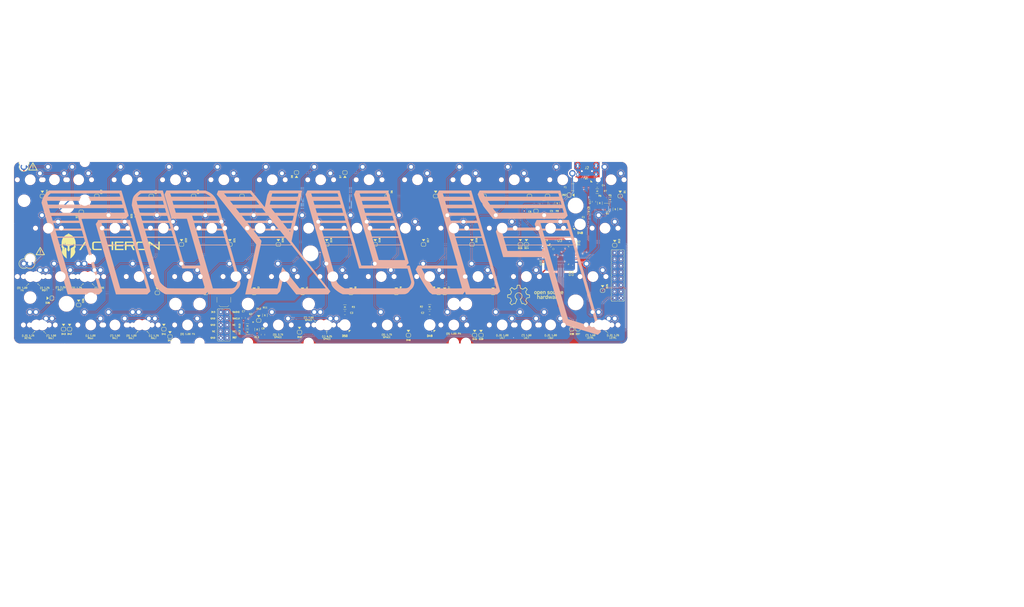
<source format=kicad_pcb>
(kicad_pcb (version 20200628) (host pcbnew "(5.99.0-2387-gc254b331f)")
  (title_block (title "Fluxon") (date "2020-07-24") (rev "V0.3") (company "Designed by Gondolindrim"))
  (layers (0 "F.Cu" signal) (31 "B.Cu" signal) (34 "B.Paste" user) (35 "F.Paste" user) (36 "B.SilkS" user) (37 "F.SilkS" user) (38 "B.Mask" user) (39 "F.Mask" user) (44 "Edge.Cuts" user))
  (net 0 "")
  (net 1 "3.3V")
  (net 2 "GND")
  (net 3 "BOOT0")
  (net 4 "NRST")
  (net 5 "/SHIELD")
  (net 6 "5V")
  (net 7 "VBUS")
  (net 8 "Net-(D1-Pad2)")
  (net 9 "Row1")
  (net 10 "Net-(D2-Pad2)")
  (net 11 "Net-(D3-Pad2)")
  (net 12 "Net-(D4-Pad2)")
  (net 13 "Net-(D5-Pad2)")
  (net 14 "Net-(D6-Pad2)")
  (net 15 "Net-(D7-Pad2)")
  (net 16 "Net-(D8-Pad2)")
  (net 17 "Net-(D9-Pad2)")
  (net 18 "Net-(D10-Pad2)")
  (net 19 "Net-(D11-Pad2)")
  (net 20 "Net-(D12-Pad2)")
  (net 21 "Net-(D14-Pad2)")
  (net 22 "Net-(D15-Pad2)")
  (net 23 "Row2")
  (net 24 "Net-(D16-Pad2)")
  (net 25 "Net-(D17-Pad2)")
  (net 26 "Net-(D18-Pad2)")
  (net 27 "Net-(D19-Pad2)")
  (net 28 "Net-(D20-Pad2)")
  (net 29 "Net-(D21-Pad2)")
  (net 30 "Net-(D22-Pad2)")
  (net 31 "Net-(D23-Pad2)")
  (net 32 "Net-(D24-Pad2)")
  (net 33 "Net-(D25-Pad2)")
  (net 34 "Net-(D26-Pad2)")
  (net 35 "Net-(D27-Pad2)")
  (net 36 "Net-(D28-Pad2)")
  (net 37 "Row3")
  (net 38 "Net-(D29-Pad2)")
  (net 39 "Net-(D30-Pad2)")
  (net 40 "Net-(D31-Pad2)")
  (net 41 "Net-(D32-Pad2)")
  (net 42 "Net-(D33-Pad2)")
  (net 43 "Net-(D34-Pad2)")
  (net 44 "Net-(D35-Pad2)")
  (net 45 "Net-(D36-Pad2)")
  (net 46 "Net-(D37-Pad2)")
  (net 47 "Net-(D38-Pad2)")
  (net 48 "Net-(D39-Pad2)")
  (net 49 "Net-(D40-Pad2)")
  (net 50 "Row4")
  (net 51 "DBus+")
  (net 52 "DBus-")
  (net 53 "SWDIO")
  (net 54 "SWCLK")
  (net 55 "Col1")
  (net 56 "Col2")
  (net 57 "Col3")
  (net 58 "Col4")
  (net 59 "Col5")
  (net 60 "Col6")
  (net 61 "Col7")
  (net 62 "Col8")
  (net 63 "Col9")
  (net 64 "Col10")
  (net 65 "Col11")
  (net 66 "D+")
  (net 67 "D-")
  (net 68 "Net-(D45-Pad2)")
  (net 69 "Net-(D41-Pad2)")
  (net 70 "Net-(D42-Pad2)")
  (net 71 "Net-(D44-Pad2)")
  (net 72 "Net-(D47-Pad2)")
  (net 73 "Net-(D49-Pad2)")
  (net 74 "Col12")
  (net 75 "Net-(C1-Pad2)")
  (net 76 "Net-(C2-Pad2)")
  (net 77 "Net-(C3-Pad2)")
  (net 78 "Net-(D48-Pad2)")
  (net 79 "RGB_5V")
  (net 80 "Net-(D53-Pad2)")
  (net 81 "RGB_3V3")
  (net 82 "Net-(D50-Pad2)")
  (net 83 "Net-(D53-Pad1)")
  (net 84 "Net-(D43-Pad2)")
  (net 85 "Net-(D46-Pad2)")
  (net 86 "Net-(Q2-Pad3)")
  (net 87 "Net-(Q2-Pad6)")
  (net 88 "Net-(J1-Pad7)")
  (net 89 "Net-(J1-Pad8)")
  (net 90 "Net-(J1-Pad6)")
  (net 91 "Net-(J2-Pad4)")
  (net 92 "Net-(D13-Pad2)")
  (net 93 "SOFT_RESET")
  (net 94 "Net-(U3-Pad26)")
  (net 95 "EXTRA17")
  (net 96 "EXTRA9")
  (net 97 "EXTRA13")
  (net 98 "EXTRA15")
  (net 99 "EXTRA3")
  (net 100 "EXTRA11")
  (net 101 "EXTRA5")
  (net 102 "EXTRA18")
  (net 103 "EXTRA10")
  (net 104 "EXTRA8")
  (net 105 "EXTRA6")
  (net 106 "EXTRA12")
  (net 107 "EXTRA14")
  (net 108 "EXTRA16")
  (net 109 "Net-(C17-Pad2)")
  (module "Capacitor_SMD:C_0805_2012Metric_Pad1.15x1.40mm_HandSolder" (layer "F.Cu") (at 257.28295 73.75525 -90)
    (fp_text reference "C17" (at 0 1.651 90) (layer "F.SilkS") (effects (font (size 0.635 0.635) (thickness 0.127))))
    (fp_text value "1u")
    (pad "2" smd roundrect (at 1.025 0 270) (size 1.15 1.4) (layers "F.Cu" "F.Paste" "F.Mask") (roundrect_rratio 0.217391) (net 109 "Net-(C17-Pad2)"))
    (pad "1" smd roundrect (at -1.025 0 270) (size 1.15 1.4) (layers "F.Cu" "F.Paste" "F.Mask") (roundrect_rratio 0.217391) (net 2 "GND"))
  )
  (module "acheron_Components:D_SOD-123" (layer "F.Cu") (at 249.15495 71.13925)
    (fp_text reference "D52" (at -3.556 -0.051 180) (layer "F.SilkS") (effects (font (size 0.6 0.6))))
    (fp_text value "SMF6.0A")
    (pad "1" smd roundrect (at -1.65 0) (size 1 1.2) (layers "F.Cu" "F.Paste" "F.Mask") (net 6 "5V"))
    (pad "2" smd roundrect (at 1.65 0) (size 1 1.2) (layers "F.Cu" "F.Paste" "F.Mask") (net 2 "GND"))
  )
  (module "acheron_Connectors:PinHeader_2x8_P2.54mm_Vertical" (layer "F.Cu") (at 266.633325 102.758875)
    (fp_text reference "J3" hide)
    (fp_text value "Conn_02x10" hide)
    (pad "16" thru_hole oval (at 1.27 8.89) (size 1.524 1.524) (drill 0.762) (layers *.Cu *.Mask) (net 2 "GND"))
    (pad "14" thru_hole oval (at 1.27 6.35) (size 1.524 1.524) (drill 0.762) (layers *.Cu *.Mask) (net 102 "EXTRA18"))
    (pad "12" thru_hole oval (at 1.27 3.81) (size 1.524 1.524) (drill 0.762) (layers *.Cu *.Mask) (net 108 "EXTRA16"))
    (pad "6" thru_hole oval (at 1.27 -3.81) (size 1.524 1.524) (drill 0.762) (layers *.Cu *.Mask) (net 103 "EXTRA10"))
    (pad "4" thru_hole oval (at 1.27 -6.35) (size 1.524 1.524) (drill 0.762) (layers *.Cu *.Mask) (net 104 "EXTRA8"))
    (pad "2" thru_hole circle (at 1.27 -8.89) (size 1.524 1.524) (drill 0.762) (layers *.Cu *.Mask) (net 105 "EXTRA6"))
    (pad "8" thru_hole oval (at 1.27 -1.27) (size 1.524 1.524) (drill 0.762) (layers *.Cu *.Mask) (net 106 "EXTRA12"))
    (pad "10" thru_hole oval (at 1.27 1.27) (size 1.524 1.524) (drill 0.762) (layers *.Cu *.Mask) (net 107 "EXTRA14"))
    (pad "5" thru_hole oval (at -1.27 -3.81) (size 1.524 1.524) (drill 0.762) (layers *.Cu *.Mask) (net 96 "EXTRA9"))
    (pad "11" thru_hole oval (at -1.27 3.81) (size 1.524 1.524) (drill 0.762) (layers *.Cu *.Mask) (net 98 "EXTRA15"))
    (pad "3" thru_hole oval (at -1.27 -6.35) (size 1.524 1.524) (drill 0.762) (layers *.Cu *.Mask) (net 101 "EXTRA5"))
    (pad "1" thru_hole rect (at -1.27 -8.89) (size 1.524 1.524) (drill 0.762) (layers *.Cu *.Mask) (net 99 "EXTRA3"))
    (pad "15" thru_hole oval (at -1.27 8.89) (size 1.524 1.524) (drill 0.762) (layers *.Cu *.Mask) (net 1 "3.3V"))
    (pad "13" thru_hole oval (at -1.27 6.35) (size 1.524 1.524) (drill 0.762) (layers *.Cu *.Mask) (net 95 "EXTRA17"))
    (pad "9" thru_hole oval (at -1.27 1.27) (size 1.524 1.524) (drill 0.762) (layers *.Cu *.Mask) (net 97 "EXTRA13"))
    (pad "7" thru_hole oval (at -1.27 -1.27) (size 1.524 1.524) (drill 0.762) (layers *.Cu *.Mask) (net 100 "EXTRA11"))
  )
  (module "acheron_Graphics:warning_sign_3.6x3.2mm" (layer "F.Cu") (at 36.45535 59.88685)
    (fp_text reference "GR6" hide)
    (fp_text value "Warning Sign" hide)
  )
  (module "acheron_Components:SOT-363_SC-70-6" (layer "F.Cu") (at 122.15495 119.85625 180)
    (fp_text reference "Q2" (at 0 1.905) (layer "F.SilkS") (effects (font (size 0.635 0.635) (thickness 0.127))))
    (fp_text value "MUN5335DW1T1G")
    (pad "1" smd roundrect (at -0.95 -0.65 180) (size 0.65 0.4) (layers "F.Cu" "F.Paste" "F.Mask") (roundrect_rratio 0.5) (net 2 "GND"))
    (pad "3" smd rect (at -0.95 0.65 180) (size 0.65 0.4) (layers "F.Cu" "F.Paste" "F.Mask") (net 86 "Net-(Q2-Pad3)"))
    (pad "5" smd rect (at 0.95 0 180) (size 0.65 0.4) (layers "F.Cu" "F.Paste" "F.Mask") (net 93 "SOFT_RESET"))
    (pad "2" smd rect (at -0.95 0 180) (size 0.65 0.4) (layers "F.Cu" "F.Paste" "F.Mask") (net 80 "Net-(D53-Pad2)"))
    (pad "4" smd rect (at 0.95 0.65 180) (size 0.65 0.4) (layers "F.Cu" "F.Paste" "F.Mask") (net 1 "3.3V"))
    (pad "6" smd rect (at 0.95 -0.65 180) (size 0.65 0.4) (layers "F.Cu" "F.Paste" "F.Mask") (net 87 "Net-(Q2-Pad6)"))
  )
  (module "acheron_Components:R_SMD_1206" (layer "F.Cu") (at 127.74295 118.45925 -90)
    (fp_text reference "R11" (at -3.000375 -0.079375) (layer "F.SilkS") (effects (font (size 0.635 0.635) (thickness 0.127))))
    (fp_text value "100")
    (pad "1" smd roundrect (at -1.4875 0 270) (size 1.425 1.75) (layers "F.Cu" "F.Paste" "F.Mask") (roundrect_rratio 0.175439) (net 86 "Net-(Q2-Pad3)"))
    (pad "2" smd roundrect (at 1.4875 0 270) (size 1.425 1.75) (layers "F.Cu" "F.Paste" "F.Mask") (roundrect_rratio 0.175439) (net 3 "BOOT0"))
  )
  (module "acheron_MX_SolderMask:MX100" (layer "F.Cu") (at 59.22645 103.21925)
    (fp_text reference "SW39")
    (fp_text value "(I) SLASH_100")
    (pad "2" thru_hole circle (at 3.81 -2.54 90) (size 2.54 2.54) (drill 1.524) (layers *.Cu "F.Mask") (net 44 "Net-(D35-Pad2)"))
    (pad "1" thru_hole circle (at -2.54 -5.08) (size 2.54 2.54) (drill 1.524) (layers *.Cu "F.Mask") (net 65 "Col11"))
    (pad "" np_thru_hole circle (at -5.08 0) (size 1.7018 1.7018) (drill 1.7018) (layers *.Cu *.Mask))
    (pad "" np_thru_hole circle (at 5.08 0) (size 1.7018 1.7018) (drill 1.7018) (layers *.Cu *.Mask))
    (pad "" np_thru_hole circle (at 0 0) (size 3.9878 3.9878) (drill 3.9878) (layers *.Cu *.Mask))
  )
  (module "acheron_MX_SolderMask:MX125" (layer "F.Cu") (at 37.7952 103.21925)
    (fp_text reference "SW38")
    (fp_text value "(I) RSHIFT_125")
    (pad "" np_thru_hole circle (at -5.08 0) (size 1.7018 1.7018) (drill 1.7018) (layers *.Cu *.Mask))
    (pad "" np_thru_hole circle (at 5.08 0) (size 1.7018 1.7018) (drill 1.7018) (layers *.Cu *.Mask))
    (pad "1" thru_hole circle (at -2.54 -5.08) (size 2.54 2.54) (drill 1.524) (layers *.Cu "F.Mask") (net 74 "Col12"))
    (pad "2" thru_hole circle (at 3.81 -2.54) (size 2.54 2.54) (drill 1.524) (layers *.Cu "F.Mask") (net 45 "Net-(D36-Pad2)"))
    (pad "" np_thru_hole circle (at 0 0) (size 3.9878 3.9878) (drill 3.9878) (layers *.Cu *.Mask))
  )
  (module "acheron_MX_SolderMask:MX200" (layer "F.Cu") (at 44.93895 65.11925)
    (fp_text reference "SW48")
    (fp_text value "BKSP_2U")
    (pad "" np_thru_hole circle (at -11.938 8.255) (size 3.9878 3.9878) (drill 3.9878) (layers *.Cu *.Mask) (clearance 0.508))
    (pad "" np_thru_hole circle (at 11.938 8.255) (size 3.9878 3.9878) (drill 3.9878) (layers *.Cu *.Mask) (clearance 0.508))
    (pad "" np_thru_hole circle (at 11.938 -6.985) (size 3.048 3.048) (drill 3.048) (layers *.Cu *.Mask) (clearance 0.508))
    (pad "" np_thru_hole circle (at -11.938 -6.985) (size 3.048 3.048) (drill 3.048) (layers *.Cu *.Mask) (clearance 0.508))
    (pad "" np_thru_hole circle (at -5.08 0) (size 1.7018 1.7018) (drill 1.7018) (layers *.Cu *.Mask))
    (pad "" np_thru_hole circle (at 5.08 0) (size 1.7018 1.7018) (drill 1.7018) (layers *.Cu *.Mask))
    (pad "1" thru_hole circle (at -2.54 -5.08) (size 2.54 2.54) (drill 1.524) (layers *.Cu "F.Mask") (net 71 "Net-(D44-Pad2)"))
    (pad "2" thru_hole circle (at 3.81 -2.54) (size 2.54 2.54) (drill 1.524) (layers *.Cu "F.Mask") (net 74 "Col12"))
    (pad "" np_thru_hole circle (at 0 0) (size 3.9878 3.9878) (drill 3.9878) (layers *.Cu *.Mask))
  )
  (module "acheron_Graphics:warning_sign_3.6x3.2mm" (layer "F.Cu") (at 39.35095 93.18625)
    (fp_text reference "GR5" hide)
    (fp_text value "Warning Sign" hide)
  )
  (module "acheron_Components:R_SMD_1206" (layer "F.Cu") (at 120.88495 122.65025 180)
    (fp_text reference "R10" (at 3.048 0 270) (layer "F.SilkS") (effects (font (size 0.635 0.635) (thickness 0.127))))
    (fp_text value "100R")
    (pad "1" smd roundrect (at -1.4875 0 180) (size 1.425 1.75) (layers "F.Cu" "F.Paste" "F.Mask") (roundrect_rratio 0.1754385964912281) (net 87 "Net-(Q2-Pad6)"))
    (pad "2" smd roundrect (at 1.4875 0 180) (size 1.425 1.75) (layers "F.Cu" "F.Paste" "F.Mask") (roundrect_rratio 0.1754385964912281) (net 4 "NRST"))
  )
  (module "acheron_Components:R_SMD_1206" (layer "F.Cu") (at 259.56895 74.31425 -90)
    (fp_text reference "R6" (at -2.845 0 180) (layer "F.SilkS") (effects (font (size 0.635 0.635) (thickness 0.127))))
    (fp_text value "1k")
    (pad "1" smd roundrect (at -1.4875 0 270) (size 1.425 1.75) (layers "F.Cu" "F.Paste" "F.Mask") (roundrect_rratio 0.1754385964912281) (net 2 "GND"))
    (pad "2" smd roundrect (at 1.4875 0 270) (size 1.425 1.75) (layers "F.Cu" "F.Paste" "F.Mask") (roundrect_rratio 0.1754385964912281) (net 109 "Net-(C17-Pad2)"))
  )
  (module "acheron_Components:R_SMD_1206" (layer "F.Cu") (at 263.63295 72.91725)
    (fp_text reference "R5" (at -0.054 -1.651) (layer "F.SilkS") (effects (font (size 0.635 0.635) (thickness 0.127))))
    (fp_text value "510R")
    (pad "1" smd roundrect (at -1.4875 0) (size 1.425 1.75) (layers "F.Cu" "F.Paste" "F.Mask") (roundrect_rratio 0.1754385964912281) (net 109 "Net-(C17-Pad2)"))
    (pad "2" smd roundrect (at 1.4875 0) (size 1.425 1.75) (layers "F.Cu" "F.Paste" "F.Mask") (roundrect_rratio 0.1754385964912281) (net 6 "5V"))
  )
  (module "acheron_Components:R_SMD_1206" (layer "F.Cu") (at 265.66495 76.72725 -90)
    (fp_text reference "R4" (at 0 -2.159 180) (layer "F.SilkS") (effects (font (size 0.635 0.635) (thickness 0.127))))
    (fp_text value "1k")
    (pad "1" smd roundrect (at -1.4875 0 270) (size 1.425 1.75) (layers "F.Cu" "F.Paste" "F.Mask") (roundrect_rratio 0.1754385964912281) (net 79 "RGB_5V"))
    (pad "2" smd roundrect (at 1.4875 0 270) (size 1.425 1.75) (layers "F.Cu" "F.Paste" "F.Mask") (roundrect_rratio 0.1754385964912281) (net 6 "5V"))
  )
  (module "Package_TO_SOT_SMD:SOT-23" (layer "F.Cu") (at 262.623325 75.96525)
    (fp_text reference "Q1" (at -0.006375 2.413) (layer "F.SilkS") (effects (font (size 0.635 0.635) (thickness 0.127))))
    (fp_text value "BSS138")
    (pad "3" smd rect (at 1 0) (size 0.9 0.8) (layers "F.Cu" "F.Paste" "F.Mask") (net 79 "RGB_5V"))
    (pad "2" smd rect (at -1 0.95) (size 0.9 0.8) (layers "F.Cu" "F.Paste" "F.Mask") (net 81 "RGB_3V3"))
    (pad "1" smd rect (at -1 -0.95) (size 0.9 0.8) (layers "F.Cu" "F.Paste" "F.Mask") (net 109 "Net-(C17-Pad2)"))
  )
  (module "acheron_Components:R_SMD_1206" (layer "F.Cu") (at 258.55295 69.61525 180)
    (fp_text reference "R7" (at -3.175 0 180) (layer "F.SilkS") (effects (font (size 0.635 0.635) (thickness 0.127))))
    (fp_text value "1M")
    (pad "1" smd roundrect (at -1.4875 0 180) (size 1.425 1.75) (layers "F.Cu" "F.Paste" "F.Mask") (roundrect_rratio 0.1754385964912281) (net 5 "/SHIELD"))
    (pad "2" smd roundrect (at 1.4875 0 180) (size 1.425 1.75) (layers "F.Cu" "F.Paste" "F.Mask") (roundrect_rratio 0.1754385964912281) (net 2 "GND"))
  )
  (module "fluxon_graphics:fluxon_logo_220x56.8mm" (layer "B.Cu") (at 149.96795 97.705875 180)
    (fp_text reference "GR4" hide)
    (fp_text value "Fluxon Big Logo" hide)
  )
  (module "acheron_Components:SK6812MINI_3535_6028_3.2x2.8mm_Round" (layer "F.Cu") (at 251.8029 82.67065 180)
    (fp_text reference "D48" (at 0.00395 -3.4066 180) (layer "F.SilkS") (effects (font (size 0.762 0.762) (thickness 0.1905))))
    (fp_text value "SK6812MINI-E")
    (pad "" np_thru_hole circle (at 0 0) (size 4.25 4.25) (drill 4.25) (layers *.Cu *.Mask))
    (pad "4" smd custom (at 2.6416 0.8 180) (size 0.5 0.5) (layers "F.Cu" "F.Paste" "F.Mask") (net 79 "RGB_5V") (options (clearance outline) (anchor circle)) (primitives (gr_arc (start -2.482701 -0.792867) (end -0.65 0.38) (angle -21.7) (width 0.04)) (gr_line (start 0.525 -0.38) (end -0.345871 -0.382541) (width 0.04)) (gr_line (start 0.525 -0.38) (end 0.525 0.38) (width 0.04)) (gr_poly (pts (xy -0.325 -0.375) (xy 0.525 -0.375) (xy 0.525 0.375) (xy -0.625 0.375) (xy -0.425 -0.025)) (width 0.04)) (gr_line (start 0.525 0.38) (end -0.65 0.38) (width 0.04))))
    (pad "3" smd custom (at 2.5654 -0.8 180) (size 0.5 0.5) (layers "F.Cu" "F.Paste" "F.Mask") (net 2 "GND") (options (clearance outline) (anchor circle)) (primitives (gr_poly (pts (xy -0.55 -0.4) (xy -0.45 -0.2) (xy -0.35 0.025) (xy -0.3 0.25) (xy -0.25 0.4) (xy 0.175 0.4) (xy 0.175 -0.4)) (width 0.04)) (gr_line (start -0.575 -0.399979) (end 0.2 -0.4) (width 0.05)) (gr_arc (start -2.55 0.8) (end -0.275001 0.4) (angle -21.3) (width 0.05)) (gr_arc (start 0.2 0) (end 0.2 0.4) (angle -180) (width 0.05)) (gr_circle (center 0.2 0) (end 0.4 0) (width 0.4)) (gr_line (start -0.275 0.4) (end 0.2 0.4) (width 0.05))))
    (pad "2" smd custom (at -2.6416 -0.8) (size 0.5 0.5) (layers "F.Cu" "F.Paste" "F.Mask") (net 78 "Net-(D48-Pad2)") (options (clearance outline) (anchor circle)) (primitives (gr_arc (start -2.482701 -0.792867) (end -0.65 0.38) (angle -21.7) (width 0.04)) (gr_line (start 0.525 -0.38) (end -0.345871 -0.382541) (width 0.04)) (gr_line (start 0.525 -0.38) (end 0.525 0.38) (width 0.04)) (gr_poly (pts (xy -0.325 -0.375) (xy 0.525 -0.375) (xy 0.525 0.375) (xy -0.625 0.375) (xy -0.425 -0.025)) (width 0.04)) (gr_line (start 0.525 0.38) (end -0.65 0.38) (width 0.04))))
    (pad "1" smd custom (at -2.667 0.8) (size 0.5 0.5) (layers "F.Cu" "F.Paste" "F.Mask") (net 75 "Net-(C1-Pad2)") (options (clearance outline) (anchor circle)) (primitives (gr_arc (start -2.482701 0.792867) (end -0.65 -0.38) (angle 21.7) (width 0.04)) (gr_line (start 0.525 0.38) (end -0.345871 0.382541) (width 0.04)) (gr_line (start 0.525 0.38) (end 0.525 -0.38) (width 0.04)) (gr_poly (pts (xy -0.325 0.375) (xy 0.525 0.375) (xy 0.525 -0.375) (xy -0.625 -0.375) (xy -0.425 0.025)) (width 0.04)) (gr_line (start 0.525 -0.38) (end -0.65 -0.38) (width 0.04))))
  )
  (module "acheron_Components:SK6812MINI_3535_6028_3.2x2.8mm_Round" (layer "F.Cu") (at 159.23895 122.26925 -90)
    (fp_text reference "D50" (at 4.318 0 180) (layer "F.SilkS") (effects (font (size 0.762 0.762) (thickness 0.1905))))
    (fp_text value "SK6812MINI-E")
    (pad "" np_thru_hole circle (at 0 0 90) (size 4.25 4.25) (drill 4.25) (layers *.Cu *.Mask))
    (pad "4" smd custom (at 2.6416 0.8 270) (size 0.5 0.5) (layers "F.Cu" "F.Paste" "F.Mask") (net 73 "Net-(D49-Pad2)") (options (clearance outline) (anchor circle)) (primitives (gr_arc (start -2.482701 -0.792867) (end -0.65 0.38) (angle -21.7) (width 0.04)) (gr_line (start 0.525 -0.38) (end -0.345871 -0.382541) (width 0.04)) (gr_line (start 0.525 -0.38) (end 0.525 0.38) (width 0.04)) (gr_poly (pts (xy -0.325 -0.375) (xy 0.525 -0.375) (xy 0.525 0.375) (xy -0.625 0.375) (xy -0.425 -0.025)) (width 0.04)) (gr_line (start 0.525 0.38) (end -0.65 0.38) (width 0.04))))
    (pad "3" smd custom (at 2.5654 -0.8 270) (size 0.5 0.5) (layers "F.Cu" "F.Paste" "F.Mask") (net 2 "GND") (options (clearance outline) (anchor circle)) (primitives (gr_poly (pts (xy -0.55 -0.4) (xy -0.45 -0.2) (xy -0.35 0.025) (xy -0.3 0.25) (xy -0.25 0.4) (xy 0.175 0.4) (xy 0.175 -0.4)) (width 0.04)) (gr_line (start -0.575 -0.399979) (end 0.2 -0.4) (width 0.05)) (gr_arc (start -2.55 0.8) (end -0.275001 0.4) (angle -21.3) (width 0.05)) (gr_arc (start 0.2 0) (end 0.2 0.4) (angle -180) (width 0.05)) (gr_circle (center 0.2 0) (end 0.4 0) (width 0.4)) (gr_line (start -0.275 0.4) (end 0.2 0.4) (width 0.05))))
    (pad "2" smd custom (at -2.6416 -0.8 90) (size 0.5 0.5) (layers "F.Cu" "F.Paste" "F.Mask") (net 82 "Net-(D50-Pad2)") (options (clearance outline) (anchor circle)) (primitives (gr_arc (start -2.482701 -0.792867) (end -0.65 0.38) (angle -21.7) (width 0.04)) (gr_line (start 0.525 -0.38) (end -0.345871 -0.382541) (width 0.04)) (gr_line (start 0.525 -0.38) (end 0.525 0.38) (width 0.04)) (gr_poly (pts (xy -0.325 -0.375) (xy 0.525 -0.375) (xy 0.525 0.375) (xy -0.625 0.375) (xy -0.425 -0.025)) (width 0.04)) (gr_line (start 0.525 0.38) (end -0.65 0.38) (width 0.04))))
    (pad "1" smd custom (at -2.667 0.8 90) (size 0.5 0.5) (layers "F.Cu" "F.Paste" "F.Mask") (net 77 "Net-(C3-Pad2)") (options (clearance outline) (anchor circle)) (primitives (gr_arc (start -2.482701 0.792867) (end -0.65 -0.38) (angle 21.7) (width 0.04)) (gr_line (start 0.525 0.38) (end -0.345871 0.382541) (width 0.04)) (gr_line (start 0.525 0.38) (end 0.525 -0.38) (width 0.04)) (gr_poly (pts (xy -0.325 0.375) (xy 0.525 0.375) (xy 0.525 -0.375) (xy -0.625 -0.375) (xy -0.425 0.025)) (width 0.04)) (gr_line (start 0.525 -0.38) (end -0.65 -0.38) (width 0.04))))
  )
  (module "acheron_Components:SK6812MINI_3535_6028_3.2x2.8mm_Round" (layer "F.Cu") (at 192.63995 122.26925 -90)
    (fp_text reference "D49" (at 4.318 0) (layer "F.SilkS") (effects (font (size 0.762 0.762) (thickness 0.1905))))
    (fp_text value "SK6812MINI-E")
    (pad "" np_thru_hole circle (at 0 0 90) (size 4.25 4.25) (drill 4.25) (layers *.Cu *.Mask))
    (pad "4" smd custom (at 2.6416 0.8 270) (size 0.5 0.5) (layers "F.Cu" "F.Paste" "F.Mask") (net 78 "Net-(D48-Pad2)") (options (clearance outline) (anchor circle)) (primitives (gr_arc (start -2.482701 -0.792867) (end -0.65 0.38) (angle -21.7) (width 0.04)) (gr_line (start 0.525 -0.38) (end -0.345871 -0.382541) (width 0.04)) (gr_line (start 0.525 -0.38) (end 0.525 0.38) (width 0.04)) (gr_poly (pts (xy -0.325 -0.375) (xy 0.525 -0.375) (xy 0.525 0.375) (xy -0.625 0.375) (xy -0.425 -0.025)) (width 0.04)) (gr_line (start 0.525 0.38) (end -0.65 0.38) (width 0.04))))
    (pad "3" smd custom (at 2.5654 -0.8 270) (size 0.5 0.5) (layers "F.Cu" "F.Paste" "F.Mask") (net 2 "GND") (options (clearance outline) (anchor circle)) (primitives (gr_poly (pts (xy -0.55 -0.4) (xy -0.45 -0.2) (xy -0.35 0.025) (xy -0.3 0.25) (xy -0.25 0.4) (xy 0.175 0.4) (xy 0.175 -0.4)) (width 0.04)) (gr_line (start -0.575 -0.399979) (end 0.2 -0.4) (width 0.05)) (gr_arc (start -2.55 0.8) (end -0.275001 0.4) (angle -21.3) (width 0.05)) (gr_arc (start 0.2 0) (end 0.2 0.4) (angle -180) (width 0.05)) (gr_circle (center 0.2 0) (end 0.4 0) (width 0.4)) (gr_line (start -0.275 0.4) (end 0.2 0.4) (width 0.05))))
    (pad "2" smd custom (at -2.6416 -0.8 90) (size 0.5 0.5) (layers "F.Cu" "F.Paste" "F.Mask") (net 73 "Net-(D49-Pad2)") (options (clearance outline) (anchor circle)) (primitives (gr_arc (start -2.482701 -0.792867) (end -0.65 0.38) (angle -21.7) (width 0.04)) (gr_line (start 0.525 -0.38) (end -0.345871 -0.382541) (width 0.04)) (gr_line (start 0.525 -0.38) (end 0.525 0.38) (width 0.04)) (gr_poly (pts (xy -0.325 -0.375) (xy 0.525 -0.375) (xy 0.525 0.375) (xy -0.625 0.375) (xy -0.425 -0.025)) (width 0.04)) (gr_line (start 0.525 0.38) (end -0.65 0.38) (width 0.04))))
    (pad "1" smd custom (at -2.667 0.8 90) (size 0.5 0.5) (layers "F.Cu" "F.Paste" "F.Mask") (net 76 "Net-(C2-Pad2)") (options (clearance outline) (anchor circle)) (primitives (gr_arc (start -2.482701 0.792867) (end -0.65 -0.38) (angle 21.7) (width 0.04)) (gr_line (start 0.525 0.38) (end -0.345871 0.382541) (width 0.04)) (gr_line (start 0.525 0.38) (end 0.525 -0.38) (width 0.04)) (gr_poly (pts (xy -0.325 0.375) (xy 0.525 0.375) (xy 0.525 -0.375) (xy -0.625 -0.375) (xy -0.425 0.025)) (width 0.04)) (gr_line (start 0.525 -0.38) (end -0.65 -0.38) (width 0.04))))
  )
  (module "acheron_Components:R_SMD_1206" (layer "F.Cu") (at 255.25095 77.69225 180)
    (fp_text reference "R1" (at 0 1.6) (layer "F.SilkS") (effects (font (size 0.635 0.635) (thickness 0.127))))
    (fp_text value "3R")
    (pad "1" smd roundrect (at -1.4875 0 180) (size 1.425 1.75) (layers "F.Cu" "F.Paste" "F.Mask") (roundrect_rratio 0.1754385964912281) (net 75 "Net-(C1-Pad2)"))
    (pad "2" smd roundrect (at 1.4875 0 180) (size 1.425 1.75) (layers "F.Cu" "F.Paste" "F.Mask") (roundrect_rratio 0.1754385964912281) (net 6 "5V"))
  )
  (module "acheron_Components:R_SMD_1206" (layer "F.Cu") (at 159.23895 115.22075)
    (fp_text reference "R3" (at 3.302 0) (layer "F.SilkS") (effects (font (size 0.635 0.635) (thickness 0.127))))
    (fp_text value "3R")
    (pad "1" smd roundrect (at -1.4875 0) (size 1.425 1.75) (layers "F.Cu" "F.Paste" "F.Mask") (roundrect_rratio 0.1754385964912281) (net 77 "Net-(C3-Pad2)"))
    (pad "2" smd roundrect (at 1.4875 0) (size 1.425 1.75) (layers "F.Cu" "F.Paste" "F.Mask") (roundrect_rratio 0.1754385964912281) (net 6 "5V"))
  )
  (module "acheron_Components:R_SMD_1206" (layer "F.Cu") (at 192.57645 115.1255)
    (fp_text reference "R2" (at -3.2385 0) (layer "F.SilkS") (effects (font (size 0.635 0.635) (thickness 0.127))))
    (fp_text value "3R")
    (pad "1" smd roundrect (at -1.4875 0) (size 1.425 1.75) (layers "F.Cu" "F.Paste" "F.Mask") (roundrect_rratio 0.1754385964912281) (net 6 "5V"))
    (pad "2" smd roundrect (at 1.4875 0) (size 1.425 1.75) (layers "F.Cu" "F.Paste" "F.Mask") (roundrect_rratio 0.1754385964912281) (net 76 "Net-(C2-Pad2)"))
  )
  (module "Capacitor_SMD:C_0805_2012Metric_Pad1.15x1.40mm_HandSolder" (layer "F.Cu") (at 255.63195 79.85125 180)
    (fp_text reference "C1" (at 2.54 0) (layer "F.SilkS") (effects (font (size 0.635 0.635) (thickness 0.127))))
    (fp_text value "100n")
    (pad "2" smd roundrect (at 1.025 0 180) (size 1.15 1.4) (layers "F.Cu" "F.Paste" "F.Mask") (roundrect_rratio 0.2173904347826087) (net 75 "Net-(C1-Pad2)"))
    (pad "1" smd roundrect (at -1.025 0 180) (size 1.15 1.4) (layers "F.Cu" "F.Paste" "F.Mask") (roundrect_rratio 0.2173904347826087) (net 2 "GND"))
  )
  (module "Capacitor_SMD:C_0805_2012Metric_Pad1.15x1.40mm_HandSolder" (layer "F.Cu") (at 159.23895 117.50675 180)
    (fp_text reference "C3" (at -2.667 0) (layer "F.SilkS") (effects (font (size 0.635 0.635) (thickness 0.127))))
    (fp_text value "100n")
    (pad "2" smd roundrect (at 1.025 0 180) (size 1.15 1.4) (layers "F.Cu" "F.Paste" "F.Mask") (roundrect_rratio 0.2173904347826087) (net 77 "Net-(C3-Pad2)"))
    (pad "1" smd roundrect (at -1.025 0 180) (size 1.15 1.4) (layers "F.Cu" "F.Paste" "F.Mask") (roundrect_rratio 0.2173904347826087) (net 2 "GND"))
  )
  (module "Capacitor_SMD:C_0805_2012Metric_Pad1.15x1.40mm_HandSolder" (layer "F.Cu") (at 192.57645 117.50675 180)
    (fp_text reference "C2" (at 2.7305 0) (layer "F.SilkS") (effects (font (size 0.635 0.635) (thickness 0.127))))
    (fp_text value "100n")
    (pad "2" smd roundrect (at 1.025 0 180) (size 1.15 1.4) (layers "F.Cu" "F.Paste" "F.Mask") (roundrect_rratio 0.2173904347826087) (net 76 "Net-(C2-Pad2)"))
    (pad "1" smd roundrect (at -1.025 0 180) (size 1.15 1.4) (layers "F.Cu" "F.Paste" "F.Mask") (roundrect_rratio 0.2173904347826087) (net 2 "GND"))
  )
  (module "acheron_MX_SolderMask:MX275R" (layer "F.Cu") (at 133.0452 122.26925)
    (fp_text reference "SW51")
    (fp_text value "SPC_275")
    (pad "" np_thru_hole circle (at 11.938 -8.255 180) (size 3.9878 3.9878) (drill 3.9878) (layers *.Cu *.Mask) (clearance 0.508))
    (pad "" np_thru_hole circle (at -11.938 -8.255 180) (size 3.9878 3.9878) (drill 3.9878) (layers *.Cu *.Mask) (clearance 0.508))
    (pad "" np_thru_hole circle (at -11.938 6.985 180) (size 3.048 3.048) (drill 3.048) (layers *.Cu *.Mask) (clearance 0.508))
    (pad "" np_thru_hole circle (at 11.938 6.985 180) (size 3.048 3.048) (drill 3.048) (layers *.Cu *.Mask) (clearance 0.508))
    (pad "" np_thru_hole circle (at -5.08 0) (size 1.7018 1.7018) (drill 1.7018) (layers *.Cu *.Mask))
    (pad "" np_thru_hole circle (at 5.08 0) (size 1.7018 1.7018) (drill 1.7018) (layers *.Cu *.Mask))
    (pad "1" thru_hole circle (at -2.54 -5.08) (size 2.54 2.54) (drill 1.524) (layers *.Cu "F.Mask") (net 60 "Col6"))
    (pad "2" thru_hole circle (at 3.81 -2.54) (size 2.54 2.54) (drill 1.524) (layers *.Cu "F.Mask") (net 49 "Net-(D40-Pad2)"))
    (pad "" np_thru_hole circle (at 0 0) (size 3.9878 3.9878) (drill 3.9878) (layers *.Cu *.Mask))
  )
  (module "acheron_MX_SolderMask:MX175" (layer "F.Cu") (at 175.9077 122.26925)
    (fp_text reference "SW50")
    (fp_text value "SPC_175")
    (pad "" np_thru_hole circle (at -5.08 0) (size 1.7018 1.7018) (drill 1.7018) (layers *.Cu *.Mask))
    (pad "" np_thru_hole circle (at 5.08 0) (size 1.7018 1.7018) (drill 1.7018) (layers *.Cu *.Mask))
    (pad "1" thru_hole circle (at -2.54 -5.08) (size 2.54 2.54) (drill 1.524) (layers *.Cu "F.Mask") (net 59 "Col5"))
    (pad "2" thru_hole circle (at 3.81 -2.54) (size 2.54 2.54) (drill 1.524) (layers *.Cu "F.Mask") (net 85 "Net-(D46-Pad2)"))
    (pad "" np_thru_hole circle (at 0 0) (size 3.9878 3.9878) (drill 3.9878) (layers *.Cu *.Mask))
  )
  (module "acheron_MX_SolderMask:MX175" (layer "F.Cu") (at 256.8702 103.21925)
    (fp_text reference "SW25")
    (fp_text value "LSHIFT_175")
    (pad "" np_thru_hole circle (at -5.08 0) (size 1.7018 1.7018) (drill 1.7018) (layers *.Cu *.Mask))
    (pad "" np_thru_hole circle (at 5.08 0) (size 1.7018 1.7018) (drill 1.7018) (layers *.Cu *.Mask))
    (pad "1" thru_hole circle (at -2.54 -5.08) (size 2.54 2.54) (drill 1.524) (layers *.Cu "F.Mask") (net 55 "Col1"))
    (pad "2" thru_hole circle (at 3.81 -2.54) (size 2.54 2.54) (drill 1.524) (layers *.Cu "F.Mask") (net 33 "Net-(D25-Pad2)"))
    (pad "" np_thru_hole circle (at 0 0) (size 3.9878 3.9878) (drill 3.9878) (layers *.Cu *.Mask))
  )
  (module "acheron_Connectors:Korean-Hroparts_ U-F-M5DD-W-2" (layer "F.Cu") (at 254.48895 63.51925)
    (fp_text reference "J2" (at -0.023 -3.096 unlocked) (layer "F.SilkS"))
    (fp_text value "U-F-M5DD-W-2")
    (pad "6" thru_hole oval (at 3.6 -0.5) (size 1.1 1.6) (drill oval 0.5 1) (layers *.Cu *.Mask) (net 5 "/SHIELD"))
    (pad "6" thru_hole oval (at -3.6 -0.5) (size 1.1 1.6) (drill oval 0.5 1) (layers *.Cu *.Mask) (net 5 "/SHIELD"))
    (pad "6" thru_hole oval (at -3.6 -3.95) (size 1.1 2) (drill oval 0.5 1.4) (layers *.Cu *.Mask) (net 5 "/SHIELD"))
    (pad "6" thru_hole oval (at 3.6 -3.95) (size 1.1 2) (drill oval 0.5 1.4) (layers *.Cu *.Mask) (net 5 "/SHIELD"))
    (pad "" np_thru_hole circle (at -2 -1.8) (size 0.5 0.5) (drill 0.5) (layers *.Cu *.Mask))
    (pad "" np_thru_hole circle (at 2 -1.8) (size 0.5 0.5) (drill 0.5) (layers *.Cu *.Mask))
    (pad "1" smd rect (at -1.3 -0.8) (size 0.4 1.6) (layers "F.Cu" "F.Mask") (net 7 "VBUS"))
    (pad "2" smd rect (at -0.65 -0.8) (size 0.4 1.6) (layers "F.Cu" "F.Mask") (net 52 "DBus-"))
    (pad "5" smd rect (at 1.3 -0.8) (size 0.4 1.6) (layers "F.Cu" "F.Mask") (net 2 "GND"))
    (pad "4" smd rect (at 0.65 -0.8) (size 0.4 1.6) (layers "F.Cu" "F.Mask") (net 91 "Net-(J2-Pad4)"))
    (pad "3" smd rect (at 0 -0.8) (size 0.4 1.6) (layers "F.Cu" "F.Mask") (net 51 "DBus+"))
  )
  (module "Package_TO_SOT_SMD:SOT-23" (layer "F.Cu") (at 237.59795 75.15225 -90)
    (fp_text reference "U2" (at -2.032 0 180) (layer "F.SilkS") (effects (font (size 0.635 0.635) (thickness 0.127))))
    (fp_text value "MCP1700-3302E/TT")
    (pad "3" smd rect (at 1 0 270) (size 0.9 0.8) (layers "F.Cu" "F.Paste" "F.Mask") (net 6 "5V"))
    (pad "2" smd rect (at -1 0.95 270) (size 0.9 0.8) (layers "F.Cu" "F.Paste" "F.Mask") (net 1 "3.3V"))
    (pad "1" smd rect (at -1 -0.95 270) (size 0.9 0.8) (layers "F.Cu" "F.Paste" "F.Mask") (net 2 "GND"))
  )
  (module "acheron_Components:LQFP-48_7x7mm_P0.5mm" (layer "F.Cu") (at 243.773325 94.884875)
    (fp_text reference "U3" (at 0 -5.85) (layer "F.SilkS"))
    (fp_text value "STM32L072CBT6")
    (pad "48" smd roundrect (at -2.75 -4.1625) (size 0.3 1.475) (layers "F.Cu" "F.Paste" "F.Mask") (roundrect_rratio 0.5) (net 1 "3.3V"))
    (pad "47" smd roundrect (at -2.25 -4.1625) (size 0.3 1.475) (layers "F.Cu" "F.Paste" "F.Mask") (roundrect_rratio 0.5) (net 2 "GND"))
    (pad "46" smd roundrect (at -1.75 -4.1625) (size 0.3 1.475) (layers "F.Cu" "F.Paste" "F.Mask") (roundrect_rratio 0.5) (net 63 "Col9"))
    (pad "45" smd roundrect (at -1.25 -4.1625) (size 0.3 1.475) (layers "F.Cu" "F.Paste" "F.Mask") (roundrect_rratio 0.5) (net 64 "Col10"))
    (pad "44" smd roundrect (at -0.75 -4.1625) (size 0.3 1.475) (layers "F.Cu" "F.Paste" "F.Mask") (roundrect_rratio 0.5) (net 3 "BOOT0"))
    (pad "43" smd roundrect (at -0.25 -4.1625) (size 0.3 1.475) (layers "F.Cu" "F.Paste" "F.Mask") (roundrect_rratio 0.5) (net 65 "Col11"))
    (pad "42" smd roundrect (at 0.25 -4.1625) (size 0.3 1.475) (layers "F.Cu" "F.Paste" "F.Mask") (roundrect_rratio 0.5) (net 50 "Row4"))
    (pad "41" smd roundrect (at 0.75 -4.1625) (size 0.3 1.475) (layers "F.Cu" "F.Paste" "F.Mask") (roundrect_rratio 0.5) (net 74 "Col12"))
    (pad "40" smd roundrect (at 1.25 -4.1625) (size 0.3 1.475) (layers "F.Cu" "F.Paste" "F.Mask") (roundrect_rratio 0.5) (net 93 "SOFT_RESET"))
    (pad "39" smd roundrect (at 1.75 -4.1625) (size 0.3 1.475) (layers "F.Cu" "F.Paste" "F.Mask") (roundrect_rratio 0.5) (net 23 "Row2"))
    (pad "38" smd roundrect (at 2.25 -4.1625) (size 0.3 1.475) (layers "F.Cu" "F.Paste" "F.Mask") (roundrect_rratio 0.5) (net 9 "Row1"))
    (pad "37" smd roundrect (at 2.75 -4.1625) (size 0.3 1.475) (layers "F.Cu" "F.Paste" "F.Mask") (roundrect_rratio 0.5) (net 54 "SWCLK"))
    (pad "36" smd roundrect (at 4.1625 -2.75) (size 1.475 0.3) (layers "F.Cu" "F.Paste" "F.Mask") (roundrect_rratio 0.5) (net 1 "3.3V"))
    (pad "35" smd roundrect (at 4.1625 -2.25) (size 1.475 0.3) (layers "F.Cu" "F.Paste" "F.Mask") (roundrect_rratio 0.5) (net 2 "GND"))
    (pad "34" smd roundrect (at 4.1625 -1.75) (size 1.475 0.3) (layers "F.Cu" "F.Paste" "F.Mask") (roundrect_rratio 0.5) (net 53 "SWDIO"))
    (pad "33" smd roundrect (at 4.1625 -1.25) (size 1.475 0.3) (layers "F.Cu" "F.Paste" "F.Mask") (roundrect_rratio 0.5) (net 66 "D+"))
    (pad "32" smd roundrect (at 4.1625 -0.75) (size 1.475 0.3) (layers "F.Cu" "F.Paste" "F.Mask") (roundrect_rratio 0.5) (net 67 "D-"))
    (pad "31" smd roundrect (at 4.1625 -0.25) (size 1.475 0.3) (layers "F.Cu" "F.Paste" "F.Mask") (roundrect_rratio 0.5) (net 105 "EXTRA6"))
    (pad "30" smd roundrect (at 4.1625 0.25) (size 1.475 0.3) (layers "F.Cu" "F.Paste" "F.Mask") (roundrect_rratio 0.5) (net 99 "EXTRA3"))
    (pad "29" smd roundrect (at 4.1625 0.75) (size 1.475 0.3) (layers "F.Cu" "F.Paste" "F.Mask") (roundrect_rratio 0.5) (net 101 "EXTRA5"))
    (pad "28" smd roundrect (at 4.1625 1.25) (size 1.475 0.3) (layers "F.Cu" "F.Paste" "F.Mask") (roundrect_rratio 0.5) (net 81 "RGB_3V3"))
    (pad "27" smd roundrect (at 4.1625 1.75) (size 1.475 0.3) (layers "F.Cu" "F.Paste" "F.Mask") (roundrect_rratio 0.5) (net 104 "EXTRA8"))
    (pad "26" smd roundrect (at 4.1625 2.25) (size 1.475 0.3) (layers "F.Cu" "F.Paste" "F.Mask") (roundrect_rratio 0.5) (net 94 "Net-(U3-Pad26)"))
    (pad "25" smd roundrect (at 4.1625 2.75) (size 1.475 0.3) (layers "F.Cu" "F.Paste" "F.Mask") (roundrect_rratio 0.5) (net 55 "Col1"))
    (pad "24" smd roundrect (at 2.75 4.1625) (size 0.3 1.475) (layers "F.Cu" "F.Paste" "F.Mask") (roundrect_rratio 0.5) (net 1 "3.3V"))
    (pad "23" smd roundrect (at 2.25 4.1625) (size 0.3 1.475) (layers "F.Cu" "F.Paste" "F.Mask") (roundrect_rratio 0.5) (net 2 "GND"))
    (pad "22" smd roundrect (at 1.75 4.1625) (size 0.3 1.475) (layers "F.Cu" "F.Paste" "F.Mask") (roundrect_rratio 0.5) (net 96 "EXTRA9"))
    (pad "21" smd roundrect (at 1.25 4.1625) (size 0.3 1.475) (layers "F.Cu" "F.Paste" "F.Mask") (roundrect_rratio 0.5) (net 103 "EXTRA10"))
    (pad "20" smd roundrect (at 0.75 4.1625) (size 0.3 1.475) (layers "F.Cu" "F.Paste" "F.Mask") (roundrect_rratio 0.5) (net 100 "EXTRA11"))
    (pad "19" smd roundrect (at 0.25 4.1625) (size 0.3 1.475) (layers "F.Cu" "F.Paste" "F.Mask") (roundrect_rratio 0.5) (net 106 "EXTRA12"))
    (pad "18" smd roundrect (at -0.25 4.1625) (size 0.3 1.475) (layers "F.Cu" "F.Paste" "F.Mask") (roundrect_rratio 0.5) (net 97 "EXTRA13"))
    (pad "17" smd roundrect (at -0.75 4.1625) (size 0.3 1.475) (layers "F.Cu" "F.Paste" "F.Mask") (roundrect_rratio 0.5) (net 107 "EXTRA14"))
    (pad "16" smd roundrect (at -1.25 4.1625) (size 0.3 1.475) (layers "F.Cu" "F.Paste" "F.Mask") (roundrect_rratio 0.5) (net 98 "EXTRA15"))
    (pad "15" smd roundrect (at -1.75 4.1625) (size 0.3 1.475) (layers "F.Cu" "F.Paste" "F.Mask") (roundrect_rratio 0.5) (net 108 "EXTRA16"))
    (pad "14" smd roundrect (at -2.25 4.1625) (size 0.3 1.475) (layers "F.Cu" "F.Paste" "F.Mask") (roundrect_rratio 0.5) (net 95 "EXTRA17"))
    (pad "13" smd roundrect (at -2.75 4.1625) (size 0.3 1.475) (layers "F.Cu" "F.Paste" "F.Mask") (roundrect_rratio 0.5) (net 102 "EXTRA18"))
    (pad "12" smd roundrect (at -4.1625 2.75) (size 1.475 0.3) (layers "F.Cu" "F.Paste" "F.Mask") (roundrect_rratio 0.5) (net 37 "Row3"))
    (pad "11" smd roundrect (at -4.1625 2.25) (size 1.475 0.3) (layers "F.Cu" "F.Paste" "F.Mask") (roundrect_rratio 0.5) (net 56 "Col2"))
    (pad "10" smd roundrect (at -4.1625 1.75) (size 1.475 0.3) (layers "F.Cu" "F.Paste" "F.Mask") (roundrect_rratio 0.5) (net 57 "Col3"))
    (pad "9" smd roundrect (at -4.1625 1.25) (size 1.475 0.3) (layers "F.Cu" "F.Paste" "F.Mask") (roundrect_rratio 0.5) (net 1 "3.3V"))
    (pad "8" smd roundrect (at -4.1625 0.75) (size 1.475 0.3) (layers "F.Cu" "F.Paste" "F.Mask") (roundrect_rratio 0.5) (net 2 "GND"))
    (pad "7" smd roundrect (at -4.1625 0.25) (size 1.475 0.3) (layers "F.Cu" "F.Paste" "F.Mask") (roundrect_rratio 0.5) (net 4 "NRST"))
    (pad "6" smd roundrect (at -4.1625 -0.25) (size 1.475 0.3) (layers "F.Cu" "F.Paste" "F.Mask") (roundrect_rratio 0.5) (net 58 "Col4"))
    (pad "5" smd roundrect (at -4.1625 -0.75) (size 1.475 0.3) (layers "F.Cu" "F.Paste" "F.Mask") (roundrect_rratio 0.5) (net 59 "Col5"))
    (pad "4" smd roundrect (at -4.1625 -1.25) (size 1.475 0.3) (layers "F.Cu" "F.Paste" "F.Mask") (roundrect_rratio 0.5) (net 60 "Col6"))
    (pad "3" smd roundrect (at -4.1625 -1.75) (size 1.475 0.3) (layers "F.Cu" "F.Paste" "F.Mask") (roundrect_rratio 0.5) (net 61 "Col7"))
    (pad "2" smd roundrect (at -4.1625 -2.25) (size 1.475 0.3) (layers "F.Cu" "F.Paste" "F.Mask") (roundrect_rratio 0.5) (net 62 "Col8"))
    (pad "1" smd rect (at -4.1625 -2.75) (size 1.475 0.3) (layers "F.Cu" "F.Paste" "F.Mask") (net 1 "3.3V"))
  )
  (module "acheron_Components:SOT-23-6" (layer "F.Cu") (at 254.16395 67.06925 -90)
    (fp_text reference "U1" (at -2.458 -0.071 180) (layer "F.SilkS") (effects (font (size 0.6 0.6))))
    (fp_text value "USBLC6-2SC6")
    (pad "1" smd rect (at -1.1 -0.95 270) (size 1.06 0.65) (layers "F.Cu" "F.Paste" "F.Mask") (net 51 "DBus+"))
    (pad "2" smd roundrect (at -1.1 0 270) (size 1.06 0.65) (layers "F.Cu" "F.Paste" "F.Mask") (roundrect_rratio 0.5) (net 2 "GND"))
    (pad "3" smd roundrect (at -1.1 0.95 270) (size 1.06 0.65) (layers "F.Cu" "F.Paste" "F.Mask") (roundrect_rratio 0.5) (net 52 "DBus-"))
    (pad "4" smd roundrect (at 1.1 0.95 270) (size 1.06 0.65) (layers "F.Cu" "F.Paste" "F.Mask") (roundrect_rratio 0.5) (net 67 "D-"))
    (pad "6" smd roundrect (at 1.1 -0.95 270) (size 1.06 0.65) (layers "F.Cu" "F.Paste" "F.Mask") (roundrect_rratio 0.5) (net 66 "D+"))
    (pad "5" smd roundrect (at 1.1 0 270) (size 1.06 0.65) (layers "F.Cu" "F.Paste" "F.Mask") (roundrect_rratio 0.5) (net 7 "VBUS"))
  )
  (module "acheron_MX_SolderMask:MX150" (layer "F.Cu") (at 40.17645 122.26925)
    (fp_text reference "SW58")
    (fp_text value "RALT_150")
    (pad "" np_thru_hole circle (at -5.08 0) (size 1.7018 1.7018) (drill 1.7018) (layers *.Cu *.Mask))
    (pad "" np_thru_hole circle (at 5.08 0) (size 1.7018 1.7018) (drill 1.7018) (layers *.Cu *.Mask))
    (pad "1" thru_hole circle (at -2.54 -5.08) (size 2.54 2.54) (drill 1.524) (layers *.Cu "F.Mask") (net 65 "Col11"))
    (pad "2" thru_hole circle (at 3.81 -2.54) (size 2.54 2.54) (drill 1.524) (layers *.Cu "F.Mask") (net 84 "Net-(D43-Pad2)"))
    (pad "" np_thru_hole circle (at 0 0) (size 3.9878 3.9878) (drill 3.9878) (layers *.Cu *.Mask))
  )
  (module "acheron_MX_SolderMask:MX150" (layer "F.Cu") (at 68.75145 122.26925)
    (fp_text reference "SW57")
    (fp_text value "RCTRL_150")
    (pad "" np_thru_hole circle (at -5.08 0) (size 1.7018 1.7018) (drill 1.7018) (layers *.Cu *.Mask))
    (pad "" np_thru_hole circle (at 5.08 0) (size 1.7018 1.7018) (drill 1.7018) (layers *.Cu *.Mask))
    (pad "1" thru_hole circle (at -2.54 -5.08) (size 2.54 2.54) (drill 1.524) (layers *.Cu "F.Mask") (net 63 "Col9"))
    (pad "2" thru_hole circle (at 3.81 -2.54) (size 2.54 2.54) (drill 1.524) (layers *.Cu "F.Mask") (net 69 "Net-(D41-Pad2)"))
    (pad "" np_thru_hole circle (at 0 0) (size 3.9878 3.9878) (drill 3.9878) (layers *.Cu *.Mask))
  )
  (module "acheron_MX_SolderMask:MX700R" (layer "F.Cu") (at 149.71395 122.26925)
    (fp_text reference "SW56")
    (fp_text value "SPC_700")
    (pad "" np_thru_hole circle (at -57.15 -8.255) (size 3.9878 3.9878) (drill 3.9878) (layers *.Cu *.Mask) (clearance 0.508))
    (pad "" np_thru_hole circle (at 57.15 -8.255) (size 3.9878 3.9878) (drill 3.9878) (layers *.Cu *.Mask) (clearance 0.508))
    (pad "" np_thru_hole circle (at 57.15 6.985) (size 3.048 3.048) (drill 3.048) (layers *.Cu *.Mask) (clearance 0.508))
    (pad "" np_thru_hole circle (at -57.15 6.985) (size 3.048 3.048) (drill 3.048) (layers *.Cu *.Mask) (clearance 0.508))
    (pad "" np_thru_hole circle (at -5.08 0) (size 1.7018 1.7018) (drill 1.7018) (layers *.Cu *.Mask))
    (pad "" np_thru_hole circle (at 5.08 0) (size 1.7018 1.7018) (drill 1.7018) (layers *.Cu *.Mask))
    (pad "1" thru_hole circle (at -2.54 -5.08) (size 2.54 2.54) (drill 1.524) (layers *.Cu "F.Mask") (net 60 "Col6"))
    (pad "2" thru_hole circle (at 3.81 -2.54) (size 2.54 2.54) (drill 1.524) (layers *.Cu "F.Mask") (net 49 "Net-(D40-Pad2)"))
    (pad "" np_thru_hole circle (at 0 0) (size 3.9878 3.9878) (drill 3.9878) (layers *.Cu *.Mask))
  )
  (module "acheron_MX_SolderMask:MX150" (layer "F.Cu") (at 230.67645 122.26925)
    (fp_text reference "SW55")
    (fp_text value "LALT_150")
    (pad "" np_thru_hole circle (at -5.08 0) (size 1.7018 1.7018) (drill 1.7018) (layers *.Cu *.Mask))
    (pad "" np_thru_hole circle (at 5.08 0) (size 1.7018 1.7018) (drill 1.7018) (layers *.Cu *.Mask))
    (pad "1" thru_hole circle (at -2.54 -5.08) (size 2.54 2.54) (drill 1.524) (layers *.Cu "F.Mask") (net 57 "Col3"))
    (pad "2" thru_hole circle (at 3.81 -2.54) (size 2.54 2.54) (drill 1.524) (layers *.Cu "F.Mask") (net 48 "Net-(D39-Pad2)"))
    (pad "" np_thru_hole circle (at 0 0) (size 3.9878 3.9878) (drill 3.9878) (layers *.Cu *.Mask))
  )
  (module "acheron_MX_SolderMask:MX150" (layer "F.Cu") (at 259.25145 122.26925)
    (fp_text reference "SW54")
    (fp_text value "LCTRL_150")
    (pad "" np_thru_hole circle (at -5.08 0) (size 1.7018 1.7018) (drill 1.7018) (layers *.Cu *.Mask))
    (pad "" np_thru_hole circle (at 5.08 0) (size 1.7018 1.7018) (drill 1.7018) (layers *.Cu *.Mask))
    (pad "1" thru_hole circle (at -2.54 -5.08) (size 2.54 2.54) (drill 1.524) (layers *.Cu "F.Mask") (net 55 "Col1"))
    (pad "2" thru_hole circle (at 3.81 -2.54) (size 2.54 2.54) (drill 1.524) (layers *.Cu "F.Mask") (net 46 "Net-(D37-Pad2)"))
    (pad "" np_thru_hole circle (at 0 0) (size 3.9878 3.9878) (drill 3.9878) (layers *.Cu *.Mask))
  )
  (module "acheron_MX_SolderMask:MX100" (layer "F.Cu") (at 202.10145 122.26925)
    (fp_text reference "SW49")
    (fp_text value "PN_100")
    (pad "2" thru_hole circle (at 3.81 -2.54 90) (size 2.54 2.54) (drill 1.524) (layers *.Cu "F.Mask") (net 68 "Net-(D45-Pad2)"))
    (pad "1" thru_hole circle (at -2.54 -5.08) (size 2.54 2.54) (drill 1.524) (layers *.Cu "F.Mask") (net 58 "Col4"))
    (pad "" np_thru_hole circle (at -5.08 0) (size 1.7018 1.7018) (drill 1.7018) (layers *.Cu *.Mask))
    (pad "" np_thru_hole circle (at 5.08 0) (size 1.7018 1.7018) (drill 1.7018) (layers *.Cu *.Mask))
    (pad "" np_thru_hole circle (at 0 0) (size 3.9878 3.9878) (drill 3.9878) (layers *.Cu *.Mask))
  )
  (module "acheron_MX_SolderMask:MX100" (layer "F.Cu") (at 78.27645 103.21925)
    (fp_text reference "SW34")
    (fp_text value "DOT")
    (pad "2" thru_hole circle (at 3.81 -2.54 90) (size 2.54 2.54) (drill 1.524) (layers *.Cu "F.Mask") (net 43 "Net-(D34-Pad2)"))
    (pad "1" thru_hole circle (at -2.54 -5.08) (size 2.54 2.54) (drill 1.524) (layers *.Cu "F.Mask") (net 64 "Col10"))
    (pad "" np_thru_hole circle (at -5.08 0) (size 1.7018 1.7018) (drill 1.7018) (layers *.Cu *.Mask))
    (pad "" np_thru_hole circle (at 5.08 0) (size 1.7018 1.7018) (drill 1.7018) (layers *.Cu *.Mask))
    (pad "" np_thru_hole circle (at 0 0) (size 3.9878 3.9878) (drill 3.9878) (layers *.Cu *.Mask))
  )
  (module "acheron_MX_SolderMask:MX100" (layer "F.Cu") (at 68.75145 84.16925)
    (fp_text reference "SW23")
    (fp_text value "QUOTE")
    (pad "2" thru_hole circle (at 3.81 -2.54 90) (size 2.54 2.54) (drill 1.524) (layers *.Cu "F.Mask") (net 31 "Net-(D23-Pad2)"))
    (pad "1" thru_hole circle (at -2.54 -5.08) (size 2.54 2.54) (drill 1.524) (layers *.Cu "F.Mask") (net 65 "Col11"))
    (pad "" np_thru_hole circle (at -5.08 0) (size 1.7018 1.7018) (drill 1.7018) (layers *.Cu *.Mask))
    (pad "" np_thru_hole circle (at 5.08 0) (size 1.7018 1.7018) (drill 1.7018) (layers *.Cu *.Mask))
    (pad "" np_thru_hole circle (at 0 0) (size 3.9878 3.9878) (drill 3.9878) (layers *.Cu *.Mask))
  )
  (module "acheron_MX_SolderMask:MX100" (layer "F.Cu") (at 35.41395 65.11925)
    (fp_text reference "SW47")
    (fp_text value "BKSP")
    (pad "2" thru_hole circle (at 3.81 -2.54 90) (size 2.54 2.54) (drill 1.524) (layers *.Cu "F.Mask") (net 74 "Col12"))
    (pad "1" thru_hole circle (at -2.54 -5.08) (size 2.54 2.54) (drill 1.524) (layers *.Cu "F.Mask") (net 71 "Net-(D44-Pad2)") (clearance 0.508))
    (pad "" np_thru_hole circle (at -5.08 0) (size 1.7018 1.7018) (drill 1.7018) (layers *.Cu *.Mask))
    (pad "" np_thru_hole circle (at 5.08 0) (size 1.7018 1.7018) (drill 1.7018) (layers *.Cu *.Mask))
    (pad "" np_thru_hole circle (at 0 0) (size 3.9878 3.9878) (drill 3.9878) (layers *.Cu *.Mask))
  )
  (module "acheron_Hardware:K2-1187SQ-A4SW-06" (layer "F.Cu") (at 111.61395 112.36325 180)
    (fp_text reference "S1" (at 0.1 3.429 180) (layer "F.SilkS") (effects (font (size 0.7 0.7))))
    (fp_text value "SW_Push")
    (pad "1" smd rect (at -3.1 -1.85 180) (size 1.8 1.1) (layers "F.Cu" "F.Paste" "F.Mask") (net 1 "3.3V"))
    (pad "1" smd rect (at 3.1 -1.85 180) (size 1.8 1.1) (layers "F.Cu" "F.Paste" "F.Mask") (net 1 "3.3V"))
    (pad "2" smd rect (at -3.1 1.85 180) (size 1.8 1.1) (layers "F.Cu" "F.Paste" "F.Mask") (net 80 "Net-(D53-Pad2)"))
    (pad "2" smd rect (at 3.1 1.85 180) (size 1.8 1.1) (layers "F.Cu" "F.Paste" "F.Mask") (net 80 "Net-(D53-Pad2)"))
  )
  (module "acheron_MX_SolderMask:MX100" (layer "F.Cu") (at 78.27645 122.26925)
    (fp_text reference "SW53")
    (fp_text value "RALT_100")
    (pad "2" thru_hole circle (at 3.81 -2.54 90) (size 2.54 2.54) (drill 1.524) (layers *.Cu "F.Mask") (net 69 "Net-(D41-Pad2)"))
    (pad "1" thru_hole circle (at -2.54 -5.08) (size 2.54 2.54) (drill 1.524) (layers *.Cu "F.Mask") (net 63 "Col9"))
    (pad "" np_thru_hole circle (at -5.08 0) (size 1.7018 1.7018) (drill 1.7018) (layers *.Cu *.Mask))
    (pad "" np_thru_hole circle (at 5.08 0) (size 1.7018 1.7018) (drill 1.7018) (layers *.Cu *.Mask))
    (pad "" np_thru_hole circle (at 0 0) (size 3.9878 3.9878) (drill 3.9878) (layers *.Cu *.Mask))
  )
  (module "acheron_MX_SolderMask:MX100" (layer "F.Cu") (at 97.32645 122.26925)
    (fp_text reference "SW52")
    (fp_text value "FN_100")
    (pad "2" thru_hole circle (at 3.81 -2.54 90) (size 2.54 2.54) (drill 1.524) (layers *.Cu "F.Mask") (net 72 "Net-(D47-Pad2)"))
    (pad "1" thru_hole circle (at -2.54 -5.08) (size 2.54 2.54) (drill 1.524) (layers *.Cu "F.Mask") (net 62 "Col8"))
    (pad "" np_thru_hole circle (at -5.08 0) (size 1.7018 1.7018) (drill 1.7018) (layers *.Cu *.Mask))
    (pad "" np_thru_hole circle (at 5.08 0) (size 1.7018 1.7018) (drill 1.7018) (layers *.Cu *.Mask))
    (pad "" np_thru_hole circle (at 0 0) (size 3.9878 3.9878) (drill 3.9878) (layers *.Cu *.Mask))
  )
  (module "acheron_MX_SolderMask:MX100" (layer "F.Cu") (at 54.46395 65.11925)
    (fp_text reference "SW12")
    (fp_text value "DEL")
    (pad "2" thru_hole circle (at 3.81 -2.54 90) (size 2.54 2.54) (drill 1.524) (layers *.Cu "F.Mask") (net 20 "Net-(D12-Pad2)"))
    (pad "1" thru_hole circle (at -2.54 -5.08) (size 2.54 2.54) (drill 1.524) (layers *.Cu "F.Mask") (net 74 "Col12"))
    (pad "" np_thru_hole circle (at -5.08 0) (size 1.7018 1.7018) (drill 1.7018) (layers *.Cu *.Mask))
    (pad "" np_thru_hole circle (at 5.08 0) (size 1.7018 1.7018) (drill 1.7018) (layers *.Cu *.Mask))
    (pad "" np_thru_hole circle (at 0 0) (size 3.9878 3.9878) (drill 3.9878) (layers *.Cu *.Mask))
  )
  (module "acheron_MX_SolderMask:MX125" (layer "F.Cu") (at 37.7952 122.26925)
    (fp_text reference "SW46")
    (fp_text value "RCTRL_125")
    (pad "" np_thru_hole circle (at -5.08 0) (size 1.7018 1.7018) (drill 1.7018) (layers *.Cu *.Mask))
    (pad "" np_thru_hole circle (at 5.08 0) (size 1.7018 1.7018) (drill 1.7018) (layers *.Cu *.Mask))
    (pad "1" thru_hole circle (at -2.54 -5.08) (size 2.54 2.54) (drill 1.524) (layers *.Cu "F.Mask") (net 65 "Col11"))
    (pad "2" thru_hole circle (at 3.81 -2.54) (size 2.54 2.54) (drill 1.524) (layers *.Cu "F.Mask") (net 84 "Net-(D43-Pad2)"))
    (pad "" np_thru_hole circle (at 0 0) (size 3.9878 3.9878) (drill 3.9878) (layers *.Cu *.Mask))
  )
  (module "acheron_MX_SolderMask:MX100" (layer "F.Cu") (at 59.22645 122.26925)
    (fp_text reference "SW45")
    (fp_text value "RGUI_100")
    (pad "2" thru_hole circle (at 3.81 -2.54 90) (size 2.54 2.54) (drill 1.524) (layers *.Cu "F.Mask") (net 70 "Net-(D42-Pad2)"))
    (pad "1" thru_hole circle (at -2.54 -5.08) (size 2.54 2.54) (drill 1.524) (layers *.Cu "F.Mask") (net 64 "Col10"))
    (pad "" np_thru_hole circle (at -5.08 0) (size 1.7018 1.7018) (drill 1.7018) (layers *.Cu *.Mask))
    (pad "" np_thru_hole circle (at 5.08 0) (size 1.7018 1.7018) (drill 1.7018) (layers *.Cu *.Mask))
    (pad "" np_thru_hole circle (at 0 0) (size 3.9878 3.9878) (drill 3.9878) (layers *.Cu *.Mask))
  )
  (module "acheron_MX_SolderMask:MX125" (layer "F.Cu") (at 80.6577 122.26925)
    (fp_text reference "SW44")
    (fp_text value "RALT_125")
    (pad "" np_thru_hole circle (at -5.08 0) (size 1.7018 1.7018) (drill 1.7018) (layers *.Cu *.Mask))
    (pad "" np_thru_hole circle (at 5.08 0) (size 1.7018 1.7018) (drill 1.7018) (layers *.Cu *.Mask))
    (pad "1" thru_hole circle (at -2.54 -5.08) (size 2.54 2.54) (drill 1.524) (layers *.Cu "F.Mask") (net 63 "Col9"))
    (pad "2" thru_hole circle (at 3.81 -2.54) (size 2.54 2.54) (drill 1.524) (layers *.Cu "F.Mask") (net 69 "Net-(D41-Pad2)"))
    (pad "" np_thru_hole circle (at 0 0) (size 3.9878 3.9878) (drill 3.9878) (layers *.Cu *.Mask))
  )
  (module "acheron_MX_SolderMask:MX625R" (layer "F.Cu") (at 152.0952 122.26925)
    (fp_text reference "SW43")
    (fp_text value "SPC_625")
    (pad "" np_thru_hole circle (at -50.038 -8.255) (size 3.9878 3.9878) (drill 3.9878) (layers *.Cu *.Mask) (clearance 0.508))
    (pad "" np_thru_hole circle (at 50.038 -8.255) (size 3.9878 3.9878) (drill 3.9878) (layers *.Cu *.Mask) (clearance 0.508))
    (pad "" np_thru_hole circle (at 50.038 6.985) (size 3.048 3.048) (drill 3.048) (layers *.Cu *.Mask) (clearance 0.508))
    (pad "" np_thru_hole circle (at -50.038 6.985) (size 3.048 3.048) (drill 3.048) (layers *.Cu *.Mask) (clearance 0.508))
    (pad "" np_thru_hole circle (at -5.08 0) (size 1.7018 1.7018) (drill 1.7018) (layers *.Cu *.Mask))
    (pad "" np_thru_hole circle (at 5.08 0) (size 1.7018 1.7018) (drill 1.7018) (layers *.Cu *.Mask))
    (pad "1" thru_hole circle (at -2.54 -5.08) (size 2.54 2.54) (drill 1.524) (layers *.Cu "F.Mask") (net 60 "Col6"))
    (pad "2" thru_hole circle (at 3.81 -2.54) (size 2.54 2.54) (drill 1.524) (layers *.Cu "F.Mask") (net 49 "Net-(D40-Pad2)"))
    (pad "" np_thru_hole circle (at 0 0) (size 3.9878 3.9878) (drill 3.9878) (layers *.Cu *.Mask))
  )
  (module "acheron_MX_SolderMask:MX100" (layer "F.Cu") (at 221.15145 122.26925)
    (fp_text reference "SW42")
    (fp_text value "LALT_100")
    (pad "2" thru_hole circle (at 3.81 -2.54 90) (size 2.54 2.54) (drill 1.524) (layers *.Cu "F.Mask") (net 48 "Net-(D39-Pad2)"))
    (pad "1" thru_hole circle (at -2.54 -5.08) (size 2.54 2.54) (drill 1.524) (layers *.Cu "F.Mask") (net 57 "Col3"))
    (pad "" np_thru_hole circle (at -5.08 0) (size 1.7018 1.7018) (drill 1.7018) (layers *.Cu *.Mask))
    (pad "" np_thru_hole circle (at 5.08 0) (size 1.7018 1.7018) (drill 1.7018) (layers *.Cu *.Mask))
    (pad "" np_thru_hole circle (at 0 0) (size 3.9878 3.9878) (drill 3.9878) (layers *.Cu *.Mask))
  )
  (module "acheron_MX_SolderMask:MX100" (layer "F.Cu") (at 240.20145 122.26925)
    (fp_text reference "SW41")
    (fp_text value "SUPER_100")
    (pad "2" thru_hole circle (at 3.81 -2.54 90) (size 2.54 2.54) (drill 1.524) (layers *.Cu "F.Mask") (net 47 "Net-(D38-Pad2)"))
    (pad "1" thru_hole circle (at -2.54 -5.08) (size 2.54 2.54) (drill 1.524) (layers *.Cu "F.Mask") (net 56 "Col2"))
    (pad "" np_thru_hole circle (at -5.08 0) (size 1.7018 1.7018) (drill 1.7018) (layers *.Cu *.Mask))
    (pad "" np_thru_hole circle (at 5.08 0) (size 1.7018 1.7018) (drill 1.7018) (layers *.Cu *.Mask))
    (pad "" np_thru_hole circle (at 0 0) (size 3.9878 3.9878) (drill 3.9878) (layers *.Cu *.Mask))
  )
  (module "acheron_MX_SolderMask:MX125" (layer "F.Cu") (at 261.6327 122.26925)
    (fp_text reference "SW40")
    (fp_text value "LCTRL_125")
    (pad "" np_thru_hole circle (at -5.08 0) (size 1.7018 1.7018) (drill 1.7018) (layers *.Cu *.Mask))
    (pad "" np_thru_hole circle (at 5.08 0) (size 1.7018 1.7018) (drill 1.7018) (layers *.Cu *.Mask))
    (pad "1" thru_hole circle (at -2.54 -5.08) (size 2.54 2.54) (drill 1.524) (layers *.Cu "F.Mask") (net 55 "Col1"))
    (pad "2" thru_hole circle (at 3.81 -2.54) (size 2.54 2.54) (drill 1.524) (layers *.Cu "F.Mask") (net 46 "Net-(D37-Pad2)"))
    (pad "" np_thru_hole circle (at 0 0) (size 3.9878 3.9878) (drill 3.9878) (layers *.Cu *.Mask))
  )
  (module "acheron_MX_SolderMask:MX225" (layer "F.Cu") (at 47.3202 103.21925)
    (fp_text reference "SW37")
    (fp_text value "(F) RSHIFT_225")
    (pad "" np_thru_hole circle (at -11.938 8.255) (size 3.9878 3.9878) (drill 3.9878) (layers *.Cu *.Mask) (clearance 0.508))
    (pad "" np_thru_hole circle (at 11.938 8.255) (size 3.9878 3.9878) (drill 3.9878) (layers *.Cu *.Mask) (clearance 0.508))
    (pad "" np_thru_hole circle (at 11.938 -6.985) (size 3.048 3.048) (drill 3.048) (layers *.Cu *.Mask) (clearance 0.508))
    (pad "" np_thru_hole circle (at -11.938 -6.985) (size 3.048 3.048) (drill 3.048) (layers *.Cu *.Mask) (clearance 0.508))
    (pad "" np_thru_hole circle (at -5.08 0) (size 1.7018 1.7018) (drill 1.7018) (layers *.Cu *.Mask))
    (pad "" np_thru_hole circle (at 5.08 0) (size 1.7018 1.7018) (drill 1.7018) (layers *.Cu *.Mask))
    (pad "1" thru_hole circle (at -2.54 -5.08) (size 2.54 2.54) (drill 1.524) (layers *.Cu "F.Mask") (net 65 "Col11"))
    (pad "2" thru_hole circle (at 3.81 -2.54) (size 2.54 2.54) (drill 1.524) (layers *.Cu "F.Mask") (net 44 "Net-(D35-Pad2)"))
    (pad "" np_thru_hole circle (at 0 0) (size 3.9878 3.9878) (drill 3.9878) (layers *.Cu *.Mask))
  )
  (module "acheron_MX_SolderMask:MX100" (layer "F.Cu") (at 35.41395 103.21925)
    (fp_text reference "SW36")
    (fp_text value "(D) FN_100")
    (pad "2" thru_hole circle (at 3.81 -2.54 90) (size 2.54 2.54) (drill 1.524) (layers *.Cu "F.Mask") (net 45 "Net-(D36-Pad2)"))
    (pad "1" thru_hole circle (at -2.54 -5.08) (size 2.54 2.54) (drill 1.524) (layers *.Cu "F.Mask") (net 74 "Col12"))
    (pad "" np_thru_hole circle (at -5.08 0) (size 1.7018 1.7018) (drill 1.7018) (layers *.Cu *.Mask))
    (pad "" np_thru_hole circle (at 5.08 0) (size 1.7018 1.7018) (drill 1.7018) (layers *.Cu *.Mask))
    (pad "" np_thru_hole circle (at 0 0) (size 3.9878 3.9878) (drill 3.9878) (layers *.Cu *.Mask))
  )
  (module "acheron_MX_SolderMask:MX125" (layer "F.Cu") (at 56.8452 103.21925)
    (fp_text reference "SW35")
    (fp_text value "(D) RSHIFT_125")
    (pad "" np_thru_hole circle (at -5.08 0) (size 1.7018 1.7018) (drill 1.7018) (layers *.Cu *.Mask))
    (pad "" np_thru_hole circle (at 5.08 0) (size 1.7018 1.7018) (drill 1.7018) (layers *.Cu *.Mask))
    (pad "1" thru_hole circle (at -2.54 -5.08) (size 2.54 2.54) (drill 1.524) (layers *.Cu "F.Mask") (net 65 "Col11"))
    (pad "2" thru_hole circle (at 3.81 -2.54) (size 2.54 2.54) (drill 1.524) (layers *.Cu "F.Mask") (net 44 "Net-(D35-Pad2)"))
    (pad "" np_thru_hole circle (at 0 0) (size 3.9878 3.9878) (drill 3.9878) (layers *.Cu *.Mask))
  )
  (module "acheron_MX_SolderMask:MX100" (layer "F.Cu") (at 97.32645 103.21925)
    (fp_text reference "SW33")
    (fp_text value "COMMA")
    (pad "2" thru_hole circle (at 3.81 -2.54 90) (size 2.54 2.54) (drill 1.524) (layers *.Cu "F.Mask") (net 42 "Net-(D33-Pad2)"))
    (pad "1" thru_hole circle (at -2.54 -5.08) (size 2.54 2.54) (drill 1.524) (layers *.Cu "F.Mask") (net 63 "Col9"))
    (pad "" np_thru_hole circle (at -5.08 0) (size 1.7018 1.7018) (drill 1.7018) (layers *.Cu *.Mask))
    (pad "" np_thru_hole circle (at 5.08 0) (size 1.7018 1.7018) (drill 1.7018) (layers *.Cu *.Mask))
    (pad "" np_thru_hole circle (at 0 0) (size 3.9878 3.9878) (drill 3.9878) (layers *.Cu *.Mask))
  )
  (module "acheron_MX_SolderMask:MX100" (layer "F.Cu") (at 116.37645 103.21925)
    (fp_text reference "SW32")
    (fp_text value "M")
    (pad "2" thru_hole circle (at 3.81 -2.54 90) (size 2.54 2.54) (drill 1.524) (layers *.Cu "F.Mask") (net 41 "Net-(D32-Pad2)"))
    (pad "1" thru_hole circle (at -2.54 -5.08) (size 2.54 2.54) (drill 1.524) (layers *.Cu "F.Mask") (net 62 "Col8"))
    (pad "" np_thru_hole circle (at -5.08 0) (size 1.7018 1.7018) (drill 1.7018) (layers *.Cu *.Mask))
    (pad "" np_thru_hole circle (at 5.08 0) (size 1.7018 1.7018) (drill 1.7018) (layers *.Cu *.Mask))
    (pad "" np_thru_hole circle (at 0 0) (size 3.9878 3.9878) (drill 3.9878) (layers *.Cu *.Mask))
  )
  (module "acheron_MX_SolderMask:MX100" (layer "F.Cu") (at 135.42645 103.21925)
    (fp_text reference "SW31")
    (fp_text value "N")
    (pad "2" thru_hole circle (at 3.81 -2.54 90) (size 2.54 2.54) (drill 1.524) (layers *.Cu "F.Mask") (net 40 "Net-(D31-Pad2)"))
    (pad "1" thru_hole circle (at -2.54 -5.08) (size 2.54 2.54) (drill 1.524) (layers *.Cu "F.Mask") (net 61 "Col7"))
    (pad "" np_thru_hole circle (at -5.08 0) (size 1.7018 1.7018) (drill 1.7018) (layers *.Cu *.Mask))
    (pad "" np_thru_hole circle (at 5.08 0) (size 1.7018 1.7018) (drill 1.7018) (layers *.Cu *.Mask))
    (pad "" np_thru_hole circle (at 0 0) (size 3.9878 3.9878) (drill 3.9878) (layers *.Cu *.Mask))
  )
  (module "acheron_MX_SolderMask:MX100" (layer "F.Cu") (at 154.47645 103.21925)
    (fp_text reference "SW30")
    (fp_text value "B")
    (pad "2" thru_hole circle (at 3.81 -2.54 90) (size 2.54 2.54) (drill 1.524) (layers *.Cu "F.Mask") (net 39 "Net-(D30-Pad2)"))
    (pad "1" thru_hole circle (at -2.54 -5.08) (size 2.54 2.54) (drill 1.524) (layers *.Cu "F.Mask") (net 60 "Col6"))
    (pad "" np_thru_hole circle (at -5.08 0) (size 1.7018 1.7018) (drill 1.7018) (layers *.Cu *.Mask))
    (pad "" np_thru_hole circle (at 5.08 0) (size 1.7018 1.7018) (drill 1.7018) (layers *.Cu *.Mask))
    (pad "" np_thru_hole circle (at 0 0) (size 3.9878 3.9878) (drill 3.9878) (layers *.Cu *.Mask))
  )
  (module "acheron_MX_SolderMask:MX100" (layer "F.Cu") (at 173.52645 103.21925)
    (fp_text reference "SW29")
    (fp_text value "V")
    (pad "2" thru_hole circle (at 3.81 -2.54 90) (size 2.54 2.54) (drill 1.524) (layers *.Cu "F.Mask") (net 38 "Net-(D29-Pad2)"))
    (pad "1" thru_hole circle (at -2.54 -5.08) (size 2.54 2.54) (drill 1.524) (layers *.Cu "F.Mask") (net 59 "Col5"))
    (pad "" np_thru_hole circle (at -5.08 0) (size 1.7018 1.7018) (drill 1.7018) (layers *.Cu *.Mask))
    (pad "" np_thru_hole circle (at 5.08 0) (size 1.7018 1.7018) (drill 1.7018) (layers *.Cu *.Mask))
    (pad "" np_thru_hole circle (at 0 0) (size 3.9878 3.9878) (drill 3.9878) (layers *.Cu *.Mask))
  )
  (module "acheron_MX_SolderMask:MX100" (layer "F.Cu") (at 192.57645 103.21925)
    (fp_text reference "SW28")
    (fp_text value "C")
    (pad "2" thru_hole circle (at 3.81 -2.54 90) (size 2.54 2.54) (drill 1.524) (layers *.Cu "F.Mask") (net 36 "Net-(D28-Pad2)"))
    (pad "1" thru_hole circle (at -2.54 -5.08) (size 2.54 2.54) (drill 1.524) (layers *.Cu "F.Mask") (net 58 "Col4"))
    (pad "" np_thru_hole circle (at -5.08 0) (size 1.7018 1.7018) (drill 1.7018) (layers *.Cu *.Mask))
    (pad "" np_thru_hole circle (at 5.08 0) (size 1.7018 1.7018) (drill 1.7018) (layers *.Cu *.Mask))
    (pad "" np_thru_hole circle (at 0 0) (size 3.9878 3.9878) (drill 3.9878) (layers *.Cu *.Mask))
  )
  (module "acheron_MX_SolderMask:MX100" (layer "F.Cu") (at 211.62645 103.21925)
    (fp_text reference "SW27")
    (fp_text value "X")
    (pad "2" thru_hole circle (at 3.81 -2.54 90) (size 2.54 2.54) (drill 1.524) (layers *.Cu "F.Mask") (net 35 "Net-(D27-Pad2)"))
    (pad "1" thru_hole circle (at -2.54 -5.08) (size 2.54 2.54) (drill 1.524) (layers *.Cu "F.Mask") (net 57 "Col3"))
    (pad "" np_thru_hole circle (at -5.08 0) (size 1.7018 1.7018) (drill 1.7018) (layers *.Cu *.Mask))
    (pad "" np_thru_hole circle (at 5.08 0) (size 1.7018 1.7018) (drill 1.7018) (layers *.Cu *.Mask))
    (pad "" np_thru_hole circle (at 0 0) (size 3.9878 3.9878) (drill 3.9878) (layers *.Cu *.Mask))
  )
  (module "acheron_MX_SolderMask:MX100" (layer "F.Cu") (at 230.67645 103.21925)
    (fp_text reference "SW26")
    (fp_text value "Z")
    (pad "2" thru_hole circle (at 3.81 -2.54 90) (size 2.54 2.54) (drill 1.524) (layers *.Cu "F.Mask") (net 34 "Net-(D26-Pad2)"))
    (pad "1" thru_hole circle (at -2.54 -5.08) (size 2.54 2.54) (drill 1.524) (layers *.Cu "F.Mask") (net 56 "Col2"))
    (pad "" np_thru_hole circle (at -5.08 0) (size 1.7018 1.7018) (drill 1.7018) (layers *.Cu *.Mask))
    (pad "" np_thru_hole circle (at 5.08 0) (size 1.7018 1.7018) (drill 1.7018) (layers *.Cu *.Mask))
    (pad "" np_thru_hole circle (at 0 0) (size 3.9878 3.9878) (drill 3.9878) (layers *.Cu *.Mask))
  )
  (module "acheron_MX_SolderMask:MX175" (layer "F.Cu") (at 42.5577 84.16925)
    (fp_text reference "SW24")
    (fp_text value "ENTER_175")
    (pad "" np_thru_hole circle (at -5.08 0) (size 1.7018 1.7018) (drill 1.7018) (layers *.Cu *.Mask))
    (pad "" np_thru_hole circle (at 5.08 0) (size 1.7018 1.7018) (drill 1.7018) (layers *.Cu *.Mask))
    (pad "1" thru_hole circle (at -2.54 -5.08) (size 2.54 2.54) (drill 1.524) (layers *.Cu "F.Mask") (net 74 "Col12"))
    (pad "2" thru_hole circle (at 3.81 -2.54) (size 2.54 2.54) (drill 1.524) (layers *.Cu "F.Mask") (net 32 "Net-(D24-Pad2)"))
    (pad "" np_thru_hole circle (at 0 0) (size 3.9878 3.9878) (drill 3.9878) (layers *.Cu *.Mask))
  )
  (module "acheron_MX_SolderMask:MX100" (layer "F.Cu") (at 87.80145 84.16925)
    (fp_text reference "SW22")
    (fp_text value "L")
    (pad "2" thru_hole circle (at 3.81 -2.54 90) (size 2.54 2.54) (drill 1.524) (layers *.Cu "F.Mask") (net 30 "Net-(D22-Pad2)"))
    (pad "1" thru_hole circle (at -2.54 -5.08) (size 2.54 2.54) (drill 1.524) (layers *.Cu "F.Mask") (net 64 "Col10"))
    (pad "" np_thru_hole circle (at -5.08 0) (size 1.7018 1.7018) (drill 1.7018) (layers *.Cu *.Mask))
    (pad "" np_thru_hole circle (at 5.08 0) (size 1.7018 1.7018) (drill 1.7018) (layers *.Cu *.Mask))
    (pad "" np_thru_hole circle (at 0 0) (size 3.9878 3.9878) (drill 3.9878) (layers *.Cu *.Mask))
  )
  (module "acheron_MX_SolderMask:MX100" (layer "F.Cu") (at 106.85145 84.16925)
    (fp_text reference "SW21")
    (fp_text value "K")
    (pad "2" thru_hole circle (at 3.81 -2.54 90) (size 2.54 2.54) (drill 1.524) (layers *.Cu "F.Mask") (net 29 "Net-(D21-Pad2)"))
    (pad "1" thru_hole circle (at -2.54 -5.08) (size 2.54 2.54) (drill 1.524) (layers *.Cu "F.Mask") (net 63 "Col9"))
    (pad "" np_thru_hole circle (at -5.08 0) (size 1.7018 1.7018) (drill 1.7018) (layers *.Cu *.Mask))
    (pad "" np_thru_hole circle (at 5.08 0) (size 1.7018 1.7018) (drill 1.7018) (layers *.Cu *.Mask))
    (pad "" np_thru_hole circle (at 0 0) (size 3.9878 3.9878) (drill 3.9878) (layers *.Cu *.Mask))
  )
  (module "acheron_MX_SolderMask:MX100" (layer "F.Cu") (at 125.90145 84.16925)
    (fp_text reference "SW20")
    (fp_text value "J")
    (pad "2" thru_hole circle (at 3.81 -2.54 90) (size 2.54 2.54) (drill 1.524) (layers *.Cu "F.Mask") (net 28 "Net-(D20-Pad2)"))
    (pad "1" thru_hole circle (at -2.54 -5.08) (size 2.54 2.54) (drill 1.524) (layers *.Cu "F.Mask") (net 62 "Col8"))
    (pad "" np_thru_hole circle (at -5.08 0) (size 1.7018 1.7018) (drill 1.7018) (layers *.Cu *.Mask))
    (pad "" np_thru_hole circle (at 5.08 0) (size 1.7018 1.7018) (drill 1.7018) (layers *.Cu *.Mask))
    (pad "" np_thru_hole circle (at 0 0) (size 3.9878 3.9878) (drill 3.9878) (layers *.Cu *.Mask))
  )
  (module "acheron_MX_SolderMask:MX100" (layer "F.Cu") (at 144.95145 84.16925)
    (fp_text reference "SW19")
    (fp_text value "H")
    (pad "2" thru_hole circle (at 3.81 -2.54 90) (size 2.54 2.54) (drill 1.524) (layers *.Cu "F.Mask") (net 27 "Net-(D19-Pad2)"))
    (pad "1" thru_hole circle (at -2.54 -5.08) (size 2.54 2.54) (drill 1.524) (layers *.Cu "F.Mask") (net 61 "Col7"))
    (pad "" np_thru_hole circle (at -5.08 0) (size 1.7018 1.7018) (drill 1.7018) (layers *.Cu *.Mask))
    (pad "" np_thru_hole circle (at 5.08 0) (size 1.7018 1.7018) (drill 1.7018) (layers *.Cu *.Mask))
    (pad "" np_thru_hole circle (at 0 0) (size 3.9878 3.9878) (drill 3.9878) (layers *.Cu *.Mask))
  )
  (module "acheron_MX_SolderMask:MX100" (layer "F.Cu") (at 164.00145 84.16925)
    (fp_text reference "SW18")
    (fp_text value "G")
    (pad "2" thru_hole circle (at 3.81 -2.54 90) (size 2.54 2.54) (drill 1.524) (layers *.Cu "F.Mask") (net 26 "Net-(D18-Pad2)"))
    (pad "1" thru_hole circle (at -2.54 -5.08) (size 2.54 2.54) (drill 1.524) (layers *.Cu "F.Mask") (net 60 "Col6"))
    (pad "" np_thru_hole circle (at -5.08 0) (size 1.7018 1.7018) (drill 1.7018) (layers *.Cu *.Mask))
    (pad "" np_thru_hole circle (at 5.08 0) (size 1.7018 1.7018) (drill 1.7018) (layers *.Cu *.Mask))
    (pad "" np_thru_hole circle (at 0 0) (size 3.9878 3.9878) (drill 3.9878) (layers *.Cu *.Mask))
  )
  (module "acheron_MX_SolderMask:MX100" (layer "F.Cu") (at 183.05145 84.16925)
    (fp_text reference "SW17")
    (fp_text value "F")
    (pad "2" thru_hole circle (at 3.81 -2.54 90) (size 2.54 2.54) (drill 1.524) (layers *.Cu "F.Mask") (net 25 "Net-(D17-Pad2)"))
    (pad "1" thru_hole circle (at -2.54 -5.08) (size 2.54 2.54) (drill 1.524) (layers *.Cu "F.Mask") (net 59 "Col5"))
    (pad "" np_thru_hole circle (at -5.08 0) (size 1.7018 1.7018) (drill 1.7018) (layers *.Cu *.Mask))
    (pad "" np_thru_hole circle (at 5.08 0) (size 1.7018 1.7018) (drill 1.7018) (layers *.Cu *.Mask))
    (pad "" np_thru_hole circle (at 0 0) (size 3.9878 3.9878) (drill 3.9878) (layers *.Cu *.Mask))
  )
  (module "acheron_MX_SolderMask:MX100" (layer "F.Cu") (at 202.10145 84.16925)
    (fp_text reference "SW16")
    (fp_text value "D")
    (pad "2" thru_hole circle (at 3.81 -2.54 90) (size 2.54 2.54) (drill 1.524) (layers *.Cu "F.Mask") (net 24 "Net-(D16-Pad2)"))
    (pad "1" thru_hole circle (at -2.54 -5.08) (size 2.54 2.54) (drill 1.524) (layers *.Cu "F.Mask") (net 58 "Col4"))
    (pad "" np_thru_hole circle (at -5.08 0) (size 1.7018 1.7018) (drill 1.7018) (layers *.Cu *.Mask))
    (pad "" np_thru_hole circle (at 5.08 0) (size 1.7018 1.7018) (drill 1.7018) (layers *.Cu *.Mask))
    (pad "" np_thru_hole circle (at 0 0) (size 3.9878 3.9878) (drill 3.9878) (layers *.Cu *.Mask))
  )
  (module "acheron_MX_SolderMask:MX100" (layer "F.Cu") (at 221.15145 84.16925)
    (fp_text reference "SW15")
    (fp_text value "S")
    (pad "2" thru_hole circle (at 3.81 -2.54 90) (size 2.54 2.54) (drill 1.524) (layers *.Cu "F.Mask") (net 22 "Net-(D15-Pad2)"))
    (pad "1" thru_hole circle (at -2.54 -5.08) (size 2.54 2.54) (drill 1.524) (layers *.Cu "F.Mask") (net 57 "Col3"))
    (pad "" np_thru_hole circle (at -5.08 0) (size 1.7018 1.7018) (drill 1.7018) (layers *.Cu *.Mask))
    (pad "" np_thru_hole circle (at 5.08 0) (size 1.7018 1.7018) (drill 1.7018) (layers *.Cu *.Mask))
    (pad "" np_thru_hole circle (at 0 0) (size 3.9878 3.9878) (drill 3.9878) (layers *.Cu *.Mask))
  )
  (module "acheron_MX_SolderMask:MX100" (layer "F.Cu") (at 240.20145 84.16925)
    (fp_text reference "SW14")
    (fp_text value "A")
    (pad "2" thru_hole circle (at 3.81 -2.54 90) (size 2.54 2.54) (drill 1.524) (layers *.Cu "F.Mask") (net 56 "Col2"))
    (pad "1" thru_hole circle (at -2.54 -5.08) (size 2.54 2.54) (drill 1.524) (layers *.Cu "F.Mask") (net 21 "Net-(D14-Pad2)"))
    (pad "" np_thru_hole circle (at -5.08 0) (size 1.7018 1.7018) (drill 1.7018) (layers *.Cu *.Mask))
    (pad "" np_thru_hole circle (at 5.08 0) (size 1.7018 1.7018) (drill 1.7018) (layers *.Cu *.Mask))
    (pad "" np_thru_hole circle (at 0 0) (size 3.9878 3.9878) (drill 3.9878) (layers *.Cu *.Mask))
  )
  (module "acheron_MX_SolderMask:MX125" (layer "F.Cu") (at 261.6327 84.16925)
    (fp_text reference "SW13")
    (fp_text value "TAB_125")
    (pad "" np_thru_hole circle (at -5.08 0) (size 1.7018 1.7018) (drill 1.7018) (layers *.Cu *.Mask))
    (pad "" np_thru_hole circle (at 5.08 0) (size 1.7018 1.7018) (drill 1.7018) (layers *.Cu *.Mask))
    (pad "1" thru_hole circle (at -2.54 -5.08) (size 2.54 2.54) (drill 1.524) (layers *.Cu "F.Mask") (net 55 "Col1"))
    (pad "2" thru_hole circle (at 3.81 -2.54) (size 2.54 2.54) (drill 1.524) (layers *.Cu "F.Mask") (net 92 "Net-(D13-Pad2)"))
    (pad "" np_thru_hole circle (at 0 0) (size 3.9878 3.9878) (drill 3.9878) (layers *.Cu *.Mask))
  )
  (module "acheron_MX_SolderMask:MX100" (layer "F.Cu") (at 73.51395 65.11925)
    (fp_text reference "SW11")
    (fp_text value "P")
    (pad "2" thru_hole circle (at 3.81 -2.54 90) (size 2.54 2.54) (drill 1.524) (layers *.Cu "F.Mask") (net 19 "Net-(D11-Pad2)"))
    (pad "1" thru_hole circle (at -2.54 -5.08) (size 2.54 2.54) (drill 1.524) (layers *.Cu "F.Mask") (net 65 "Col11"))
    (pad "" np_thru_hole circle (at -5.08 0) (size 1.7018 1.7018) (drill 1.7018) (layers *.Cu *.Mask))
    (pad "" np_thru_hole circle (at 5.08 0) (size 1.7018 1.7018) (drill 1.7018) (layers *.Cu *.Mask))
    (pad "" np_thru_hole circle (at 0 0) (size 3.9878 3.9878) (drill 3.9878) (layers *.Cu *.Mask))
  )
  (module "acheron_MX_SolderMask:MX100" (layer "F.Cu") (at 92.56395 65.11925)
    (fp_text reference "SW10")
    (fp_text value "O")
    (pad "2" thru_hole circle (at 3.81 -2.54 90) (size 2.54 2.54) (drill 1.524) (layers *.Cu "F.Mask") (net 18 "Net-(D10-Pad2)"))
    (pad "1" thru_hole circle (at -2.54 -5.08) (size 2.54 2.54) (drill 1.524) (layers *.Cu "F.Mask") (net 64 "Col10"))
    (pad "" np_thru_hole circle (at -5.08 0) (size 1.7018 1.7018) (drill 1.7018) (layers *.Cu *.Mask))
    (pad "" np_thru_hole circle (at 5.08 0) (size 1.7018 1.7018) (drill 1.7018) (layers *.Cu *.Mask))
    (pad "" np_thru_hole circle (at 0 0) (size 3.9878 3.9878) (drill 3.9878) (layers *.Cu *.Mask))
  )
  (module "acheron_MX_SolderMask:MX100" (layer "F.Cu") (at 111.61395 65.11925)
    (fp_text reference "SW9")
    (fp_text value "I")
    (pad "2" thru_hole circle (at 3.81 -2.54 90) (size 2.54 2.54) (drill 1.524) (layers *.Cu "F.Mask") (net 17 "Net-(D9-Pad2)"))
    (pad "1" thru_hole circle (at -2.54 -5.08) (size 2.54 2.54) (drill 1.524) (layers *.Cu "F.Mask") (net 63 "Col9"))
    (pad "" np_thru_hole circle (at -5.08 0) (size 1.7018 1.7018) (drill 1.7018) (layers *.Cu *.Mask))
    (pad "" np_thru_hole circle (at 5.08 0) (size 1.7018 1.7018) (drill 1.7018) (layers *.Cu *.Mask))
    (pad "" np_thru_hole circle (at 0 0) (size 3.9878 3.9878) (drill 3.9878) (layers *.Cu *.Mask))
  )
  (module "acheron_MX_SolderMask:MX100" (layer "F.Cu") (at 130.66395 65.11925)
    (fp_text reference "SW8")
    (fp_text value "U")
    (pad "2" thru_hole circle (at 3.81 -2.54 90) (size 2.54 2.54) (drill 1.524) (layers *.Cu "F.Mask") (net 16 "Net-(D8-Pad2)"))
    (pad "1" thru_hole circle (at -2.54 -5.08) (size 2.54 2.54) (drill 1.524) (layers *.Cu "F.Mask") (net 62 "Col8"))
    (pad "" np_thru_hole circle (at -5.08 0) (size 1.7018 1.7018) (drill 1.7018) (layers *.Cu *.Mask))
    (pad "" np_thru_hole circle (at 5.08 0) (size 1.7018 1.7018) (drill 1.7018) (layers *.Cu *.Mask))
    (pad "" np_thru_hole circle (at 0 0) (size 3.9878 3.9878) (drill 3.9878) (layers *.Cu *.Mask))
  )
  (module "acheron_MX_SolderMask:MX100" (layer "F.Cu") (at 149.71395 65.11925)
    (fp_text reference "SW7")
    (fp_text value "Y")
    (pad "2" thru_hole circle (at 3.81 -2.54 90) (size 2.54 2.54) (drill 1.524) (layers *.Cu "F.Mask") (net 15 "Net-(D7-Pad2)"))
    (pad "1" thru_hole circle (at -2.54 -5.08) (size 2.54 2.54) (drill 1.524) (layers *.Cu "F.Mask") (net 61 "Col7"))
    (pad "" np_thru_hole circle (at -5.08 0) (size 1.7018 1.7018) (drill 1.7018) (layers *.Cu *.Mask))
    (pad "" np_thru_hole circle (at 5.08 0) (size 1.7018 1.7018) (drill 1.7018) (layers *.Cu *.Mask))
    (pad "" np_thru_hole circle (at 0 0) (size 3.9878 3.9878) (drill 3.9878) (layers *.Cu *.Mask))
  )
  (module "acheron_MX_SolderMask:MX100" (layer "F.Cu") (at 168.76395 65.11925)
    (fp_text reference "SW6")
    (fp_text value "T")
    (pad "2" thru_hole circle (at 3.81 -2.54 90) (size 2.54 2.54) (drill 1.524) (layers *.Cu "F.Mask") (net 14 "Net-(D6-Pad2)"))
    (pad "1" thru_hole circle (at -2.54 -5.08) (size 2.54 2.54) (drill 1.524) (layers *.Cu "F.Mask") (net 60 "Col6"))
    (pad "" np_thru_hole circle (at -5.08 0) (size 1.7018 1.7018) (drill 1.7018) (layers *.Cu *.Mask))
    (pad "" np_thru_hole circle (at 5.08 0) (size 1.7018 1.7018) (drill 1.7018) (layers *.Cu *.Mask))
    (pad "" np_thru_hole circle (at 0 0) (size 3.9878 3.9878) (drill 3.9878) (layers *.Cu *.Mask))
  )
  (module "acheron_MX_SolderMask:MX100" (layer "F.Cu") (at 187.81395 65.11925)
    (fp_text reference "SW5")
    (fp_text value "R")
    (pad "2" thru_hole circle (at 3.81 -2.54 90) (size 2.54 2.54) (drill 1.524) (layers *.Cu "F.Mask") (net 13 "Net-(D5-Pad2)"))
    (pad "1" thru_hole circle (at -2.54 -5.08) (size 2.54 2.54) (drill 1.524) (layers *.Cu "F.Mask") (net 59 "Col5"))
    (pad "" np_thru_hole circle (at -5.08 0) (size 1.7018 1.7018) (drill 1.7018) (layers *.Cu *.Mask))
    (pad "" np_thru_hole circle (at 5.08 0) (size 1.7018 1.7018) (drill 1.7018) (layers *.Cu *.Mask))
    (pad "" np_thru_hole circle (at 0 0) (size 3.9878 3.9878) (drill 3.9878) (layers *.Cu *.Mask))
  )
  (module "acheron_MX_SolderMask:MX100" (layer "F.Cu") (at 206.86395 65.11925)
    (fp_text reference "SW4")
    (fp_text value "E")
    (pad "2" thru_hole circle (at 3.81 -2.54 90) (size 2.54 2.54) (drill 1.524) (layers *.Cu "F.Mask") (net 12 "Net-(D4-Pad2)"))
    (pad "1" thru_hole circle (at -2.54 -5.08) (size 2.54 2.54) (drill 1.524) (layers *.Cu "F.Mask") (net 58 "Col4"))
    (pad "" np_thru_hole circle (at -5.08 0) (size 1.7018 1.7018) (drill 1.7018) (layers *.Cu *.Mask))
    (pad "" np_thru_hole circle (at 5.08 0) (size 1.7018 1.7018) (drill 1.7018) (layers *.Cu *.Mask))
    (pad "" np_thru_hole circle (at 0 0) (size 3.9878 3.9878) (drill 3.9878) (layers *.Cu *.Mask))
  )
  (module "acheron_MX_SolderMask:MX100" (layer "F.Cu") (at 225.91395 65.11925)
    (fp_text reference "SW3")
    (fp_text value "W")
    (pad "2" thru_hole circle (at 3.81 -2.54 90) (size 2.54 2.54) (drill 1.524) (layers *.Cu "F.Mask") (net 11 "Net-(D3-Pad2)"))
    (pad "1" thru_hole circle (at -2.54 -5.08) (size 2.54 2.54) (drill 1.524) (layers *.Cu "F.Mask") (net 57 "Col3"))
    (pad "" np_thru_hole circle (at -5.08 0) (size 1.7018 1.7018) (drill 1.7018) (layers *.Cu *.Mask))
    (pad "" np_thru_hole circle (at 5.08 0) (size 1.7018 1.7018) (drill 1.7018) (layers *.Cu *.Mask))
    (pad "" np_thru_hole circle (at 0 0) (size 3.9878 3.9878) (drill 3.9878) (layers *.Cu *.Mask))
  )
  (module "acheron_MX_SolderMask:MX100" (layer "F.Cu") (at 244.96395 65.11925)
    (fp_text reference "SW2")
    (fp_text value "Q")
    (pad "2" thru_hole circle (at 3.81 -2.54 90) (size 2.54 2.54) (drill 1.524) (layers *.Cu "F.Mask") (net 56 "Col2") (clearance 0.508))
    (pad "1" thru_hole circle (at -2.54 -5.08) (size 2.54 2.54) (drill 1.524) (layers *.Cu "F.Mask") (net 10 "Net-(D2-Pad2)"))
    (pad "" np_thru_hole circle (at -5.08 0) (size 1.7018 1.7018) (drill 1.7018) (layers *.Cu *.Mask))
    (pad "" np_thru_hole circle (at 5.08 0) (size 1.7018 1.7018) (drill 1.7018) (layers *.Cu *.Mask))
    (pad "" np_thru_hole circle (at 0 0) (size 3.9878 3.9878) (drill 3.9878) (layers *.Cu *.Mask))
  )
  (module "acheron_MX_SolderMask:MX100" (layer "F.Cu") (at 264.01395 65.11925)
    (fp_text reference "SW1")
    (fp_text value "ESC")
    (pad "2" thru_hole circle (at 3.81 -2.54 90) (size 2.54 2.54) (drill 1.524) (layers *.Cu "F.Mask") (net 8 "Net-(D1-Pad2)"))
    (pad "1" thru_hole circle (at -2.54 -5.08) (size 2.54 2.54) (drill 1.524) (layers *.Cu "F.Mask") (net 55 "Col1"))
    (pad "" np_thru_hole circle (at -5.08 0) (size 1.7018 1.7018) (drill 1.7018) (layers *.Cu *.Mask))
    (pad "" np_thru_hole circle (at 5.08 0) (size 1.7018 1.7018) (drill 1.7018) (layers *.Cu *.Mask))
    (pad "" np_thru_hole circle (at 0 0) (size 3.9878 3.9878) (drill 3.9878) (layers *.Cu *.Mask))
  )
  (module "acheron_Components:R_SMD_1206" (layer "F.Cu") (at 242.80495 74.39025 -90)
    (fp_text reference "R8" (at 3.048 0 180) (layer "F.SilkS") (effects (font (size 0.635 0.635) (thickness 0.127))))
    (fp_text value "100k")
    (pad "1" smd roundrect (at -1.4875 0 270) (size 1.425 1.75) (layers "F.Cu" "F.Paste" "F.Mask") (roundrect_rratio 0.1754385964912281) (net 2 "GND"))
    (pad "2" smd roundrect (at 1.4875 0 270) (size 1.425 1.75) (layers "F.Cu" "F.Paste" "F.Mask") (roundrect_rratio 0.1754385964912281) (net 6 "5V"))
  )
  (module "acheron_Components:R_SMD_1206" (layer "F.Cu") (at 124.69495 124.04725 -90)
    (fp_text reference "R13" (at 3.048 0.127 180) (layer "F.SilkS") (effects (font (size 0.635 0.635) (thickness 0.127))))
    (fp_text value "100k")
    (pad "1" smd roundrect (at -1.4875 0 270) (size 1.425 1.75) (layers "F.Cu" "F.Paste" "F.Mask") (roundrect_rratio 0.1754385964912281) (net 2 "GND"))
    (pad "2" smd roundrect (at 1.4875 0 270) (size 1.425 1.75) (layers "F.Cu" "F.Paste" "F.Mask") (roundrect_rratio 0.1754385964912281) (net 3 "BOOT0"))
  )
  (module "acheron_Components:R_SMD_1206" (layer "F.Cu") (at 120.88495 125.06325)
    (fp_text reference "R12" (at -3.048 0.127 270) (layer "F.SilkS") (effects (font (size 0.635 0.635) (thickness 0.127))))
    (fp_text value "33k")
    (pad "1" smd roundrect (at -1.4875 0) (size 1.425 1.75) (layers "F.Cu" "F.Paste" "F.Mask") (roundrect_rratio 0.1754385964912281) (net 3 "BOOT0"))
    (pad "2" smd roundrect (at 1.4875 0) (size 1.425 1.75) (layers "F.Cu" "F.Paste" "F.Mask") (roundrect_rratio 0.1754385964912281) (net 83 "Net-(D53-Pad1)"))
  )
  (module "acheron_Components:R_SMD_1206" (layer "F.Cu") (at 229.85095 75.92325 -90)
    (fp_text reference "R9" (at 3.048 0 180) (layer "F.SilkS") (effects (font (size 0.635 0.635) (thickness 0.127))))
    (fp_text value "100k")
    (pad "1" smd roundrect (at -1.4875 0 270) (size 1.425 1.75) (layers "F.Cu" "F.Paste" "F.Mask") (roundrect_rratio 0.1754385964912281) (net 2 "GND"))
    (pad "2" smd roundrect (at 1.4875 0 270) (size 1.425 1.75) (layers "F.Cu" "F.Paste" "F.Mask") (roundrect_rratio 0.1754385964912281) (net 1 "3.3V"))
  )
  (module "acheron_Logos:acheronLong" (layer "F.Cu") (at 67.01395 91.1255)
    (fp_text reference "GR3" hide)
    (fp_text value "Acheron Logo" hide)
  )
  (module "fluxon_graphics:fluxon_logo" (layer "F.Cu") (at 146.142075 73.81925)
    (fp_text reference "GR2" hide)
    (fp_text value "Fluxon Plated Logo" hide)
    (pad "1" smd custom (at -12.5476 -3.4036) (size 0.254 0.254) (layers "F.Cu" "F.Mask") (options (clearance outline) (anchor circle)) (primitives (gr_poly (pts (xy 1.182714 -1.664347) (xy 1.253785 -1.522635) (xy 1.233837 -1.476901) (xy 1.220806 -1.443276) (xy 1.203794 -1.394312) (xy 1.185916 -1.339074) (xy 1.18101 -1.323163) (xy 1.161842 -1.269381) (xy 1.135426 -1.207801) (xy 1.10414 -1.142719) (xy 1.070364 -1.07843) (xy 1.036477 -1.01923) (xy 1.00486 -0.969415) (xy 0.97789 -0.933279) (xy 0.957948 -0.915118) (xy 0.954297 -0.913883) (xy 0.942412 -0.910781) (xy 0.932921 -0.902648) (xy 0.923807 -0.885094) (xy 0.913053 -0.853726) (xy 0.898639 -0.804154) (xy 0.890528 -0.77512) (xy 0.879789 -0.744978) (xy 0.862368 -0.709995) (xy 0.836729 -0.668006) (xy 0.801334 -0.616848) (xy 0.754647 -0.554356) (xy 0.695132 -0.478369) (xy 0.621252 -0.386721) (xy 0.571359 -0.325714) (xy 0.52984 -0.273769) (xy 0.480208 -0.209578) (xy 0.428984 -0.141674) (xy 0.386808 -0.084294) (xy 0.340709 -0.021728) (xy 0.291232 0.043495) (xy 0.244509 0.103393) (xy 0.208674 0.147597) (xy 0.131631 0.239718) (xy -5.032169 0.239718) (xy -5.254073 0.016782) (xy -5.188241 -0.20964) (xy -4.970525 -0.20964) (xy -4.968261 -0.207521) (xy -4.959118 -0.205576) (xy -4.942115 -0.203798) (xy -4.916266 -0.20218) (xy -4.880591 -0.200714) (xy -4.834106 -0.199395) (xy -4.775827 -0.198214) (xy -4.704772 -0.197165) (xy -4.619957 -0.19624) (xy -4.520401 -0.195434) (xy -4.405119 -0.194738) (xy -4.273129 -0.194145) (xy -4.123448 -0.19365) (xy -3.955093 -0.193244) (xy -3.767081 -0.192921) (xy -3.558429 -0.192673) (xy -3.328153 -0.192494) (xy -3.075272 -0.192377) (xy -2.798801 -0.192314) (xy -2.542909 -0.192298) (xy -0.108637 -0.192298) (xy 0.018781 -0.351305) (xy 0.061864 -0.405435) (xy 0.09872 -0.452437) (xy 0.12667 -0.488842) (xy 0.143039 -0.511178) (xy 0.146199 -0.516488) (xy 0.133695 -0.517104) (xy 0.096987 -0.517703) (xy 0.037285 -0.518282) (xy -0.044201 -0.518839) (xy -0.146262 -0.51937) (xy -0.267688 -0.519872) (xy -0.40727 -0.520342) (xy -0.563799 -0.520778) (xy -0.736064 -0.521176) (xy -0.922857 -0.521534) (xy -1.122967 -0.521848) (xy -1.335186 -0.522115) (xy -1.558304 -0.522333) (xy -1.791112 -0.522498) (xy -2.0324 -0.522608) (xy -2.280958 -0.522659) (xy -2.367455 -0.522663) (xy -4.88111 -0.522663) (xy -4.92249 -0.374823) (xy -4.939145 -0.315832) (xy -4.953772 -0.264963) (xy -4.964778 -0.227701) (xy -4.970525 -0.20964) (xy -5.188241 -0.20964) (xy -5.023343 -0.77679) (xy -4.799749 -0.77679) (xy 0.347538 -0.77679) (xy 0.432 -0.898779) (xy 0.466012 -0.948554) (xy 0.494725 -0.991795) (xy 0.514945 -1.023611) (xy 0.523286 -1.038549) (xy 0.521331 -1.040635) (xy 0.513161 -1.042557) (xy 0.497815 -1.04432) (xy 0.474334 -1.04593) (xy 0.441759 -1.047395) (xy 0.399128 -1.048721) (xy 0.345483 -1.049914) (xy 0.279864 -1.050981) (xy 0.201311 -1.051928) (xy 0.108864 -1.052763) (xy 0.001563 -1.05349) (xy -0.121551 -1.054117) (xy -0.261438 -1.054651) (xy -0.419058 -1.055098) (xy -0.595371 -1.055463) (xy -0.791336 -1.055755) (xy -1.007914 -1.055979) (xy -1.246063 -1.056142) (xy -1.506745 -1.056251) (xy -1.790917 -1.056311) (xy -2.099541 -1.05633) (xy -4.730256 -1.05633) (xy -4.756785 -0.957855) (xy -4.770661 -0.90499) (xy -4.782811 -0.856303) (xy -4.790874 -0.821299) (xy -4.791531 -0.818086) (xy -4.799749 -0.77679) (xy -5.023343 -0.77679) (xy -4.990009 -0.891435) (xy -4.852486 -1.364429) (xy -4.641189 -1.364429) (xy -4.637458 -1.362551) (xy -4.6243 -1.360829) (xy -4.600849 -1.359259) (xy -4.566242 -1.357838) (xy -4.519612 -1.356562) (xy -4.460097 -1.355425) (xy -4.386831 -1.354425) (xy -4.29895 -1.353556) (xy -4.195588 -1.352815) (xy -4.075882 -1.352199) (xy -3.938967 -1.351701) (xy -3.783978 -1.35132) (xy -3.610051 -1.35105) (xy -3.41632 -1.350887) (xy -3.201922 -1.350827) (xy -2.965992 -1.350867) (xy -2.707665 -1.351002) (xy -2.426077 -1.351227) (xy -2.120363 -1.35154) (xy -1.962139 -1.351723) (xy 0.72256 -1.354929) (xy 0.756133 -1.412108) (xy 0.781316 -1.460461) (xy 0.804207 -1.513143) (xy 0.810253 -1.529641) (xy 0.8308 -1.589996) (xy -4.575824 -1.589996) (xy -4.605682 -1.485169) (xy -4.619963 -1.435467) (xy -4.632012 -1.394328) (xy -4.639835 -1.368532) (xy -4.641189 -1.364429) (xy -4.852486 -1.364429) (xy -4.725945 -1.799651) (xy -1.807151 -1.802855) (xy 1.111643 -1.806058)) (width 0))))
    (pad "1" smd custom (at -9.6012 -1.397) (size 0.254 0.254) (layers "F.Cu" "F.Mask") (options (clearance outline) (anchor circle)) (primitives (gr_poly (pts (xy 1.170328 -3.668618) (xy 1.238245 -3.524632) (xy 0.508071 -0.990754) (xy 0.436789 -0.743343) (xy 0.367336 -0.502192) (xy 0.300045 -0.268458) (xy 0.235248 -0.043294) (xy 0.173275 0.172142) (xy 0.114458 0.376695) (xy 0.05913 0.56921) (xy 0.007622 0.748531) (xy -0.039735 0.913504) (xy -0.082608 1.062971) (xy -0.120665 1.195778) (xy -0.153576 1.31077) (xy -0.181008 1.40679) (xy -0.202629 1.482683) (xy -0.218109 1.537294) (xy -0.227114 1.569467) (xy -0.229398 1.578066) (xy -0.236694 1.613008) (xy 2.625786 1.613008) (xy 2.648332 1.650083) (xy 2.664249 1.67783) (xy 2.687808 1.720778) (xy 2.714986 1.771549) (xy 2.72756 1.79543) (xy 2.784242 1.903702) (xy 2.729635 2.013887) (xy 2.707623 2.056287) (xy 2.674688 2.117054) (xy 2.632835 2.192679) (xy 2.584071 2.279652) (xy 2.530402 2.374465) (xy 2.473836 2.473606) (xy 2.416378 2.573567) (xy 2.360034 2.670838) (xy 2.306812 2.761909) (xy 2.258718 2.843271) (xy 2.217757 2.911414) (xy 2.199718 2.940822) (xy 2.167383 2.992355) (xy 2.124833 3.059188) (xy 2.075861 3.13542) (xy 2.024258 3.215146) (xy 1.973818 3.292465) (xy 1.973721 3.292613) (xy 1.924149 3.367929) (xy 1.885147 3.42573) (xy 1.853475 3.469836) (xy 1.825895 3.504065) (xy 1.799167 3.532238) (xy 1.770051 3.558171) (xy 1.73531 3.585686) (xy 1.706929 3.607165) (xy 1.587424 3.696991) (xy 0.477391 3.693744) (xy -0.632641 3.690497) (xy -0.703089 3.590092) (xy -0.773537 3.489688) (xy -0.836217 3.69685) (xy -3.112067 3.69685) (xy -3.216614 3.591757) (xy -3.257899 3.548735) (xy -3.291522 3.5108) (xy -3.313858 3.482243) (xy -3.321322 3.46787) (xy -3.317864 3.454271) (xy -3.307646 3.417206) (xy -3.290942 3.35763) (xy -3.268023 3.276497) (xy -3.260221 3.24899) (xy -3.041621 3.24899) (xy -3.036774 3.25208) (xy -3.021284 3.254769) (xy -2.993727 3.25708) (xy -2.952681 3.259037) (xy -2.896723 3.260664) (xy -2.824428 3.261984) (xy -2.734375 3.263022) (xy -2.625139 3.2638) (xy -2.495298 3.264344) (xy -2.343428 3.264677) (xy -2.168106 3.264823) (xy -2.095536 3.264834) (xy -1.149451 3.264834) (xy -1.144889 3.249356) (xy -0.563882 3.249356) (xy -0.558556 3.25236) (xy -0.541678 3.25498) (xy -0.511898 3.257237) (xy -0.467866 3.259153) (xy -0.408233 3.26075) (xy -0.331649 3.262049) (xy -0.236763 3.263071) (xy -0.122228 3.263839) (xy 0.013309 3.264373) (xy 0.171195 3.264696) (xy 0.352781 3.264828) (xy 0.405768 3.264834) (xy 1.375419 3.264834) (xy 1.451136 3.208568) (xy 1.500179 3.166277) (xy 1.5538 3.108206) (xy 1.614758 3.03128) (xy 1.63633 3.00209) (xy 1.732471 2.865704) (xy 1.834807 2.712514) (xy 1.939323 2.548988) (xy 2.042008 2.381594) (xy 2.138845 2.216801) (xy 2.225823 2.061077) (xy 2.259789 1.997375) (xy 2.348063 1.829016) (xy -0.155237 1.829016) (xy -0.174652 1.889371) (xy -0.18445 1.921141) (xy -0.199758 1.972468) (xy -0.219801 2.040645) (xy -0.243806 2.122964) (xy -0.270996 2.216718) (xy -0.300597 2.319198) (xy -0.331833 2.427698) (xy -0.363931 2.539509) (xy -0.396115 2.651924) (xy -0.427609 2.762234) (xy -0.45764 2.867733) (xy -0.485432 2.965713) (xy -0.51021 3.053466) (xy -0.531199 3.128284) (xy -0.547625 3.187459) (xy -0.558711 3.228285) (xy -0.563685 3.248052) (xy -0.563882 3.249356) (xy -1.144889 3.249356) (xy -1.124168 3.179066) (xy -1.117447 3.155882) (xy -1.104215 3.109879) (xy -1.084936 3.042678) (xy -1.060072 2.955897) (xy -1.030088 2.851156) (xy -0.995446 2.730074) (xy -0.956609 2.59427) (xy -0.91404 2.445363) (xy -0.868203 2.284972) (xy -0.81956 2.114718) (xy -0.768574 1.936218) (xy -0.71571 1.751092) (xy -0.683541 1.638421) (xy -0.630221 1.451691) (xy -0.578789 1.271658) (xy -0.529682 1.099844) (xy -0.483336 0.937769) (xy -0.440186 0.786955) (xy -0.400668 0.648923) (xy -0.365217 0.525194) (xy -0.33427 0.417289) (xy -0.308263 0.326729) (xy -0.28763 0.255035) (xy -0.272808 0.203728) (xy -0.264233 0.17433) (xy -0.262204 0.167661) (xy -0.265706 0.164582) (xy -0.279641 0.161903) (xy -0.305433 0.159599) (xy -0.344504 0.157646) (xy -0.39828 0.15602) (xy -0.468184 0.154697) (xy -0.555639 0.153654) (xy -0.66207 0.152866) (xy -0.788899 0.15231) (xy -0.937551 0.151962) (xy -1.10945 0.151798) (xy -1.208737 0.151778) (xy -2.161263 0.151778) (xy -2.601442 1.692462) (xy -2.656319 1.884661) (xy -2.709224 2.070194) (xy -2.759739 2.247586) (xy -2.807447 2.415359) (xy -2.85193 2.572037) (xy -2.892772 2.716144) (xy -2.929554 2.846205) (xy -2.961859 2.960741) (xy -2.989269 3.058279) (xy -3.011368 3.13734) (xy -3.027737 3.19645) (xy -3.037959 3.234131) (xy -3.041617 3.248908) (xy -3.041621 3.24899) (xy -3.260221 3.24899) (xy -3.239164 3.174762) (xy -3.204638 3.05338) (xy -3.164717 2.913304) (xy -3.119675 2.755491) (xy -3.069785 2.580893) (xy -3.015319 2.390466) (xy -2.956552 2.185163) (xy -2.893756 1.965941) (xy -2.827205 1.733752) (xy -2.757171 1.489553) (xy -2.683927 1.234296) (xy -2.607748 0.968937) (xy -2.528905 0.69443) (xy -2.447672 0.41173) (xy -2.364322 0.12179) (xy -2.35833 0.100952) (xy -2.148324 0.100952) (xy -0.248266 0.100952) (xy -0.228805 0.040597) (xy -0.213025 -0.009542) (xy -0.194629 -0.06987) (xy -0.175 -0.135626) (xy -0.155517 -0.202051) (xy -0.137563 -0.264383) (xy -0.122517 -0.317862) (xy -0.111761 -0.357728) (xy -0.106677 -0.379219) (xy -0.106454 -0.381152) (xy -0.115799 -0.383946) (xy -0.144322 -0.38632) (xy -0.19275 -0.388282) (xy -0.261812 -0.38984) (xy -0.352236 -0.391001) (xy -0.464751 -0.391775) (xy -0.600087 -0.392168) (xy -0.75897 -0.392189) (xy -0.94213 -0.391845) (xy -1.054707 -0.3915) (xy -2.00296 -0.388242) (xy -2.148324 0.100952) (xy -2.35833 0.100952) (xy -2.279129 -0.174433) (xy -2.27702 -0.181764) (xy -2.185013 -0.501609) (xy -1.971283 -0.501609) (xy -1.967988 -0.497996) (xy -1.959641 -0.494898) (xy -1.944567 -0.492276) (xy -1.92109 -0.490091) (xy -1.887535 -0.488302) (xy -1.842228 -0.486871) (xy -1.783494 -0.485758) (xy -1.709658 -0.484924) (xy -1.619044 -0.48433) (xy -1.509978 -0.483935) (xy -1.380785 -0.483702) (xy -1.229789 -0.48359) (xy -1.055316 -0.483559) (xy -1.02597 -0.48356) (xy -0.074688 -0.483579) (xy -0.018601 -0.683685) (xy 0.000634 -0.752063) (xy 0.017734 -0.812389) (xy 0.031415 -0.86017) (xy 0.040394 -0.890915) (xy 0.043114 -0.899673) (xy 0.039533 -0.902753) (xy 0.025513 -0.905433) (xy -0.000372 -0.907738) (xy -0.039545 -0.909692) (xy -0.09343 -0.911318) (xy -0.163452 -0.91264) (xy -0.251034 -0.913683) (xy -0.357601 -0.91447) (xy -0.484577 -0.915026) (xy -0.633386 -0.915373) (xy -0.805452 -0.915536) (xy -0.903275 -0.915556) (xy -1.855291 -0.915556) (xy -1.91022 -0.721784) (xy -1.929444 -0.653914) (xy -1.946527 -0.593503) (xy -1.960123 -0.545314) (xy -1.968888 -0.51411) (xy -1.9712 -0.505776) (xy -1.971283 -0.501609) (xy -2.185013 -0.501609) (xy -2.025729 -1.055326) (xy -1.810818 -1.055326) (xy 0.093729 -1.055326) (xy 0.149563 -1.255451) (xy 0.205396 -1.455576) (xy -0.740359 -1.458834) (xy -0.893053 -1.459286) (xy -1.038257 -1.459571) (xy -1.173983 -1.459695) (xy -1.298243 -1.459663) (xy -1.409051 -1.459479) (xy -1.504419 -1.459149) (xy -1.582359 -1.458678) (xy -1.640883 -1.45807) (xy -1.678005 -1.457331) (xy -1.691737 -1.456465) (xy -1.691758 -1.456449) (xy -1.697067 -1.442804) (xy -1.707731 -1.409272) (xy -1.722346 -1.360466) (xy -1.739507 -1.300996) (xy -1.744973 -1.281655) (xy -1.763125 -1.217384) (xy -1.779498 -1.159922) (xy -1.792525 -1.114724) (xy -1.800644 -1.087245) (xy -1.801681 -1.083915) (xy -1.810818 -1.055326) (xy -2.025729 -1.055326) (xy -1.856946 -1.642062) (xy -1.643923 -1.642062) (xy -1.637743 -1.639092) (xy -1.618367 -1.636503) (xy -1.584539 -1.634277) (xy -1.535004 -1.632393) (xy -1.468506 -1.630831) (xy -1.383788 -1.629572) (xy -1.279597 -1.628596) (xy -1.154675 -1.627882) (xy -1.007767 -1.627411) (xy -0.837618 -1.627163) (xy -0.698285 -1.627112) (xy 0.247353 -1.627112) (xy 0.260477 -1.668407) (xy 0.270521 -1.700941) (xy 0.284191 -1.746443) (xy 0.299846 -1.799297) (xy 0.315847 -1.85389) (xy 0.330554 -1.90461) (xy 0.342327 -1.94584) (xy 0.349526 -1.971969) (xy 0.350975 -1.978189) (xy 0.338596 -1.978945) (xy 0.302772 -1.979664) (xy 0.245469 -1.980335) (xy 0.168654 -1.980949) (xy 0.074295 -1.981496) (xy -0.035643 -1.981967) (xy -0.159191 -1.982351) (xy -0.294384 -1.98264) (xy -0.439253 -1.982822) (xy -0.591833 -1.982889) (xy -0.599427 -1.98289) (xy -1.549829 -1.98289) (xy -1.596876 -1.819951) (xy -1.614318 -1.758472) (xy -1.628834 -1.705265) (xy -1.639096 -1.665355) (xy -1.643774 -1.643767) (xy -1.643923 -1.642062) (xy -1.856946 -1.642062) (xy -1.693983 -2.208567) (xy -1.47874 -2.208567) (xy -1.466362 -2.207027) (xy -1.430539 -2.205646) (xy -1.373241 -2.204438) (xy -1.296435 -2.203417) (xy -1.202089 -2.202596) (xy -1.092171 -2.201989) (xy -0.96865 -2.201609) (xy -0.833493 -2.20147) (xy -0.688669 -2.201586) (xy -0.536145 -2.201971) (xy -0.529499 -2.201993) (xy 0.419742 -2.205251) (xy 0.46633 -2.36408) (xy 0.512918 -2.52291) (xy -0.434122 -2.526168) (xy -0.58688 -2.526637) (xy -0.732119 -2.526973) (xy -0.867855 -2.52718) (xy -0.992106 -2.527258) (xy -1.102891 -2.52721) (xy -1.198226 -2.527038) (xy -1.276129 -2.526744) (xy -1.334619 -2.52633) (xy -1.371711 -2.525799) (xy -1.385426 -2.525153) (xy -1.385452 -2.525135) (xy -1.390557 -2.511912) (xy -1.400866 -2.479928) (xy -1.414701 -2.434884) (xy -1.430382 -2.382479) (xy -1.446227 -2.328416) (xy -1.460559 -2.278395) (xy -1.471696 -2.238117) (xy -1.477958 -2.213282) (xy -1.47874 -2.208567) (xy -1.693983 -2.208567) (xy -1.527463 -2.787437) (xy -1.313557 -2.787437) (xy -1.301179 -2.786786) (xy -1.265353 -2.786168) (xy -1.208048 -2.78559) (xy -1.131228 -2.785061) (xy -1.036861 -2.78459) (xy -0.926911 -2.784185) (xy -0.803346 -2.783854) (xy -0.668131 -2.783606) (xy -0.523233 -2.783448) (xy -0.370618 -2.78339) (xy 0.588776 -2.78339) (xy 0.622352 -2.908334) (xy 0.636491 -2.962336) (xy 0.647691 -3.007753) (xy 0.654517 -3.038609) (xy 0.655927 -3.048104) (xy 0.649523 -3.051058) (xy 0.629493 -3.053633) (xy 0.594614 -3.055848) (xy 0.543662 -3.057722) (xy 0.475415 -3.059276) (xy 0.388648 -3.060526) (xy 0.282138 -3.061494) (xy 0.154662 -3.062198) (xy 0.004996 -3.062657) (xy -0.168085 -3.06289) (xy -0.290341 -3.06293) (xy -1.236609 -3.06293) (xy -1.257163 -2.989868) (xy -1.272394 -2.93592) (xy -1.288303 -2.879861) (xy -1.295637 -2.854145) (xy -1.305811 -2.81785) (xy -1.312304 -2.793302) (xy -1.313557 -2.787437) (xy -1.527463 -2.787437) (xy -1.364191 -3.355013) (xy -1.15117 -3.355013) (xy -0.201218 -3.358271) (xy 0.748733 -3.361529) (xy 0.784664 -3.475886) (xy 0.800219 -3.525629) (xy 0.812441 -3.565152) (xy 0.819642 -3.588978) (xy 0.820852 -3.59342) (xy 0.808515 -3.593931) (xy 0.772731 -3.594416) (xy 0.715464 -3.594869) (xy 0.638678 -3.595284) (xy 0.54434 -3.595654) (xy 0.434413 -3.595972) (xy 0.310862 -3.596232) (xy 0.175653 -3.596427) (xy 0.03075 -3.59655) (xy -0.121881 -3.596596) (xy -1.082368 -3.596596) (xy -1.108196 -3.510829) (xy -1.122641 -3.461928) (xy -1.135138 -3.417996) (xy -1.142597 -3.390037) (xy -1.15117 -3.355013) (xy -1.364191 -3.355013) (xy -1.232557 -3.812604) (xy 1.102412 -3.812604)) (width 0))))
    (pad "1" smd custom (at -4.5212 0.127) (size 0.254 0.254) (layers "F.Cu" "F.Mask") (options (clearance outline) (anchor circle)) (primitives (gr_poly (pts (xy 5.599456 -5.191962) (xy 5.666825 -5.047189) (xy 4.732325 -1.796124) (xy 4.622342 -1.413702) (xy 4.519217 -1.055543) (xy 4.422892 -0.721454) (xy 4.333313 -0.411243) (xy 4.250422 -0.124717) (xy 4.174164 0.138314) (xy 4.104483 0.378043) (xy 4.041321 0.594662) (xy 3.984624 0.788363) (xy 3.934334 0.959339) (xy 3.890396 1.10778) (xy 3.852754 1.23388) (xy 3.821351 1.33783) (xy 3.79613 1.419823) (xy 3.777037 1.480049) (xy 3.764014 1.518703) (xy 3.757646 1.5348) (xy 3.708542 1.613881) (xy 3.639352 1.698661) (xy 3.553796 1.78595) (xy 3.455593 1.872561) (xy 3.348465 1.955302) (xy 3.236132 2.030985) (xy 3.122316 2.096421) (xy 3.07471 2.120203) (xy 2.977378 2.166497) (xy 0.747413 2.168909) (xy 0.46277 2.169193) (xy 0.202457 2.169398) (xy -0.034606 2.169515) (xy -0.249501 2.169538) (xy -0.44331 2.16946) (xy -0.617115 2.169272) (xy -0.771996 2.168968) (xy -0.909036 2.16854) (xy -1.029317 2.16798) (xy -1.133919 2.167282) (xy -1.223925 2.166438) (xy -1.300415 2.165441) (xy -1.364473 2.164282) (xy -1.417178 2.162956) (xy -1.459613 2.161453) (xy -1.49286 2.159768) (xy -1.518 2.157892) (xy -1.536115 2.155819) (xy -1.548285 2.15354) (xy -1.549512 2.153222) (xy -1.649121 2.11677) (xy -1.733866 2.063867) (xy -1.808441 1.991127) (xy -1.85072 1.935886) (xy -1.881304 1.894023) (xy -1.908861 1.859913) (xy -1.928557 1.839442) (xy -1.932012 1.83695) (xy -1.951258 1.822576) (xy -1.982171 1.796111) (xy -2.018196 1.763176) (xy -2.019603 1.761849) (xy -2.084217 1.685449) (xy -2.137164 1.592214) (xy -2.175576 1.489146) (xy -2.196586 1.38325) (xy -2.199655 1.322032) (xy -2.197011 1.29531) (xy -2.193729 1.277744) (xy -1.971746 1.277744) (xy -1.962203 1.358363) (xy -1.936029 1.444419) (xy -1.896909 1.527621) (xy -1.84853 1.599679) (xy -1.81115 1.63903) (xy -1.75429 1.680636) (xy -1.691241 1.708383) (xy -1.613118 1.726078) (xy -1.605461 1.727247) (xy -1.585135 1.728383) (xy -1.540754 1.729465) (xy -1.473673 1.730489) (xy -1.385251 1.731449) (xy -1.276844 1.732339) (xy -1.149808 1.733154) (xy -1.005501 1.733889) (xy -0.84528 1.734538) (xy -0.670501 1.735095) (xy -0.482521 1.735557) (xy -0.282698 1.735916) (xy -0.072388 1.736168) (xy 0.147051 1.736307) (xy 0.374264 1.736328) (xy 0.607893 1.736225) (xy 0.645762 1.736197) (xy 2.824902 1.734481) (xy 2.882312 1.707909) (xy 2.937894 1.678516) (xy 3.005478 1.637254) (xy 3.07792 1.588959) (xy 3.148072 1.538468) (xy 3.208788 1.490619) (xy 3.228557 1.473548) (xy 3.27906 1.423301) (xy 3.329551 1.364324) (xy 3.374872 1.303412) (xy 3.409866 1.247363) (xy 3.42589 1.213521) (xy 3.431093 1.196861) (xy 3.442626 1.158008) (xy 3.459927 1.098918) (xy 3.482438 1.021546) (xy 3.509595 0.927845) (xy 3.54084 0.819771) (xy 3.575612 0.699279) (xy 3.613348 0.568323) (xy 3.65349 0.428857) (xy 3.695477 0.282838) (xy 3.738747 0.132218) (xy 3.78274 -0.021046) (xy 3.826895 -0.175) (xy 3.870652 -0.32769) (xy 3.91345 -0.47716) (xy 3.954728 -0.621456) (xy 3.993926 -0.758624) (xy 4.030483 -0.886708) (xy 4.063838 -1.003753) (xy 4.093431 -1.107806) (xy 4.118701 -1.196911) (xy 4.139087 -1.269113) (xy 4.154029 -1.322458) (xy 4.162966 -1.354991) (xy 4.165422 -1.364813) (xy 4.153044 -1.365989) (xy 4.117221 -1.367024) (xy 4.059921 -1.367909) (xy 3.983112 -1.368635) (xy 3.888761 -1.369193) (xy 3.778836 -1.369574) (xy 3.655304 -1.369769) (xy 3.520134 -1.369769) (xy 3.375293 -1.369566) (xy 3.222749 -1.36915) (xy 3.215738 -1.369127) (xy 2.266055 -1.365869) (xy 1.794875 0.298663) (xy 0.044981 0.301885) (xy -0.163709 0.302311) (xy -0.365301 0.302807) (xy -0.558348 0.303364) (xy -0.741398 0.303975) (xy -0.913002 0.304632) (xy -1.071712 0.305327) (xy -1.216077 0.306053) (xy -1.344647 0.306802) (xy -1.455973 0.307566) (xy -1.548606 0.308339) (xy -1.621096 0.309111) (xy -1.671993 0.309877) (xy -1.699848 0.310627) (xy -1.704913 0.311092) (xy -1.708379 0.324221) (xy -1.71825 0.358999) (xy -1.733735 0.412705) (xy -1.754042 0.482616) (xy -1.778381 0.566009) (xy -1.805961 0.660162) (xy -1.83599 0.762351) (xy -1.83833 0.7703) (xy -1.871703 0.885149) (xy -1.901415 0.990335) (xy -1.926788 1.08328) (xy -1.947144 1.161407) (xy -1.961806 1.222137) (xy -1.970095 1.262892) (xy -1.971746 1.277744) (xy -2.193729 1.277744) (xy -2.189286 1.253972) (xy -2.176103 1.196572) (xy -2.157088 1.121665) (xy -2.131865 1.027807) (xy -2.10006 0.913551) (xy -2.061296 0.777452) (xy -2.031296 0.673501) (xy -1.863742 0.095361) (xy -1.62776 0.082655) (xy -1.711673 0.000064) (xy -1.751179 -0.03959) (xy -1.775348 -0.067125) (xy -1.78736 -0.08783) (xy -1.790398 -0.106988) (xy -1.788133 -0.127) (xy -1.783947 -0.143373) (xy -1.773065 -0.183018) (xy -1.755815 -0.244785) (xy -1.738944 -0.304726) (xy -1.53003 -0.304726) (xy -0.579218 -0.307984) (xy 0.371595 -0.311242) (xy 0.520984 -0.832202) (xy 0.552636 -0.94277) (xy 0.582022 -1.045772) (xy 0.608415 -1.138646) (xy 0.631093 -1.218825) (xy 0.64933 -1.283748) (xy 0.662404 -1.330848) (xy 0.66959 -1.357562) (xy 0.670774 -1.362693) (xy 0.658461 -1.364225) (xy 0.622702 -1.365679) (xy 0.565464 -1.367036) (xy 0.488712 -1.368275) (xy 0.394413 -1.369377) (xy 0.284535 -1.370322) (xy 0.161042 -1.371091) (xy 0.025902 -1.371665) (xy -0.118919 -1.372023) (xy -0.271454 -1.372146) (xy -0.278625 -1.372146) (xy -1.228425 -1.372069) (xy -1.371969 -0.867068) (xy -1.403148 -0.757301) (xy -1.432346 -0.65437) (xy -1.458786 -0.561018) (xy -1.481694 -0.479986) (xy -1.500296 -0.414015) (xy -1.513817 -0.365847) (xy -1.521482 -0.338224) (xy -1.522771 -0.333397) (xy -1.53003 -0.304726) (xy -1.738944 -0.304726) (xy -1.732527 -0.327522) (xy -1.703528 -0.430078) (xy -1.669146 -0.551302) (xy -1.629709 -0.690044) (xy -1.585545 -0.845153) (xy -1.536983 -1.015477) (xy -1.484351 -1.199866) (xy -1.427976 -1.397169) (xy -1.418172 -1.431452) (xy -1.209365 -1.431452) (xy -1.196987 -1.430101) (xy -1.161163 -1.428821) (xy -1.103862 -1.427629) (xy -1.027052 -1.426541) (xy -0.932698 -1.425576) (xy -0.82277 -1.42475) (xy -0.699235 -1.424081) (xy -0.564061 -1.423585) (xy -0.419214 -1.423279) (xy -0.266663 -1.423182) (xy -0.259565 -1.423182) (xy 0.690235 -1.423317) (xy 0.758528 -1.655073) (xy 0.78024 -1.728556) (xy 0.799728 -1.79414) (xy 0.815766 -1.847731) (xy 0.82713 -1.885237) (xy 0.832594 -1.902563) (xy 0.832648 -1.902713) (xy 0.829111 -1.905792) (xy 0.815137 -1.908472) (xy 0.789302 -1.910776) (xy 0.750183 -1.91273) (xy 0.696356 -1.914356) (xy 0.626396 -1.915679) (xy 0.53888 -1.916722) (xy 0.432383 -1.917509) (xy 0.305481 -1.918064) (xy 0.156751 -1.918412) (xy -0.015232 -1.918575) (xy -0.113623 -1.918595) (xy -1.065722 -1.918595) (xy -1.137543 -1.679225) (xy -1.159621 -1.605236) (xy -1.17895 -1.539677) (xy -1.194415 -1.486395) (xy -1.204903 -1.449232) (xy -1.209299 -1.432033) (xy -1.209365 -1.431452) (xy -1.418172 -1.431452) (xy -1.368187 -1.606235) (xy -1.305311 -1.825913) (xy -1.252378 -2.010717) (xy -1.043835 -2.010717) (xy -1.031513 -2.010206) (xy -0.995744 -2.00972) (xy -0.938492 -2.009267) (xy -0.861723 -2.008852) (xy -0.767403 -2.008482) (xy -0.657495 -2.008164) (xy -0.533966 -2.007904) (xy -0.39878 -2.007709) (xy -0.253903 -2.007586) (xy -0.1013 -2.00754) (xy 0.858226 -2.00754) (xy 0.917177 -2.214309) (xy 0.93665 -2.283135) (xy 0.95341 -2.343378) (xy 0.966308 -2.390821) (xy 0.974194 -2.421251) (xy 0.976128 -2.430397) (xy 0.963749 -2.431855) (xy 0.927927 -2.433158) (xy 0.870629 -2.434293) (xy 0.793822 -2.435247) (xy 0.699476 -2.436009) (xy 0.589558 -2.436565) (xy 0.466036 -2.436903) (xy 0.330879 -2.43701) (xy 0.186055 -2.436875) (xy 0.033531 -2.436483) (xy 0.026878 -2.43646) (xy -0.922372 -2.433203) (xy -0.98293 -2.223548) (xy -1.002757 -2.154797) (xy -1.019901 -2.09514) (xy -1.033211 -2.0486) (xy -1.041536 -2.019201) (xy -1.043835 -2.010717) (xy -1.252378 -2.010717) (xy -1.239678 -2.055053) (xy -1.171615 -2.292503) (xy -1.10145 -2.537112) (xy -1.085027 -2.594331) (xy -0.866294 -2.594331) (xy -0.86021 -2.591354) (xy -0.841113 -2.588761) (xy -0.807734 -2.58653) (xy -0.758805 -2.584642) (xy -0.693057 -2.583076) (xy -0.609221 -2.581813) (xy -0.50603 -2.580833) (xy -0.382214 -2.580114) (xy -0.236505 -2.579638) (xy -0.067635 -2.579383) (xy 0.079792 -2.579326) (xy 1.025877 -2.579326) (xy 1.050882 -2.665094) (xy 1.06782 -2.723495) (xy 1.087207 -2.790781) (xy 1.103067 -2.846159) (xy 1.116936 -2.894766) (xy 1.128664 -2.935833) (xy 1.136016 -2.961535) (xy 1.136635 -2.963693) (xy 1.136783 -2.96786) (xy 1.133549 -2.971472) (xy 1.12526 -2.97457) (xy 1.110241 -2.977192) (xy 1.086818 -2.979378) (xy 1.053317 -2.981168) (xy 1.008063 -2.9826) (xy 0.949384 -2.983714) (xy 0.875603 -2.98455) (xy 0.785048 -2.985146) (xy 0.676044 -2.985543) (xy 0.546916 -2.985779) (xy 0.395991 -2.985895) (xy 0.221594 -2.985929) (xy -0.760003 -2.985929) (xy -0.813149 -2.797632) (xy -0.83156 -2.731464) (xy -0.847205 -2.673459) (xy -0.858877 -2.628232) (xy -0.865367 -2.600403) (xy -0.866294 -2.594331) (xy -1.085027 -2.594331) (xy -1.040098 -2.750862) (xy -0.922468 -3.160561) (xy -0.713614 -3.160561) (xy -0.701269 -3.159056) (xy -0.665479 -3.157709) (xy -0.608212 -3.156533) (xy -0.531435 -3.15554) (xy -0.437115 -3.154745) (xy -0.32722 -3.15416) (xy -0.203717 -3.153798) (xy -0.068573 -3.153673) (xy 0.076243 -3.153797) (xy 0.228765 -3.154184) (xy 0.235567 -3.154207) (xy 1.184951 -3.157465) (xy 1.232651 -3.316294) (xy 1.250562 -3.377016) (xy 1.265464 -3.429591) (xy 1.275947 -3.468902) (xy 1.280606 -3.489825) (xy 1.280716 -3.491088) (xy 1.276159 -3.494173) (xy 1.261374 -3.49682) (xy 1.234918 -3.499048) (xy 1.195344 -3.500876) (xy 1.141208 -3.502323) (xy 1.071067 -3.50341) (xy 0.983474 -3.504156) (xy 0.876985 -3.504579) (xy 0.750156 -3.504699) (xy 0.601543 -3.504535) (xy 0.429699 -3.504108) (xy 0.33258 -3.503794) (xy -0.61592 -3.500536) (xy -0.664665 -3.335354) (xy -0.682564 -3.274073) (xy -0.697539 -3.221614) (xy -0.708252 -3.182752) (xy -0.713366 -3.162261) (xy -0.713614 -3.160561) (xy -0.922468 -3.160561) (xy -0.758883 -3.730316) (xy -0.538648 -3.730316) (xy -0.538304 -3.729508) (xy -0.524839 -3.72844) (xy -0.487955 -3.727425) (xy -0.429646 -3.726477) (xy -0.351904 -3.725611) (xy -0.256725 -3.724839) (xy -0.146101 -3.724177) (xy -0.022026 -3.723638) (xy 0.113507 -3.723236) (xy 0.258503 -3.722984) (xy 0.410889 -3.722898) (xy 1.35347 -3.722898) (xy 1.394166 -3.865844) (xy 1.410867 -3.924439) (xy 1.425459 -3.975518) (xy 1.436277 -4.013252) (xy 1.441419 -4.031027) (xy 1.441599 -4.035194) (xy 1.438396 -4.038806) (xy 1.430135 -4.041904) (xy 1.415143 -4.044526) (xy 1.391746 -4.046712) (xy 1.358269 -4.048502) (xy 1.313039 -4.049934) (xy 1.254381 -4.051048) (xy 1.180622 -4.051883) (xy 1.090088 -4.05248) (xy 0.981105 -4.052877) (xy 0.851998 -4.053113) (xy 0.701095 -4.053228) (xy 0.52672 -4.053262) (xy 0.496557 -4.053263) (xy -0.45486 -4.053263) (xy -0.499887 -3.894691) (xy -0.516221 -3.834996) (xy -0.528866 -3.784518) (xy -0.536712 -3.748032) (xy -0.538648 -3.730316) (xy -0.758883 -3.730316) (xy -0.58894 -4.322216) (xy -0.370746 -4.322216) (xy -0.364341 -4.319261) (xy -0.344309 -4.316685) (xy -0.309428 -4.31447) (xy -0.258472 -4.312595) (xy -0.190218 -4.311042) (xy -0.103443 -4.309791) (xy 0.003078 -4.308824) (xy 0.13057 -4.30812) (xy 0.280254 -4.307662) (xy 0.453357 -4.307429) (xy 0.574892 -4.30739) (xy 1.52053 -4.30739) (xy 1.533594 -4.348686) (xy 1.543857 -4.383692) (xy 1.556857 -4.431416) (xy 1.566587 -4.468987) (xy 1.578185 -4.513439) (xy 1.588323 -4.549663) (xy 1.593987 -4.567462) (xy 1.593386 -4.571129) (xy 1.587484 -4.574311) (xy 1.574646 -4.577041) (xy 1.553236 -4.579354) (xy 1.521618 -4.581282) (xy 1.478159 -4.58286) (xy 1.421221 -4.584122) (xy 1.34917 -4.5851) (xy 1.260371 -4.585829) (xy 1.153188 -4.586343) (xy 1.025986 -4.586674) (xy 0.877129 -4.586858) (xy 0.704982 -4.586926) (xy 0.648931 -4.58693) (xy -0.303595 -4.58693) (xy -0.33717 -4.461986) (xy -0.351309 -4.407984) (xy -0.36251 -4.362566) (xy -0.369335 -4.331711) (xy -0.370746 -4.322216) (xy -0.58894 -4.322216) (xy -0.424434 -4.895176) (xy -0.214849 -4.895176) (xy -0.211514 -4.89208) (xy -0.198013 -4.889386) (xy -0.172907 -4.887069) (xy -0.134757 -4.885105) (xy -0.082124 -4.88347) (xy -0.01357 -4.88214) (xy 0.072345 -4.881089) (xy 0.177059 -4.880295) (xy 0.302012 -4.879732) (xy 0.448642 -4.879375) (xy 0.618388 -4.879202) (xy 0.731082 -4.879176) (xy 1.683153 -4.879176) (xy 1.717184 -4.99286) (xy 1.732007 -5.043084) (xy 1.743563 -5.083582) (xy 1.750225 -5.108583) (xy 1.751215 -5.113571) (xy 1.738837 -5.114701) (xy 1.703013 -5.115776) (xy 1.645711 -5.116779) (xy 1.5689 -5.117697) (xy 1.474545 -5.118515) (xy 1.364615 -5.119219) (xy 1.241076 -5.119793) (xy 1.105897 -5.120224) (xy 0.961045 -5.120496) (xy 0.808487 -5.120596) (xy -0.148675 -5.120596) (xy -0.178692 -5.015886) (xy -0.193108 -4.966202) (xy -0.205362 -4.925065) (xy -0.21342 -4.899265) (xy -0.214849 -4.895176) (xy -0.424434 -4.895176) (xy -0.299516 -5.330251) (xy 0.869162 -5.333494) (xy 2.037839 -5.336735) (xy 2.105164 -5.192058) (xy 2.172489 -5.04738) (xy 1.434539 -2.485363) (xy 1.363011 -2.237006) (xy 1.293374 -1.995152) (xy 1.22595 -1.760932) (xy 1.161066 -1.535479) (xy 1.099047 -1.319925) (xy 1.040219 -1.115401) (xy 0.984906 -0.92304) (xy 0.933433 -0.743974) (xy 0.886127 -0.579334) (xy 0.843313 -0.430254) (xy 0.805315 -0.297864) (xy 0.772459 -0.183298) (xy 0.74507 -0.087686) (xy 0.723474 -0.012162) (xy 0.707996 0.042143) (xy 0.698961 0.074097) (xy 0.696588 0.082831) (xy 0.708827 0.084234) (xy 0.743673 0.085525) (xy 0.798324 0.086667) (xy 0.869972 0.087624) (xy 0.955815 0.088358) (xy 1.053047 0.088831) (xy 1.158864 0.089008) (xy 1.631493 0.089008) (xy 2.069673 -1.430027) (xy 2.284882 -1.430027) (xy 2.29726 -1.428905) (xy 2.333084 -1.427839) (xy 2.390385 -1.426844) (xy 2.467196 -1.425935) (xy 2.561549 -1.425125) (xy 2.671477 -1.424431) (xy 2.795012 -1.423865) (xy 2.930187 -1.423442) (xy 3.075034 -1.423176) (xy 3.227585 -1.423083) (xy 3.234682 -1.423083) (xy 4.184482 -1.423118) (xy 4.252752 -1.654974) (xy 4.274454 -1.728475) (xy 4.293936 -1.794077) (xy 4.309973 -1.847686) (xy 4.321341 -1.885211) (xy 4.326816 -1.902557) (xy 4.326872 -1.902713) (xy 4.32334 -1.905792) (xy 4.309371 -1.908471) (xy 4.283543 -1.910776) (xy 4.244431 -1.912729) (xy 4.190611 -1.914356) (xy 4.12066 -1.915678) (xy 4.033153 -1.916721) (xy 3.926666 -1.917508) (xy 3.799775 -1.918064) (xy 3.651057 -1.918412) (xy 3.479088 -1.918575) (xy 3.380523 -1.918595) (xy 2.428323 -1.918595) (xy 2.356603 -1.677801) (xy 2.334624 -1.603675) (xy 2.31537 -1.53809) (xy 2.299941 -1.484852) (xy 2.289438 -1.447767) (xy 2.284965 -1.430642) (xy 2.284882 -1.430027) (xy 2.069673 -1.430027) (xy 2.237178 -2.010717) (xy 2.450412 -2.010717) (xy 2.462734 -2.010206) (xy 2.498503 -2.00972) (xy 2.555755 -2.009267) (xy 2.632524 -2.008852) (xy 2.726844 -2.008482) (xy 2.836752 -2.008164) (xy 2.960281 -2.007904) (xy 3.095467 -2.007709) (xy 3.240344 -2.007586) (xy 3.392947 -2.00754) (xy 4.352473 -2.00754) (xy 4.411424 -2.214309) (xy 4.430897 -2.283135) (xy 4.447657 -2.343378) (xy 4.460555 -2.390821) (xy 4.468441 -2.421251) (xy 4.470375 -2.430397) (xy 4.457997 -2.431855) (xy 4.422174 -2.433158) (xy 4.364876 -2.434293) (xy 4.288069 -2.435247) (xy 4.193723 -2.436009) (xy 4.083805 -2.436565) (xy 3.960283 -2.436903) (xy 3.825126 -2.43701) (xy 3.680302 -2.436875) (xy 3.527778 -2.436483) (xy 3.521125 -2.43646) (xy 2.571875 -2.433203) (xy 2.511317 -2.223548) (xy 2.491491 -2.154797) (xy 2.474346 -2.09514) (xy 2.461036 -2.0486) (xy 2.452711 -2.019201) (xy 2.450412 -2.010717) (xy 2.237178 -2.010717) (xy 2.405504 -2.59425) (xy 2.627953 -2.59425) (xy 2.633812 -2.59129) (xy 2.652253 -2.588757) (xy 2.684574 -2.586634) (xy 2.732072 -2.584907) (xy 2.796044 -2.583557) (xy 2.877788 -2.58257) (xy 2.978601 -2.581929) (xy 3.099781 -2.581617) (xy 3.242624 -2.581619) (xy 3.408429 -2.581919) (xy 3.576064 -2.582422) (xy 4.524174 -2.585679) (xy 4.579738 -2.782628) (xy 4.598479 -2.849214) (xy 4.614537 -2.906577) (xy 4.626754 -2.95055) (xy 4.63397 -2.976965) (xy 4.63543 -2.982753) (xy 4.623072 -2.983264) (xy 4.587268 -2.983749) (xy 4.529984 -2.984203) (xy 4.453186 -2.984618) (xy 4.358841 -2.984987) (xy 4.248915 -2.985305) (xy 4.125375 -2.985565) (xy 3.990186 -2.98576) (xy 3.845315 -2.985884) (xy 3.692729 -2.985929) (xy 2.734244 -2.985929) (xy 2.681099 -2.797632) (xy 2.662686 -2.731457) (xy 2.647041 -2.673435) (xy 2.635369 -2.628187) (xy 2.62888 -2.600334) (xy 2.627953 -2.59425) (xy 2.405504 -2.59425) (xy 2.413112 -2.620622) (xy 2.568862 -3.160561) (xy 2.780634 -3.160561) (xy 2.792978 -3.159056) (xy 2.828768 -3.157709) (xy 2.886035 -3.156533) (xy 2.962812 -3.15554) (xy 3.057132 -3.154745) (xy 3.167027 -3.15416) (xy 3.29053 -3.153798) (xy 3.425674 -3.153673) (xy 3.57049 -3.153797) (xy 3.723012 -3.154184) (xy 3.729814 -3.154207) (xy 4.679198 -3.157465) (xy 4.726898 -3.316294) (xy 4.744809 -3.377016) (xy 4.759711 -3.429591) (xy 4.770195 -3.468902) (xy 4.774853 -3.489825) (xy 4.774963 -3.491088) (xy 4.770406 -3.494173) (xy 4.755622 -3.49682) (xy 4.729165 -3.499048) (xy 4.689591 -3.500876) (xy 4.635456 -3.502323) (xy 4.565314 -3.50341) (xy 4.477721 -3.504156) (xy 4.371232 -3.504579) (xy 4.244404 -3.504699) (xy 4.09579 -3.504535) (xy 3.923946 -3.504108) (xy 3.826827 -3.503794) (xy 2.878327 -3.500536) (xy 2.829582 -3.335354) (xy 2.811683 -3.274073) (xy 2.796708 -3.221614) (xy 2.785995 -3.182752) (xy 2.780881 -3.162261) (xy 2.780634 -3.160561) (xy 2.568862 -3.160561) (xy 2.733277 -3.730538) (xy 2.955382 -3.730538) (xy 2.955738 -3.729713) (xy 2.969237 -3.728612) (xy 3.006154 -3.727565) (xy 3.064496 -3.726588) (xy 3.142267 -3.725695) (xy 3.237475 -3.724899) (xy 3.348124 -3.724217) (xy 3.47222 -3.723661) (xy 3.607771 -3.723246) (xy 3.75278 -3.722987) (xy 3.905136 -3.722898) (xy 4.847718 -3.722898) (xy 4.888413 -3.865844) (xy 4.905114 -3.924439) (xy 4.919706 -3.975518) (xy 4.930524 -4.013252) (xy 4.935666 -4.031027) (xy 4.935847 -4.035195) (xy 4.932643 -4.038809) (xy 4.92438 -4.041907) (xy 4.909384 -4.04453) (xy 4.885979 -4.046716) (xy 4.852491 -4.048505) (xy 4.807246 -4.049936) (xy 4.748568 -4.05105) (xy 4.674784 -4.051884) (xy 4.584218 -4.05248) (xy 4.475197 -4.052875) (xy 4.346044 -4.05311) (xy 4.195086 -4.053224) (xy 4.020649 -4.053257) (xy 3.991566 -4.053257) (xy 3.04091 -4.053251) (xy 2.994916 -3.89489) (xy 2.978239 -3.835267) (xy 2.965336 -3.784817) (xy 2.957339 -3.748316) (xy 2.955382 -3.730538) (xy 2.733277 -3.730538) (xy 2.903952 -4.322216) (xy 3.123501 -4.322216) (xy 3.129906 -4.319262) (xy 3.149936 -4.316687) (xy 3.184815 -4.314472) (xy 3.235766 -4.312597) (xy 3.304014 -4.311044) (xy 3.39078 -4.309793) (xy 3.49729 -4.308826) (xy 3.624767 -4.308122) (xy 3.774433 -4.307663) (xy 3.947513 -4.30743) (xy 4.06977 -4.30739) (xy 5.016038 -4.30739) (xy 5.036592 -4.380451) (xy 5.051823 -4.4344) (xy 5.067732 -4.490459) (xy 5.075066 -4.516174) (xy 5.08524 -4.552469) (xy 5.091733 -4.577017) (xy 5.092986 -4.582883) (xy 5.080607 -4.583534) (xy 5.044782 -4.584152) (xy 4.987477 -4.58473) (xy 4.910657 -4.585258) (xy 4.816289 -4.585729) (xy 4.70634 -4.586135) (xy 4.582774 -4.586466) (xy 4.44756 -4.586714) (xy 4.302662 -4.586871) (xy 4.150046 -4.58693) (xy 3.190652 -4.58693) (xy 3.157077 -4.461986) (xy 3.142938 -4.407984) (xy 3.131738 -4.362566) (xy 3.124912 -4.331711) (xy 3.123501 -4.322216) (xy 2.903952 -4.322216) (xy 3.069228 -4.895176) (xy 3.279398 -4.895176) (xy 3.282734 -4.89208) (xy 3.296235 -4.889386) (xy 3.321341 -4.887069) (xy 3.35949 -4.885105) (xy 3.412123 -4.88347) (xy 3.480677 -4.88214) (xy 3.566592 -4.881089) (xy 3.671306 -4.880295) (xy 3.796259 -4.879732) (xy 3.942889 -4.879375) (xy 4.112635 -4.879202) (xy 4.225329 -4.879176) (xy 5.1774 -4.879176) (xy 5.211431 -4.99286) (xy 5.226254 -5.043084) (xy 5.23781 -5.083582) (xy 5.244472 -5.108583) (xy 5.245462 -5.113571) (xy 5.233084 -5.114701) (xy 5.19726 -5.115776) (xy 5.139959 -5.116779) (xy 5.063147 -5.117697) (xy 4.968792 -5.118515) (xy 4.858862 -5.119219) (xy 4.735323 -5.119793) (xy 4.600144 -5.120224) (xy 4.455292 -5.120496) (xy 4.302734 -5.120596) (xy 3.345572 -5.120596) (xy 3.315555 -5.015886) (xy 3.301139 -4.966202) (xy 3.288885 -4.925065) (xy 3.280827 -4.899265) (xy 3.279398 -4.895176) (xy 3.069228 -4.895176) (xy 3.194731 -5.330251) (xy 4.363409 -5.333494) (xy 5.532086 -5.336735)) (width 0))))
    (pad "1" smd custom (at 3.2512 -3.048) (size 0.254 0.254) (layers "F.Cu" "F.Mask") (options (clearance outline) (anchor circle)) (primitives (gr_poly (pts (xy 3.009777 -2.158493) (xy 4.199663 -2.155251) (xy 4.253804 -2.021835) (xy 4.274999 -1.967082) (xy 4.291268 -1.920145) (xy 4.300854 -1.88644) (xy 4.302385 -1.872084) (xy 4.294018 -1.860578) (xy 4.270622 -1.830189) (xy 4.232992 -1.781922) (xy 4.181922 -1.71678) (xy 4.118204 -1.635767) (xy 4.042633 -1.539887) (xy 3.956003 -1.430145) (xy 3.859107 -1.307544) (xy 3.752739 -1.173088) (xy 3.637692 -1.027781) (xy 3.514761 -0.872627) (xy 3.384739 -0.70863) (xy 3.248419 -0.536795) (xy 3.106596 -0.358124) (xy 2.960063 -0.173622) (xy 2.873488 -0.064661) (xy 2.724621 0.122785) (xy 2.580064 0.305032) (xy 2.440608 0.481074) (xy 2.307043 0.649904) (xy 2.180159 0.810514) (xy 2.060748 0.961899) (xy 1.949601 1.103052) (xy 1.847507 1.232965) (xy 1.755257 1.350632) (xy 1.673643 1.455047) (xy 1.603454 1.545202) (xy 1.545482 1.620091) (xy 1.500517 1.678706) (xy 1.469349 1.720042) (xy 1.45277 1.743092) (xy 1.450151 1.74768) (xy 1.452859 1.761785) (xy 1.460755 1.799135) (xy 1.473492 1.858172) (xy 1.490727 1.937339) (xy 1.512112 2.035077) (xy 1.537304 2.14983) (xy 1.565957 2.280038) (xy 1.597727 2.424144) (xy 1.632267 2.580591) (xy 1.669232 2.74782) (xy 1.708279 2.924273) (xy 1.74906 3.108392) (xy 1.791232 3.298621) (xy 1.834449 3.4934) (xy 1.878365 3.691172) (xy 1.922637 3.890379) (xy 1.966917 4.089462) (xy 2.010863 4.286866) (xy 2.054127 4.48103) (xy 2.096365 4.670398) (xy 2.137232 4.853411) (xy 2.176383 5.028512) (xy 2.213472 5.194143) (xy 2.237257 5.300201) (xy 2.24795 5.34785) (xy 1.089846 5.347359) (xy -0.068258 5.346867) (xy -0.172405 5.234902) (xy -0.276551 5.122938) (xy -0.386187 4.647834) (xy -0.410658 4.541988) (xy -0.433352 4.44422) (xy -0.453636 4.357227) (xy -0.470877 4.283701) (xy -0.484443 4.226339) (xy -0.493702 4.187834) (xy -0.498022 4.170882) (xy -0.498233 4.170318) (xy -0.506341 4.179544) (xy -0.528854 4.206962) (xy -0.564391 4.25085) (xy -0.611571 4.309486) (xy -0.669015 4.381147) (xy -0.73534 4.46411) (xy -0.809165 4.556653) (xy -0.889111 4.657054) (xy -0.969261 4.757879) (xy -1.437877 5.34785) (xy -3.753101 5.34671) (xy -3.831015 5.2361) (xy -3.908928 5.125489) (xy -3.849259 5.049251) (xy -3.736524 4.905174) (xy -3.566741 4.905174) (xy -3.555058 4.906891) (xy -3.51992 4.908523) (xy -3.463288 4.910047) (xy -3.38712 4.911441) (xy -3.293375 4.912682) (xy -3.184011 4.91375) (xy -3.060987 4.914621) (xy -2.926263 4.915273) (xy -2.781797 4.915685) (xy -2.629548 4.915834) (xy -1.677166 4.915834) (xy -1.391112 4.55688) (xy -1.314246 4.460406) (xy -1.225735 4.349287) (xy -1.129756 4.228767) (xy -1.030484 4.104089) (xy -0.932093 3.980498) (xy -0.83876 3.863237) (xy -0.772456 3.779916) (xy -0.681428 3.666076) (xy -0.605222 3.572011) (xy -0.543379 3.497188) (xy -0.495446 3.441073) (xy -0.460966 3.403133) (xy -0.439483 3.382833) (xy -0.430541 3.379641) (xy -0.430527 3.379666) (xy -0.42616 3.394937) (xy -0.41679 3.432828) (xy -0.40292 3.491148) (xy -0.385057 3.567709) (xy -0.363704 3.66032) (xy -0.339366 3.766793) (xy -0.312548 3.884937) (xy -0.283754 4.012564) (xy -0.253489 4.147484) (xy -0.251444 4.15663) (xy -0.081686 4.915834) (xy 0.868475 4.915834) (xy 1.021359 4.915767) (xy 1.16663 4.915574) (xy 1.302319 4.915264) (xy 1.426458 4.914848) (xy 1.537082 4.914338) (xy 1.632222 4.913743) (xy 1.709912 4.913075) (xy 1.768184 4.912344) (xy 1.805071 4.911561) (xy 1.818606 4.910736) (xy 1.818635 4.910696) (xy 1.815959 4.898037) (xy 1.808198 4.862388) (xy 1.795756 4.805571) (xy 1.779034 4.72941) (xy 1.758435 4.635727) (xy 1.734362 4.526345) (xy 1.707217 4.403088) (xy 1.677401 4.267777) (xy 1.645319 4.122236) (xy 1.611371 3.968289) (xy 1.575961 3.807757) (xy 1.53949 3.642464) (xy 1.502362 3.474232) (xy 1.464979 3.304885) (xy 1.427743 3.136246) (xy 1.391056 2.970137) (xy 1.355321 2.808381) (xy 1.32094 2.652802) (xy 1.288316 2.505222) (xy 1.257852 2.367463) (xy 1.229948 2.24135) (xy 1.205009 2.128705) (xy 1.183436 2.03135) (xy 1.165632 1.951109) (xy 1.151999 1.889805) (xy 1.14294 1.84926) (xy 1.138873 1.831367) (xy 1.132008 1.802778) (xy -1.11186 1.802778) (xy -2.337183 3.348646) (xy -2.475054 3.522618) (xy -2.608615 3.691218) (xy -2.737014 3.853365) (xy -2.859397 4.00798) (xy -2.974911 4.153985) (xy -3.082706 4.290299) (xy -3.181926 4.415844) (xy -3.271721 4.52954) (xy -3.351238 4.630307) (xy -3.419623 4.717067) (xy -3.476024 4.78874) (xy -3.51959 4.844247) (xy -3.549466 4.882508) (xy -3.564801 4.902444) (xy -3.566741 4.905174) (xy -3.736524 4.905174) (xy -3.611764 4.745731) (xy -3.382519 4.452605) (xy -3.161909 4.170364) (xy -2.950314 3.899501) (xy -2.748116 3.640506) (xy -2.555697 3.393871) (xy -2.37344 3.160089) (xy -2.201725 2.93965) (xy -2.040936 2.733047) (xy -1.891453 2.54077) (xy -1.753658 2.363313) (xy -1.627935 2.201165) (xy -1.514663 2.054819) (xy -1.414226 1.924767) (xy -1.327005 1.811501) (xy -1.26915 1.736069) (xy -1.057474 1.736069) (xy -1.054686 1.738951) (xy -1.041682 1.741483) (xy -1.017129 1.743687) (xy -0.979694 1.745581) (xy -0.928044 1.747186) (xy -0.860847 1.74852) (xy -0.77677 1.749604) (xy -0.674481 1.750456) (xy -0.552647 1.751096) (xy -0.409935 1.751544) (xy -0.245012 1.75182) (xy -0.056546 1.751942) (xy 0.026289 1.751952) (xy 0.190553 1.7519) (xy 0.347335 1.751749) (xy 0.494802 1.751507) (xy 0.631121 1.751182) (xy 0.754458 1.750781) (xy 0.862979 1.750311) (xy 0.954849 1.749782) (xy 1.028237 1.749199) (xy 1.081307 1.748572) (xy 1.112226 1.747907) (xy 1.119786 1.747368) (xy 1.117405 1.7338) (xy 1.110971 1.700744) (xy 1.101551 1.653606) (xy 1.093311 1.612974) (xy 1.066836 1.483164) (xy 1.151482 1.372961) (xy 1.236129 1.262758) (xy 0.291689 1.259472) (xy 0.138836 1.259013) (xy -0.006725 1.258716) (xy -0.142981 1.258578) (xy -0.267918 1.258594) (xy -0.379522 1.258759) (xy -0.475781 1.259069) (xy -0.554682 1.259518) (xy -0.61421 1.260103) (xy -0.652353 1.260818) (xy -0.667098 1.26166) (xy -0.677933 1.272287) (xy -0.701915 1.299384) (xy -0.736288 1.339601) (xy -0.778295 1.389586) (xy -0.825179 1.445991) (xy -0.874184 1.505465) (xy -0.922552 1.564657) (xy -0.967526 1.620218) (xy -1.006351 1.668796) (xy -1.036268 1.707041) (xy -1.054521 1.731604) (xy -1.057474 1.736069) (xy -1.26915 1.736069) (xy -1.253382 1.715511) (xy -1.19374 1.637289) (xy -1.148458 1.577328) (xy -1.117921 1.536119) (xy -1.102509 1.514153) (xy -1.100595 1.510532) (xy -1.103283 1.49619) (xy -1.110823 1.458667) (xy -1.122864 1.399653) (xy -1.139052 1.32084) (xy -1.159036 1.223918) (xy -1.172908 1.156806) (xy -0.593454 1.156806) (xy -0.581768 1.158518) (xy -0.546623 1.160145) (xy -0.489972 1.161664) (xy -0.41377 1.163055) (xy -0.319969 1.164294) (xy -0.210523 1.165361) (xy -0.087387 1.166233) (xy 0.047487 1.166888) (xy 0.192145 1.167304) (xy 0.344634 1.167459) (xy 0.354382 1.16746) (xy 1.306455 1.16746) (xy 1.463081 0.967335) (xy 1.511667 0.905234) (xy 1.555347 0.849361) (xy 1.591528 0.803038) (xy 1.617618 0.769584) (xy 1.631023 0.752319) (xy 1.631783 0.751327) (xy 1.629587 0.748257) (xy 1.617067 0.745592) (xy 1.592796 0.743306) (xy 1.555351 0.741378) (xy 1.503308 0.739784) (xy 1.435243 0.738501) (xy 1.349733 0.737505) (xy 1.245352 0.736773) (xy 1.120677 0.736282) (xy 0.974283 0.736009) (xy 0.804748 0.735929) (xy 0.692502 0.735965) (xy -0.258854 0.736486) (xy -0.424036 0.941319) (xy -0.473833 1.00332) (xy -0.518025 1.058818) (xy -0.55417 1.104709) (xy -0.579828 1.13789) (xy -0.592559 1.155255) (xy -0.593454 1.156806) (xy -1.172908 1.156806) (xy -1.182463 1.110581) (xy -1.208981 0.982519) (xy -1.238236 0.841424) (xy -1.258036 0.74603) (xy -1.011726 0.74603) (xy -1.009888 0.755543) (xy -1.003117 0.785931) (xy -1.002175 0.800015) (xy -0.999483 0.819838) (xy -0.989356 0.820704) (xy -0.968715 0.801886) (xy -0.957495 0.789446) (xy -0.933727 0.759631) (xy -0.929634 0.743248) (xy -0.946225 0.736489) (xy -0.971769 0.735444) (xy -1.001836 0.737652) (xy -1.011726 0.74603) (xy -1.258036 0.74603) (xy -1.269876 0.688987) (xy -1.303549 0.5269) (xy -1.338902 0.356854) (xy -1.37296 0.193148) (xy -1.124845 0.193148) (xy -1.123663 0.206419) (xy -1.117427 0.240037) (xy -1.107031 0.289645) (xy -1.093372 0.350885) (xy -1.084981 0.387142) (xy -1.069598 0.453362) (xy -1.056508 0.510766) (xy -1.046722 0.554835) (xy -1.04125 0.581055) (xy -1.040445 0.586144) (xy -1.028597 0.590258) (xy -0.996894 0.593479) (xy -0.95089 0.595366) (xy -0.920752 0.595674) (xy -0.80121 0.595674) (xy -0.140305 0.595674) (xy 1.762836 0.595674) (xy 1.923891 0.392372) (xy 2.084946 0.189071) (xy 0.183824 0.189071) (xy 0.075026 0.325664) (xy 0.029352 0.382995) (xy -0.016011 0.439912) (xy -0.056003 0.490069) (xy -0.085562 0.527117) (xy -0.087038 0.528966) (xy -0.140305 0.595674) (xy -0.80121 0.595674) (xy -0.641307 0.395549) (xy -0.481403 0.195424) (xy -0.800864 0.192025) (xy -0.88825 0.19127) (xy -0.966877 0.190923) (xy -1.033287 0.190974) (xy -1.084023 0.19141) (xy -1.11563 0.192218) (xy -1.124845 0.193148) (xy -1.37296 0.193148) (xy -1.375583 0.180541) (xy -1.413238 -0.000347) (xy -1.451516 -0.184119) (xy -1.481662 -0.328771) (xy -1.25095 -0.328771) (xy -1.249337 -0.316174) (xy -1.243 -0.284405) (xy -1.233203 -0.238993) (xy -1.221212 -0.185462) (xy -1.208291 -0.129339) (xy -1.195704 -0.076152) (xy -1.184715 -0.031425) (xy -1.17659 -0.000686) (xy -1.173891 0.008005) (xy -1.16651 0.012623) (xy -1.146662 0.016324) (xy -1.112262 0.019188) (xy -1.061223 0.021295) (xy -0.99146 0.022726) (xy -0.900887 0.02356) (xy -0.787419 0.023879) (xy -0.761129 0.023888) (xy -0.354102 0.023888) (xy -0.348276 0.016567) (xy 0.319285 0.016567) (xy 0.331663 0.017749) (xy 0.367479 0.018871) (xy 0.424762 0.019919) (xy 0.501537 0.020878) (xy 0.595831 0.021731) (xy 0.705671 0.022465) (xy 0.829083 0.023062) (xy 0.964094 0.023509) (xy 1.10873 0.023789) (xy 1.261018 0.023888) (xy 2.207696 0.023888) (xy 2.492422 -0.33189) (xy 0.588108 -0.33189) (xy 0.453697 -0.161322) (xy 0.409576 -0.104925) (xy 0.37154 -0.055528) (xy 0.342159 -0.016533) (xy 0.324003 0.008661) (xy 0.319285 0.016567) (xy -0.348276 0.016567) (xy -0.075988 -0.325536) (xy -0.661782 -0.328841) (xy -0.781202 -0.329444) (xy -0.89259 -0.329868) (xy -0.993421 -0.330114) (xy -1.08117 -0.330183) (xy -1.153314 -0.330075) (xy -1.207326 -0.329789) (xy -1.240683 -0.329327) (xy -1.25095 -0.328771) (xy -1.481662 -0.328771) (xy -1.490064 -0.369084) (xy -1.528529 -0.55355) (xy -1.566559 -0.735826) (xy -1.594776 -0.870992) (xy -1.37066 -0.870992) (xy -1.367967 -0.855822) (xy -1.360805 -0.821956) (xy -1.350546 -0.775432) (xy -1.338565 -0.722286) (xy -1.326236 -0.668554) (xy -1.314932 -0.620273) (xy -1.306027 -0.583481) (xy -1.300895 -0.564212) (xy -1.300749 -0.563781) (xy -1.294368 -0.560197) (xy -1.276822 -0.557156) (xy -1.246464 -0.554621) (xy -1.201649 -0.552554) (xy -1.140729 -0.550918) (xy -1.06206 -0.549677) (xy -0.963995 -0.548793) (xy -0.844887 -0.548229) (xy -0.703092 -0.547947) (xy -0.597193 -0.547898) (xy 0.100833 -0.547898) (xy 0.11105 -0.560477) (xy 0.778832 -0.560477) (xy 0.790541 -0.557824) (xy 0.827346 -0.555475) (xy 0.888934 -0.553435) (xy 0.97499 -0.551707) (xy 1.085198 -0.550296) (xy 1.219246 -0.549206) (xy 1.376818 -0.548441) (xy 1.5576 -0.548006) (xy 1.719366 -0.547898) (xy 2.664136 -0.547898) (xy 2.784582 -0.702781) (xy 2.826433 -0.756898) (xy 2.862527 -0.804139) (xy 2.890064 -0.840794) (xy 2.906241 -0.863151) (xy 2.909264 -0.867964) (xy 2.897581 -0.869616) (xy 2.862448 -0.871167) (xy 2.805825 -0.872599) (xy 2.729673 -0.873889) (xy 2.635953 -0.875019) (xy 2.526628 -0.875969) (xy 2.403657 -0.876718) (xy 2.269003 -0.877247) (xy 2.124627 -0.877535) (xy 1.972491 -0.877563) (xy 1.968993 -0.87756) (xy 1.024488 -0.876857) (xy 0.903778 -0.724957) (xy 0.861571 -0.671391) (xy 0.825231 -0.62441) (xy 0.797622 -0.587785) (xy 0.781608 -0.565287) (xy 0.778832 -0.560477) (xy 0.11105 -0.560477) (xy 0.229119 -0.705839) (xy 0.272542 -0.759729) (xy 0.309677 -0.806636) (xy 0.337821 -0.843077) (xy 0.354267 -0.865568) (xy 0.357404 -0.871021) (xy 0.345042 -0.872242) (xy 0.30933 -0.873398) (xy 0.252331 -0.874472) (xy 0.176108 -0.875447) (xy 0.082724 -0.876305) (xy -0.025758 -0.877029) (xy -0.147275 -0.877603) (xy -0.279764 -0.878008) (xy -0.421163 -0.878227) (xy -0.506628 -0.878263) (xy -0.652256 -0.878159) (xy -0.790175 -0.877858) (xy -0.918321 -0.877379) (xy -1.03463 -0.876737) (xy -1.137041 -0.875951) (xy -1.223489 -0.875038) (xy -1.291913 -0.874016) (xy -1.340249 -0.872901) (xy -1.366434 -0.871711) (xy -1.37066 -0.870992) (xy -1.594776 -0.870992) (xy -1.603801 -0.914219) (xy -1.639903 -1.087039) (xy -1.674512 -1.252594) (xy -1.704541 -1.396128) (xy -1.484928 -1.396128) (xy -1.482083 -1.377645) (xy -1.474716 -1.341592) (xy -1.464453 -1.295055) (xy -1.452923 -1.245122) (xy -1.441752 -1.198879) (xy -1.432569 -1.163413) (xy -1.42801 -1.148273) (xy -1.421961 -1.14517) (xy -1.405251 -1.14247) (xy -1.376453 -1.140151) (xy -1.334139 -1.138186) (xy -1.276882 -1.136554) (xy -1.203253 -1.13523) (xy -1.111825 -1.13419) (xy -1.001171 -1.133411) (xy -0.869862 -1.132869) (xy -0.716471 -1.132539) (xy -0.539571 -1.132399) (xy -0.475261 -1.13239) (xy -0.290786 -1.13247) (xy -0.130296 -1.132727) (xy 0.007638 -1.133184) (xy 0.124444 -1.133866) (xy 0.221548 -1.134796) (xy 0.30038 -1.135998) (xy 0.362368 -1.137497) (xy 0.408938 -1.139316) (xy 0.44152 -1.141479) (xy 0.46154 -1.144011) (xy 0.470428 -1.146934) (xy 0.471184 -1.148273) (xy 0.468132 -1.166896) (xy 0.4604 -1.203956) (xy 0.44933 -1.2532) (xy 0.44191 -1.284866) (xy 0.413213 -1.405576) (xy -0.535902 -1.408834) (xy -0.720241 -1.409389) (xy -0.880613 -1.409689) (xy -1.018462 -1.409716) (xy -1.135233 -1.40945) (xy -1.232369 -1.408872) (xy -1.311316 -1.407962) (xy -1.373517 -1.406701) (xy -1.420418 -1.405069) (xy -1.453462 -1.403049) (xy -1.474093 -1.400619) (xy -1.483757 -1.39776) (xy -1.484928 -1.396128) (xy -1.704541 -1.396128) (xy -1.707275 -1.409192) (xy -1.73784 -1.555142) (xy -1.765855 -1.688753) (xy -1.790966 -1.808332) (xy -1.812822 -1.912189) (xy -1.819907 -1.945757) (xy -1.595662 -1.945757) (xy -1.578043 -1.840849) (xy -1.569266 -1.790538) (xy -1.561437 -1.749104) (xy -1.555904 -1.723584) (xy -1.554886 -1.720059) (xy -1.548878 -1.716956) (xy -1.532213 -1.714257) (xy -1.503464 -1.711937) (xy -1.461202 -1.709973) (xy -1.404001 -1.708341) (xy -1.330431 -1.707017) (xy -1.239067 -1.705977) (xy -1.128479 -1.705198) (xy -0.997241 -1.704655) (xy -0.843925 -1.704325) (xy -0.667102 -1.704185) (xy -0.602324 -1.704176) (xy -0.417863 -1.704256) (xy -0.257386 -1.704513) (xy -0.119465 -1.70497) (xy -0.002673 -1.705651) (xy 0.094419 -1.70658) (xy 0.173238 -1.707782) (xy 0.235212 -1.70928) (xy 0.281769 -1.711099) (xy 0.314337 -1.713261) (xy 0.334345 -1.715791) (xy 0.343219 -1.718714) (xy 0.34397 -1.720059) (xy 0.341023 -1.739289) (xy 0.333844 -1.77624) (xy 0.323825 -1.82385) (xy 0.320818 -1.837592) (xy 0.298395 -1.939243) (xy -0.648633 -1.9425) (xy -1.595662 -1.945757) (xy -1.819907 -1.945757) (xy -1.831069 -1.998632) (xy -1.845356 -2.065969) (xy -1.855329 -2.112508) (xy -1.860636 -2.136559) (xy -1.861331 -2.139368) (xy -1.861448 -2.143137) (xy -1.858421 -2.146455) (xy -1.850745 -2.14935) (xy -1.836914 -2.151852) (xy -1.815421 -2.153989) (xy -1.784761 -2.155789) (xy -1.743427 -2.157281) (xy -1.689913 -2.158493) (xy -1.622714 -2.159453) (xy -1.540323 -2.160191) (xy -1.441233 -2.160735) (xy -1.32394 -2.161112) (xy -1.186937 -2.161352) (xy -1.028717 -2.161483) (xy -0.847775 -2.161533) (xy -0.688549 -2.161535) (xy 0.490821 -2.161466) (xy 0.568493 -2.005882) (xy 0.646166 -1.850299) (xy 0.738781 -1.41193) (xy 0.760507 -1.30985) (xy 0.780847 -1.215717) (xy 0.799156 -1.132408) (xy 0.81479 -1.062802) (xy 0.827101 -1.009777) (xy 0.835445 -0.976213) (xy 0.838997 -0.965053) (xy 0.848576 -0.972231) (xy 0.871464 -0.99692) (xy 0.905452 -1.036504) (xy 0.948332 -1.08837) (xy 0.997894 -1.149903) (xy 0.998599 -1.150796) (xy 1.247064 -1.150796) (xy 1.248123 -1.147107) (xy 1.254147 -1.143947) (xy 1.266798 -1.141274) (xy 1.287742 -1.139047) (xy 1.318642 -1.137225) (xy 1.361162 -1.135769) (xy 1.416966 -1.134638) (xy 1.487718 -1.133791) (xy 1.575082 -1.133186) (xy 1.680722 -1.132785) (xy 1.806302 -1.132546) (xy 1.953486 -1.132428) (xy 2.123938 -1.132391) (xy 2.177765 -1.13239) (xy 3.122829 -1.13239) (xy 3.190981 -1.218158) (xy 3.229155 -1.266081) (xy 3.267602 -1.314156) (xy 3.298898 -1.353102) (xy 3.302796 -1.357928) (xy 3.346459 -1.41193) (xy 1.454852 -1.41193) (xy 1.36038 -1.294822) (xy 1.321595 -1.246572) (xy 1.287471 -1.203807) (xy 1.261899 -1.171422) (xy 1.249305 -1.155052) (xy 1.247064 -1.150796) (xy 0.998599 -1.150796) (xy 1.037194 -1.199639) (xy 1.093107 -1.270397) (xy 1.161527 -1.356087) (xy 1.238724 -1.452092) (xy 1.320969 -1.553792) (xy 1.404533 -1.656571) (xy 1.458227 -1.722234) (xy 1.703359 -1.722234) (xy 1.704642 -1.718615) (xy 1.711105 -1.715515) (xy 1.724411 -1.712894) (xy 1.746219 -1.710712) (xy 1.77819 -1.708932) (xy 1.821985 -1.707513) (xy 1.879264 -1.706415) (xy 1.951688 -1.705599) (xy 2.040918 -1.705027) (xy 2.148614 -1.704658) (xy 2.276436 -1.704453) (xy 2.426046 -1.704372) (xy 2.599104 -1.704377) (xy 2.633462 -1.704384) (xy 3.578465 -1.704592) (xy 3.677073 -1.825094) (xy 3.775682 -1.945596) (xy 1.88436 -1.945596) (xy 1.803547 -1.847122) (xy 1.76721 -1.802712) (xy 1.735499 -1.763717) (xy 1.712869 -1.735626) (xy 1.705597 -1.726412) (xy 1.703359 -1.722234) (xy 1.458227 -1.722234) (xy 1.485685 -1.755811) (xy 1.523841 -1.802233) (xy 1.819892 -2.161734)) (width 0))))
    (pad "1" smd custom (at 10.287 -3.3782) (size 0.254 0.254) (layers "F.Cu" "F.Mask") (options (clearance outline) (anchor circle)) (primitives (gr_poly (pts (xy 0.977476 -1.688583) (xy 1.046361 -1.545329) (xy 0.813045 -0.738567) (xy 0.772453 -0.59822) (xy 0.733457 -0.463414) (xy 0.696711 -0.336408) (xy 0.662869 -0.219463) (xy 0.632585 -0.114838) (xy 0.606514 -0.024794) (xy 0.58531 0.04841) (xy 0.569627 0.102513) (xy 0.560119 0.135256) (xy 0.558369 0.141257) (xy 0.53701 0.214318) (xy -0.574328 0.214318) (xy -1.055189 1.88838) (xy -1.11277 2.088811) (xy -1.168467 2.282621) (xy -1.221873 2.468394) (xy -1.272579 2.644717) (xy -1.320179 2.810176) (xy -1.364266 2.963355) (xy -1.404432 3.102842) (xy -1.44027 3.227221) (xy -1.471372 3.335078) (xy -1.497331 3.425) (xy -1.51774 3.49557) (xy -1.532192 3.545377) (xy -1.540278 3.573004) (xy -1.541898 3.578325) (xy -1.538471 3.582213) (xy -1.523874 3.585451) (xy -1.496308 3.588092) (xy -1.453973 3.590184) (xy -1.395067 3.591778) (xy -1.317792 3.592924) (xy -1.220346 3.593671) (xy -1.10093 3.59407) (xy -0.971426 3.594173) (xy -0.395104 3.594138) (xy 0.043492 2.071656) (xy 0.259273 2.071656) (xy 0.271651 2.073329) (xy 0.307473 2.074837) (xy 0.364771 2.076163) (xy 0.441575 2.077292) (xy 0.535918 2.07821) (xy 0.645832 2.0789) (xy 0.769347 2.079347) (xy 0.904496 2.079536) (xy 1.049309 2.079452) (xy 1.20182 2.079078) (xy 1.20824 2.079057) (xy 2.157208 2.075799) (xy 2.22942 1.834378) (xy 2.301632 1.592958) (xy 1.354655 1.5897) (xy 1.2019 1.589231) (xy 1.056665 1.588895) (xy 0.920932 1.588691) (xy 0.796683 1.588616) (xy 0.685901 1.588667) (xy 0.590569 1.588842) (xy 0.512668 1.58914) (xy 0.454182 1.589558) (xy 0.417092 1.590094) (xy 0.403382 1.590745) (xy 0.403355 1.590763) (xy 0.398393 1.603847) (xy 0.387706 1.636761) (xy 0.372665 1.684936) (xy 0.354639 1.743799) (xy 0.334997 1.808779) (xy 0.31511 1.875306) (xy 0.296347 1.938807) (xy 0.280077 1.994712) (xy 0.26767 2.038449) (xy 0.260497 2.065446) (xy 0.259273 2.071656) (xy 0.043492 2.071656) (xy 0.209764 1.494483) (xy 0.424804 1.494483) (xy 0.437125 1.494994) (xy 0.472894 1.49548) (xy 0.530144 1.495933) (xy 0.606909 1.496348) (xy 0.701224 1.496718) (xy 0.811123 1.497036) (xy 0.93464 1.497296) (xy 1.06981 1.497491) (xy 1.214667 1.497614) (xy 1.367244 1.49766) (xy 2.325769 1.49766) (xy 2.380698 1.303888) (xy 2.399925 1.23601) (xy 2.417011 1.175583) (xy 2.430613 1.127373) (xy 2.439385 1.096145) (xy 2.4417 1.087799) (xy 2.441823 1.083619) (xy 2.438641 1.080007) (xy 2.430477 1.076929) (xy 2.415655 1.074351) (xy 2.392498 1.072238) (xy 2.35933 1.070558) (xy 2.314476 1.069276) (xy 2.256259 1.068359) (xy 2.183002 1.067773) (xy 2.093029 1.067483) (xy 1.984665 1.067457) (xy 1.856233 1.06766) (xy 1.706056 1.068058) (xy 1.532459 1.068619) (xy 1.497019 1.068739) (xy 0.546266 1.071997) (xy 0.485709 1.281652) (xy 0.465882 1.350403) (xy 0.448738 1.41006) (xy 0.435427 1.4566) (xy 0.427102 1.485999) (xy 0.424804 1.494483) (xy 0.209764 1.494483) (xy 0.376315 0.916344) (xy 0.593845 0.916344) (xy 0.605292 0.917875) (xy 0.640202 0.919329) (xy 0.696626 0.920688) (xy 0.772617 0.921931) (xy 0.866225 0.92304) (xy 0.975502 0.923994) (xy 1.098497 0.924774) (xy 1.233263 0.92536) (xy 1.377851 0.925733) (xy 1.530311 0.925874) (xy 2.493621 0.925874) (xy 2.506453 0.884578) (xy 2.514961 0.855909) (xy 2.528309 0.809453) (xy 2.544583 0.751923) (xy 2.55989 0.69716) (xy 2.576277 0.638673) (xy 2.590586 0.588498) (xy 2.601241 0.552097) (xy 2.606582 0.535154) (xy 2.603099 0.532076) (xy 2.589186 0.529397) (xy 2.563419 0.527093) (xy 2.524374 0.52514) (xy 2.470628 0.523514) (xy 2.400756 0.522192) (xy 2.313337 0.521149) (xy 2.206946 0.520361) (xy 2.080159 0.519805) (xy 1.931554 0.519456) (xy 1.759706 0.519292) (xy 1.65982 0.519271) (xy 0.706973 0.519271) (xy 0.653263 0.713043) (xy 0.634587 0.779751) (xy 0.617995 0.837769) (xy 0.604772 0.882695) (xy 0.596205 0.910129) (xy 0.593845 0.916344) (xy 0.376315 0.916344) (xy 0.386337 0.881556) (xy 0.538242 0.354251) (xy 0.752766 0.354251) (xy 2.652676 0.347735) (xy 2.694251 0.207965) (xy 2.711749 0.148432) (xy 2.727158 0.094716) (xy 2.738621 0.053366) (xy 2.7438 0.033172) (xy 2.751773 -0.001852) (xy 0.851759 0.004664) (xy 0.809981 0.144433) (xy 0.792426 0.203951) (xy 0.777014 0.257656) (xy 0.765595 0.299005) (xy 0.760484 0.319227) (xy 0.752766 0.354251) (xy 0.538242 0.354251) (xy 0.707584 -0.233581) (xy 0.922777 -0.233581) (xy 0.926386 -0.230494) (xy 0.940443 -0.227808) (xy 0.966377 -0.225499) (xy 1.005614 -0.223543) (xy 1.059582 -0.221917) (xy 1.129709 -0.220595) (xy 1.217422 -0.219554) (xy 1.32415 -0.218769) (xy 1.451318 -0.218217) (xy 1.600356 -0.217874) (xy 1.77269 -0.217715) (xy 1.864518 -0.217698) (xy 2.051776 -0.217861) (xy 2.220804 -0.218344) (xy 2.370714 -0.219134) (xy 2.500619 -0.220222) (xy 2.609634 -0.221594) (xy 2.696871 -0.22324) (xy 2.761443 -0.225148) (xy 2.802464 -0.227308) (xy 2.819048 -0.229706) (xy 2.819326 -0.229956) (xy 2.82484 -0.24478) (xy 2.835691 -0.278083) (xy 2.850121 -0.324071) (xy 2.866369 -0.376953) (xy 2.882678 -0.430938) (xy 2.897289 -0.480233) (xy 2.908442 -0.519047) (xy 2.914379 -0.541589) (xy 2.914901 -0.544666) (xy 2.902522 -0.545213) (xy 2.866698 -0.545732) (xy 2.809394 -0.546217) (xy 2.732579 -0.54666) (xy 2.638217 -0.547056) (xy 2.528277 -0.547396) (xy 2.404725 -0.547674) (xy 2.269528 -0.547882) (xy 2.124653 -0.548014) (xy 1.972066 -0.548063) (xy 1.013778 -0.548063) (xy 0.971023 -0.398763) (xy 0.954041 -0.339721) (xy 0.9393 -0.288945) (xy 0.928365 -0.251805) (xy 0.922807 -0.233667) (xy 0.922777 -0.233581) (xy 0.707584 -0.233581) (xy 0.871389 -0.80219) (xy 1.087144 -0.80219) (xy 2.99016 -0.80219) (xy 3.002586 -0.849839) (xy 3.024956 -0.936561) (xy 3.040828 -1.000344) (xy 3.050566 -1.042715) (xy 3.054535 -1.065203) (xy 3.054671 -1.067681) (xy 3.04652 -1.070551) (xy 3.021436 -1.073059) (xy 2.97847 -1.075217) (xy 2.916675 -1.07704) (xy 2.835104 -1.078542) (xy 2.732809 -1.079737) (xy 2.608842 -1.080639) (xy 2.462255 -1.081263) (xy 2.292101 -1.081621) (xy 2.108537 -1.08173) (xy 1.162404 -1.08173) (xy 1.148452 -1.027728) (xy 1.137535 -0.986359) (xy 1.123195 -0.933159) (xy 1.110822 -0.887958) (xy 1.087144 -0.80219) (xy 0.871389 -0.80219) (xy 1.041265 -1.391874) (xy 1.253558 -1.391874) (xy 1.256884 -1.388139) (xy 1.265444 -1.384961) (xy 1.280984 -1.382296) (xy 1.305251 -1.380098) (xy 1.339993 -1.378324) (xy 1.386955 -1.376928) (xy 1.447885 -1.375865) (xy 1.52453 -1.375091) (xy 1.618637 -1.374561) (xy 1.731952 -1.374229) (xy 1.866223 -1.374051) (xy 2.023196 -1.373983) (xy 2.120123 -1.373976) (xy 2.99284 -1.373976) (xy 2.946676 -1.430313) (xy 2.885541 -1.494856) (xy 2.812083 -1.557042) (xy 2.759695 -1.59362) (xy 2.750549 -1.598341) (xy 2.737921 -1.602332) (xy 2.719758 -1.605652) (xy 2.694007 -1.608364) (xy 2.658615 -1.610527) (xy 2.61153 -1.612201) (xy 2.550698 -1.613448) (xy 2.474067 -1.614329) (xy 2.379583 -1.614903) (xy 2.265194 -1.615231) (xy 2.128847 -1.615374) (xy 2.022096 -1.615396) (xy 1.318992 -1.615396) (xy 1.289512 -1.516922) (xy 1.274817 -1.467697) (xy 1.262433 -1.425966) (xy 1.254609 -1.399312) (xy 1.253719 -1.396212) (xy 1.253558 -1.391874) (xy 1.041265 -1.391874) (xy 1.167777 -1.831025) (xy 1.991476 -1.831215) (xy 2.815175 -1.831404) (xy 2.9381 -1.737175) (xy 3.018956 -1.671613) (xy 3.096246 -1.602281) (xy 3.165848 -1.533323) (xy 3.223642 -1.468883) (xy 3.26551 -1.413105) (xy 3.273942 -1.399388) (xy 3.310548 -1.323789) (xy 3.340812 -1.233899) (xy 3.365437 -1.126816) (xy 3.385124 -0.999638) (xy 3.396903 -0.891134) (xy 3.40932 -0.757718) (xy 2.589745 2.101212) (xy 2.492606 2.439816) (xy 2.400728 2.759578) (xy 2.314225 3.060116) (xy 2.233205 3.34105) (xy 2.157782 3.601999) (xy 2.088065 3.842582) (xy 2.024167 4.062419) (xy 1.966198 4.261127) (xy 1.91427 4.438328) (xy 1.868494 4.593639) (xy 1.828982 4.72668) (xy 1.795844 4.83707) (xy 1.769192 4.924428) (xy 1.749137 4.988374) (xy 1.735791 5.028527) (xy 1.730282 5.042733) (xy 1.706615 5.085582) (xy 1.675521 5.129452) (xy 1.633296 5.178937) (xy 1.576237 5.238629) (xy 1.556149 5.258741) (xy 1.402623 5.398045) (xy 1.245934 5.513557) (xy 1.083891 5.606882) (xy 1.07248 5.612532) (xy 0.951769 5.671697) (xy -0.490985 5.675084) (xy -1.933739 5.67847) (xy -2.005704 5.574233) (xy -2.040537 5.526265) (xy -2.066126 5.496323) (xy -2.081019 5.486002) (xy -2.083869 5.488255) (xy -2.090518 5.509279) (xy -2.10185 5.546422) (xy -2.114653 5.589106) (xy -2.139236 5.671697) (xy -2.931702 5.674086) (xy -3.099486 5.674502) (xy -3.24374 5.67464) (xy -3.366344 5.674467) (xy -3.469179 5.673947) (xy -3.554127 5.673047) (xy -3.623067 5.671732) (xy -3.677882 5.669968) (xy -3.720451 5.667721) (xy -3.752657 5.664956) (xy -3.776379 5.661638) (xy -3.791129 5.658399) (xy -3.87329 5.63009) (xy -3.943792 5.590927) (xy -4.008317 5.536757) (xy -4.072545 5.463431) (xy -4.090854 5.439433) (xy -4.128493 5.392447) (xy -4.167798 5.349101) (xy -4.201795 5.316941) (xy -4.209839 5.310658) (xy -4.281453 5.244685) (xy -4.343271 5.160172) (xy -4.392427 5.063029) (xy -4.426055 4.959165) (xy -4.441291 4.854489) (xy -4.44189 4.832083) (xy -4.44047 4.825619) (xy -4.206514 4.825619) (xy -4.205286 4.855305) (xy -4.201304 4.881078) (xy -4.194868 4.904406) (xy -4.186277 4.926754) (xy -4.175831 4.94959) (xy -4.163829 4.97438) (xy -4.156706 4.989306) (xy -4.108019 5.077122) (xy -4.053303 5.142683) (xy -3.988619 5.189063) (xy -3.910028 5.219336) (xy -3.844879 5.232551) (xy -3.818701 5.234597) (xy -3.769813 5.23657) (xy -3.700915 5.238424) (xy -3.614712 5.240117) (xy -3.513903 5.241603) (xy -3.401192 5.242838) (xy -3.279281 5.243779) (xy -3.150871 5.244382) (xy -3.113764 5.244485) (xy -2.452534 5.246034) (xy -2.447295 5.227673) (xy -1.870666 5.227673) (xy -1.868014 5.230855) (xy -1.861096 5.233647) (xy -1.848494 5.236068) (xy -1.828792 5.23814) (xy -1.800575 5.239882) (xy -1.762425 5.241315) (xy -1.712927 5.242459) (xy -1.650663 5.243335) (xy -1.574219 5.243962) (xy -1.482176 5.244361) (xy -1.37312 5.244552) (xy -1.245633 5.244555) (xy -1.0983 5.244392) (xy -0.929704 5.244081) (xy -0.738428 5.243643) (xy -0.538996 5.24314) (xy -0.324527 5.242564) (xy -0.133998 5.24199) (xy 0.034066 5.241392) (xy 0.181137 5.240742) (xy 0.308688 5.240013) (xy 0.418193 5.239178) (xy 0.511124 5.238209) (xy 0.588957 5.23708) (xy 0.653162 5.235764) (xy 0.705215 5.234233) (xy 0.746588 5.232459) (xy 0.778754 5.230417) (xy 0.803187 5.228078) (xy 0.82136 5.225416) (xy 0.834746 5.222404) (xy 0.844818 5.219014) (xy 0.848211 5.217563) (xy 0.927237 5.176212) (xy 1.011732 5.122312) (xy 1.097188 5.059646) (xy 1.179096 4.991998) (xy 1.252946 4.923153) (xy 1.314228 4.856895) (xy 1.358435 4.797007) (xy 1.366948 4.782252) (xy 1.375847 4.759888) (xy 1.391261 4.714232) (xy 1.412839 4.646463) (xy 1.440229 4.557756) (xy 1.47308 4.449289) (xy 1.51104 4.322239) (xy 1.553757 4.177781) (xy 1.600881 4.017094) (xy 1.652061 3.841354) (xy 1.706943 3.651737) (xy 1.765178 3.44942) (xy 1.770375 3.431315) (xy 1.820641 3.256098) (xy 1.868891 3.087812) (xy 1.914666 2.928057) (xy 1.95751 2.778436) (xy 1.996964 2.64055) (xy 2.032571 2.516001) (xy 2.063873 2.40639) (xy 2.090412 2.313318) (xy 2.111732 2.238388) (xy 2.127373 2.1832) (xy 2.13688 2.149356) (xy 2.139813 2.138444) (xy 2.127435 2.137565) (xy 2.091612 2.13673) (xy 2.034311 2.135951) (xy 1.9575 2.135239) (xy 1.863146 2.134606) (xy 1.753218 2.134062) (xy 1.629683 2.133619) (xy 1.494508 2.133289) (xy 1.349661 2.133081) (xy 1.19711 2.133009) (xy 1.190014 2.133009) (xy 0.240214 2.13304) (xy 0.004086 2.968452) (xy -0.232042 3.803863) (xy -0.840376 3.807165) (xy -0.96239 3.808017) (xy -1.076622 3.809181) (xy -1.180563 3.810606) (xy -1.271704 3.81224) (xy -1.347534 3.814032) (xy -1.405545 3.815929) (xy -1.443226 3.81788) (xy -1.458069 3.819833) (xy -1.458127 3.819883) (xy -1.463303 3.833514) (xy -1.474815 3.869354) (xy -1.491999 3.925179) (xy -1.514194 3.998768) (xy -1.540736 4.087899) (xy -1.570962 4.190349) (xy -1.60421 4.303896) (xy -1.639818 4.426319) (xy -1.665596 4.515431) (xy -1.702474 4.64317) (xy -1.73736 4.763974) (xy -1.769597 4.875567) (xy -1.798525 4.975671) (xy -1.823488 5.06201) (xy -1.843827 5.132307) (xy -1.858883 5.184286) (xy -1.867999 5.215671) (xy -1.870467 5.224081) (xy -1.870666 5.227673) (xy -2.447295 5.227673) (xy -2.011063 3.699036) (xy -1.956159 3.506558) (xy -1.90323 3.320831) (xy -1.852689 3.143321) (xy -1.804952 2.975493) (xy -1.760435 2.818812) (xy -1.719552 2.674745) (xy -1.68272 2.544757) (xy -1.650352 2.430313) (xy -1.622866 2.33288) (xy -1.600674 2.253922) (xy -1.584194 2.194905) (xy -1.57384 2.157296) (xy -1.570028 2.142559) (xy -1.570016 2.142427) (xy -1.582464 2.140921) (xy -1.618354 2.139574) (xy -1.675716 2.138397) (xy -1.75258 2.137404) (xy -1.846975 2.136609) (xy -1.956932 2.136024) (xy -2.080481 2.135663) (xy -2.215651 2.135539) (xy -2.360472 2.135664) (xy -2.512974 2.136053) (xy -2.518872 2.136073) (xy -3.467303 2.139331) (xy -3.835795 3.416319) (xy -3.897588 3.630336) (xy -3.952738 3.821374) (xy -4.001543 3.990899) (xy -4.044304 4.140378) (xy -4.08132 4.271277) (xy -4.112889 4.385064) (xy -4.139312 4.483205) (xy -4.160886 4.567167) (xy -4.177912 4.638416) (xy -4.190689 4.698419) (xy -4.199515 4.748643) (xy -4.204691 4.790554) (xy -4.206514 4.825619) (xy -4.44047 4.825619) (xy -4.438445 4.816407) (xy -4.428333 4.777612) (xy -4.411923 4.716995) (xy -4.389588 4.635854) (xy -4.361698 4.535489) (xy -4.328625 4.417198) (xy -4.29074 4.282278) (xy -4.248414 4.132029) (xy -4.202019 3.967749) (xy -4.151925 3.790735) (xy -4.098504 3.602287) (xy -4.042127 3.403703) (xy -3.983166 3.196281) (xy -3.92199 2.98132) (xy -3.858973 2.760118) (xy -3.794485 2.533973) (xy -3.728896 2.304183) (xy -3.66258 2.072048) (xy -3.660928 2.066269) (xy -3.447848 2.066269) (xy -3.444316 2.069349) (xy -3.430348 2.072029) (xy -3.40452 2.074333) (xy -3.365407 2.076287) (xy -3.311587 2.077913) (xy -3.241634 2.079236) (xy -3.154125 2.080278) (xy -3.047635 2.081066) (xy -2.92074 2.081621) (xy -2.772017 2.081969) (xy -2.60004 2.082132) (xy -2.50168 2.082152) (xy -1.54966 2.082152) (xy -1.481715 1.850261) (xy -1.460125 1.776743) (xy -1.440764 1.711127) (xy -1.424847 1.657508) (xy -1.41359 1.619981) (xy -1.408209 1.60264) (xy -1.408155 1.602487) (xy -1.411738 1.599408) (xy -1.425762 1.596727) (xy -1.451651 1.594422) (xy -1.490828 1.592468) (xy -1.544719 1.590842) (xy -1.614748 1.589519) (xy -1.702338 1.588476) (xy -1.808915 1.587689) (xy -1.935902 1.587134) (xy -2.084724 1.586787) (xy -2.256805 1.586624) (xy -2.354322 1.586605) (xy -3.306105 1.586605) (xy -3.37405 1.818495) (xy -3.395652 1.892016) (xy -3.415047 1.957633) (xy -3.431016 2.011253) (xy -3.442337 2.048779) (xy -3.447792 2.066117) (xy -3.447848 2.066269) (xy -3.660928 2.066269) (xy -3.595905 1.838865) (xy -3.529245 1.605933) (xy -3.498233 1.49766) (xy -3.282954 1.49766) (xy -1.380922 1.49766) (xy -1.355841 1.411892) (xy -1.341032 1.361071) (xy -1.322248 1.296354) (xy -1.302543 1.228268) (xy -1.293194 1.195884) (xy -1.255629 1.065644) (xy -3.15766 1.065644) (xy -3.182741 1.151412) (xy -3.19755 1.202233) (xy -3.216334 1.26695) (xy -3.236039 1.335037) (xy -3.245388 1.36742) (xy -3.282954 1.49766) (xy -3.498233 1.49766) (xy -3.46297 1.37455) (xy -3.397451 1.146015) (xy -3.334325 0.926036) (xy -3.109965 0.926036) (xy -2.159402 0.922779) (xy -1.20884 0.919521) (xy -1.154869 0.728926) (xy -1.136313 0.662874) (xy -1.120473 0.605491) (xy -1.108548 0.5612) (xy -1.101737 0.534426) (xy -1.100602 0.52872) (xy -1.112932 0.527216) (xy -1.148707 0.525869) (xy -1.205962 0.524693) (xy -1.282728 0.5237) (xy -1.377039 0.522905) (xy -1.486929 0.52232) (xy -1.610431 0.521957) (xy -1.745578 0.521832) (xy -1.890403 0.521956) (xy -2.04294 0.522342) (xy -2.050081 0.522367) (xy -2.999856 0.525624) (xy -3.047002 0.690807) (xy -3.065184 0.755042) (xy -3.081375 0.813225) (xy -3.093983 0.859567) (xy -3.101416 0.888276) (xy -3.102056 0.891013) (xy -3.109965 0.926036) (xy -3.334325 0.926036) (xy -3.333059 0.921625) (xy -3.270167 0.70268) (xy -3.209144 0.490478) (xy -3.168431 0.349073) (xy -2.955434 0.349073) (xy -2.943128 0.350682) (xy -2.907811 0.352028) (xy -2.851882 0.353123) (xy -2.77774 0.353977) (xy -2.687785 0.3546) (xy -2.584417 0.355002) (xy -2.470036 0.355193) (xy -2.34704 0.355183) (xy -2.217831 0.354981) (xy -2.084806 0.354599) (xy -1.950366 0.354047) (xy -1.816911 0.353333) (xy -1.686839 0.352469) (xy -1.562551 0.351464) (xy -1.446447 0.350329) (xy -1.340925 0.349074) (xy -1.248386 0.347708) (xy -1.171229 0.346241) (xy -1.111853 0.344685) (xy -1.072659 0.343048) (xy -1.056046 0.341341) (xy -1.055662 0.341103) (xy -1.049268 0.324655) (xy -1.037388 0.288718) (xy -1.02159 0.238218) (xy -1.003441 0.17808) (xy -0.999044 0.163214) (xy -0.950451 -0.00169) (xy -2.852707 -0.00169) (xy -2.879637 0.090431) (xy -2.89742 0.150839) (xy -2.916684 0.215636) (xy -2.931 0.263306) (xy -2.943399 0.304981) (xy -2.952192 0.335871) (xy -2.955434 0.349073) (xy -3.168431 0.349073) (xy -3.150362 0.286317) (xy -3.094193 0.091495) (xy -3.041007 -0.092689) (xy -2.998426 -0.239882) (xy -2.777121 -0.239882) (xy -2.776233 -0.236513) (xy -2.772537 -0.233508) (xy -2.76469 -0.230848) (xy -2.751351 -0.228518) (xy -2.731176 -0.2265) (xy -2.702824 -0.224777) (xy -2.66495 -0.223332) (xy -2.616213 -0.222148) (xy -2.555271 -0.221207) (xy -2.480779 -0.220494) (xy -2.391396 -0.21999) (xy -2.28578 -0.219679) (xy -2.162587 -0.219544) (xy -2.020474 -0.219568) (xy -1.8581 -0.219733) (xy -1.674122 -0.220022) (xy -1.467196 -0.22042) (xy -1.27554 -0.220822) (xy 0.226465 -0.224051) (xy 0.247663 -0.293936) (xy 0.262424 -0.343534) (xy 0.279953 -0.403766) (xy 0.294869 -0.455994) (xy 0.320876 -0.548166) (xy -2.693208 -0.54171) (xy -2.734953 -0.40194) (xy -2.751691 -0.344145) (xy -2.765309 -0.293792) (xy -2.774281 -0.256745) (xy -2.777121 -0.239882) (xy -2.998426 -0.239882) (xy -2.991177 -0.264937) (xy -2.945072 -0.42395) (xy -2.903065 -0.56843) (xy -2.865526 -0.69708) (xy -2.832826 -0.808599) (xy -2.831905 -0.81172) (xy -2.612124 -0.81172) (xy -2.59971 -0.810495) (xy -2.563445 -0.809317) (xy -2.504895 -0.808194) (xy -2.42562 -0.807136) (xy -2.327186 -0.806154) (xy -2.211155 -0.805258) (xy -2.079089 -0.804456) (xy -1.932553 -0.80376) (xy -1.773108 -0.803178) (xy -1.602319 -0.802721) (xy -1.421749 -0.8024) (xy -1.232959 -0.802223) (xy -1.108052 -0.80219) (xy 0.396259 -0.80219) (xy 0.422788 -0.900664) (xy 0.436664 -0.95353) (xy 0.448814 -1.002217) (xy 0.456877 -1.037221) (xy 0.457534 -1.040434) (xy 0.465751 -1.08173) (xy -1.034437 -1.08173) (xy -1.282059 -1.081625) (xy -1.508921 -1.081312) (xy -1.714567 -1.080795) (xy -1.898544 -1.080078) (xy -2.060395 -1.079164) (xy -2.199666 -1.078058) (xy -2.315902 -1.076762) (xy -2.408647 -1.075282) (xy -2.477446 -1.07362) (xy -2.521845 -1.07178) (xy -2.541388 -1.069766) (xy -2.54231 -1.069295) (xy -2.548313 -1.052888) (xy -2.558672 -1.018569) (xy -2.57156 -0.973072) (xy -2.585153 -0.923135) (xy -2.597625 -0.875493) (xy -2.607148 -0.836883) (xy -2.611899 -0.814041) (xy -2.612124 -0.81172) (xy -2.831905 -0.81172) (xy -2.805338 -0.90169) (xy -2.783432 -0.975055) (xy -2.767479 -1.027395) (xy -2.75885 -1.054468) (xy -2.726886 -1.130156) (xy -2.679571 -1.216131) (xy -2.620976 -1.306292) (xy -2.570136 -1.374474) (xy -2.301057 -1.374474) (xy -0.872282 -1.377401) (xy 0.556494 -1.380329) (xy 0.59193 -1.494686) (xy 0.607275 -1.544456) (xy 0.619316 -1.583991) (xy 0.62639 -1.607804) (xy 0.627562 -1.61222) (xy 0.615168 -1.612664) (xy 0.579065 -1.61309) (xy 0.52096 -1.613493) (xy 0.442557 -1.613869) (xy 0.34556 -1.614214) (xy 0.231675 -1.614523) (xy 0.102607 -1.614793) (xy -0.03994 -1.615018) (xy -0.194261 -1.615195) (xy -0.35865 -1.615319) (xy -0.531404 -1.615385) (xy -0.636804 -1.615396) (xy -1.901365 -1.615396) (xy -1.984524 -1.577691) (xy -2.048153 -1.545178) (xy -2.121616 -1.501958) (xy -2.195492 -1.453912) (xy -2.260362 -1.406921) (xy -2.269291 -1.399882) (xy -2.301057 -1.374474) (xy -2.570136 -1.374474) (xy -2.555173 -1.39454) (xy -2.486235 -1.474773) (xy -2.460426 -1.501528) (xy -2.341426 -1.604758) (xy -2.204109 -1.694325) (xy -2.046102 -1.771773) (xy -2.041735 -1.773622) (xy -1.919866 -1.825051) (xy -0.505637 -1.828444) (xy 0.908592 -1.831836)) (width 0))))
    (pad "1" smd custom (at 16.9164 -3.3528) (size 0.254 0.254) (layers "F.Cu" "F.Mask") (options (clearance outline) (anchor circle)) (primitives (gr_poly (pts (xy 2.854986 -1.779432) (xy 2.981101 -1.654649) (xy 3.089296 -1.513826) (xy 3.17757 -1.360211) (xy 3.243922 -1.19705) (xy 3.269911 -1.106205) (xy 3.30277 -0.971865) (xy 2.366556 2.299097) (xy 2.285971 2.58063) (xy 2.207138 2.856012) (xy 2.130348 3.124225) (xy 2.055892 3.384254) (xy 1.984061 3.635082) (xy 1.915148 3.875692) (xy 1.849443 4.105069) (xy 1.787237 4.322196) (xy 1.728822 4.526057) (xy 1.674489 4.715634) (xy 1.62453 4.889913) (xy 1.579235 5.047876) (xy 1.538896 5.188507) (xy 1.503804 5.310789) (xy 1.474251 5.413707) (xy 1.450528 5.496244) (xy 1.432926 5.557383) (xy 1.421737 5.596108) (xy 1.417266 5.611355) (xy 1.404191 5.65265) (xy -0.862453 5.65265) (xy -0.974256 5.540326) (xy -1.08606 5.428002) (xy -1.023894 5.211185) (xy -0.80432 5.211185) (xy -0.792011 5.212689) (xy -0.756256 5.214036) (xy -0.699022 5.215212) (xy -0.622275 5.216205) (xy -0.527981 5.217) (xy -0.418106 5.217585) (xy -0.294617 5.217948) (xy -0.159481 5.218073) (xy -0.014663 5.217949) (xy 0.13787 5.217563) (xy 0.145056 5.217539) (xy 1.094856 5.214281) (xy 1.529469 3.695872) (xy 1.58418 3.504672) (xy 1.637027 3.319875) (xy 1.687579 3.142993) (xy 1.735405 2.975537) (xy 1.780075 2.819021) (xy 1.821157 2.674956) (xy 1.858221 2.544855) (xy 1.890837 2.430229) (xy 1.918572 2.332591) (xy 1.940997 2.253453) (xy 1.957681 2.194328) (xy 1.968193 2.156727) (xy 1.972043 2.142439) (xy 1.980002 2.107415) (xy 0.079278 2.113931) (xy -0.362309 3.657753) (xy -0.417285 3.850016) (xy -0.470295 4.035529) (xy -0.520922 4.212824) (xy -0.568749 4.380434) (xy -0.613358 4.536892) (xy -0.654332 4.680732) (xy -0.691254 4.810487) (xy -0.723705 4.92469) (xy -0.751269 5.021874) (xy -0.773529 5.100573) (xy -0.790067 5.159319) (xy -0.800465 5.196646) (xy -0.804307 5.211087) (xy -0.80432 5.211185) (xy -1.023894 5.211185) (xy -0.34135 2.830696) (xy -0.26956 2.580322) (xy -0.199592 2.336311) (xy -0.13177 2.099798) (xy -0.114245 2.038685) (xy 0.101961 2.038685) (xy 0.105188 2.042298) (xy 0.113472 2.045396) (xy 0.128489 2.048017) (xy 0.151912 2.050201) (xy 0.185417 2.051988) (xy 0.230678 2.053416) (xy 0.289371 2.054525) (xy 0.36317 2.055354) (xy 0.45375 2.055942) (xy 0.562786 2.05633) (xy 0.691953 2.056555) (xy 0.842926 2.056658) (xy 1.01738 2.056677) (xy 1.046351 2.056675) (xy 1.997007 2.056599) (xy 2.065514 1.824785) (xy 2.087292 1.7513) (xy 2.106847 1.685712) (xy 2.122949 1.632112) (xy 2.134369 1.594593) (xy 2.139877 1.577244) (xy 2.139935 1.577087) (xy 2.136416 1.574008) (xy 2.122462 1.571328) (xy 2.096649 1.569024) (xy 2.057554 1.56707) (xy 2.003751 1.565444) (xy 1.933817 1.564122) (xy 1.846329 1.563079) (xy 1.739861 1.562292) (xy 1.612989 1.561736) (xy 1.464291 1.561388) (xy 1.292341 1.561225) (xy 1.193777 1.561205) (xy 0.241705 1.561205) (xy 0.175121 1.786742) (xy 0.153571 1.859762) (xy 0.134216 1.925394) (xy 0.118324 1.979332) (xy 0.107164 2.017268) (xy 0.102115 2.034516) (xy 0.101961 2.038685) (xy -0.114245 2.038685) (xy -0.066421 1.871917) (xy -0.00387 1.653802) (xy 0.048196 1.47226) (xy 0.264548 1.47226) (xy 1.215689 1.47226) (xy 1.394098 1.472234) (xy 1.548792 1.472128) (xy 1.681469 1.471903) (xy 1.793826 1.471521) (xy 1.88756 1.470941) (xy 1.96437 1.470123) (xy 2.025953 1.46903) (xy 2.074005 1.467621) (xy 2.110226 1.465856) (xy 2.136312 1.463697) (xy 2.153962 1.461104) (xy 2.164872 1.458038) (xy 2.17074 1.454458) (xy 2.173264 1.450327) (xy 2.173357 1.450024) (xy 2.195556 1.373695) (xy 2.217463 1.297108) (xy 2.237942 1.224365) (xy 2.25586 1.15957) (xy 2.270082 1.106826) (xy 2.279473 1.070236) (xy 2.282899 1.053903) (xy 2.2829 1.053859) (xy 2.274106 1.051051) (xy 2.247171 1.048662) (xy 2.201262 1.046684) (xy 2.135548 1.045106) (xy 2.049196 1.04392) (xy 1.941374 1.043116) (xy 1.811251 1.042685) (xy 1.657995 1.042618) (xy 1.480774 1.042906) (xy 1.334328 1.04334) (xy 0.385755 1.046597) (xy 0.349537 1.173661) (xy 0.330903 1.239056) (xy 0.31166 1.306625) (xy 0.294896 1.365526) (xy 0.288933 1.386492) (xy 0.264548 1.47226) (xy 0.048196 1.47226) (xy 0.055559 1.446588) (xy 0.111539 1.251409) (xy 0.163745 1.069399) (xy 0.211852 0.901692) (xy 0.214912 0.891025) (xy 0.440247 0.891025) (xy 0.452663 0.89253) (xy 0.488522 0.893878) (xy 0.545854 0.895055) (xy 0.62269 0.896047) (xy 0.71706 0.896843) (xy 0.826995 0.897427) (xy 0.950525 0.897789) (xy 1.085682 0.897913) (xy 1.230494 0.897788) (xy 1.382994 0.897399) (xy 1.389016 0.897378) (xy 2.337554 0.894121) (xy 2.384447 0.728938) (xy 2.402591 0.664691) (xy 2.418848 0.606511) (xy 2.43161 0.560191) (xy 2.439272 0.531523) (xy 2.439954 0.528813) (xy 2.448566 0.493871) (xy 0.547292 0.493871) (xy 0.493654 0.687643) (xy 0.475376 0.754305) (xy 0.459802 0.812304) (xy 0.448087 0.857246) (xy 0.441384 0.884739) (xy 0.440247 0.891025) (xy 0.214912 0.891025) (xy 0.255535 0.749423) (xy 0.294467 0.613725) (xy 0.328325 0.495733) (xy 0.356782 0.396581) (xy 0.378987 0.319239) (xy 0.593271 0.319239) (xy 0.605598 0.320744) (xy 0.641369 0.32209) (xy 0.69862 0.323266) (xy 0.775383 0.324259) (xy 0.869691 0.325054) (xy 0.979578 0.32564) (xy 1.103077 0.326002) (xy 1.238221 0.326127) (xy 1.383044 0.326003) (xy 1.535578 0.325617) (xy 1.542693 0.325593) (xy 2.492431 0.322335) (xy 2.54384 0.150799) (xy 2.59525 -0.020736) (xy 1.649244 -0.023994) (xy 1.496528 -0.024445) (xy 1.351299 -0.024728) (xy 1.215547 -0.024848) (xy 1.091258 -0.02481) (xy 0.98042 -0.024619) (xy 0.885019 -0.024281) (xy 0.807044 -0.023801) (xy 0.748483 -0.023183) (xy 0.711321 -0.022433) (xy 0.697547 -0.021556) (xy 0.697525 -0.021538) (xy 0.69212 -0.008133) (xy 0.681263 0.024186) (xy 0.666632 0.069942) (xy 0.649903 0.123655) (xy 0.632751 0.179848) (xy 0.616852 0.233042) (xy 0.603882 0.277758) (xy 0.595518 0.308518) (xy 0.593271 0.319239) (xy 0.378987 0.319239) (xy 0.379514 0.317404) (xy 0.396194 0.259336) (xy 0.406497 0.22351) (xy 0.410069 0.211154) (xy 0.410111 0.20789) (xy 0.407297 0.204961) (xy 0.400332 0.202349) (xy 0.38792 0.200036) (xy 0.368765 0.198004) (xy 0.341572 0.196235) (xy 0.305044 0.194711) (xy 0.257886 0.193413) (xy 0.198801 0.192324) (xy 0.126495 0.191425) (xy 0.039672 0.190699) (xy -0.062966 0.190127) (xy -0.182712 0.189691) (xy -0.320864 0.189373) (xy -0.478717 0.189155) (xy -0.657566 0.189019) (xy -0.858708 0.188947) (xy -1.083438 0.18892) (xy -1.182167 0.188918) (xy -2.781112 0.188918) (xy -3.003218 -0.034222) (xy -2.937929 -0.258981) (xy -2.720417 -0.258981) (xy -2.716644 -0.257102) (xy -2.703349 -0.255368) (xy -2.679673 -0.253774) (xy -2.644754 -0.252315) (xy -2.597732 -0.250984) (xy -2.537749 -0.249778) (xy -2.463942 -0.248692) (xy -2.375453 -0.247719) (xy -2.271421 -0.246856) (xy -2.150986 -0.246096) (xy -2.013288 -0.245436) (xy -1.857467 -0.244869) (xy -1.682662 -0.244392) (xy -1.488013 -0.243997) (xy -1.272661 -0.243682) (xy -1.035744 -0.24344) (xy -0.776404 -0.243266) (xy -0.493779 -0.243156) (xy -0.18701 -0.243103) (xy -0.032751 -0.243098) (xy 2.660619 -0.243098) (xy 2.706827 -0.400261) (xy 2.724167 -0.459829) (xy 2.73854 -0.510325) (xy 2.748588 -0.546898) (xy 2.752954 -0.564694) (xy 2.753035 -0.565444) (xy 2.740523 -0.566217) (xy 2.703768 -0.56697) (xy 2.643938 -0.5677) (xy 2.562201 -0.568402) (xy 2.459728 -0.569073) (xy 2.337687 -0.56971) (xy 2.197246 -0.57031) (xy 2.039574 -0.570868) (xy 1.865842 -0.571381) (xy 1.677216 -0.571847) (xy 1.474867 -0.57226) (xy 1.259963 -0.572619) (xy 1.033674 -0.572919) (xy 0.797167 -0.573157) (xy 0.551612 -0.573329) (xy 0.298178 -0.573432) (xy 0.061839 -0.573463) (xy -2.629358 -0.573463) (xy -2.672035 -0.424163) (xy -2.689005 -0.365114) (xy -2.703769 -0.314335) (xy -2.714754 -0.277195) (xy -2.720387 -0.259064) (xy -2.720417 -0.258981) (xy -2.937929 -0.258981) (xy -2.767177 -0.846797) (xy -2.545515 -0.846797) (xy -2.54358 -0.844578) (xy -2.537123 -0.842539) (xy -2.525162 -0.840675) (xy -2.506714 -0.83898) (xy -2.480799 -0.837448) (xy -2.446435 -0.836072) (xy -2.402641 -0.834848) (xy -2.348435 -0.833769) (xy -2.282836 -0.832829) (xy -2.204861 -0.832023) (xy -2.11353 -0.831344) (xy -2.007862 -0.830788) (xy -1.886874 -0.830347) (xy -1.749584 -0.830016) (xy -1.595013 -0.82979) (xy -1.422177 -0.829662) (xy -1.230097 -0.829626) (xy -1.017789 -0.829677) (xy -0.784272 -0.829809) (xy -0.528566 -0.830016) (xy -0.249689 -0.830291) (xy 0.053342 -0.83063) (xy 0.143759 -0.830737) (xy 2.833033 -0.833943) (xy 2.86076 -0.935594) (xy 2.874939 -0.987918) (xy 2.887492 -1.034845) (xy 2.896116 -1.067752) (xy 2.897241 -1.072187) (xy 2.905995 -1.10713) (xy -2.478638 -1.10713) (xy -2.512076 -0.986596) (xy -2.526432 -0.932972) (xy -2.537702 -0.887299) (xy -2.544363 -0.85595) (xy -2.545515 -0.846797) (xy -2.767177 -0.846797) (xy -2.739424 -0.942337) (xy -2.602047 -1.415259) (xy -2.39012 -1.415259) (xy -2.386343 -1.413357) (xy -2.373028 -1.411604) (xy -2.349304 -1.409993) (xy -2.3143 -1.408521) (xy -2.267144 -1.407181) (xy -2.206966 -1.405968) (xy -2.132894 -1.404877) (xy -2.044058 -1.403903) (xy -1.939587 -1.40304) (xy -1.818609 -1.402284) (xy -1.680253 -1.401628) (xy -1.523649 -1.401068) (xy -1.347924 -1.400598) (xy -1.15221 -1.400212) (xy -0.935633 -1.399907) (xy -0.697323 -1.399676) (xy -0.43641 -1.399514) (xy -0.152021 -1.399416) (xy 0.156713 -1.399377) (xy 0.229464 -1.399376) (xy 0.485808 -1.399416) (xy 0.735321 -1.399533) (xy 0.976819 -1.399724) (xy 1.20912 -1.399984) (xy 1.431039 -1.400311) (xy 1.641394 -1.400699) (xy 1.839001 -1.401146) (xy 2.022676 -1.401648) (xy 2.191235 -1.402201) (xy 2.343496 -1.4028) (xy 2.478275 -1.403443) (xy 2.594387 -1.404126) (xy 2.690651 -1.404844) (xy 2.765882 -1.405594) (xy 2.818897 -1.406373) (xy 2.848512 -1.407176) (xy 2.854686 -1.407751) (xy 2.84651 -1.425731) (xy 2.82501 -1.456345) (xy 2.794728 -1.494155) (xy 2.760206 -1.533722) (xy 2.725986 -1.569607) (xy 2.698329 -1.594978) (xy 2.642413 -1.640796) (xy -2.324767 -1.640796) (xy -2.354625 -1.535969) (xy -2.368904 -1.486272) (xy -2.380949 -1.445142) (xy -2.388767 -1.419358) (xy -2.39012 -1.415259) (xy -2.602047 -1.415259) (xy -2.47563 -1.850451) (xy 0.144694 -1.853658) (xy 2.765018 -1.856864)) (width 0))))
    (pad "1" smd custom (at 16.0782 -2.6162) (size 0.254 0.254) (layers "F.Cu" "F.Mask") (options (clearance outline) (anchor circle)) (primitives (gr_poly (pts (xy -0.912269 -0.458636) (xy -0.749978 -0.458341) (xy -0.5969 -0.457868) (xy -0.45481 -0.457231) (xy -0.325481 -0.456444) (xy -0.210686 -0.455522) (xy -0.1122 -0.45448) (xy -0.031796 -0.453331) (xy 0.028751 -0.452091) (xy 0.067669 -0.450774) (xy 0.083183 -0.449394) (xy 0.083388 -0.449207) (xy 0.078451 -0.430635) (xy 0.072685 -0.41457) (xy 0.071727 -0.397535) (xy 0.08128 -0.372479) (xy 0.103267 -0.335679) (xy 0.139607 -0.283416) (xy 0.14239 -0.279562) (xy 0.221906 -0.169661) (xy -0.495291 2.325546) (xy -0.565917 2.571276) (xy -0.634765 2.810851) (xy -0.7015 3.043098) (xy -0.765784 3.266844) (xy -0.827281 3.480915) (xy -0.885653 3.684139) (xy -0.940564 3.875343) (xy -0.991677 4.053353) (xy -1.038656 4.216996) (xy -1.081163 4.3651) (xy -1.118862 4.496492) (xy -1.151416 4.609998) (xy -1.178488 4.704445) (xy -1.199742 4.778661) (xy -1.21484 4.831472) (xy -1.223447 4.861705) (xy -1.225323 4.868401) (xy -1.238159 4.91605) (xy -3.505793 4.91605) (xy -3.618463 4.802856) (xy -3.731132 4.689663) (xy -3.671954 4.484197) (xy -3.451091 4.484197) (xy -2.500254 4.480939) (xy -1.549416 4.477681) (xy -1.107829 2.933859) (xy -1.052853 2.741597) (xy -0.999843 2.556087) (xy -0.949216 2.378796) (xy -0.90139 2.211191) (xy -0.856781 2.054738) (xy -0.815807 1.910904) (xy -0.778885 1.781156) (xy -0.746434 1.666961) (xy -0.718869 1.569785) (xy -0.69661 1.491094) (xy -0.680072 1.432357) (xy -0.669673 1.395038) (xy -0.665831 1.380606) (xy -0.665818 1.380507) (xy -0.678127 1.378975) (xy -0.713882 1.377522) (xy -0.771117 1.376167) (xy -0.847865 1.37493) (xy -0.942161 1.37383) (xy -1.052037 1.372887) (xy -1.175527 1.372121) (xy -1.310665 1.371551) (xy -1.455484 1.371197) (xy -1.608018 1.371077) (xy -1.615193 1.371078) (xy -2.564993 1.371178) (xy -3.000806 2.899017) (xy -3.055477 3.090705) (xy -3.108282 3.2759) (xy -3.158794 3.453103) (xy -3.206586 3.620815) (xy -3.251231 3.777535) (xy -3.292303 3.921764) (xy -3.329374 4.052002) (xy -3.362017 4.166749) (xy -3.389807 4.264506) (xy -3.412315 4.343773) (xy -3.429115 4.403051) (xy -3.43978 4.440839) (xy -3.443855 4.455526) (xy -3.451091 4.484197) (xy -3.671954 4.484197) (xy -2.757918 1.310703) (xy -2.545821 1.310703) (xy -2.533462 1.312208) (xy -2.497657 1.313555) (xy -2.440376 1.314731) (xy -2.363585 1.315724) (xy -2.269252 1.316519) (xy -2.159345 1.317104) (xy -2.035831 1.317466) (xy -1.900678 1.317591) (xy -1.755854 1.317467) (xy -1.603326 1.31708) (xy -1.596499 1.317057) (xy -0.647065 1.313799) (xy -0.575459 1.072378) (xy -0.503853 0.830958) (xy -1.450692 0.8277) (xy -1.603443 0.827235) (xy -1.748682 0.82691) (xy -1.884424 0.826723) (xy -2.008687 0.826671) (xy -2.119486 0.826751) (xy -2.214839 0.82696) (xy -2.292761 0.827296) (xy -2.35127 0.827755) (xy -2.388382 0.828335) (xy -2.402113 0.829032) (xy -2.402139 0.829051) (xy -2.407027 0.842072) (xy -2.417624 0.874937) (xy -2.43257 0.923078) (xy -2.450503 0.98193) (xy -2.470059 1.046928) (xy -2.489877 1.113504) (xy -2.508596 1.177094) (xy -2.524852 1.23313) (xy -2.537284 1.277048) (xy -2.54453 1.304282) (xy -2.545821 1.310703) (xy -2.757918 1.310703) (xy -2.591378 0.732483) (xy -2.380403 0.732483) (xy -2.368082 0.732994) (xy -2.332312 0.73348) (xy -2.275061 0.733933) (xy -2.198292 0.734348) (xy -2.103971 0.734718) (xy -1.994064 0.735036) (xy -1.870534 0.735296) (xy -1.735349 0.735491) (xy -1.590472 0.735614) (xy -1.437868 0.73566) (xy -0.478343 0.73566) (xy -0.419392 0.528891) (xy -0.399919 0.460065) (xy -0.383158 0.399822) (xy -0.37026 0.352379) (xy -0.362375 0.321949) (xy -0.360441 0.312803) (xy -0.372819 0.311345) (xy -0.408642 0.310042) (xy -0.46594 0.308907) (xy -0.542746 0.307953) (xy -0.637093 0.307191) (xy -0.747011 0.306635) (xy -0.870532 0.306297) (xy -1.005689 0.30619) (xy -1.150514 0.306325) (xy -1.303038 0.306717) (xy -1.309691 0.30674) (xy -2.258941 0.309997) (xy -2.319498 0.519652) (xy -2.339325 0.588403) (xy -2.356469 0.64806) (xy -2.36978 0.6946) (xy -2.378105 0.723999) (xy -2.380403 0.732483) (xy -2.591378 0.732483) (xy -2.424862 0.154344) (xy -2.211362 0.154344) (xy -2.199915 0.155874) (xy -2.165004 0.157328) (xy -2.108578 0.158687) (xy -2.032584 0.15993) (xy -1.938971 0.161039) (xy -1.829688 0.161993) (xy -1.706683 0.162773) (xy -1.571904 0.163359) (xy -1.427299 0.163733) (xy -1.274818 0.163874) (xy -0.310692 0.163874) (xy -0.285725 0.078106) (xy -0.269368 0.021148) (xy -0.250445 -0.045868) (xy -0.233041 -0.108473) (xy -0.232977 -0.108707) (xy -0.219296 -0.157707) (xy -0.207618 -0.198171) (xy -0.199983 -0.223067) (xy -0.198867 -0.22624) (xy -0.201653 -0.229409) (xy -0.213603 -0.232165) (xy -0.236207 -0.234535) (xy -0.270956 -0.236543) (xy -0.319341 -0.238216) (xy -0.382852 -0.23958) (xy -0.46298 -0.240661) (xy -0.561215 -0.241485) (xy -0.67905 -0.242077) (xy -0.817973 -0.242465) (xy -0.979477 -0.242673) (xy -1.145387 -0.242729) (xy -2.098234 -0.242729) (xy -2.151944 -0.048957) (xy -2.17062 0.017751) (xy -2.187212 0.075769) (xy -2.200435 0.120695) (xy -2.209002 0.148129) (xy -2.211362 0.154344) (xy -2.424862 0.154344) (xy -2.24828 -0.458737) (xy -1.081999 -0.458737)) (width 0))))
    (pad "1" smd custom (at -16.2306 -0.5588) (size 0.254 0.254) (layers "F.Cu" "F.Mask") (options (clearance outline) (anchor circle)) (primitives (gr_poly (pts (xy 0.745629 -2.370843) (xy 0.815494 -2.225549) (xy 0.778747 -2.100833) (xy 0.763424 -2.048616) (xy 0.751187 -2.006501) (xy 0.743559 -1.979758) (xy 0.741777 -1.972997) (xy 0.754181 -1.972549) (xy 0.790361 -1.972061) (xy 0.848683 -1.971542) (xy 0.927511 -1.970998) (xy 1.025209 -1.970437) (xy 1.140141 -1.969868) (xy 1.270673 -1.969296) (xy 1.415167 -1.968731) (xy 1.57199 -1.968179) (xy 1.739505 -1.967648) (xy 1.916076 -1.967146) (xy 2.100068 -1.96668) (xy 2.11543 -1.966644) (xy 3.489304 -1.963411) (xy 3.555313 -1.823438) (xy 3.621322 -1.683466) (xy 3.363814 -0.78787) (xy 3.321743 -0.641506) (xy 3.281615 -0.501814) (xy 3.243998 -0.370784) (xy 3.209465 -0.250408) (xy 3.178585 -0.142677) (xy 3.151928 -0.04958) (xy 3.130066 0.026889) (xy 3.113569 0.084741) (xy 3.103006 0.121985) (xy 3.099027 0.136314) (xy 3.091747 0.164903) (xy 0.124975 0.164903) (xy -1.270657 5.030987) (xy -1.309648 5.043333) (xy -1.33272 5.050474) (xy -1.377186 5.064077) (xy -1.441059 5.083542) (xy -1.522351 5.108266) (xy -1.619076 5.137649) (xy -1.729245 5.171088) (xy -1.850873 5.207982) (xy -1.981972 5.24773) (xy -2.120555 5.289729) (xy -2.264634 5.333379) (xy -2.412223 5.378078) (xy -2.561334 5.423224) (xy -2.70998 5.468215) (xy -2.856174 5.512451) (xy -2.997929 5.555329) (xy -3.133257 5.596248) (xy -3.260172 5.634607) (xy -3.376686 5.669803) (xy -3.480812 5.701236) (xy -3.570563 5.728304) (xy -3.643952 5.750405) (xy -3.698992 5.766938) (xy -3.733695 5.7773) (xy -3.746074 5.780892) (xy -3.746076 5.780891) (xy -3.756391 5.772675) (xy -3.781515 5.750448) (xy -3.817711 5.717569) (xy -3.861242 5.677399) (xy -3.862679 5.676064) (xy -3.975216 5.571457) (xy -3.884364 5.254889) (xy -3.665304 5.254889) (xy -3.662641 5.270852) (xy -3.65777 5.272857) (xy -3.644112 5.269235) (xy -3.607953 5.258731) (xy -3.551094 5.241887) (xy -3.475338 5.219248) (xy -3.382487 5.191355) (xy -3.274342 5.158751) (xy -3.152707 5.121981) (xy -3.019383 5.081586) (xy -2.876171 5.03811) (xy -2.724876 4.992096) (xy -2.625298 4.961767) (xy -2.469825 4.914306) (xy -2.321351 4.868823) (xy -2.181672 4.825877) (xy -2.052587 4.78603) (xy -1.935893 4.74984) (xy -1.833388 4.717867) (xy -1.746869 4.690673) (xy -1.678135 4.668816) (xy -1.628982 4.652858) (xy -1.601208 4.643357) (xy -1.595489 4.640931) (xy -1.591433 4.628251) (xy -1.580791 4.592489) (xy -1.563951 4.535001) (xy -1.541301 4.457141) (xy -1.51323 4.360266) (xy -1.480126 4.245731) (xy -1.442376 4.11489) (xy -1.400369 3.9691) (xy -1.354494 3.809716) (xy -1.305137 3.638092) (xy -1.252688 3.455585) (xy -1.197534 3.263549) (xy -1.140064 3.06334) (xy -1.080665 2.856313) (xy -1.019727 2.643824) (xy -0.957636 2.427228) (xy -0.894782 2.20788) (xy -0.831552 1.987136) (xy -0.768334 1.76635) (xy -0.705517 1.546879) (xy -0.643489 1.330077) (xy -0.582637 1.1173) (xy -0.523351 0.909903) (xy -0.466018 0.709242) (xy -0.411026 0.516672) (xy -0.358764 0.333548) (xy -0.309619 0.161225) (xy -0.26398 0.001059) (xy -0.222235 -0.145595) (xy -0.184772 -0.277381) (xy -0.184081 -0.279819) (xy 0.141393 -0.279819) (xy 2.782639 -0.279819) (xy 2.835784 -0.468116) (xy 2.854196 -0.534284) (xy 2.869841 -0.59229) (xy 2.881512 -0.637516) (xy 2.888002 -0.665345) (xy 2.888929 -0.671418) (xy 2.882993 -0.67396) (xy 2.86446 -0.676226) (xy 2.832242 -0.678227) (xy 2.785251 -0.679977) (xy 2.722399 -0.681486) (xy 2.642599 -0.682768) (xy 2.544762 -0.683836) (xy 2.427801 -0.6847) (xy 2.290627 -0.685375) (xy 2.132153 -0.685872) (xy 1.951291 -0.686203) (xy 1.746953 -0.686381) (xy 1.570575 -0.686422) (xy 0.25222 -0.686422) (xy 0.204246 -0.51171) (xy 0.186345 -0.446417) (xy 0.170369 -0.387956) (xy 0.157775 -0.341671) (xy 0.150019 -0.312904) (xy 0.148832 -0.308408) (xy 0.141393 -0.279819) (xy -0.184081 -0.279819) (xy -0.15198 -0.392945) (xy -0.124245 -0.49093) (xy -0.101957 -0.569982) (xy -0.085504 -0.628745) (xy -0.075273 -0.665864) (xy -0.071654 -0.679984) (xy -0.071651 -0.680032) (xy -0.084029 -0.68106) (xy -0.119853 -0.682035) (xy -0.177154 -0.682943) (xy -0.253965 -0.683773) (xy -0.348318 -0.68451) (xy -0.458246 -0.685142) (xy -0.581781 -0.685656) (xy -0.716956 -0.686039) (xy -0.861803 -0.686277) (xy -1.014354 -0.686357) (xy -1.021451 -0.686356) (xy -1.971251 -0.68629) (xy -2.816223 2.275315) (xy -2.89254 2.542817) (xy -2.967037 2.80397) (xy -3.039413 3.057715) (xy -3.109366 3.302994) (xy -3.176594 3.538746) (xy -3.240795 3.763913) (xy -3.301668 3.977435) (xy -3.35891 4.178253) (xy -3.41222 4.365308) (xy -3.461296 4.537541) (xy -3.505836 4.693892) (xy -3.545538 4.833302) (xy -3.580101 4.954712) (xy -3.609222 5.057063) (xy -3.6326 5.139296) (xy -3.649932 5.20035) (xy -3.660918 5.239168) (xy -3.665255 5.25469) (xy -3.665304 5.254889) (xy -3.884364 5.254889) (xy -2.162462 -0.744922) (xy -1.952191 -0.744922) (xy -1.939813 -0.743703) (xy -1.90399 -0.742628) (xy -1.846691 -0.741705) (xy -1.769882 -0.740945) (xy -1.675532 -0.740356) (xy -1.565608 -0.739948) (xy -1.442078 -0.739731) (xy -1.30691 -0.739715) (xy -1.162072 -0.739908) (xy -1.009531 -0.74032) (xy -1.002582 -0.740343) (xy -0.052974 -0.743601) (xy -0.052403 -0.745519) (xy 0.27142 -0.745519) (xy 0.283849 -0.744386) (xy 0.32002 -0.743298) (xy 0.378265 -0.742267) (xy 0.456914 -0.741303) (xy 0.554297 -0.740416) (xy 0.668746 -0.739617) (xy 0.79859 -0.738915) (xy 0.94216 -0.738323) (xy 1.097786 -0.73785) (xy 1.263799 -0.737506) (xy 1.43853 -0.737303) (xy 1.590617 -0.737248) (xy 2.909814 -0.737248) (xy 2.977332 -0.962785) (xy 2.99915 -1.035762) (xy 3.018709 -1.101362) (xy 3.034732 -1.155288) (xy 3.045942 -1.19324) (xy 3.050963 -1.210559) (xy 3.050965 -1.214131) (xy 3.047942 -1.217299) (xy 3.040471 -1.220088) (xy 3.027128 -1.222522) (xy 3.006487 -1.224624) (xy 2.977127 -1.22642) (xy 2.937621 -1.227933) (xy 2.886546 -1.229187) (xy 2.822478 -1.230206) (xy 2.743993 -1.231015) (xy 2.649667 -1.231636) (xy 2.538075 -1.232096) (xy 2.407794 -1.232416) (xy 2.2574 -1.232622) (xy 2.085468 -1.232738) (xy 1.890574 -1.232788) (xy 1.734989 -1.232795) (xy 1.522536 -1.232778) (xy 1.334058 -1.23271) (xy 1.168117 -1.232566) (xy 1.023275 -1.232324) (xy 0.898095 -1.231958) (xy 0.79114 -1.231445) (xy 0.700971 -1.230761) (xy 0.62615 -1.229882) (xy 0.565241 -1.228783) (xy 0.516805 -1.22744) (xy 0.479404 -1.22583) (xy 0.451602 -1.223929) (xy 0.431959 -1.221712) (xy 0.419039 -1.219155) (xy 0.411404 -1.216234) (xy 0.407615 -1.212926) (xy 0.406536 -1.210559) (xy 0.400974 -1.191548) (xy 0.38949 -1.152579) (xy 0.373385 -1.098059) (xy 0.35396 -1.032396) (xy 0.335794 -0.971057) (xy 0.315064 -0.900647) (xy 0.297108 -0.838816) (xy 0.283085 -0.78962) (xy 0.274152 -0.757116) (xy 0.27142 -0.745519) (xy -0.052403 -0.745519) (xy 0.018944 -0.985022) (xy 0.090862 -1.226442) (xy -0.856463 -1.2297) (xy -1.009237 -1.230173) (xy -1.154485 -1.23052) (xy -1.290226 -1.230742) (xy -1.414478 -1.230842) (xy -1.525261 -1.23082) (xy -1.620593 -1.230679) (xy -1.698492 -1.23042) (xy -1.756978 -1.230045) (xy -1.794069 -1.229555) (xy -1.807784 -1.228952) (xy -1.807812 -1.228934) (xy -1.812488 -1.216139) (xy -1.82291 -1.183485) (xy -1.837724 -1.135513) (xy -1.855575 -1.076764) (xy -1.875108 -1.011778) (xy -1.89497 -0.945098) (xy -1.913804 -0.881263) (xy -1.930258 -0.824815) (xy -1.942976 -0.780295) (xy -1.950603 -0.752245) (xy -1.952191 -0.744922) (xy -2.162462 -0.744922) (xy -1.996008 -1.324917) (xy -1.786661 -1.324917) (xy -1.774339 -1.324406) (xy -1.73857 -1.32392) (xy -1.681318 -1.323467) (xy -1.60455 -1.323052) (xy -1.510229 -1.322682) (xy -1.400321 -1.322364) (xy -1.276792 -1.322104) (xy -1.141606 -1.321909) (xy -0.996729 -1.321786) (xy -0.844126 -1.32174) (xy 0.1154 -1.32174) (xy 0.116305 -1.324917) (xy 0.436951 -1.324917) (xy 0.449331 -1.324482) (xy 0.485456 -1.324064) (xy 0.543657 -1.323668) (xy 0.622268 -1.323298) (xy 0.71962 -1.322958) (xy 0.834046 -1.322651) (xy 0.963877 -1.322382) (xy 1.107446 -1.322154) (xy 1.263085 -1.321972) (xy 1.429125 -1.32184) (xy 1.6039 -1.321761) (xy 1.757526 -1.32174) (xy 3.078448 -1.32174) (xy 3.10353 -1.407508) (xy 3.118336 -1.458319) (xy 3.137118 -1.523032) (xy 3.156825 -1.591125) (xy 3.166194 -1.623574) (xy 3.203777 -1.753873) (xy 1.881095 -1.750638) (xy 0.558414 -1.747403) (xy 0.497856 -1.537748) (xy 0.478029 -1.468997) (xy 0.460885 -1.40934) (xy 0.447575 -1.3628) (xy 0.439249 -1.333401) (xy 0.436951 -1.324917) (xy 0.116305 -1.324917) (xy 0.174351 -1.528509) (xy 0.193824 -1.597335) (xy 0.210584 -1.657578) (xy 0.223482 -1.705021) (xy 0.231368 -1.735451) (xy 0.233301 -1.744597) (xy 0.220923 -1.746055) (xy 0.185101 -1.747358) (xy 0.127803 -1.748493) (xy 0.050996 -1.749447) (xy -0.04335 -1.750209) (xy -0.153268 -1.750765) (xy -0.27679 -1.751103) (xy -0.411947 -1.75121) (xy -0.556772 -1.751075) (xy -0.709295 -1.750683) (xy -0.715948 -1.75066) (xy -1.665198 -1.747403) (xy -1.725756 -1.537748) (xy -1.745583 -1.468997) (xy -1.762727 -1.40934) (xy -1.776037 -1.3628) (xy -1.784363 -1.333401) (xy -1.786661 -1.324917) (xy -1.996008 -1.324917) (xy -1.832822 -1.893526) (xy -1.618233 -1.893526) (xy 0.283051 -1.893526) (xy 0.308334 -1.979294) (xy 0.325471 -2.0384) (xy 0.344634 -2.105933) (xy 0.359209 -2.158343) (xy 0.372677 -2.206947) (xy 0.384384 -2.248333) (xy 0.392007 -2.274304) (xy 0.392499 -2.275877) (xy 0.393365 -2.280416) (xy 0.391759 -2.28435) (xy 0.386002 -2.287723) (xy 0.374413 -2.290577) (xy 0.355312 -2.292957) (xy 0.32702 -2.294905) (xy 0.287856 -2.296464) (xy 0.236141 -2.297678) (xy 0.170193 -2.298589) (xy 0.088333 -2.299242) (xy -0.01112 -2.299678) (xy -0.129845 -2.299942) (xy -0.269522 -2.300076) (xy -0.431832 -2.300124) (xy -0.551158 -2.300129) (xy -1.502512 -2.300129) (xy -1.560373 -2.096828) (xy -1.618233 -1.893526) (xy -1.832822 -1.893526) (xy -1.654136 -2.516137) (xy 0.675763 -2.516137)) (width 0))))
  )
  (module "acheron_Graphics:osh-logo" (layer "F.Cu") (at 234.16895 110.76325)
    (fp_text reference "GR1" hide)
    (fp_text value "OSHLogo" hide)
  )
  (module "acheron_Connectors:Conn_ARM_JTAG_SWD_10" (layer "F.Cu") (at 111.61395 122.26925)
    (fp_text reference "J1" hide)
    (fp_text value "Conn_ARM_JTAG_SWD_10" hide)
    (fp_text user "3V3" (at -3.302 -5.08) (layer "F.SilkS") (effects (font (size 0.6 0.6)) (justify right)))
    (fp_text user "GND" (at -3.302 -2.54) (layer "F.SilkS") (effects (font (size 0.6 0.6)) (justify right)))
    (fp_text user "GND" (at -3.302 0) (layer "F.SilkS") (effects (font (size 0.6 0.6)) (justify right)))
    (fp_text user "NC" (at -3.302 2.54) (layer "F.SilkS") (effects (font (size 0.6 0.6)) (justify right)))
    (fp_text user "GND" (at -3.302 5.08) (layer "F.SilkS") (effects (font (size 0.6 0.6)) (justify right)))
    (fp_text user "~RST" (at 3.302 5.08) (layer "F.SilkS") (effects (font (size 0.6 0.6)) (justify left)))
    (fp_text user "NC" (at 3.302 2.54) (layer "F.SilkS") (effects (font (size 0.6 0.6)) (justify left)))
    (fp_text user "NC" (at 3.254375 0) (layer "F.SilkS") (effects (font (size 0.6 0.6)) (justify left)))
    (fp_text user "SWCLK" (at 3.302 -2.54) (layer "F.SilkS") (effects (font (size 0.6 0.6)) (justify left)))
    (fp_text user "SWDIO" (at 3.302 -5.08) (layer "F.SilkS") (effects (font (size 0.6 0.6)) (justify left)))
    (pad "9" thru_hole oval (at -1.2065 5.08) (size 1.524 1.524) (drill 0.762) (layers *.Cu *.Mask) (net 2 "GND"))
    (pad "10" thru_hole oval (at 1.3335 5.08) (size 1.524 1.524) (drill 0.762) (layers *.Cu *.Mask) (net 4 "NRST"))
    (pad "7" thru_hole oval (at -1.3335 2.54) (size 1.524 1.524) (drill 0.762) (layers *.Cu *.Mask) (net 88 "Net-(J1-Pad7)"))
    (pad "8" thru_hole oval (at 1.2065 2.54) (size 1.524 1.524) (drill 0.762) (layers *.Cu *.Mask) (net 89 "Net-(J1-Pad8)"))
    (pad "6" thru_hole oval (at 1.3335 0) (size 1.524 1.524) (drill 0.762) (layers *.Cu *.Mask) (net 90 "Net-(J1-Pad6)"))
    (pad "4" thru_hole oval (at 1.2065 -2.54) (size 1.524 1.524) (drill 0.762) (layers *.Cu *.Mask) (net 54 "SWCLK"))
    (pad "2" thru_hole oval (at 1.3335 -5.08) (size 1.524 1.524) (drill 0.762) (layers *.Cu *.Mask) (net 53 "SWDIO"))
    (pad "1" thru_hole rect (at -1.2065 -5.08) (size 1.524 1.524) (drill 0.762) (layers *.Cu *.Mask) (net 1 "3.3V"))
    (pad "3" thru_hole oval (at -1.3335 -2.54) (size 1.524 1.524) (drill 0.762) (layers *.Cu *.Mask) (net 2 "GND"))
    (pad "5" thru_hole oval (at -1.2065 0) (size 1.524 1.524) (drill 0.762) (layers *.Cu *.Mask) (net 2 "GND"))
  )
  (module "Fuse:Fuse_1210_3225Metric" (layer "F.Cu") (at 248.90095 68.09125)
    (fp_text reference "F1" (at -2.921 0 180) (layer "F.SilkS") (effects (font (size 0.635 0.635) (thickness 0.127))))
    (fp_text value "SL1210150")
    (pad "2" smd roundrect (at 1.4 0) (size 1.25 2.65) (layers "F.Cu" "F.Paste" "F.Mask") (roundrect_rratio 0.2) (net 7 "VBUS"))
    (pad "1" smd roundrect (at -1.4 0) (size 1.25 2.65) (layers "F.Cu" "F.Paste" "F.Mask") (roundrect_rratio 0.2) (net 6 "5V"))
  )
  (module "acheron_Components:D_SOD-123" (layer "F.Cu") (at 234.42295 75.78725 90)
    (fp_text reference "D51" (at -3.175 0) (layer "F.SilkS") (effects (font (size 0.6 0.6))))
    (fp_text value "RB060M-60TR")
    (pad "1" smd roundrect (at -1.65 0 90) (size 1 1.2) (layers "F.Cu" "F.Paste" "F.Mask") (net 6 "5V"))
    (pad "2" smd roundrect (at 1.65 0 90) (size 1 1.2) (layers "F.Cu" "F.Paste" "F.Mask") (net 1 "3.3V"))
  )
  (module "acheron_Components:D_SOD-123" (layer "F.Cu") (at 210.29295 124.6505 90)
    (fp_text reference "D45" (at -3.20675 0) (layer "F.SilkS") (effects (font (size 0.6 0.6))))
    (fp_text value "1N4148W")
    (pad "1" smd roundrect (at -1.65 0 90) (size 1 1.2) (layers "F.Cu" "F.Paste" "F.Mask") (net 50 "Row4"))
    (pad "2" smd roundrect (at 1.65 0 90) (size 1 1.2) (layers "F.Cu" "F.Paste" "F.Mask") (net 68 "Net-(D45-Pad2)"))
  )
  (module "acheron_Components:D_SOD-123" (layer "F.Cu") (at 85.4202 107.98175 90)
    (fp_text reference "D34" (at -0.00012 1.7786 270) (layer "F.SilkS") (effects (font (size 0.6 0.6))))
    (fp_text value "1N4148W")
    (pad "1" smd roundrect (at -1.65 0 90) (size 1 1.2) (layers "F.Cu" "F.Paste" "F.Mask") (net 37 "Row3"))
    (pad "2" smd roundrect (at 1.65 0 90) (size 1 1.2) (layers "F.Cu" "F.Paste" "F.Mask") (net 43 "Net-(D34-Pad2)"))
  )
  (module "acheron_Components:D_SOD-123" (layer "F.Cu") (at 77.085825 79.40675 -90)
    (fp_text reference "D23" (at -0.00012 1.7786 -90) (layer "F.SilkS") (effects (font (size 0.6 0.6))))
    (fp_text value "1N4148W")
    (pad "1" smd roundrect (at -1.65 0 270) (size 1 1.2) (layers "F.Cu" "F.Paste" "F.Mask") (net 23 "Row2"))
    (pad "2" smd roundrect (at 1.65 0 270) (size 1 1.2) (layers "F.Cu" "F.Paste" "F.Mask") (net 31 "Net-(D23-Pad2)"))
  )
  (module "acheron_Components:D_SOD-123" (layer "F.Cu") (at 40.17645 69.88175 90)
    (fp_text reference "D44" (at -0.00012 1.7786 270) (layer "F.SilkS") (effects (font (size 0.6 0.6))))
    (fp_text value "1N4148W")
    (pad "1" smd roundrect (at -1.65 0 90) (size 1 1.2) (layers "F.Cu" "F.Paste" "F.Mask") (net 50 "Row4"))
    (pad "2" smd roundrect (at 1.65 0 90) (size 1 1.2) (layers "F.Cu" "F.Paste" "F.Mask") (net 71 "Net-(D44-Pad2)"))
  )
  (module "acheron_Components:D_SOD-123" (layer "F.Cu") (at 61.6077 69.88175 90)
    (fp_text reference "D12" (at -0.00012 1.7786 270) (layer "F.SilkS") (effects (font (size 0.6 0.6))))
    (fp_text value "1N4148W")
    (pad "1" smd roundrect (at -1.65 0 90) (size 1 1.2) (layers "F.Cu" "F.Paste" "F.Mask") (net 9 "Row1"))
    (pad "2" smd roundrect (at 1.65 0 90) (size 1 1.2) (layers "F.Cu" "F.Paste" "F.Mask") (net 20 "Net-(D12-Pad2)"))
  )
  (module "acheron_Components:D_SOD-123" (layer "F.Cu") (at 125.32995 118.84125 90)
    (fp_text reference "D53" (at 2.921 0) (layer "F.SilkS") (effects (font (size 0.635 0.635) (thickness 0.127))))
    (fp_text value "1N4148W")
    (pad "1" smd roundrect (at -1.65 0 90) (size 1 1.2) (layers "F.Cu" "F.Paste" "F.Mask") (net 83 "Net-(D53-Pad1)"))
    (pad "2" smd roundrect (at 1.65 0 90) (size 1 1.2) (layers "F.Cu" "F.Paste" "F.Mask") (net 80 "Net-(D53-Pad2)"))
  )
  (module "acheron_Components:D_SOD-123" (layer "F.Cu") (at 90.40495 125.19025 90)
    (fp_text reference "D47" (at -3.175 0) (layer "F.SilkS") (effects (font (size 0.6 0.6))))
    (fp_text value "1N4148W")
    (pad "1" smd roundrect (at -1.65 0 90) (size 1 1.2) (layers "F.Cu" "F.Paste" "F.Mask") (net 50 "Row4"))
    (pad "2" smd roundrect (at 1.65 0 90) (size 1 1.2) (layers "F.Cu" "F.Paste" "F.Mask") (net 72 "Net-(D47-Pad2)"))
  )
  (module "acheron_Components:D_SOD-123" (layer "F.Cu") (at 184.242075 124.6505 90)
    (fp_text reference "D46" (at -3.571875 0) (layer "F.SilkS") (effects (font (size 0.6 0.6))))
    (fp_text value "1N4148W")
    (pad "1" smd roundrect (at -1.65 0 90) (size 1 1.2) (layers "F.Cu" "F.Paste" "F.Mask") (net 50 "Row4"))
    (pad "2" smd roundrect (at 1.65 0 90) (size 1 1.2) (layers "F.Cu" "F.Paste" "F.Mask") (net 85 "Net-(D46-Pad2)"))
  )
  (module "acheron_Components:D_SOD-123" (layer "F.Cu") (at 48.510825 122.26925 90)
    (fp_text reference "D43" (at -3.571875 0 180) (layer "F.SilkS") (effects (font (size 0.6 0.6))))
    (fp_text value "1N4148W")
    (pad "1" smd roundrect (at -1.65 0 90) (size 1 1.2) (layers "F.Cu" "F.Paste" "F.Mask") (net 50 "Row4"))
    (pad "2" smd roundrect (at 1.65 0 90) (size 1 1.2) (layers "F.Cu" "F.Paste" "F.Mask") (net 84 "Net-(D43-Pad2)"))
  )
  (module "acheron_Components:D_SOD-123" (layer "F.Cu") (at 50.892075 122.26925 90)
    (fp_text reference "D42" (at -3.571875 0) (layer "F.SilkS") (effects (font (size 0.6 0.6))))
    (fp_text value "1N4148W")
    (pad "1" smd roundrect (at -1.65 0 90) (size 1 1.2) (layers "F.Cu" "F.Paste" "F.Mask") (net 50 "Row4"))
    (pad "2" smd roundrect (at 1.65 0 90) (size 1 1.2) (layers "F.Cu" "F.Paste" "F.Mask") (net 70 "Net-(D42-Pad2)"))
  )
  (module "acheron_Components:D_SOD-123" (layer "F.Cu") (at 87.99195 122.26925 90)
    (fp_text reference "D41" (at -3.571875 0) (layer "F.SilkS") (effects (font (size 0.6 0.6))))
    (fp_text value "1N4148W")
    (pad "1" smd roundrect (at -1.65 0 90) (size 1 1.2) (layers "F.Cu" "F.Paste" "F.Mask") (net 50 "Row4"))
    (pad "2" smd roundrect (at 1.65 0 90) (size 1 1.2) (layers "F.Cu" "F.Paste" "F.Mask") (net 69 "Net-(D41-Pad2)"))
  )
  (module "acheron_Components:D_SOD-123" (layer "F.Cu") (at 141.379575 123.459875 90)
    (fp_text reference "D40" (at -3.571875 0) (layer "F.SilkS") (effects (font (size 0.6 0.6))))
    (fp_text value "1N4148W")
    (pad "1" smd roundrect (at -1.65 0 90) (size 1 1.2) (layers "F.Cu" "F.Paste" "F.Mask") (net 50 "Row4"))
    (pad "2" smd roundrect (at 1.65 0 90) (size 1 1.2) (layers "F.Cu" "F.Paste" "F.Mask") (net 49 "Net-(D40-Pad2)"))
  )
  (module "acheron_Components:D_SOD-123" (layer "F.Cu") (at 212.817075 124.6505 90)
    (fp_text reference "D39" (at -3.20675 0.015875) (layer "F.SilkS") (effects (font (size 0.6 0.6))))
    (fp_text value "1N4148W")
    (pad "1" smd roundrect (at -1.65 0 90) (size 1 1.2) (layers "F.Cu" "F.Paste" "F.Mask") (net 50 "Row4"))
    (pad "2" smd roundrect (at 1.65 0 90) (size 1 1.2) (layers "F.Cu" "F.Paste" "F.Mask") (net 48 "Net-(D39-Pad2)"))
  )
  (module "acheron_Components:D_SOD-123" (layer "F.Cu") (at 248.535825 122.26925 90)
    (fp_text reference "D38" (at -3.571875 0 180) (layer "F.SilkS") (effects (font (size 0.6 0.6))))
    (fp_text value "1N4148W")
    (pad "1" smd roundrect (at -1.65 0 90) (size 1 1.2) (layers "F.Cu" "F.Paste" "F.Mask") (net 50 "Row4"))
    (pad "2" smd roundrect (at 1.65 0 90) (size 1 1.2) (layers "F.Cu" "F.Paste" "F.Mask") (net 47 "Net-(D38-Pad2)"))
  )
  (module "acheron_Components:D_SOD-123" (layer "F.Cu") (at 250.917075 122.26925 90)
    (fp_text reference "D37" (at -3.571875 0) (layer "F.SilkS") (effects (font (size 0.6 0.6))))
    (fp_text value "1N4148W")
    (pad "1" smd roundrect (at -1.65 0 90) (size 1 1.2) (layers "F.Cu" "F.Paste" "F.Mask") (net 50 "Row4"))
    (pad "2" smd roundrect (at 1.65 0 90) (size 1 1.2) (layers "F.Cu" "F.Paste" "F.Mask") (net 46 "Net-(D37-Pad2)"))
  )
  (module "acheron_Components:D_SOD-123" (layer "F.Cu") (at 42.27195 111.72825 180)
    (fp_text reference "D36" (at -0.00012 -1.825625 180) (layer "F.SilkS") (effects (font (size 0.6 0.6))))
    (fp_text value "1N4148W")
    (pad "1" smd roundrect (at -1.65 0 180) (size 1 1.2) (layers "F.Cu" "F.Paste" "F.Mask") (net 37 "Row3"))
    (pad "2" smd roundrect (at 1.65 0 180) (size 1 1.2) (layers "F.Cu" "F.Paste" "F.Mask") (net 45 "Net-(D36-Pad2)"))
  )
  (module "acheron_Components:D_SOD-123" (layer "F.Cu") (at 54.46395 112.74425 90)
    (fp_text reference "D35" (at -0.00012 1.7786 270) (layer "F.SilkS") (effects (font (size 0.6 0.6))))
    (fp_text value "1N4148W")
    (pad "1" smd roundrect (at -1.65 0 90) (size 1 1.2) (layers "F.Cu" "F.Paste" "F.Mask") (net 37 "Row3"))
    (pad "2" smd roundrect (at 1.65 0 90) (size 1 1.2) (layers "F.Cu" "F.Paste" "F.Mask") (net 44 "Net-(D35-Pad2)"))
  )
  (module "acheron_Components:D_SOD-123" (layer "F.Cu") (at 104.4702 107.98175 90)
    (fp_text reference "D33" (at -0.00012 1.7786 270) (layer "F.SilkS") (effects (font (size 0.6 0.6))))
    (fp_text value "1N4148W")
    (pad "1" smd roundrect (at -1.65 0 90) (size 1 1.2) (layers "F.Cu" "F.Paste" "F.Mask") (net 37 "Row3"))
    (pad "2" smd roundrect (at 1.65 0 90) (size 1 1.2) (layers "F.Cu" "F.Paste" "F.Mask") (net 42 "Net-(D33-Pad2)"))
  )
  (module "acheron_Components:D_SOD-123" (layer "F.Cu") (at 123.5202 107.98175 90)
    (fp_text reference "D32" (at -0.00012 1.7786 270) (layer "F.SilkS") (effects (font (size 0.6 0.6))))
    (fp_text value "1N4148W")
    (pad "1" smd roundrect (at -1.65 0 90) (size 1 1.2) (layers "F.Cu" "F.Paste" "F.Mask") (net 37 "Row3"))
    (pad "2" smd roundrect (at 1.65 0 90) (size 1 1.2) (layers "F.Cu" "F.Paste" "F.Mask") (net 41 "Net-(D32-Pad2)"))
  )
  (module "acheron_Components:D_SOD-123" (layer "F.Cu") (at 142.5702 107.98175 90)
    (fp_text reference "D31" (at -0.00012 1.7786 270) (layer "F.SilkS") (effects (font (size 0.6 0.6))))
    (fp_text value "1N4148W")
    (pad "1" smd roundrect (at -1.65 0 90) (size 1 1.2) (layers "F.Cu" "F.Paste" "F.Mask") (net 37 "Row3"))
    (pad "2" smd roundrect (at 1.65 0 90) (size 1 1.2) (layers "F.Cu" "F.Paste" "F.Mask") (net 40 "Net-(D31-Pad2)"))
  )
  (module "acheron_Components:D_SOD-123" (layer "F.Cu") (at 161.6202 107.98175 90)
    (fp_text reference "D30" (at -0.00012 1.7786 270) (layer "F.SilkS") (effects (font (size 0.6 0.6))))
    (fp_text value "1N4148W")
    (pad "1" smd roundrect (at -1.65 0 90) (size 1 1.2) (layers "F.Cu" "F.Paste" "F.Mask") (net 37 "Row3"))
    (pad "2" smd roundrect (at 1.65 0 90) (size 1 1.2) (layers "F.Cu" "F.Paste" "F.Mask") (net 39 "Net-(D30-Pad2)"))
  )
  (module "acheron_Components:D_SOD-123" (layer "F.Cu") (at 179.479575 107.98175 90)
    (fp_text reference "D29" (at -0.00012 1.7786 270) (layer "F.SilkS") (effects (font (size 0.6 0.6))))
    (fp_text value "1N4148W")
    (pad "1" smd roundrect (at -1.65 0 90) (size 1 1.2) (layers "F.Cu" "F.Paste" "F.Mask") (net 37 "Row3"))
    (pad "2" smd roundrect (at 1.65 0 90) (size 1 1.2) (layers "F.Cu" "F.Paste" "F.Mask") (net 38 "Net-(D29-Pad2)"))
  )
  (module "acheron_Components:D_SOD-123" (layer "F.Cu") (at 196.148325 107.98175 90)
    (fp_text reference "D28" (at 0 -1.730375 270) (layer "F.SilkS") (effects (font (size 0.6 0.6))))
    (fp_text value "1N4148W")
    (pad "1" smd roundrect (at -1.65 0 90) (size 1 1.2) (layers "F.Cu" "F.Paste" "F.Mask") (net 37 "Row3"))
    (pad "2" smd roundrect (at 1.65 0 90) (size 1 1.2) (layers "F.Cu" "F.Paste" "F.Mask") (net 36 "Net-(D28-Pad2)"))
  )
  (module "acheron_Components:D_SOD-123" (layer "F.Cu") (at 198.529575 107.98175 90)
    (fp_text reference "D27" (at -0.00012 1.7786 270) (layer "F.SilkS") (effects (font (size 0.6 0.6))))
    (fp_text value "1N4148W")
    (pad "1" smd roundrect (at -1.65 0 90) (size 1 1.2) (layers "F.Cu" "F.Paste" "F.Mask") (net 37 "Row3"))
    (pad "2" smd roundrect (at 1.65 0 90) (size 1 1.2) (layers "F.Cu" "F.Paste" "F.Mask") (net 35 "Net-(D27-Pad2)"))
  )
  (module "acheron_Components:D_SOD-123" (layer "F.Cu") (at 217.579575 107.98175 90)
    (fp_text reference "D26" (at -0.00012 1.7786 270) (layer "F.SilkS") (effects (font (size 0.6 0.6))))
    (fp_text value "1N4148W")
    (pad "1" smd roundrect (at -1.65 0 90) (size 1 1.2) (layers "F.Cu" "F.Paste" "F.Mask") (net 37 "Row3"))
    (pad "2" smd roundrect (at 1.65 0 90) (size 1 1.2) (layers "F.Cu" "F.Paste" "F.Mask") (net 34 "Net-(D26-Pad2)"))
  )
  (module "acheron_Components:D_SOD-123" (layer "F.Cu") (at 260.664325 107.076875 90)
    (fp_text reference "D25" (at -0.00012 1.7786 270) (layer "F.SilkS") (effects (font (size 0.6 0.6))))
    (fp_text value "1N4148W")
    (pad "1" smd roundrect (at -1.65 0 90) (size 1 1.2) (layers "F.Cu" "F.Paste" "F.Mask") (net 37 "Row3"))
    (pad "2" smd roundrect (at 1.65 0 90) (size 1 1.2) (layers "F.Cu" "F.Paste" "F.Mask") (net 33 "Net-(D25-Pad2)"))
  )
  (module "acheron_Components:D_SOD-123" (layer "F.Cu") (at 55.495825 79.40675 -90)
    (fp_text reference "D24" (at -0.00012 1.7786 -90) (layer "F.SilkS") (effects (font (size 0.6 0.6))))
    (fp_text value "1N4148W")
    (pad "1" smd roundrect (at -1.65 0 270) (size 1 1.2) (layers "F.Cu" "F.Paste" "F.Mask") (net 23 "Row2"))
    (pad "2" smd roundrect (at 1.65 0 270) (size 1 1.2) (layers "F.Cu" "F.Paste" "F.Mask") (net 32 "Net-(D24-Pad2)"))
  )
  (module "acheron_Components:D_SOD-123" (layer "F.Cu") (at 94.9452 88.93175 90)
    (fp_text reference "D22" (at -0.00012 1.7786 270) (layer "F.SilkS") (effects (font (size 0.6 0.6))))
    (fp_text value "1N4148W")
    (pad "1" smd roundrect (at -1.65 0 90) (size 1 1.2) (layers "F.Cu" "F.Paste" "F.Mask") (net 23 "Row2"))
    (pad "2" smd roundrect (at 1.65 0 90) (size 1 1.2) (layers "F.Cu" "F.Paste" "F.Mask") (net 30 "Net-(D22-Pad2)"))
  )
  (module "acheron_Components:D_SOD-123" (layer "F.Cu") (at 113.9952 88.93175 90)
    (fp_text reference "D21" (at -0.00012 1.7786 270) (layer "F.SilkS") (effects (font (size 0.6 0.6))))
    (fp_text value "1N4148W")
    (pad "1" smd roundrect (at -1.65 0 90) (size 1 1.2) (layers "F.Cu" "F.Paste" "F.Mask") (net 23 "Row2"))
    (pad "2" smd roundrect (at 1.65 0 90) (size 1 1.2) (layers "F.Cu" "F.Paste" "F.Mask") (net 29 "Net-(D21-Pad2)"))
  )
  (module "acheron_Components:D_SOD-123" (layer "F.Cu") (at 133.0452 88.93175 90)
    (fp_text reference "D20" (at -0.00012 1.7786 270) (layer "F.SilkS") (effects (font (size 0.6 0.6))))
    (fp_text value "1N4148W")
    (pad "1" smd roundrect (at -1.65 0 90) (size 1 1.2) (layers "F.Cu" "F.Paste" "F.Mask") (net 23 "Row2"))
    (pad "2" smd roundrect (at 1.65 0 90) (size 1 1.2) (layers "F.Cu" "F.Paste" "F.Mask") (net 28 "Net-(D20-Pad2)"))
  )
  (module "acheron_Components:D_SOD-123" (layer "F.Cu") (at 152.0952 88.93175 90)
    (fp_text reference "D19" (at -0.00012 1.7786 270) (layer "F.SilkS") (effects (font (size 0.6 0.6))))
    (fp_text value "1N4148W")
    (pad "1" smd roundrect (at -1.65 0 90) (size 1 1.2) (layers "F.Cu" "F.Paste" "F.Mask") (net 23 "Row2"))
    (pad "2" smd roundrect (at 1.65 0 90) (size 1 1.2) (layers "F.Cu" "F.Paste" "F.Mask") (net 27 "Net-(D19-Pad2)"))
  )
  (module "acheron_Components:D_SOD-123" (layer "F.Cu") (at 171.1452 88.93175 90)
    (fp_text reference "D18" (at -0.00012 1.7786 270) (layer "F.SilkS") (effects (font (size 0.6 0.6))))
    (fp_text value "1N4148W")
    (pad "1" smd roundrect (at -1.65 0 90) (size 1 1.2) (layers "F.Cu" "F.Paste" "F.Mask") (net 23 "Row2"))
    (pad "2" smd roundrect (at 1.65 0 90) (size 1 1.2) (layers "F.Cu" "F.Paste" "F.Mask") (net 26 "Net-(D18-Pad2)"))
  )
  (module "acheron_Components:D_SOD-123" (layer "F.Cu") (at 190.1952 88.93175 90)
    (fp_text reference "D17" (at -0.00012 1.7786 270) (layer "F.SilkS") (effects (font (size 0.6 0.6))))
    (fp_text value "1N4148W")
    (pad "1" smd roundrect (at -1.65 0 90) (size 1 1.2) (layers "F.Cu" "F.Paste" "F.Mask") (net 23 "Row2"))
    (pad "2" smd roundrect (at 1.65 0 90) (size 1 1.2) (layers "F.Cu" "F.Paste" "F.Mask") (net 25 "Net-(D17-Pad2)"))
  )
  (module "acheron_Components:D_SOD-123" (layer "F.Cu") (at 209.2452 88.93175 90)
    (fp_text reference "D16" (at -0.00012 1.7786 270) (layer "F.SilkS") (effects (font (size 0.6 0.6))))
    (fp_text value "1N4148W")
    (pad "1" smd roundrect (at -1.65 0 90) (size 1 1.2) (layers "F.Cu" "F.Paste" "F.Mask") (net 23 "Row2"))
    (pad "2" smd roundrect (at 1.65 0 90) (size 1 1.2) (layers "F.Cu" "F.Paste" "F.Mask") (net 24 "Net-(D16-Pad2)"))
  )
  (module "acheron_Components:D_SOD-123" (layer "F.Cu") (at 228.2952 88.93175 90)
    (fp_text reference "D15" (at -3.1115 -0.09525) (layer "F.SilkS") (effects (font (size 0.6 0.6))))
    (fp_text value "1N4148W")
    (pad "1" smd roundrect (at -1.65 0 90) (size 1 1.2) (layers "F.Cu" "F.Paste" "F.Mask") (net 23 "Row2"))
    (pad "2" smd roundrect (at 1.65 0 90) (size 1 1.2) (layers "F.Cu" "F.Paste" "F.Mask") (net 22 "Net-(D15-Pad2)"))
  )
  (module "acheron_Components:D_SOD-123" (layer "F.Cu") (at 230.67645 88.93175 90)
    (fp_text reference "D14" (at -3.1115 0.0635) (layer "F.SilkS") (effects (font (size 0.6 0.6))))
    (fp_text value "1N4148W")
    (pad "1" smd roundrect (at -1.65 0 90) (size 1 1.2) (layers "F.Cu" "F.Paste" "F.Mask") (net 23 "Row2"))
    (pad "2" smd roundrect (at 1.65 0 90) (size 1 1.2) (layers "F.Cu" "F.Paste" "F.Mask") (net 21 "Net-(D14-Pad2)"))
  )
  (module "acheron_Components:D_SOD-123" (layer "F.Cu") (at 265.43 89.24925 90)
    (fp_text reference "D13" (at -0.00012 1.7786 270) (layer "F.SilkS") (effects (font (size 0.6 0.6))))
    (fp_text value "1N4148W")
    (pad "1" smd roundrect (at -1.65 0 90) (size 1 1.2) (layers "F.Cu" "F.Paste" "F.Mask") (net 23 "Row2"))
    (pad "2" smd roundrect (at 1.65 0 90) (size 1 1.2) (layers "F.Cu" "F.Paste" "F.Mask") (net 92 "Net-(D13-Pad2)"))
  )
  (module "acheron_Components:D_SOD-123" (layer "F.Cu") (at 83.03895 69.88175 90)
    (fp_text reference "D11" (at -0.00012 1.7786 270) (layer "F.SilkS") (effects (font (size 0.6 0.6))))
    (fp_text value "1N4148W")
    (pad "1" smd roundrect (at -1.65 0 90) (size 1 1.2) (layers "F.Cu" "F.Paste" "F.Mask") (net 9 "Row1"))
    (pad "2" smd roundrect (at 1.65 0 90) (size 1 1.2) (layers "F.Cu" "F.Paste" "F.Mask") (net 19 "Net-(D11-Pad2)"))
  )
  (module "acheron_Components:D_SOD-123" (layer "F.Cu") (at 99.7077 69.88175 90)
    (fp_text reference "D10" (at -0.00012 1.7786 270) (layer "F.SilkS") (effects (font (size 0.6 0.6))))
    (fp_text value "1N4148W")
    (pad "1" smd roundrect (at -1.65 0 90) (size 1 1.2) (layers "F.Cu" "F.Paste" "F.Mask") (net 9 "Row1"))
    (pad "2" smd roundrect (at 1.65 0 90) (size 1 1.2) (layers "F.Cu" "F.Paste" "F.Mask") (net 18 "Net-(D10-Pad2)"))
  )
  (module "acheron_Components:D_SOD-123" (layer "F.Cu") (at 118.7577 69.88175 90)
    (fp_text reference "D9" (at -0.00012 1.7786 270) (layer "F.SilkS") (effects (font (size 0.6 0.6))))
    (fp_text value "1N4148W")
    (pad "1" smd roundrect (at -1.65 0 90) (size 1 1.2) (layers "F.Cu" "F.Paste" "F.Mask") (net 9 "Row1"))
    (pad "2" smd roundrect (at 1.65 0 90) (size 1 1.2) (layers "F.Cu" "F.Paste" "F.Mask") (net 17 "Net-(D9-Pad2)"))
  )
  (module "acheron_Components:D_SOD-123" (layer "F.Cu") (at 140.18895 63.928625 -90)
    (fp_text reference "D8" (at -0.00012 1.7786 -90) (layer "F.SilkS") (effects (font (size 0.6 0.6))))
    (fp_text value "1N4148W")
    (pad "1" smd roundrect (at -1.65 0 270) (size 1 1.2) (layers "F.Cu" "F.Paste" "F.Mask") (net 9 "Row1"))
    (pad "2" smd roundrect (at 1.65 0 270) (size 1 1.2) (layers "F.Cu" "F.Paste" "F.Mask") (net 16 "Net-(D8-Pad2)"))
  )
  (module "acheron_Components:D_SOD-123" (layer "F.Cu") (at 159.23895 63.928625 -90)
    (fp_text reference "D7" (at -0.00012 1.7786 -90) (layer "F.SilkS") (effects (font (size 0.6 0.6))))
    (fp_text value "1N4148W")
    (pad "1" smd roundrect (at -1.65 0 270) (size 1 1.2) (layers "F.Cu" "F.Paste" "F.Mask") (net 9 "Row1"))
    (pad "2" smd roundrect (at 1.65 0 270) (size 1 1.2) (layers "F.Cu" "F.Paste" "F.Mask") (net 15 "Net-(D7-Pad2)"))
  )
  (module "acheron_Components:D_SOD-123" (layer "F.Cu") (at 175.9077 69.88175 90)
    (fp_text reference "D6" (at -0.00012 1.7786 270) (layer "F.SilkS") (effects (font (size 0.6 0.6))))
    (fp_text value "1N4148W")
    (pad "1" smd roundrect (at -1.65 0 90) (size 1 1.2) (layers "F.Cu" "F.Paste" "F.Mask") (net 9 "Row1"))
    (pad "2" smd roundrect (at 1.65 0 90) (size 1 1.2) (layers "F.Cu" "F.Paste" "F.Mask") (net 14 "Net-(D6-Pad2)"))
  )
  (module "acheron_Components:D_SOD-123" (layer "F.Cu") (at 194.9577 69.88175 90)
    (fp_text reference "D5" (at -0.00012 1.7786 270) (layer "F.SilkS") (effects (font (size 0.6 0.6))))
    (fp_text value "1N4148W")
    (pad "1" smd roundrect (at -1.65 0 90) (size 1 1.2) (layers "F.Cu" "F.Paste" "F.Mask") (net 9 "Row1"))
    (pad "2" smd roundrect (at 1.65 0 90) (size 1 1.2) (layers "F.Cu" "F.Paste" "F.Mask") (net 13 "Net-(D5-Pad2)"))
  )
  (module "acheron_Components:D_SOD-123" (layer "F.Cu") (at 214.0077 69.88175 90)
    (fp_text reference "D4" (at -0.00012 1.7786 270) (layer "F.SilkS") (effects (font (size 0.6 0.6))))
    (fp_text value "1N4148W")
    (pad "1" smd roundrect (at -1.65 0 90) (size 1 1.2) (layers "F.Cu" "F.Paste" "F.Mask") (net 9 "Row1"))
    (pad "2" smd roundrect (at 1.65 0 90) (size 1 1.2) (layers "F.Cu" "F.Paste" "F.Mask") (net 12 "Net-(D4-Pad2)"))
  )
  (module "acheron_Components:D_SOD-123" (layer "F.Cu") (at 231.867075 69.88175 90)
    (fp_text reference "D3" (at -0.00012 1.7786 270) (layer "F.SilkS") (effects (font (size 0.6 0.6))))
    (fp_text value "1N4148W")
    (pad "1" smd roundrect (at -1.65 0 90) (size 1 1.2) (layers "F.Cu" "F.Paste" "F.Mask") (net 9 "Row1"))
    (pad "2" smd roundrect (at 1.65 0 90) (size 1 1.2) (layers "F.Cu" "F.Paste" "F.Mask") (net 11 "Net-(D3-Pad2)"))
  )
  (module "acheron_Components:D_SOD-123" (layer "F.Cu") (at 239.010825 69.88175 90)
    (fp_text reference "D2" (at -0.00012 1.7786 270) (layer "F.SilkS") (effects (font (size 0.6 0.6))))
    (fp_text value "1N4148W")
    (pad "1" smd roundrect (at -1.65 0 90) (size 1 1.2) (layers "F.Cu" "F.Paste" "F.Mask") (net 9 "Row1"))
    (pad "2" smd roundrect (at 1.65 0 90) (size 1 1.2) (layers "F.Cu" "F.Paste" "F.Mask") (net 10 "Net-(D2-Pad2)"))
  )
  (module "acheron_Components:D_SOD-123" (layer "F.Cu") (at 267.585825 69.88175 90)
    (fp_text reference "D1" (at -0.00012 1.7786 270) (layer "F.SilkS") (effects (font (size 0.6 0.6))))
    (fp_text value "1N4148W")
    (pad "1" smd roundrect (at -1.65 0 90) (size 1 1.2) (layers "F.Cu" "F.Paste" "F.Mask") (net 9 "Row1"))
    (pad "2" smd roundrect (at 1.65 0 90) (size 1 1.2) (layers "F.Cu" "F.Paste" "F.Mask") (net 8 "Net-(D1-Pad2)"))
  )
  (module "Capacitor_SMD:C_0402_1005Metric" (layer "F.Cu") (at 247.75795 100.04425 90)
    (fp_text reference "C16" (at -2.032 0 90) (layer "F.SilkS") (effects (font (size 0.635 0.635) (thickness 0.127))))
    (fp_text value "4.7u")
    (pad "2" smd roundrect (at 0.485 0 90) (size 0.59 0.64) (layers "F.Cu" "F.Paste" "F.Mask") (net 1 "3.3V"))
    (pad "1" smd roundrect (at -0.485 0 90) (size 0.59 0.64) (layers "F.Cu" "F.Paste" "F.Mask") (net 2 "GND"))
  )
  (module "Capacitor_SMD:C_0402_1005Metric" (layer "F.Cu") (at 248.90095 100.04425 90)
    (fp_text reference "C15" (at -2.032 0 90) (layer "F.SilkS") (effects (font (size 0.635 0.635) (thickness 0.127))))
    (fp_text value "100n")
    (pad "2" smd roundrect (at 0.485 0 90) (size 0.59 0.64) (layers "F.Cu" "F.Paste" "F.Mask") (net 1 "3.3V"))
    (pad "1" smd roundrect (at -0.485 0 90) (size 0.59 0.64) (layers "F.Cu" "F.Paste" "F.Mask") (net 2 "GND"))
  )
  (module "Capacitor_SMD:C_0402_1005Metric" (layer "F.Cu") (at 237.47095 95.85325 -90)
    (fp_text reference "C14" (at 2.032 0 90) (layer "F.SilkS") (effects (font (size 0.635 0.635) (thickness 0.127))))
    (fp_text value "10n")
    (pad "2" smd roundrect (at 0.485 0 270) (size 0.59 0.64) (layers "F.Cu" "F.Paste" "F.Mask") (net 1 "3.3V"))
    (pad "1" smd roundrect (at -0.485 0 270) (size 0.59 0.64) (layers "F.Cu" "F.Paste" "F.Mask") (net 2 "GND"))
  )
  (module "Capacitor_SMD:C_0402_1005Metric" (layer "F.Cu") (at 236.32795 95.85325 -90)
    (fp_text reference "C13" (at 2.032 0 90) (layer "F.SilkS") (effects (font (size 0.635 0.635) (thickness 0.127))))
    (fp_text value "1u")
    (pad "2" smd roundrect (at 0.485 0 270) (size 0.59 0.64) (layers "F.Cu" "F.Paste" "F.Mask") (net 1 "3.3V"))
    (pad "1" smd roundrect (at -0.485 0 270) (size 0.59 0.64) (layers "F.Cu" "F.Paste" "F.Mask") (net 2 "GND"))
  )
  (module "Capacitor_SMD:C_0402_1005Metric" (layer "F.Cu") (at 248.853325 89.50325 180)
    (fp_text reference "C12" (at -2.159 0) (layer "F.SilkS") (effects (font (size 0.635 0.635) (thickness 0.127))))
    (fp_text value "4.7u")
    (pad "2" smd roundrect (at 0.485 0 180) (size 0.59 0.64) (layers "F.Cu" "F.Paste" "F.Mask") (net 1 "3.3V"))
    (pad "1" smd roundrect (at -0.485 0 180) (size 0.59 0.64) (layers "F.Cu" "F.Paste" "F.Mask") (net 2 "GND"))
  )
  (module "Capacitor_SMD:C_0402_1005Metric" (layer "F.Cu") (at 248.853325 90.64625 180)
    (fp_text reference "C11" (at -2.159 0) (layer "F.SilkS") (effects (font (size 0.635 0.635) (thickness 0.127))))
    (fp_text value "100n")
    (pad "2" smd roundrect (at 0.485 0 180) (size 0.59 0.64) (layers "F.Cu" "F.Paste" "F.Mask") (net 1 "3.3V"))
    (pad "1" smd roundrect (at -0.485 0 180) (size 0.59 0.64) (layers "F.Cu" "F.Paste" "F.Mask") (net 2 "GND"))
  )
  (module "Capacitor_SMD:C_0402_1005Metric" (layer "F.Cu") (at 237.72495 91.519375 90)
    (fp_text reference "C10" (at -1.905 0 90) (layer "F.SilkS") (effects (font (size 0.635 0.635) (thickness 0.127))))
    (fp_text value "100n")
    (pad "2" smd roundrect (at 0.485 0 90) (size 0.59 0.64) (layers "F.Cu" "F.Paste" "F.Mask") (net 2 "GND"))
    (pad "1" smd roundrect (at -0.485 0 90) (size 0.59 0.64) (layers "F.Cu" "F.Paste" "F.Mask") (net 1 "3.3V"))
  )
  (module "Capacitor_SMD:C_0402_1005Metric" (layer "F.Cu") (at 238.48695 89.995375)
    (fp_text reference "C9" (at 0 -1.016) (layer "F.SilkS") (effects (font (size 0.635 0.635) (thickness 0.127))))
    (fp_text value "100n")
    (pad "2" smd roundrect (at 0.485 0) (size 0.59 0.64) (layers "F.Cu" "F.Paste" "F.Mask") (net 1 "3.3V"))
    (pad "1" smd roundrect (at -0.485 0) (size 0.59 0.64) (layers "F.Cu" "F.Paste" "F.Mask") (net 2 "GND"))
  )
  (module "Capacitor_SMD:C_0805_2012Metric_Pad1.15x1.40mm_HandSolder" (layer "F.Cu") (at 232.13695 75.27925 -90)
    (fp_text reference "C6" (at 2.422 0.127 180) (layer "F.SilkS") (effects (font (size 0.635 0.635) (thickness 0.127))))
    (fp_text value "1u")
    (pad "2" smd roundrect (at 1.025 0 270) (size 1.15 1.4) (layers "F.Cu" "F.Paste" "F.Mask") (roundrect_rratio 0.2173904347826087) (net 1 "3.3V"))
    (pad "1" smd roundrect (at -1.025 0 270) (size 1.15 1.4) (layers "F.Cu" "F.Paste" "F.Mask") (roundrect_rratio 0.2173904347826087) (net 2 "GND"))
  )
  (module "Capacitor_SMD:C_0805_2012Metric_Pad1.15x1.40mm_HandSolder" (layer "F.Cu") (at 240.51895 75.02525 -90)
    (fp_text reference "C5" (at 2.413 0 180) (layer "F.SilkS") (effects (font (size 0.635 0.635) (thickness 0.127))))
    (fp_text value "10u")
    (pad "2" smd roundrect (at 1.025 0 270) (size 1.15 1.4) (layers "F.Cu" "F.Paste" "F.Mask") (roundrect_rratio 0.2173904347826087) (net 2 "GND"))
    (pad "1" smd roundrect (at -1.025 0 270) (size 1.15 1.4) (layers "F.Cu" "F.Paste" "F.Mask") (roundrect_rratio 0.2173904347826087) (net 6 "5V"))
  )
  (module "Capacitor_SMD:C_0805_2012Metric" (layer "F.Cu") (at 258.55295 67.32925)
    (fp_text reference "C4" (at 2.413 0) (layer "F.SilkS") (effects (font (size 0.635 0.635) (thickness 0.127))))
    (fp_text value "4.7nF")
    (pad "2" smd roundrect (at 0.9375 0) (size 0.975 1.4) (layers "F.Cu" "F.Paste" "F.Mask") (net 5 "/SHIELD"))
    (pad "1" smd roundrect (at -0.9375 0) (size 0.975 1.4) (layers "F.Cu" "F.Paste" "F.Mask") (net 2 "GND"))
  )
  (module "Capacitor_SMD:C_0805_2012Metric_Pad1.15x1.40mm_HandSolder" (layer "F.Cu") (at 126.98095 126.07925 90)
    (fp_text reference "C8" (at 2.413 0 180) (layer "F.SilkS") (effects (font (size 0.635 0.635) (thickness 0.127))))
    (fp_text value "10u")
    (pad "2" smd roundrect (at 1.025 0 90) (size 1.15 1.4) (layers "F.Cu" "F.Paste" "F.Mask") (roundrect_rratio 0.2173904347826087) (net 3 "BOOT0"))
    (pad "1" smd roundrect (at -1.025 0 90) (size 1.15 1.4) (layers "F.Cu" "F.Paste" "F.Mask") (roundrect_rratio 0.2173904347826087) (net 2 "GND"))
  )
  (module "Capacitor_SMD:C_0805_2012Metric_Pad1.15x1.40mm_HandSolder" (layer "F.Cu") (at 119.36095 119.47525 90)
    (fp_text reference "C7" (at 2.54 0 180) (layer "F.SilkS") (effects (font (size 0.635 0.635) (thickness 0.127))))
    (fp_text value "4.7n")
    (pad "2" smd roundrect (at 1.025 0 90) (size 1.15 1.4) (layers "F.Cu" "F.Paste" "F.Mask") (roundrect_rratio 0.2173904347826087) (net 2 "GND"))
    (pad "1" smd roundrect (at -1.025 0 90) (size 1.15 1.4) (layers "F.Cu" "F.Paste" "F.Mask") (roundrect_rratio 0.2173904347826087) (net 4 "NRST"))
  )
  (gr_arc (start 35.2552 98.13925) (end 34.036 99.66325) (angle -145.6506315) (layer "F.SilkS") (width 0.2))
  (gr_arc (start 32.87395 60.03925) (end 31.27375 59.25185) (angle -226.1832214) (layer "F.SilkS") (width 0.2))
  (gr_arc (start 33.00095 58.13425) (end 30.96895 58.23585) (angle -30.04285856) (layer "F.SilkS") (width 0.2))
  (gr_arc (start 33.00095 58.13425) (end 34.55001 59.429774) (angle -39.18149719) (layer "F.SilkS") (width 0.2))
  (gr_line (start 59.79795 106.01325) (end 59.79795 106.26725) (layer "F.SilkS") (width 0.12))
  (gr_line (start 55.35295 106.90225) (end 56.24195 106.01325) (layer "F.SilkS") (width 0.12))
  (gr_text "(I) 1.00\nSLSH" (at 62.59195 108.17225) (layer "F.SilkS") (effects (font (size 0.635 0.635) (thickness 0.127))))
  (gr_text "(D) 1.25\nRSFT\n" (at 53.70195 108.17225) (layer "F.SilkS") (effects (font (size 0.635 0.635) (thickness 0.127))))
  (gr_line (start 56.24195 106.26725) (end 56.24195 106.01325) (layer "F.SilkS") (width 0.12))
  (gr_line (start 60.68695 106.90225) (end 59.79795 106.01325) (layer "F.SilkS") (width 0.12))
  (gr_line (start 56.24195 106.01325) (end 55.98795 106.01325) (layer "F.SilkS") (width 0.12))
  (gr_line (start 56.24195 106.01325) (end 56.24195 106.26725) (layer "F.SilkS") (width 0.12))
  (gr_line (start 59.79795 106.01325) (end 60.05195 106.01325) (layer "F.SilkS") (width 0.12))
  (gr_text "(F) 2.25\nRSFT" (at 47.3202 107.98175) (layer "F.SilkS") (effects (font (size 0.635 0.635) (thickness 0.127))))
  (gr_text "(I) 1.25\nRSFT" (at 41.12895 108.17225) (layer "F.SilkS") (effects (font (size 0.635 0.635) (thickness 0.127))))
  (gr_text "(D) 1.00\nFN\n" (at 32.23895 108.17225) (layer "F.SilkS") (effects (font (size 0.635 0.635) (thickness 0.127))))
  (gr_line (start 33.88995 106.90225) (end 34.77895 106.01325) (layer "F.SilkS") (width 0.12))
  (gr_line (start 34.77895 106.01325) (end 34.77895 106.26725) (layer "F.SilkS") (width 0.12))
  (gr_line (start 34.77895 106.26725) (end 34.77895 106.01325) (layer "F.SilkS") (width 0.12))
  (gr_line (start 34.77895 106.01325) (end 34.52495 106.01325) (layer "F.SilkS") (width 0.12))
  (gr_line (start 39.22395 106.90225) (end 38.33495 106.01325) (layer "F.SilkS") (width 0.12))
  (gr_line (start 38.33495 106.01325) (end 38.33495 106.26725) (layer "F.SilkS") (width 0.12))
  (gr_line (start 38.33495 106.01325) (end 38.58895 106.01325) (layer "F.SilkS") (width 0.12))
  (gr_text "(T) 1.50\nRALT" (at 43.6372 126.96825) (layer "F.SilkS") (effects (font (size 0.635 0.635) (thickness 0.127))))
  (gr_line (start 40.7162 124.80925) (end 40.9702 124.80925) (layer "F.SilkS") (width 0.12))
  (gr_line (start 37.1602 125.06325) (end 37.1602 124.80925) (layer "F.SilkS") (width 0.12))
  (gr_line (start 41.6052 125.69825) (end 40.7162 124.80925) (layer "F.SilkS") (width 0.12))
  (gr_line (start 37.1602 124.80925) (end 37.1602 125.06325) (layer "F.SilkS") (width 0.12))
  (gr_line (start 37.1602 124.80925) (end 36.9062 124.80925) (layer "F.SilkS") (width 0.12))
  (gr_line (start 36.2712 125.69825) (end 37.1602 124.80925) (layer "F.SilkS") (width 0.12))
  (gr_text "(L,D) 1.25\nRCTRL" (at 34.5567 126.96825) (layer "F.SilkS") (effects (font (size 0.635 0.635) (thickness 0.127))))
  (gr_line (start 40.7162 124.80925) (end 40.7162 125.06325) (layer "F.SilkS") (width 0.12))
  (gr_text "(L) 1.00\nRGUI" (at 59.1312 126.96825) (layer "F.SilkS") (effects (font (size 0.635 0.635) (thickness 0.127))))
  (gr_text "(T) 1.50\nRALT" (at 68.7832 126.96825) (layer "F.SilkS") (effects (font (size 0.635 0.635) (thickness 0.127))))
  (gr_line (start 77.8002 125.06325) (end 77.8002 124.80925) (layer "F.SilkS") (width 0.12))
  (gr_line (start 77.8002 124.80925) (end 77.8002 125.06325) (layer "F.SilkS") (width 0.12))
  (gr_line (start 81.3562 124.80925) (end 81.6102 124.80925) (layer "F.SilkS") (width 0.12))
  (gr_line (start 81.3562 124.80925) (end 81.3562 125.06325) (layer "F.SilkS") (width 0.12))
  (gr_text "(D) 1.00\nRALT" (at 75.1967 126.96825) (layer "F.SilkS") (effects (font (size 0.635 0.635) (thickness 0.127))))
  (gr_line (start 76.9112 125.69825) (end 77.8002 124.80925) (layer "F.SilkS") (width 0.12))
  (gr_line (start 77.8002 124.80925) (end 77.5462 124.80925) (layer "F.SilkS") (width 0.12))
  (gr_line (start 82.2452 125.69825) (end 81.3562 124.80925) (layer "F.SilkS") (width 0.12))
  (gr_text "(L) 1.25\nRALT" (at 84.0232 126.96825) (layer "F.SilkS") (effects (font (size 0.635 0.635) (thickness 0.127))))
  (gr_text "(D) 1.00 FN" (at 97.32645 125.841125) (layer "F.SilkS") (effects (font (size 0.635 0.635) (thickness 0.127))))
  (gr_text "(D) 2.75\nSPACE" (at 132.9182 126.58725) (layer "F.SilkS") (effects (font (size 0.635 0.635) (thickness 0.127))))
  (gr_line (start 147.3962 120.87225) (end 147.6502 120.87225) (layer "F.SilkS") (width 0.12))
  (gr_line (start 147.6502 120.87225) (end 147.3962 120.87225) (layer "F.SilkS") (width 0.12))
  (gr_line (start 152.079325 124.729875) (end 152.333325 124.983875) (layer "F.SilkS") (width 0.12))
  (gr_line (start 152.079325 124.729875) (end 151.825325 124.983875) (layer "F.SilkS") (width 0.12))
  (gr_text "(T) 7.00\nSPACE" (at 144.9832 119.85625) (layer "F.SilkS") (effects (font (size 0.635 0.635) (thickness 0.127))))
  (gr_line (start 146.7612 119.98325) (end 147.6502 120.87225) (layer "F.SilkS") (width 0.12))
  (gr_line (start 147.6502 120.87225) (end 147.6502 120.61825) (layer "F.SilkS") (width 0.12))
  (gr_line (start 152.079325 125.872875) (end 152.079325 124.729875) (layer "F.SilkS") (width 0.12))
  (gr_text "(L) 6.25\nSPACE" (at 152.206325 127.269875) (layer "F.SilkS") (effects (font (size 0.635 0.635) (thickness 0.127))))
  (gr_text "(D) 1.75\nSPACE" (at 175.7172 126.58725) (layer "F.SilkS") (effects (font (size 0.635 0.635) (thickness 0.127))))
  (gr_text "(D) 1.00 PN" (at 202.0062 125.69825) (layer "F.SilkS") (effects (font (size 0.635 0.635) (thickness 0.127))))
  (gr_text "(L,D) 1.00\nLALT" (at 221.1832 126.84125) (layer "F.SilkS") (effects (font (size 0.635 0.635) (thickness 0.127))))
  (gr_text "(T) 1.50\nLALT" (at 230.7082 126.84125) (layer "F.SilkS") (effects (font (size 0.635 0.635) (thickness 0.127))))
  (gr_text "(L,D) 1.00\nLGUI" (at 240.2332 126.84125) (layer "F.SilkS") (effects (font (size 0.635 0.635) (thickness 0.127))))
  (gr_line (start 261.9502 124.68225) (end 262.2042 124.68225) (layer "F.SilkS") (width 0.12))
  (gr_line (start 261.9502 124.68225) (end 261.9502 124.93625) (layer "F.SilkS") (width 0.12))
  (gr_line (start 262.8392 125.57125) (end 261.9502 124.68225) (layer "F.SilkS") (width 0.12))
  (gr_line (start 258.3942 124.68225) (end 258.1402 124.68225) (layer "F.SilkS") (width 0.12))
  (gr_line (start 258.3942 124.93625) (end 258.3942 124.68225) (layer "F.SilkS") (width 0.12))
  (gr_line (start 258.3942 124.68225) (end 258.3942 124.93625) (layer "F.SilkS") (width 0.12))
  (gr_line (start 257.5052 125.57125) (end 258.3942 124.68225) (layer "F.SilkS") (width 0.12))
  (gr_text "(T) 1.50\nLCTRL" (at 255.8542 126.84125) (layer "F.SilkS") (effects (font (size 0.635 0.635) (thickness 0.127))))
  (gr_text "(L,D) 1.25\nLCTRL" (at 264.7442 126.84125) (layer "F.SilkS") (effects (font (size 0.635 0.635) (thickness 0.127))))
  (gr_arc (start 35.3822 96.23425) (end 37.121685 97.568935) (angle -218.1725927) (layer "F.SilkS") (width 0.2))
  (gr_arc (start 32.87395 98.13925) (end 33.189821 96.260042) (angle -226.8670101) (layer "F.SilkS") (width 0.2))
  (gr_arc (start 31.41395 60.4755) (end 31.41395 57.9755) (angle -90) (layer "Edge.Cuts") (width 0.05))
  (gr_arc (start 31.41395 127.16925) (end 28.91395 127.16925) (angle -90) (layer "Edge.Cuts") (width 0.05))
  (gr_arc (start 268.01395 127.16925) (end 268.01395 129.66925) (angle -90) (layer "Edge.Cuts") (width 0.05))
  (gr_arc (start 268.01395 60.4755) (end 270.51395 60.4755) (angle -90) (layer "Edge.Cuts") (width 0.05))
  (gr_circle (center 250.04395 113.37925) (end 253.04395 113.37925) (layer "Edge.Cuts") (width 0.05))
  (gr_circle (center 250.04395 75.27925) (end 253.04395 75.27925) (layer "Edge.Cuts") (width 0.05))
  (gr_circle (center 145.71345 94.07525) (end 148.71345 94.07525) (layer "Edge.Cuts") (width 0.05))
  (gr_circle (center 49.70145 113.934875) (end 52.70145 113.934875) (layer "Edge.Cuts") (width 0.05))
  (gr_circle (center 49.70145 75.33005) (end 52.70145 75.33005) (layer "Edge.Cuts") (width 0.05))
  (gr_line (start 28.91395 127.16925) (end 28.91395 60.4755) (layer "Edge.Cuts") (width 0.05))
  (gr_line (start 268.01395 129.66925) (end 31.41395 129.66925) (layer "Edge.Cuts") (width 0.05))
  (gr_line (start 270.51395 60.4755) (end 270.51395 127.16925) (layer "Edge.Cuts") (width 0.05))
  (gr_line (start 31.41395 57.9755) (end 268.01395 57.9755) (layer "Edge.Cuts") (width 0.05))
  (segment (start 258.641212 75.854488) (end 258.542712 75.854488) (width 0.508) (layer "F.Cu") (net 109))
  (segment (start 258.69395 75.80175) (end 258.641212 75.854488) (width 0.508) (layer "F.Cu") (net 109))
  (segment (start 259.56895 75.80175) (end 258.69395 75.80175) (width 0.508) (layer "F.Cu") (net 109))
  (segment (start 258.542712 75.854488) (end 257.468474 74.78025) (width 0.508) (layer "F.Cu") (net 109))
  (segment (start 257.468474 74.78025) (end 257.28295 74.78025) (width 0.508) (layer "F.Cu") (net 109))
  (segment (start 265.12045 72.91725) (end 264.72495 72.91725) (width 0.254) (layer "F.Cu") (net 6))
  (segment (start 264.72495 72.91725) (end 262.61695 75.02525) (width 0.254) (layer "F.Cu") (net 6))
  (segment (start 262.61695 75.53325) (end 262.61695 75.02525) (width 0.254) (layer "F.Cu") (net 6))
  (segment (start 262.61695 77.56525) (end 262.61695 75.53325) (width 0.254) (layer "F.Cu") (net 6))
  (segment (start 264.55695 78.67325) (end 263.72495 78.67325) (width 0.254) (layer "F.Cu") (net 6))
  (segment (start 263.72495 78.67325) (end 262.61695 77.56525) (width 0.254) (layer "F.Cu") (net 6))
  (segment (start 261.799803 78.67325) (end 264.55695 78.67325) (width 0.508) (layer "F.Cu") (net 6))
  (segment (start 264.55695 78.67325) (end 265.20645 78.67325) (width 0.508) (layer "F.Cu") (net 6))
  (segment (start 261.623325 75.01525) (end 261.623325 73.439375) (width 0.508) (layer "F.Cu") (net 109))
  (segment (start 55.495825 81.05675) (end 50.892075 81.05675) (width 0.508) (layer "F.Cu") (net 32))
  (segment (start 64.19195 76.60025) (end 63.73495 76.60025) (width 0.508) (layer "F.Cu") (net 23))
  (segment (start 75.92695 76.60025) (end 64.19195 76.60025) (width 0.508) (layer "F.Cu") (net 23))
  (segment (start 64.19195 76.60025) (end 56.652325 76.60025) (width 0.508) (layer "F.Cu") (net 23))
  (segment (start 56.652325 76.60025) (end 55.495825 77.75675) (width 0.508) (layer "F.Cu") (net 23))
  (segment (start 131.6111 90.58175) (end 133.0452 90.58175) (width 0.508) (layer "F.Cu") (net 23))
  (segment (start 131.6111 90.58175) (end 94.9452 90.58175) (width 0.508) (layer "F.Cu") (net 23))
  (segment (start 134.0221 89.60485) (end 149.56155 89.60485) (width 0.508) (layer "F.Cu") (net 23))
  (segment (start 153.2519 90.58175) (end 152.0952 90.58175) (width 0.508) (layer "F.Cu") (net 23))
  (segment (start 150.4696 89.60485) (end 151.1183 89.60485) (width 0.508) (layer "F.Cu") (net 23))
  (segment (start 149.56155 89.60485) (end 150.4696 89.60485) (width 0.508) (layer "F.Cu") (net 23))
  (segment (start 151.1183 89.60485) (end 152.0952 90.58175) (width 0.508) (layer "F.Cu") (net 23))
  (segment (start 228.2952 90.58175) (end 153.2519 90.58175) (width 0.508) (layer "F.Cu") (net 23))
  (segment (start 134.0221 89.60485) (end 133.0452 90.58175) (width 0.508) (layer "F.Cu") (net 23))
  (segment (start 256.390644 89.982694) (end 252.63461 86.22666) (width 0.254) (layer "F.Cu") (net 23))
  (segment (start 264.513445 89.982695) (end 260.7564 89.982695) (width 0.254) (layer "F.Cu") (net 23))
  (segment (start 265.43 90.89925) (end 264.513445 89.982695) (width 0.254) (layer "F.Cu") (net 23))
  (segment (start 260.7564 89.982695) (end 256.390644 89.982694) (width 0.254) (layer "F.Cu") (net 23))
  (segment (start 247.50395 81.5721) (end 247.50395 80.20725) (width 0.254) (layer "F.Cu") (net 6))
  (segment (start 247.50395 84.67725) (end 247.50395 81.5721) (width 0.254) (layer "F.Cu") (net 6))
  (segment (start 247.50395 81.5721) (end 247.50395 79.39425) (width 0.254) (layer "F.Cu") (net 6))
  (segment (start 247.50395 79.39425) (end 247.37695 79.26725) (width 0.254) (layer "F.Cu") (net 6))
  (segment (start 243.328135 93.41485) (end 243.328135 94.376185) (width 0.1524) (layer "F.Cu") (net 9))
  (segment (start 243.788365 91.688485) (end 243.328135 92.148715) (width 0.1524) (layer "F.Cu") (net 9))
  (segment (start 243.328135 94.376185) (end 243.836825 94.884875) (width 0.1524) (layer "F.Cu") (net 9))
  (segment (start 244.905965 91.688485) (end 243.788365 91.688485) (width 0.1524) (layer "F.Cu") (net 9))
  (segment (start 243.328135 92.148715) (end 243.328135 93.41485) (width 0.1524) (layer "F.Cu") (net 9))
  (segment (start 243.836825 94.884875) (end 244.243225 94.884875) (width 0.1524) (layer "F.Cu") (net 9))
  (segment (start 244.916325 94.884875) (end 244.243225 94.884875) (width 0.1524) (layer "F.Cu") (net 9))
  (segment (start 245.794715 91.688485) (end 245.312365 91.688485) (width 0.1524) (layer "F.Cu") (net 9))
  (segment (start 244.905965 91.688485) (end 245.312365 91.688485) (width 0.1524) (layer "F.Cu") (net 9))
  (segment (start 265.43 87.59925) (end 265.43 81.62925) (width 0.508) (layer "F.Cu") (net 92))
  (segment (start 123.7996 124.55525) (end 125.9332 124.55525) (width 0.254) (layer "F.Cu") (net 3))
  (segment (start 123.571 125.90145) (end 123.571 124.78385) (width 0.254) (layer "F.Cu") (net 3))
  (segment (start 123.4242 125.75465) (end 123.571 125.90145) (width 0.254) (layer "F.Cu") (net 3))
  (segment (start 123.571 124.78385) (end 123.7996 124.55525) (width 0.254) (layer "F.Cu") (net 3))
  (segment (start 123.571 125.90145) (end 123.698 126.02845) (width 0.254) (layer "F.Cu") (net 3))
  (segment (start 126.62536 124.69866) (end 126.62536 123.82501) (width 0.254) (layer "F.Cu") (net 3))
  (segment (start 126.62536 123.82501) (end 126.62536 122.69469) (width 0.254) (layer "F.Cu") (net 3))
  (segment (start 125.9332 124.55525) (end 126.62536 123.86309) (width 0.254) (layer "F.Cu") (net 3))
  (segment (start 126.62536 123.86309) (end 126.62536 123.82501) (width 0.254) (layer "F.Cu") (net 3))
  (segment (start 123.698 126.02845) (end 124.20125 126.02845) (width 0.254) (layer "F.Cu") (net 3))
  (segment (start 124.20125 126.02845) (end 124.69495 125.53475) (width 0.254) (layer "F.Cu") (net 3))
  (segment (start 123.4242 125.55145) (end 123.4242 125.75465) (width 0.254) (layer "F.Cu") (net 3))
  (segment (start 123.4242 124.58625) (end 123.4242 125.55145) (width 0.254) (layer "F.Cu") (net 3))
  (segment (start 123.4242 124.58625) (end 123.36436 124.64609) (width 0.254) (layer "F.Cu") (net 3))
  (segment (start 123.36436 125.90489) (end 123.05159 126.21766) (width 0.254) (layer "F.Cu") (net 3))
  (segment (start 123.68379 124.32666) (end 123.4242 124.58625) (width 0.254) (layer "F.Cu") (net 3))
  (segment (start 123.36436 124.64609) (end 123.36436 125.90489) (width 0.254) (layer "F.Cu") (net 3))
  (segment (start 126.62536 122.69469) (end 126.62536 121.06434) (width 0.254) (layer "F.Cu") (net 3))
  (segment (start 126.62536 122.69469) (end 126.625359 123.580591) (width 0.254) (layer "F.Cu") (net 3))
  (segment (start 125.87929 124.32666) (end 123.68379 124.32666) (width 0.254) (layer "F.Cu") (net 3))
  (segment (start 126.625359 123.580591) (end 125.87929 124.32666) (width 0.254) (layer "F.Cu") (net 3))
  (segment (start 120.55186 126.21766) (end 123.05159 126.21766) (width 0.254) (layer "F.Cu") (net 3))
  (segment (start 269.198726 107.610276) (end 269.80313 108.21468) (width 0.254) (layer "B.Cu") (net 37))
  (segment (start 267.403452 107.610276) (end 269.198726 107.610276) (width 0.254) (layer "B.Cu") (net 37))
  (segment (start 260.664325 108.726875) (end 261.780924 107.610276) (width 0.254) (layer "B.Cu") (net 37))
  (segment (start 269.80313 108.21468) (end 269.80313 111.51668) (width 0.254) (layer "B.Cu") (net 37))
  (segment (start 261.780924 107.610276) (end 267.403452 107.610276) (width 0.254) (layer "B.Cu") (net 37))
  (segment (start 239.610825 97.634875) (end 240.642325 97.634875) (width 0.254) (layer "F.Cu") (net 37))
  (segment (start 245.678325 97.297875) (end 240.979325 97.297875) (width 0.254) (layer "F.Cu") (net 37))
  (segment (start 240.979325 97.297875) (end 240.642325 97.634875) (width 0.254) (layer "F.Cu") (net 37))
  (via (at 245.678325 97.297875) (size 0.508) (drill 0.3048) (layers "F.Cu" "B.Cu") (net 37))
  (segment (start 245.182376 113.468215) (end 245.182376 97.793824) (width 0.254) (layer "B.Cu") (net 37))
  (segment (start 245.182376 97.793824) (end 245.678325 97.297875) (width 0.254) (layer "B.Cu") (net 37))
  (segment (start 267.867364 128.956836) (end 251.623036 128.956836) (width 0.254) (layer "B.Cu") (net 37))
  (segment (start 249.996345 127.330145) (end 249.996344 118.826236) (width 0.254) (layer "B.Cu") (net 37))
  (segment (start 267.994364 128.956836) (end 267.867364 128.956836) (width 0.254) (layer "B.Cu") (net 37))
  (segment (start 249.996344 118.826236) (end 245.182376 114.012268) (width 0.254) (layer "B.Cu") (net 37))
  (segment (start 245.182376 114.012268) (end 245.182376 113.468215) (width 0.254) (layer "B.Cu") (net 37))
  (segment (start 267.867364 128.956836) (end 267.650919 128.956836) (width 0.254) (layer "B.Cu") (net 37))
  (segment (start 251.623036 128.956836) (end 249.996345 127.330145) (width 0.254) (layer "B.Cu") (net 37))
  (segment (start 269.304222 128.408544) (end 269.353048 128.355617) (width 0.254) (layer "B.Cu") (net 37))
  (segment (start 269.399754 128.300708) (end 269.444169 128.244016) (width 0.254) (layer "B.Cu") (net 37))
  (segment (start 269.253247 128.459519) (end 269.300108 128.412658) (width 0.254) (layer "B.Cu") (net 37))
  (segment (start 269.200313 128.508352) (end 269.253247 128.459519) (width 0.254) (layer "B.Cu") (net 37))
  (segment (start 269.300108 128.412658) (end 269.304222 128.408544) (width 0.254) (layer "B.Cu") (net 37))
  (segment (start 269.353048 128.355617) (end 269.399754 128.300708) (width 0.254) (layer "B.Cu") (net 37))
  (segment (start 269.444169 128.244016) (end 269.486324 128.185501) (width 0.254) (layer "B.Cu") (net 37))
  (segment (start 268.44211 128.906297) (end 268.511705 128.887649) (width 0.254) (layer "B.Cu") (net 37))
  (segment (start 268.580445 128.866229) (end 268.602734 128.858285) (width 0.254) (layer "B.Cu") (net 37))
  (segment (start 268.371771 128.922138) (end 268.44211 128.906297) (width 0.254) (layer "B.Cu") (net 37))
  (segment (start 268.511705 128.887649) (end 268.580445 128.866229) (width 0.254) (layer "B.Cu") (net 37))
  (segment (start 267.994364 128.956836) (end 268.085982 128.956836) (width 0.254) (layer "B.Cu") (net 37))
  (segment (start 268.085982 128.956836) (end 268.157886 128.952488) (width 0.254) (layer "B.Cu") (net 37))
  (segment (start 268.157886 128.952488) (end 268.229563 128.945246) (width 0.254) (layer "B.Cu") (net 37))
  (segment (start 268.229563 128.945246) (end 268.229591 128.945244) (width 0.254) (layer "B.Cu") (net 37))
  (segment (start 268.229591 128.945244) (end 268.300923 128.935121) (width 0.254) (layer "B.Cu") (net 37))
  (segment (start 268.300923 128.935121) (end 268.371771 128.922139) (width 0.254) (layer "B.Cu") (net 37))
  (segment (start 269.563302 128.063768) (end 269.526035 128.125414) (width 0.254) (layer "B.Cu") (net 37))
  (segment (start 268.64836 128.842024) (end 268.648343 128.842031) (width 0.254) (layer "B.Cu") (net 37))
  (segment (start 269.030238 128.641598) (end 268.970122 128.68133) (width 0.254) (layer "B.Cu") (net 37))
  (segment (start 267.650919 128.956836) (end 267.649325 128.95843) (width 0.254) (layer "B.Cu") (net 37))
  (segment (start 269.253251 128.459515) (end 269.200313 128.508352) (width 0.254) (layer "B.Cu") (net 37))
  (segment (start 269.444155 128.244033) (end 269.399753 128.300709) (width 0.254) (layer "B.Cu") (net 37))
  (segment (start 268.371771 128.922138) (end 268.300927 128.935119) (width 0.254) (layer "B.Cu") (net 37))
  (segment (start 268.580446 128.866228) (end 268.511697 128.887651) (width 0.254) (layer "B.Cu") (net 37))
  (segment (start 268.908451 128.718611) (end 268.845345 128.75337) (width 0.254) (layer "B.Cu") (net 37))
  (segment (start 269.145413 128.55505) (end 269.088708 128.599476) (width 0.254) (layer "B.Cu") (net 37))
  (segment (start 269.200313 128.508352) (end 269.145413 128.55505) (width 0.254) (layer "B.Cu") (net 37))
  (segment (start 268.300927 128.935119) (end 268.229563 128.945246) (width 0.254) (layer "B.Cu") (net 37))
  (segment (start 269.526035 128.125414) (end 269.486323 128.1855) (width 0.254) (layer "B.Cu") (net 37))
  (segment (start 269.088708 128.599476) (end 269.030238 128.641598) (width 0.254) (layer "B.Cu") (net 37))
  (segment (start 268.715177 128.815133) (end 268.64836 128.842024) (width 0.254) (layer "B.Cu") (net 37))
  (segment (start 268.648343 128.842031) (end 268.580446 128.866228) (width 0.254) (layer "B.Cu") (net 37))
  (segment (start 269.486323 128.1855) (end 269.444155 128.244033) (width 0.254) (layer "B.Cu") (net 37))
  (segment (start 268.845345 128.75337) (end 268.780909 128.78555) (width 0.254) (layer "B.Cu") (net 37))
  (segment (start 268.780909 128.78555) (end 268.715177 128.815133) (width 0.254) (layer "B.Cu") (net 37))
  (segment (start 268.970122 128.68133) (end 268.908451 128.718611) (width 0.254) (layer "B.Cu") (net 37))
  (segment (start 269.710926 127.735751) (end 269.686727 127.803653) (width 0.254) (layer "B.Cu") (net 37))
  (segment (start 269.732357 127.666976) (end 269.710926 127.735751) (width 0.254) (layer "B.Cu") (net 37))
  (segment (start 269.80313 111.51668) (end 269.80313 112.22232) (width 0.254) (layer "B.Cu") (net 37))
  (segment (start 269.80313 127.162122) (end 269.801536 127.24129) (width 0.254) (layer "B.Cu") (net 37))
  (segment (start 269.801536 127.24129) (end 269.797188 127.313175) (width 0.254) (layer "B.Cu") (net 37))
  (segment (start 269.80313 112.22232) (end 269.80313 127.015875) (width 0.254) (layer "B.Cu") (net 37))
  (segment (start 269.659826 127.870491) (end 269.630246 127.936217) (width 0.254) (layer "B.Cu") (net 37))
  (segment (start 269.686727 127.803653) (end 269.659826 127.870491) (width 0.254) (layer "B.Cu") (net 37))
  (segment (start 269.789947 127.384856) (end 269.779819 127.456222) (width 0.254) (layer "B.Cu") (net 37))
  (segment (start 269.598063 128.000658) (end 269.563302 128.063768) (width 0.254) (layer "B.Cu") (net 37))
  (segment (start 269.630246 127.936217) (end 269.598063 128.000658) (width 0.254) (layer "B.Cu") (net 37))
  (segment (start 269.76683 127.527107) (end 269.751004 127.597383) (width 0.254) (layer "B.Cu") (net 37))
  (segment (start 269.797188 127.313175) (end 269.789947 127.384856) (width 0.254) (layer "B.Cu") (net 37))
  (segment (start 269.779819 127.456222) (end 269.76683 127.527107) (width 0.254) (layer "B.Cu") (net 37))
  (segment (start 269.751004 127.597383) (end 269.732357 127.666976) (width 0.254) (layer "B.Cu") (net 37))
  (segment (start 269.80313 127.015875) (end 269.80313 127.162122) (width 0.254) (layer "B.Cu") (net 37))
  (segment (start 270.20954 127.166187) (end 270.207698 127.257661) (width 0.254) (layer "B.Cu") (net 9))
  (segment (start 270.207698 127.257661) (end 270.202361 127.34589) (width 0.254) (layer "B.Cu") (net 9))
  (segment (start 269.034256 129.113298) (end 269.111717 129.070632) (width 0.254) (layer "B.Cu") (net 9))
  (segment (start 269.261158 128.97613) (end 269.332889 128.924455) (width 0.254) (layer "B.Cu") (net 9))
  (segment (start 268.190595 129.357661) (end 268.278583 129.348772) (width 0.254) (layer "B.Cu") (net 9))
  (segment (start 269.111717 129.070632) (end 269.187372 129.024897) (width 0.254) (layer "B.Cu") (net 9))
  (segment (start 269.915333 128.267015) (end 269.957994 128.189563) (width 0.254) (layer "B.Cu") (net 9))
  (segment (start 270.165111 127.608393) (end 270.181046 127.521436) (width 0.254) (layer "B.Cu") (net 9))
  (segment (start 269.59738 128.690136) (end 269.657318 128.625163) (width 0.254) (layer "B.Cu") (net 9))
  (segment (start 268.709182 129.251796) (end 268.792508 129.2221) (width 0.254) (layer "B.Cu") (net 9))
  (segment (start 249.589935 118.994577) (end 249.589935 127.498485) (width 0.254) (layer "B.Cu") (net 9))
  (segment (start 269.469869 128.812614) (end 269.534835 128.752681) (width 0.254) (layer "B.Cu") (net 9))
  (segment (start 251.45629 129.36484) (end 267.395325 129.36484) (width 0.254) (layer "B.Cu") (net 9))
  (segment (start 270.066802 127.947801) (end 270.096493 127.864489) (width 0.254) (layer "B.Cu") (net 9))
  (segment (start 270.096493 127.864489) (end 270.122796 127.78008) (width 0.254) (layer "B.Cu") (net 9))
  (segment (start 269.957994 128.189563) (end 269.997495 128.110469) (width 0.254) (layer "B.Cu") (net 9))
  (segment (start 249.589935 127.498485) (end 251.45629 129.36484) (width 0.254) (layer "B.Cu") (net 9))
  (segment (start 269.332889 128.924455) (end 269.402506 128.869913) (width 0.254) (layer "B.Cu") (net 9))
  (segment (start 268.539383 129.300979) (end 268.624786 129.278095) (width 0.254) (layer "B.Cu") (net 9))
  (segment (start 268.955162 129.152799) (end 269.034256 129.113298) (width 0.254) (layer "B.Cu") (net 9))
  (segment (start 268.624786 129.278095) (end 268.709182 129.251796) (width 0.254) (layer "B.Cu") (net 9))
  (segment (start 269.997495 128.110469) (end 270.033797 128.029807) (width 0.254) (layer "B.Cu") (net 9))
  (segment (start 269.869595 128.342674) (end 269.915333 128.267015) (width 0.254) (layer "B.Cu") (net 9))
  (segment (start 268.792508 129.2221) (end 268.874514 129.189095) (width 0.254) (layer "B.Cu") (net 9))
  (segment (start 269.402506 128.869913) (end 269.469869 128.812614) (width 0.254) (layer "B.Cu") (net 9))
  (segment (start 269.714617 128.557802) (end 269.769143 128.488203) (width 0.254) (layer "B.Cu") (net 9))
  (segment (start 268.278583 129.348772) (end 268.366138 129.336347) (width 0.254) (layer "B.Cu") (net 9))
  (segment (start 269.534835 128.752681) (end 269.59738 128.690136) (width 0.254) (layer "B.Cu") (net 9))
  (segment (start 269.187372 129.024897) (end 269.261158 128.97613) (width 0.254) (layer "B.Cu") (net 9))
  (segment (start 268.874514 129.189095) (end 268.955162 129.152799) (width 0.254) (layer "B.Cu") (net 9))
  (segment (start 267.395325 129.36484) (end 268.010887 129.36484) (width 0.254) (layer "B.Cu") (net 9))
  (segment (start 270.033797 128.029807) (end 270.066802 127.947801) (width 0.254) (layer "B.Cu") (net 9))
  (segment (start 248.699092 118.103734) (end 249.589935 118.994577) (width 0.254) (layer "B.Cu") (net 9))
  (segment (start 270.14568 127.694673) (end 270.165111 127.608393) (width 0.254) (layer "B.Cu") (net 9))
  (segment (start 270.181046 127.521436) (end 270.193472 127.433876) (width 0.254) (layer "B.Cu") (net 9))
  (segment (start 269.657318 128.625163) (end 269.714617 128.557802) (width 0.254) (layer "B.Cu") (net 9))
  (segment (start 269.769143 128.488203) (end 269.820833 128.416453) (width 0.254) (layer "B.Cu") (net 9))
  (segment (start 268.453097 129.320412) (end 268.539383 129.300979) (width 0.254) (layer "B.Cu") (net 9))
  (segment (start 268.102354 129.362998) (end 268.190595 129.357661) (width 0.254) (layer "B.Cu") (net 9))
  (segment (start 270.193472 127.433876) (end 270.20236 127.345895) (width 0.254) (layer "B.Cu") (net 9))
  (segment (start 270.122796 127.78008) (end 270.14568 127.694673) (width 0.254) (layer "B.Cu") (net 9))
  (segment (start 269.820833 128.416453) (end 269.869595 128.342674) (width 0.254) (layer "B.Cu") (net 9))
  (segment (start 268.010887 129.36484) (end 268.102354 129.362998) (width 0.254) (layer "B.Cu") (net 9))
  (segment (start 268.366138 129.336347) (end 268.453097 129.320412) (width 0.254) (layer "B.Cu") (net 9))
  (segment (start 270.20954 112.39066) (end 270.20954 127.166187) (width 0.254) (layer "B.Cu") (net 9))
  (segment (start 270.20954 127.166187) (end 270.207698 127.257654) (width 0.254) (layer "B.Cu") (net 9))
  (segment (start 270.207698 127.257654) (end 270.202362 127.345891) (width 0.254) (layer "B.Cu") (net 9))
  (segment (start 243.810736 95.265875) (end 243.810736 95.049286) (width 0.1524) (layer "B.Cu") (net 1))
  (segment (start 243.810736 95.049286) (end 243.773325 95.011875) (width 0.1524) (layer "B.Cu") (net 1))
  (segment (start 244.775966 97.057234) (end 244.775966 95.025234) (width 0.254) (layer "B.Cu") (net 9))
  (segment (start 244.775966 95.025234) (end 244.916325 94.884875) (width 0.254) (layer "B.Cu") (net 9))
  (segment (start 246.023325 90.722375) (end 246.023325 91.459875) (width 0.1524) (layer "F.Cu") (net 9))
  (segment (start 246.023325 91.459875) (end 245.794715 91.688485) (width 0.1524) (layer "F.Cu") (net 9))
  (segment (start 246.523325 90.722375) (end 246.523325 91.670875) (width 0.1524) (layer "F.Cu") (net 54))
  (segment (start 246.523325 91.670875) (end 245.932325 92.261875) (width 0.1524) (layer "F.Cu") (net 54))
  (segment (start 244.420356 94.317094) (end 245.84495 92.8925) (width 0.1524) (layer "B.Cu") (net 54))
  (segment (start 245.932325 92.261875) (end 245.932325 92.805125) (width 0.1524) (layer "B.Cu") (net 54))
  (segment (start 245.932325 92.805125) (end 245.84495 92.8925) (width 0.1524) (layer "B.Cu") (net 54))
  (segment (start 244.420356 95.380844) (end 244.420356 94.745844) (width 0.1524) (layer "B.Cu") (net 54))
  (segment (start 244.420356 94.745844) (end 244.420356 94.317094) (width 0.1524) (layer "B.Cu") (net 54))
  (segment (start 244.89245 93.845) (end 245.017926 93.719524) (width 0.1524) (layer "B.Cu") (net 54))
  (segment (start 244.420356 94.317094) (end 244.89245 93.845) (width 0.1524) (layer "B.Cu") (net 54))
  (segment (start 244.115546 95.050654) (end 244.115547 94.190837) (width 0.1524) (layer "B.Cu") (net 53))
  (segment (start 247.935825 93.134875) (end 244.888325 93.134875) (width 0.1524) (layer "F.Cu") (net 53))
  (segment (start 244.888325 93.134875) (end 244.535325 93.487875) (width 0.1524) (layer "F.Cu") (net 53))
  (segment (start 244.115546 94.669654) (end 244.115546 93.907654) (width 0.1524) (layer "B.Cu") (net 53))
  (segment (start 244.115546 93.907654) (end 244.535325 93.487875) (width 0.1524) (layer "B.Cu") (net 53))
  (segment (start 244.775966 113.299875) (end 244.775966 97.057234) (width 0.254) (layer "B.Cu") (net 9))
  (via (at 244.916325 94.884875) (size 0.508) (drill 0.3048) (layers "F.Cu" "B.Cu") (net 9))
  (segment (start 244.775966 114.180608) (end 244.775966 113.299875) (width 0.254) (layer "B.Cu") (net 9))
  (segment (start 248.699092 118.103734) (end 246.247279 115.651921) (width 0.254) (layer "B.Cu") (net 9))
  (segment (start 246.247279 115.651921) (end 245.803378 115.20802) (width 0.254) (layer "B.Cu") (net 9))
  (segment (start 245.803378 115.20802) (end 244.775966 114.180608) (width 0.254) (layer "B.Cu") (net 9))
  (segment (start 244.115546 94.669654) (end 244.115547 94.345837) (width 0.1524) (layer "B.Cu") (net 53))
  (segment (start 244.115546 95.050654) (end 244.115546 94.669654) (width 0.1524) (layer "B.Cu") (net 53))
  (segment (start 244.420356 114.327906) (end 244.420356 95.380844) (width 0.1524) (layer "B.Cu") (net 54))
  (segment (start 246.412325 93.134875) (end 245.043325 93.134875) (width 0.1524) (layer "F.Cu") (net 53))
  (segment (start 247.935825 93.134875) (end 246.412325 93.134875) (width 0.1524) (layer "F.Cu") (net 53))
  (segment (start 245.57357 115.48112) (end 244.420356 114.327906) (width 0.1524) (layer "B.Cu") (net 54))
  (segment (start 245.26876 115.607376) (end 244.115546 114.454162) (width 0.1524) (layer "B.Cu") (net 53))
  (segment (start 244.115546 114.454162) (end 244.115546 95.050654) (width 0.1524) (layer "B.Cu") (net 53))
  (segment (start 243.810736 114.580418) (end 243.810736 97.029732) (width 0.1524) (layer "B.Cu") (net 1))
  (segment (start 244.963951 115.733633) (end 243.810736 114.580418) (width 0.1524) (layer "B.Cu") (net 1))
  (segment (start 243.810736 97.029732) (end 243.810736 95.265875) (width 0.1524) (layer "B.Cu") (net 1))
  (segment (start 243.482693 115.114507) (end 243.201116 114.83293) (width 0.1524) (layer "B.Cu") (net 3))
  (segment (start 243.482693 115.114507) (end 244.354331 115.986145) (width 0.1524) (layer "B.Cu") (net 3))
  (segment (start 243.201116 114.83293) (end 243.201116 95.650041) (width 0.1524) (layer "B.Cu") (net 3))
  (segment (start 243.201116 95.650041) (end 243.023325 95.47225) (width 0.1524) (layer "B.Cu") (net 3))
  (segment (start 243.505926 96.903476) (end 243.505926 114.583274) (width 0.1524) (layer "B.Cu") (net 4))
  (segment (start 243.505926 114.583274) (end 243.505926 114.706674) (width 0.1524) (layer "B.Cu") (net 4))
  (segment (start 243.505926 114.706674) (end 243.571226 114.771974) (width 0.1524) (layer "B.Cu") (net 4))
  (segment (start 243.201116 95.582666) (end 243.201116 96.789875) (width 0.1524) (layer "B.Cu") (net 3))
  (segment (start 243.023325 95.47225) (end 243.0907 95.47225) (width 0.1524) (layer "B.Cu") (net 3))
  (segment (start 243.0907 95.47225) (end 243.201116 95.582666) (width 0.1524) (layer "B.Cu") (net 3))
  (segment (start 242.975575 94.71025) (end 243.207762 94.942438) (width 0.1524) (layer "B.Cu") (net 4))
  (segment (start 243.505926 96.903476) (end 243.505926 95.240602) (width 0.1524) (layer "B.Cu") (net 4))
  (segment (start 243.505926 95.240602) (end 243.207762 94.942438) (width 0.1524) (layer "B.Cu") (net 4))
  (segment (start 241.78895 94.71025) (end 242.975575 94.71025) (width 0.1524) (layer "B.Cu") (net 4))
  (segment (start 243.571226 114.771974) (end 244.65914 115.859888) (width 0.1524) (layer "B.Cu") (net 4))
  (segment (start 253.669791 104.699301) (end 254.923915 105.953425) (width 0.508) (layer "B.Cu") (net 1))
  (segment (start 253.66979 102.89541) (end 253.66979 100.46334) (width 0.508) (layer "B.Cu") (net 1))
  (segment (start 253.66979 102.89541) (end 253.669791 104.699301) (width 0.508) (layer "B.Cu") (net 1))
  (segment (start 254.923915 105.953425) (end 254.923915 117.882789) (width 0.508) (layer "B.Cu") (net 1))
  (segment (start 254.923915 117.882789) (end 255.906777 118.865651) (width 0.508) (layer "B.Cu") (net 1))
  (segment (start 254.3302 98.13925) (end 254.3302 102.743) (width 0.508) (layer "B.Cu") (net 55))
  (segment (start 254.3302 104.42575) (end 254.4572 104.55275) (width 0.508) (layer "B.Cu") (net 55))
  (segment (start 254.3302 102.743) (end 254.3302 104.42575) (width 0.508) (layer "B.Cu") (net 55))
  (segment (start 255.906777 118.865651) (end 256.368549 118.865651) (width 0.508) (layer "B.Cu") (net 1))
  (segment (start 256.368549 118.865651) (end 259.499101 118.865651) (width 0.508) (layer "B.Cu") (net 1))
  (segment (start 254.4572 104.55275) (end 255.584325 105.679875) (width 0.508) (layer "B.Cu") (net 55))
  (segment (start 255.584325 105.679875) (end 255.584325 117.609239) (width 0.508) (layer "B.Cu") (net 55))
  (segment (start 255.584325 117.609239) (end 255.588643 117.613557) (width 0.508) (layer "B.Cu") (net 55))
  (segment (start 270.20954 79.263875) (end 270.20954 112.39066) (width 0.254) (layer "B.Cu") (net 9))
  (segment (start 270.20954 78.22766) (end 270.20954 79.263875) (width 0.254) (layer "B.Cu") (net 9))
  (segment (start 270.20954 78.22766) (end 270.20954 74.155465) (width 0.254) (layer "B.Cu") (net 9))
  (segment (start 270.20954 74.155465) (end 267.585825 71.53175) (width 0.254) (layer "B.Cu") (net 9))
  (via (at 267.585825 71.53175) (size 0.508) (drill 0.3048) (layers "F.Cu" "B.Cu") (net 9))
  (via (at 260.664325 108.726875) (size 0.508) (drill 0.3048) (layers "F.Cu" "B.Cu") (net 37))
  (segment (start 261.879515 94.939685) (end 262.064582 94.939684) (width 0.1524) (layer "F.Cu") (net 99))
  (segment (start 261.879515 94.939685) (end 249.044515 94.939685) (width 0.1524) (layer "F.Cu") (net 99))
  (segment (start 262.064582 94.939684) (end 263.821182 93.183084) (width 0.1524) (layer "F.Cu") (net 99))
  (segment (start 263.821182 93.183084) (end 264.448182 93.183084) (width 0.1524) (layer "F.Cu") (net 99))
  (segment (start 261.938325 94.634875) (end 248.984325 94.634875) (width 0.1524) (layer "F.Cu") (net 105))
  (segment (start 264.321926 92.878274) (end 263.694926 92.878274) (width 0.1524) (layer "F.Cu") (net 105))
  (segment (start 263.694926 92.878274) (end 261.938325 94.634875) (width 0.1524) (layer "F.Cu") (net 105))
  (segment (start 264.448182 93.183084) (end 265.363325 93.183084) (width 0.1524) (layer "F.Cu") (net 99))
  (segment (start 265.133973 93.868875) (end 265.363325 93.868875) (width 0.1524) (layer "F.Cu") (net 99))
  (segment (start 267.903325 93.868875) (end 266.912724 92.878274) (width 0.1524) (layer "F.Cu") (net 105))
  (segment (start 266.912724 92.878274) (end 264.321926 92.878274) (width 0.1524) (layer "F.Cu") (net 105))
  (segment (start 247.935825 95.134875) (end 248.849325 95.134875) (width 0.1524) (layer "F.Cu") (net 99))
  (segment (start 249.044515 94.939685) (end 248.849325 95.134875) (width 0.1524) (layer "F.Cu") (net 99))
  (segment (start 263.204325 103.774875) (end 263.204325 104.463611) (width 0.1524) (layer "F.Cu") (net 96))
  (segment (start 263.204325 103.774875) (end 263.204325 101.107875) (width 0.1524) (layer "F.Cu") (net 96))
  (segment (start 262.188325 109.489875) (end 262.188325 105.806875) (width 0.1524) (layer "F.Cu") (net 96))
  (segment (start 263.204325 104.463611) (end 263.202143 104.463611) (width 0.1524) (layer "F.Cu") (net 96))
  (segment (start 263.202143 104.463611) (end 262.188325 105.477429) (width 0.1524) (layer "F.Cu") (net 96))
  (segment (start 262.188325 105.477429) (end 262.188325 105.806875) (width 0.1524) (layer "F.Cu") (net 96))
  (segment (start 263.509135 103.978065) (end 263.509135 104.589867) (width 0.1524) (layer "F.Cu") (net 103))
  (segment (start 262.495317 105.603685) (end 262.493135 105.603685) (width 0.1524) (layer "F.Cu") (net 103))
  (segment (start 263.509135 103.978065) (end 263.509135 101.946065) (width 0.1524) (layer "F.Cu") (net 103))
  (segment (start 262.493135 109.616131) (end 262.493135 105.603685) (width 0.1524) (layer "F.Cu") (net 103))
  (segment (start 263.509135 104.589867) (end 262.495317 105.603685) (width 0.1524) (layer "F.Cu") (net 103))
  (segment (start 263.839325 104.129007) (end 263.839325 104.690743) (width 0.1524) (layer "F.Cu") (net 100))
  (segment (start 263.839325 104.690743) (end 262.797945 105.732123) (width 0.1524) (layer "F.Cu") (net 100))
  (segment (start 262.797945 109.742387) (end 262.797945 105.832255) (width 0.1524) (layer "F.Cu") (net 100))
  (segment (start 262.797945 105.732123) (end 262.797945 105.832255) (width 0.1524) (layer "F.Cu") (net 100))
  (segment (start 264.144135 104.816999) (end 263.102755 105.858379) (width 0.1524) (layer "F.Cu") (net 106))
  (segment (start 264.144135 104.232065) (end 264.144135 103.139131) (width 0.1524) (layer "F.Cu") (net 106))
  (segment (start 264.144135 104.232065) (end 264.144135 104.816999) (width 0.1524) (layer "F.Cu") (net 106))
  (segment (start 263.102755 109.868643) (end 263.102755 106.213305) (width 0.1524) (layer "F.Cu") (net 106))
  (segment (start 263.102755 105.858379) (end 263.102755 106.213305) (width 0.1524) (layer "F.Cu") (net 106))
  (segment (start 265.363325 109.108875) (end 265.363325 109.763403) (width 0.1524) (layer "F.Cu") (net 95))
  (segment (start 265.363325 109.763403) (end 264.626805 110.499923) (width 0.1524) (layer "F.Cu") (net 95))
  (segment (start 256.353021 113.884165) (end 261.673629 113.884165) (width 0.1524) (layer "F.Cu") (net 102))
  (segment (start 261.673629 113.884165) (end 265.458318 110.099476) (width 0.1524) (layer "F.Cu") (net 102))
  (segment (start 265.458318 110.099476) (end 266.912724 110.099476) (width 0.1524) (layer "F.Cu") (net 102))
  (segment (start 266.912724 110.099476) (end 267.903325 109.108875) (width 0.1524) (layer "F.Cu") (net 102))
  (segment (start 261.547374 113.579354) (end 264.626805 110.499923) (width 0.1524) (layer "F.Cu") (net 95))
  (segment (start 256.479277 113.579353) (end 261.547374 113.579354) (width 0.1524) (layer "F.Cu") (net 95))
  (segment (start 264.321995 108.041271) (end 264.80379 107.559476) (width 0.1524) (layer "F.Cu") (net 108))
  (segment (start 261.421117 113.274545) (end 264.321995 110.373667) (width 0.1524) (layer "F.Cu") (net 108))
  (segment (start 256.605533 113.274545) (end 261.421117 113.274545) (width 0.1524) (layer "F.Cu") (net 108))
  (segment (start 264.321995 110.373667) (end 264.321995 108.041271) (width 0.1524) (layer "F.Cu") (net 108))
  (segment (start 264.80379 107.559476) (end 266.912724 107.559476) (width 0.1524) (layer "F.Cu") (net 108))
  (segment (start 266.912724 107.559476) (end 267.903325 106.568875) (width 0.1524) (layer "F.Cu") (net 108))
  (segment (start 261.294862 112.969734) (end 264.017185 110.247411) (width 0.1524) (layer "F.Cu") (net 98))
  (segment (start 256.731789 112.969735) (end 261.294862 112.969734) (width 0.1524) (layer "F.Cu") (net 98))
  (segment (start 264.017185 110.247411) (end 264.017185 107.915015) (width 0.1524) (layer "F.Cu") (net 98))
  (segment (start 264.017185 107.915015) (end 265.363325 106.568875) (width 0.1524) (layer "F.Cu") (net 98))
  (segment (start 266.150724 105.019476) (end 266.912724 105.019476) (width 0.1524) (layer "F.Cu") (net 107))
  (segment (start 266.912724 105.019476) (end 267.903325 104.028875) (width 0.1524) (layer "F.Cu") (net 107))
  (segment (start 264.80379 105.019476) (end 266.150724 105.019476) (width 0.1524) (layer "F.Cu") (net 107))
  (segment (start 263.712375 106.110891) (end 264.80379 105.019476) (width 0.1524) (layer "F.Cu") (net 107))
  (segment (start 261.168605 112.664925) (end 263.712375 110.121155) (width 0.1524) (layer "F.Cu") (net 107))
  (segment (start 256.858045 112.664925) (end 261.168605 112.664925) (width 0.1524) (layer "F.Cu") (net 107))
  (segment (start 263.712375 110.121155) (end 263.712375 106.110891) (width 0.1524) (layer "F.Cu") (net 107))
  (segment (start 261.04235 112.360114) (end 263.407565 109.994899) (width 0.1524) (layer "F.Cu") (net 97))
  (segment (start 251.777301 107.153115) (end 256.944693 112.320507) (width 0.1524) (layer "F.Cu") (net 97))
  (segment (start 256.984301 112.360115) (end 261.04235 112.360114) (width 0.1524) (layer "F.Cu") (net 97))
  (segment (start 256.944693 112.320507) (end 256.984301 112.360115) (width 0.1524) (layer "F.Cu") (net 97))
  (segment (start 263.407565 105.984635) (end 265.363325 104.028875) (width 0.1524) (layer "F.Cu") (net 97))
  (segment (start 263.407565 109.994899) (end 263.407565 105.984635) (width 0.1524) (layer "F.Cu") (net 97))
  (segment (start 265.363325 98.948875) (end 264.678259 98.948875) (width 0.1524) (layer "F.Cu") (net 96))
  (segment (start 264.678259 98.948875) (end 263.204325 100.422809) (width 0.1524) (layer "F.Cu") (net 96))
  (segment (start 263.204325 100.422809) (end 263.204325 101.107875) (width 0.1524) (layer "F.Cu") (net 96))
  (segment (start 263.509135 101.946065) (end 263.509135 100.549065) (width 0.1524) (layer "F.Cu") (net 103))
  (segment (start 263.509135 100.549065) (end 264.093325 99.964875) (width 0.1524) (layer "F.Cu") (net 103))
  (segment (start 264.855325 99.964875) (end 264.093325 99.964875) (width 0.1524) (layer "F.Cu") (net 103))
  (segment (start 264.855325 99.964875) (end 266.887325 99.964875) (width 0.1524) (layer "F.Cu") (net 103))
  (segment (start 264.144135 103.139131) (end 264.778391 102.504875) (width 0.1524) (layer "F.Cu") (net 106))
  (segment (start 266.887325 102.504875) (end 267.903325 101.488875) (width 0.1524) (layer "F.Cu") (net 106))
  (segment (start 264.778391 102.504875) (end 266.887325 102.504875) (width 0.1524) (layer "F.Cu") (net 106))
  (segment (start 260.916093 112.055305) (end 263.102755 109.868643) (width 0.1524) (layer "F.Cu") (net 106))
  (segment (start 257.110557 112.055305) (end 260.916093 112.055305) (width 0.1524) (layer "F.Cu") (net 106))
  (segment (start 263.839325 104.129007) (end 263.839325 103.012875) (width 0.1524) (layer "F.Cu") (net 100))
  (segment (start 263.839325 103.012875) (end 265.363325 101.488875) (width 0.1524) (layer "F.Cu") (net 100))
  (segment (start 260.789838 111.750494) (end 262.797945 109.742387) (width 0.1524) (layer "F.Cu") (net 100))
  (segment (start 257.236815 111.750493) (end 260.789838 111.750494) (width 0.1524) (layer "F.Cu") (net 100))
  (segment (start 266.887325 99.964875) (end 267.903325 98.948875) (width 0.1524) (layer "F.Cu") (net 103))
  (segment (start 260.663581 111.445685) (end 262.493135 109.616131) (width 0.1524) (layer "F.Cu") (net 103))
  (segment (start 259.978516 111.445684) (end 260.663581 111.445685) (width 0.1524) (layer "F.Cu") (net 103))
  (segment (start 257.363069 111.445685) (end 259.978516 111.445684) (width 0.1524) (layer "F.Cu") (net 103))
  (segment (start 259.267325 111.140875) (end 260.537325 111.140875) (width 0.1524) (layer "F.Cu") (net 96))
  (segment (start 259.267325 111.140875) (end 257.489325 111.140875) (width 0.1524) (layer "F.Cu") (net 96))
  (segment (start 260.537325 111.140875) (end 262.188325 109.489875) (width 0.1524) (layer "F.Cu") (net 96))
  (segment (start 263.559182 97.094666) (end 262.099391 95.634875) (width 0.1524) (layer "F.Cu") (net 101))
  (segment (start 265.363325 96.408875) (end 265.363325 96.662875) (width 0.1524) (layer "F.Cu") (net 101))
  (segment (start 264.931534 97.094666) (end 264.702182 97.094666) (width 0.1524) (layer "F.Cu") (net 101))
  (segment (start 265.363325 96.662875) (end 264.931534 97.094666) (width 0.1524) (layer "F.Cu") (net 101))
  (segment (start 264.702182 97.094666) (end 263.559182 97.094666) (width 0.1524) (layer "F.Cu") (net 101))
  (segment (start 262.099391 95.634875) (end 249.478945 95.634875) (width 0.1524) (layer "F.Cu") (net 101))
  (segment (start 264.575926 97.399476) (end 264.546496 97.399476) (width 0.1524) (layer "F.Cu") (net 104))
  (segment (start 266.912724 97.399476) (end 264.575926 97.399476) (width 0.1524) (layer "F.Cu") (net 104))
  (segment (start 264.575926 97.399476) (end 263.432926 97.399476) (width 0.1524) (layer "F.Cu") (net 104))
  (segment (start 263.432926 97.399476) (end 261.973135 95.939685) (width 0.1524) (layer "F.Cu") (net 104))
  (segment (start 267.903325 96.408875) (end 266.912724 97.399476) (width 0.1524) (layer "F.Cu") (net 104))
  (segment (start 247.935825 95.634875) (end 249.478945 95.634875) (width 0.1524) (layer "F.Cu") (net 101))
  (segment (start 265.363325 111.648875) (end 262.696325 111.648875) (width 0.508) (layer "B.Cu") (net 1))
  (segment (start 262.696325 111.648875) (end 260.769101 113.576099) (width 0.508) (layer "B.Cu") (net 1))
  (segment (start 260.769101 113.576099) (end 260.769101 116.243099) (width 0.508) (layer "B.Cu") (net 1))
  (segment (start 260.769101 117.005099) (end 260.769101 117.993923) (width 0.508) (layer "B.Cu") (net 1))
  (segment (start 260.769101 117.005099) (end 260.769101 116.243099) (width 0.508) (layer "B.Cu") (net 1))
  (segment (start 247.935825 97.634875) (end 253.825825 97.634875) (width 0.254) (layer "F.Cu") (net 55))
  (segment (start 253.825825 97.634875) (end 254.3302 98.13925) (width 0.254) (layer "F.Cu") (net 55))
  (segment (start 152.558859 92.119341) (end 152.304859 92.119341) (width 0.254) (layer "F.Cu") (net 93))
  (segment (start 151.034859 92.119341) (end 149.45995 93.69425) (width 0.254) (layer "F.Cu") (net 93))
  (segment (start 152.304859 92.119341) (end 151.034859 92.119341) (width 0.254) (layer "F.Cu") (net 93))
  (segment (start 152.558859 92.119341) (end 151.78368 92.119341) (width 0.254) (layer "F.Cu") (net 93))
  (segment (start 229.069791 92.119341) (end 152.558859 92.119341) (width 0.254) (layer "F.Cu") (net 93))
  (segment (start 153.168449 92.525751) (end 151.952325 92.525751) (width 0.254) (layer "F.Cu") (net 74))
  (segment (start 233.009699 92.525751) (end 153.168449 92.525751) (width 0.254) (layer "F.Cu") (net 74))
  (segment (start 153.168449 92.525751) (end 152.914449 92.525751) (width 0.254) (layer "F.Cu") (net 74))
  (segment (start 152.914449 92.544999) (end 152.882897 92.576551) (width 0.1524) (layer "F.Cu") (net 74))
  (segment (start 152.914449 92.525751) (end 152.914449 92.544999) (width 0.1524) (layer "F.Cu") (net 74))
  (segment (start 146.828713 97.577215) (end 151.68919 92.71674) (width 0.1524) (layer "F.Cu") (net 74))
  (segment (start 152.882897 92.576551) (end 151.829379 92.576551) (width 0.1524) (layer "F.Cu") (net 74))
  (segment (start 151.829379 92.576551) (end 151.68919 92.71674) (width 0.1524) (layer "F.Cu") (net 74))
  (segment (start 142.527323 97.577215) (end 146.828713 97.577215) (width 0.1524) (layer "F.Cu") (net 74))
  (segment (start 138.163452 94.431002) (end 139.381111 94.431003) (width 0.1524) (layer "F.Cu") (net 74))
  (segment (start 138.109325 94.376875) (end 62.341075 94.376875) (width 0.254) (layer "F.Cu") (net 74))
  (segment (start 138.236325 94.376875) (end 138.109325 94.376875) (width 0.254) (layer "F.Cu") (net 74))
  (segment (start 138.109325 94.376875) (end 138.163452 94.431002) (width 0.1524) (layer "F.Cu") (net 74))
  (segment (start 139.381111 94.431003) (end 142.527323 97.577215) (width 0.1524) (layer "F.Cu") (net 74))
  (segment (start 141.82909 97.38189) (end 142.380025 97.932825) (width 0.254) (layer "F.Cu") (net 50))
  (segment (start 141.829086 97.381886) (end 141.82909 97.38189) (width 0.254) (layer "F.Cu") (net 50))
  (segment (start 146.976011 97.932825) (end 147.52695 97.381886) (width 0.254) (layer "F.Cu") (net 50))
  (segment (start 142.380025 97.932825) (end 146.976011 97.932825) (width 0.254) (layer "F.Cu") (net 50))
  (segment (start 142.211685 98.339235) (end 143.062325 98.339235) (width 0.254) (layer "F.Cu") (net 65))
  (segment (start 141.660746 97.788296) (end 141.660749 97.788299) (width 0.254) (layer "F.Cu") (net 65))
  (segment (start 141.660749 97.788299) (end 142.211685 98.339235) (width 0.254) (layer "F.Cu") (net 65))
  (segment (start 143.062325 98.339235) (end 147.144351 98.339235) (width 0.254) (layer "F.Cu") (net 65))
  (segment (start 147.144351 98.339235) (end 147.69529 97.788296) (width 0.254) (layer "F.Cu") (net 65))
  (segment (start 142.043345 98.745645) (end 143.443325 98.745645) (width 0.254) (layer "F.Cu") (net 64))
  (segment (start 141.38445 98.08675) (end 141.492408 98.194708) (width 0.254) (layer "F.Cu") (net 64))
  (segment (start 138.897133 95.599433) (end 141.38445 98.08675) (width 0.254) (layer "F.Cu") (net 64))
  (segment (start 141.492408 98.194708) (end 142.043345 98.745645) (width 0.254) (layer "F.Cu") (net 64))
  (segment (start 143.443325 98.745645) (end 147.312691 98.745645) (width 0.254) (layer "F.Cu") (net 64))
  (segment (start 147.312691 98.745645) (end 147.86363 98.194706) (width 0.254) (layer "F.Cu") (net 64))
  (segment (start 141.324067 98.601117) (end 141.875005 99.152055) (width 0.254) (layer "F.Cu") (net 63))
  (segment (start 141.324066 98.601116) (end 141.324067 98.601117) (width 0.254) (layer "F.Cu") (net 63))
  (segment (start 141.875005 99.152055) (end 147.481031 99.152055) (width 0.254) (layer "F.Cu") (net 63))
  (segment (start 147.481031 99.152055) (end 148.03197 98.601116) (width 0.254) (layer "F.Cu") (net 63))
  (segment (start 141.6352 99.487) (end 141.706665 99.558465) (width 0.254) (layer "F.Cu") (net 62))
  (segment (start 141.155726 99.007526) (end 141.6352 99.487) (width 0.254) (layer "F.Cu") (net 62))
  (segment (start 141.706665 99.558465) (end 147.649371 99.558465) (width 0.254) (layer "F.Cu") (net 62))
  (segment (start 147.649371 99.558465) (end 148.20031 99.007526) (width 0.254) (layer "F.Cu") (net 62))
  (segment (start 138.39211 96.81866) (end 141.538325 99.964875) (width 0.254) (layer "F.Cu") (net 61))
  (segment (start 136.68354 96.81866) (end 138.39211 96.81866) (width 0.254) (layer "F.Cu") (net 61))
  (segment (start 137.24254 96.81866) (end 136.68354 96.81866) (width 0.254) (layer "F.Cu") (net 61))
  (segment (start 149.186518 98.596068) (end 149.592336 98.19025) (width 0.254) (layer "F.Cu") (net 61))
  (segment (start 136.68354 96.81866) (end 134.57554 96.81866) (width 0.254) (layer "F.Cu") (net 61))
  (segment (start 141.538325 99.964875) (end 147.817711 99.964875) (width 0.254) (layer "F.Cu") (net 61))
  (segment (start 147.817711 99.964875) (end 149.186518 98.596068) (width 0.254) (layer "F.Cu") (net 61))
  (segment (start 152.986717 95.370619) (end 151.93645 96.420886) (width 0.254) (layer "F.Cu") (net 60))
  (segment (start 151.93645 96.420886) (end 151.93645 98.13925) (width 0.254) (layer "F.Cu") (net 60))
  (segment (start 234.188081 95.370619) (end 152.986717 95.370619) (width 0.254) (layer "F.Cu") (net 60))
  (segment (start 138.998325 94.376875) (end 139.252325 94.376875) (width 0.254) (layer "F.Cu") (net 74))
  (segment (start 138.969588 94.786612) (end 139.233812 94.786612) (width 0.254) (layer "F.Cu") (net 50))
  (segment (start 139.233812 94.786612) (end 141.829086 97.381886) (width 0.254) (layer "F.Cu") (net 50))
  (segment (start 138.969588 94.786612) (end 62.176062 94.786612) (width 0.254) (layer "F.Cu") (net 50))
  (segment (start 138.309177 95.193023) (end 139.065474 95.193024) (width 0.254) (layer "F.Cu") (net 65))
  (segment (start 137.725178 95.193022) (end 138.309177 95.193023) (width 0.254) (layer "F.Cu") (net 65))
  (segment (start 139.065474 95.193024) (end 141.660746 97.788296) (width 0.254) (layer "F.Cu") (net 65))
  (segment (start 138.029767 95.599433) (end 138.897133 95.599433) (width 0.254) (layer "F.Cu") (net 64))
  (segment (start 136.683768 95.599432) (end 138.029767 95.599433) (width 0.254) (layer "F.Cu") (net 64))
  (segment (start 137.369358 96.005842) (end 138.728792 96.005842) (width 0.254) (layer "F.Cu") (net 63))
  (segment (start 137.039358 96.005842) (end 137.369358 96.005842) (width 0.254) (layer "F.Cu") (net 63))
  (segment (start 138.728792 96.005842) (end 141.324066 98.601116) (width 0.254) (layer "F.Cu") (net 63))
  (segment (start 138.223701 96.412251) (end 138.560451 96.412251) (width 0.254) (layer "F.Cu") (net 62))
  (segment (start 138.560451 96.412251) (end 141.155726 99.007526) (width 0.254) (layer "F.Cu") (net 62))
  (segment (start 138.39211 96.81866) (end 138.20754 96.81866) (width 0.254) (layer "F.Cu") (net 61))
  (segment (start 137.82654 96.81866) (end 138.20754 96.81866) (width 0.254) (layer "F.Cu") (net 61))
  (segment (start 138.998325 94.376875) (end 138.236325 94.376875) (width 0.254) (layer "F.Cu") (net 74))
  (segment (start 29.16756 100.95664) (end 29.16756 84.65386) (width 0.1524) (layer "F.Cu") (net 50))
  (segment (start 29.16756 126.89225) (end 29.16756 100.95664) (width 0.1524) (layer "F.Cu") (net 50))
  (segment (start 29.16756 100.95664) (end 29.16756 100.49711) (width 0.1524) (layer "F.Cu") (net 50))
  (segment (start 29.16756 100.49711) (end 29.21836 100.44631) (width 0.1524) (layer "F.Cu") (net 50))
  (segment (start 56.716788 94.43084) (end 42.297359 94.430841) (width 0.254) (layer "F.Cu") (net 74))
  (segment (start 42.297359 94.430841) (end 40.681973 94.430841) (width 0.254) (layer "F.Cu") (net 74))
  (segment (start 40.681973 94.430841) (end 39.829132 95.283682) (width 0.254) (layer "F.Cu") (net 74))
  (segment (start 56.885128 94.83725) (end 42.14495 94.83725) (width 0.254) (layer "F.Cu") (net 50))
  (segment (start 42.14495 94.83725) (end 40.850314 94.83725) (width 0.254) (layer "F.Cu") (net 50))
  (segment (start 40.850314 94.83725) (end 40.49395 95.193614) (width 0.254) (layer "F.Cu") (net 50))
  (segment (start 35.703565 99.409249) (end 39.829132 95.283682) (width 0.254) (layer "F.Cu") (net 74))
  (segment (start 34.143949 99.409249) (end 35.703565 99.409249) (width 0.254) (layer "F.Cu") (net 74))
  (segment (start 40.49395 95.193614) (end 35.849689 99.837875) (width 0.254) (layer "F.Cu") (net 50))
  (segment (start 35.849689 99.837875) (end 29.826795 99.837875) (width 0.254) (layer "F.Cu") (net 50))
  (segment (start 29.826795 99.837875) (end 29.21836 100.44631) (width 0.254) (layer "F.Cu") (net 50))
  (segment (start 61.226628 93.26243) (end 57.885197 93.262431) (width 0.254) (layer "F.Cu") (net 74))
  (segment (start 62.341075 94.376875) (end 61.226628 93.26243) (width 0.254) (layer "F.Cu") (net 74))
  (segment (start 57.885197 93.262431) (end 56.716788 94.43084) (width 0.254) (layer "F.Cu") (net 74))
  (segment (start 243.675791 86.551095) (end 235.256854 86.551096) (width 0.254) (layer "F.Cu") (net 9))
  (segment (start 246.023325 90.722375) (end 246.023325 88.898629) (width 0.254) (layer "F.Cu") (net 9))
  (segment (start 246.023325 88.898629) (end 243.675791 86.551095) (width 0.254) (layer "F.Cu") (net 9))
  (segment (start 235.256854 86.551096) (end 232.638075 89.169875) (width 0.254) (layer "F.Cu") (net 9))
  (segment (start 232.638075 89.169875) (end 230.311325 89.169875) (width 0.254) (layer "F.Cu") (net 9))
  (segment (start 234.873575 87.509125) (end 235.425195 86.957505) (width 0.254) (layer "F.Cu") (net 23))
  (segment (start 235.425195 86.957505) (end 243.507451 86.957505) (width 0.254) (layer "F.Cu") (net 23))
  (segment (start 234.873575 87.509125) (end 231.80095 90.58175) (width 0.254) (layer "F.Cu") (net 23))
  (segment (start 245.523325 88.973379) (end 243.794073 87.244127) (width 0.254) (layer "F.Cu") (net 23))
  (segment (start 243.507451 86.957505) (end 243.794073 87.244127) (width 0.254) (layer "F.Cu") (net 23))
  (segment (start 235.22445 87.733) (end 235.593535 87.363915) (width 0.254) (layer "F.Cu") (net 93))
  (segment (start 243.339113 87.363915) (end 243.506699 87.531501) (width 0.254) (layer "F.Cu") (net 93))
  (segment (start 235.22445 87.733) (end 233.4069 89.55055) (width 0.254) (layer "F.Cu") (net 93))
  (segment (start 243.506699 87.531501) (end 243.633699 87.658501) (width 0.254) (layer "F.Cu") (net 93))
  (segment (start 235.593535 87.363915) (end 243.339113 87.363915) (width 0.254) (layer "F.Cu") (net 93))
  (segment (start 235.257825 88.274375) (end 235.761875 87.770325) (width 0.254) (layer "F.Cu") (net 74))
  (segment (start 235.257825 88.274375) (end 233.81331 89.71889) (width 0.254) (layer "F.Cu") (net 74))
  (segment (start 244.523325 89.122877) (end 243.473324 88.072876) (width 0.254) (layer "F.Cu") (net 74))
  (segment (start 235.761875 87.770325) (end 243.170773 87.770325) (width 0.254) (layer "F.Cu") (net 74))
  (segment (start 243.170773 87.770325) (end 243.473324 88.072876) (width 0.254) (layer "F.Cu") (net 74))
  (segment (start 235.4817 88.62525) (end 235.930215 88.176735) (width 0.254) (layer "F.Cu") (net 50))
  (segment (start 235.4817 88.62525) (end 234.21972 89.88723) (width 0.254) (layer "F.Cu") (net 50))
  (segment (start 244.023325 89.197625) (end 243.37645 88.55075) (width 0.254) (layer "F.Cu") (net 50))
  (segment (start 235.930215 88.176735) (end 243.002435 88.176735) (width 0.254) (layer "F.Cu") (net 50))
  (segment (start 243.002435 88.176735) (end 243.37645 88.55075) (width 0.254) (layer "F.Cu") (net 50))
  (segment (start 235.769075 88.912625) (end 236.098555 88.583145) (width 0.254) (layer "F.Cu") (net 65))
  (segment (start 243.343075 89.092125) (end 243.523325 89.272375) (width 0.254) (layer "F.Cu") (net 65))
  (segment (start 236.098555 88.583145) (end 242.834095 88.583145) (width 0.254) (layer "F.Cu") (net 65))
  (segment (start 242.834095 88.583145) (end 243.343075 89.092125) (width 0.254) (layer "F.Cu") (net 65))
  (segment (start 235.99295 89.2635) (end 236.266895 88.989555) (width 0.254) (layer "F.Cu") (net 64))
  (segment (start 241.7622 89.149) (end 242.523325 89.910125) (width 0.254) (layer "F.Cu") (net 64))
  (segment (start 236.266895 88.989555) (end 241.602755 88.989555) (width 0.254) (layer "F.Cu") (net 64))
  (segment (start 241.602755 88.989555) (end 241.7622 89.149) (width 0.254) (layer "F.Cu") (net 64))
  (segment (start 235.835825 89.995375) (end 235.56595 90.26525) (width 0.254) (layer "F.Cu") (net 63))
  (segment (start 241.792325 89.753875) (end 242.023325 89.984875) (width 0.254) (layer "F.Cu") (net 63))
  (segment (start 241.434415 89.395965) (end 241.792325 89.753875) (width 0.254) (layer "F.Cu") (net 63))
  (segment (start 235.835825 89.995375) (end 236.435235 89.395965) (width 0.254) (layer "F.Cu") (net 63))
  (segment (start 236.435235 89.395965) (end 241.434415 89.395965) (width 0.254) (layer "F.Cu") (net 63))
  (segment (start 245.023325 89.048127) (end 243.633699 87.658501) (width 0.254) (layer "F.Cu") (net 93))
  (segment (start 235.769075 88.912625) (end 234.62613 90.05557) (width 0.254) (layer "F.Cu") (net 65))
  (segment (start 235.032541 90.223909) (end 235.99295 89.2635) (width 0.254) (layer "F.Cu") (net 64))
  (segment (start 242.523325 89.910125) (end 242.523325 90.722375) (width 0.254) (layer "F.Cu") (net 64))
  (segment (start 242.023325 89.984875) (end 242.023325 90.722375) (width 0.254) (layer "F.Cu") (net 63))
  (segment (start 238.97195 89.88425) (end 240.1852 89.88425) (width 0.254) (layer "F.Cu") (net 1))
  (segment (start 240.1852 89.88425) (end 241.023325 90.722375) (width 0.254) (layer "F.Cu") (net 1))
  (segment (start 245.523325 89.705875) (end 245.523325 88.973379) (width 0.254) (layer "F.Cu") (net 23))
  (segment (start 245.523325 90.722375) (end 245.523325 89.705875) (width 0.254) (layer "F.Cu") (net 23))
  (segment (start 231.80095 90.58175) (end 230.67645 90.58175) (width 0.254) (layer "F.Cu") (net 23))
  (segment (start 232.841359 92.119341) (end 229.069791 92.119341) (width 0.254) (layer "F.Cu") (net 93))
  (segment (start 233.4069 89.55055) (end 233.4069 91.5538) (width 0.254) (layer "F.Cu") (net 93))
  (segment (start 233.4069 91.5538) (end 232.841359 92.119341) (width 0.254) (layer "F.Cu") (net 93))
  (segment (start 229.422325 88.280875) (end 229.422325 81.803875) (width 0.254) (layer "F.Cu") (net 9))
  (segment (start 229.422325 81.803875) (end 227.517325 79.898875) (width 0.254) (layer "F.Cu") (net 9))
  (segment (start 230.04245 71.53175) (end 231.867075 71.53175) (width 0.254) (layer "F.Cu") (net 9))
  (segment (start 227.517325 79.898875) (end 227.517325 74.056875) (width 0.254) (layer "F.Cu") (net 9))
  (segment (start 227.517325 74.056875) (end 230.04245 71.53175) (width 0.254) (layer "F.Cu") (net 9))
  (segment (start 230.311325 89.169875) (end 229.422325 88.280875) (width 0.254) (layer "F.Cu") (net 9))
  (segment (start 245.023325 90.722375) (end 245.023325 89.048127) (width 0.254) (layer "F.Cu") (net 93))
  (segment (start 250.42495 94.134875) (end 252.790325 94.134875) (width 0.1524) (layer "F.Cu") (net 67))
  (segment (start 247.935825 94.634875) (end 248.984325 94.634875) (width 0.1524) (layer "F.Cu") (net 105))
  (segment (start 258.076709 118.205241) (end 259.225551 118.205241) (width 0.508) (layer "B.Cu") (net 55))
  (segment (start 259.225551 118.205241) (end 259.225551 117.322101) (width 0.508) (layer "B.Cu") (net 55))
  (segment (start 259.225551 117.322101) (end 259.0927 117.18925) (width 0.508) (layer "B.Cu") (net 55))
  (segment (start 256.180327 118.205241) (end 256.600325 118.205241) (width 0.508) (layer "B.Cu") (net 55))
  (segment (start 255.588643 117.613557) (end 256.096643 118.121557) (width 0.508) (layer "B.Cu") (net 55))
  (segment (start 256.096643 118.121557) (end 256.180327 118.205241) (width 0.508) (layer "B.Cu") (net 55))
  (segment (start 256.600325 118.205241) (end 258.076709 118.205241) (width 0.508) (layer "B.Cu") (net 55))
  (segment (start 260.769101 117.993923) (end 259.897373 118.865651) (width 0.508) (layer "B.Cu") (net 1))
  (segment (start 259.897373 118.865651) (end 259.499101 118.865651) (width 0.508) (layer "B.Cu") (net 1))
  (segment (start 256.184528 113.715672) (end 256.353018 113.884162) (width 0.1524) (layer "F.Cu") (net 102))
  (segment (start 251.146021 108.677165) (end 256.184528 113.715672) (width 0.1524) (layer "F.Cu") (net 102))
  (segment (start 256.184528 113.715672) (end 256.353021 113.884165) (width 0.1524) (layer "F.Cu") (net 102))
  (segment (start 256.209561 113.309639) (end 256.479277 113.579355) (width 0.1524) (layer "F.Cu") (net 95))
  (segment (start 251.272277 108.372355) (end 256.209561 113.309639) (width 0.1524) (layer "F.Cu") (net 95))
  (segment (start 256.209561 113.309639) (end 256.479277 113.579353) (width 0.1524) (layer "F.Cu") (net 95))
  (segment (start 256.234594 112.903606) (end 256.605533 113.274543) (width 0.1524) (layer "F.Cu") (net 108))
  (segment (start 251.398533 108.067545) (end 256.234594 112.903606) (width 0.1524) (layer "F.Cu") (net 108))
  (segment (start 256.234594 112.903606) (end 256.605533 113.274545) (width 0.1524) (layer "F.Cu") (net 108))
  (segment (start 256.513627 112.751573) (end 256.640627 112.878573) (width 0.1524) (layer "F.Cu") (net 98))
  (segment (start 251.524789 107.762735) (end 256.513627 112.751573) (width 0.1524) (layer "F.Cu") (net 98))
  (segment (start 256.513627 112.751573) (end 256.731789 112.969733) (width 0.1524) (layer "F.Cu") (net 98))
  (segment (start 256.47516 112.28204) (end 256.858045 112.664925) (width 0.1524) (layer "F.Cu") (net 107))
  (segment (start 251.651045 107.457925) (end 256.47516 112.28204) (width 0.1524) (layer "F.Cu") (net 107))
  (segment (start 256.47516 112.28204) (end 256.858046 112.664924) (width 0.1524) (layer "F.Cu") (net 107))
  (segment (start 257.236815 111.750493) (end 257.236813 111.750495) (width 0.1524) (layer "F.Cu") (net 100))
  (segment (start 259.228515 95.939685) (end 261.973135 95.939685) (width 0.1524) (layer "F.Cu") (net 104))
  (segment (start 258.163135 95.939685) (end 259.228515 95.939685) (width 0.1524) (layer "F.Cu") (net 104))
  (segment (start 259.228515 95.939685) (end 259.609515 95.939685) (width 0.1524) (layer "F.Cu") (net 104))
  (segment (start 256.558985 89.576285) (end 268.436735 89.576285) (width 0.254) (layer "F.Cu") (net 6))
  (segment (start 255.93195 88.94925) (end 252.80295 85.82025) (width 0.254) (layer "F.Cu") (net 6))
  (segment (start 255.93195 88.94925) (end 256.558985 89.576285) (width 0.254) (layer "F.Cu") (net 6))
  (segment (start 268.436735 89.576285) (end 269.80313 90.94268) (width 0.254) (layer "F.Cu") (net 6))
  (segment (start 269.80313 90.94268) (end 269.80313 91.89843) (width 0.254) (layer "F.Cu") (net 6))
  (segment (start 256.727325 89.169875) (end 268.665325 89.169875) (width 0.254) (layer "F.Cu") (net 78))
  (segment (start 254.4445 86.88705) (end 256.219325 88.661875) (width 0.254) (layer "F.Cu") (net 78))
  (segment (start 268.665325 89.169875) (end 270.20954 90.71409) (width 0.254) (layer "F.Cu") (net 78))
  (segment (start 270.20954 90.71409) (end 270.20954 91.73009) (width 0.254) (layer "F.Cu") (net 78))
  (segment (start 256.219325 88.661875) (end 256.727325 89.169875) (width 0.254) (layer "F.Cu") (net 78))
  (segment (start 252.80295 85.82025) (end 252.71095 85.82025) (width 0.254) (layer "F.Cu") (net 6))
  (segment (start 252.71095 85.82025) (end 248.64695 85.82025) (width 0.254) (layer "F.Cu") (net 6))
  (segment (start 254.4445 83.47065) (end 254.4445 86.37905) (width 0.254) (layer "F.Cu") (net 78))
  (segment (start 254.4445 86.37905) (end 254.4445 86.88705) (width 0.254) (layer "F.Cu") (net 78))
  (segment (start 269.80313 91.89843) (end 269.80313 93.10168) (width 0.254) (layer "F.Cu") (net 6))
  (segment (start 270.20954 91.73009) (end 270.20954 92.87309) (width 0.254) (layer "F.Cu") (net 78))
  (segment (start 264.855325 82.216625) (end 265.4427 81.62925) (width 0.508) (layer "F.Cu") (net 92))
  (segment (start 237.47095 95.36825) (end 238.185325 95.36825) (width 0.508) (layer "F.Cu") (net 2))
  (segment (start 236.32795 95.36825) (end 237.47095 95.36825) (width 0.508) (layer "F.Cu") (net 2))
  (segment (start 185.97779 125.76709) (end 187.36411 125.76709) (width 0.254) (layer "F.Cu") (net 73))
  (segment (start 190.09995 121.25325) (end 190.09995 124.2695) (width 0.254) (layer "F.Cu") (net 73))
  (segment (start 187.36411 125.76709) (end 189.081861 125.767089) (width 0.254) (layer "F.Cu") (net 73))
  (segment (start 189.081861 125.767089) (end 190.09995 124.749) (width 0.254) (layer "F.Cu") (net 73))
  (segment (start 190.09995 124.749) (end 190.09995 124.2695) (width 0.254) (layer "F.Cu") (net 73))
  (segment (start 259.609515 95.939685) (end 260.71098 95.939686) (width 0.1524) (layer "F.Cu") (net 104))
  (segment (start 253.66979 100.46334) (end 250.758325 97.551875) (width 0.508) (layer "B.Cu") (net 1))
  (segment (start 250.758325 97.551875) (end 248.218325 97.551875) (width 0.508) (layer "B.Cu") (net 1))
  (segment (start 256.640627 112.878573) (end 256.731789 112.969735) (width 0.1524) (layer "F.Cu") (net 98))
  (segment (start 251.100515 95.939685) (end 257.274135 95.939685) (width 0.1524) (layer "F.Cu") (net 104))
  (segment (start 257.274135 95.939685) (end 258.163135 95.939685) (width 0.1524) (layer "F.Cu") (net 104))
  (segment (start 269.80313 93.10168) (end 269.80313 94.05743) (width 0.254) (layer "F.Cu") (net 6))
  (segment (start 270.20954 92.87309) (end 270.20954 93.88909) (width 0.254) (layer "F.Cu") (net 78))
  (segment (start 260.6802 100.67925) (end 260.6802 105.37925) (width 0.508) (layer "F.Cu") (net 33))
  (via (at 225.612325 127.269875) (size 0.508) (drill 0.3048) (layers "F.Cu" "B.Cu") (net 2))
  (segment (start 228.13645 98.13925) (end 228.13645 96.139) (width 0.508) (layer "B.Cu") (net 56))
  (segment (start 228.13645 96.139) (end 228.13645 110.617) (width 0.508) (layer "B.Cu") (net 56))
  (segment (start 228.13645 96.139) (end 228.13645 87.53475) (width 0.508) (layer "B.Cu") (net 56))
  (segment (start 228.13645 110.617) (end 234.7087 117.18925) (width 0.508) (layer "B.Cu") (net 56))
  (segment (start 234.7087 117.18925) (end 237.66145 117.18925) (width 0.508) (layer "B.Cu") (net 56))
  (segment (start 248.226075 91.844625) (end 247.935825 92.134875) (width 0.254) (layer "F.Cu") (net 1))
  (segment (start 248.368325 91.40075) (end 248.368325 91.702375) (width 0.254) (layer "F.Cu") (net 1))
  (segment (start 248.368325 91.702375) (end 248.226075 91.844625) (width 0.254) (layer "F.Cu") (net 1))
  (segment (start 258.55929 91.617047) (end 258.55929 83.12784) (width 0.254) (layer "B.Cu") (net 81))
  (segment (start 250.123325 96.134875) (end 254.041462 96.134875) (width 0.254) (layer "B.Cu") (net 81))
  (segment (start 254.041462 96.134875) (end 258.55929 91.617047) (width 0.254) (layer "B.Cu") (net 81))
  (segment (start 256.600325 81.168875) (end 256.600325 78.120875) (width 0.254) (layer "B.Cu") (net 81))
  (segment (start 258.55929 83.12784) (end 256.600325 81.168875) (width 0.254) (layer "B.Cu") (net 81))
  (segment (start 256.600325 78.120875) (end 257.80595 76.91525) (width 0.254) (layer "B.Cu") (net 81))
  (segment (start 257.80595 76.91525) (end 261.623325 76.91525) (width 0.254) (layer "B.Cu") (net 81))
  (segment (start 259.0927 86.542855) (end 259.0927 91.837991) (width 0.508) (layer "B.Cu") (net 55))
  (segment (start 259.0927 91.837991) (end 257.841769 93.088922) (width 0.508) (layer "B.Cu") (net 55))
  (segment (start 261.60095 79.08925) (end 263.331325 77.358875) (width 0.508) (layer "B.Cu") (net 55))
  (segment (start 259.0927 79.08925) (end 261.60095 79.08925) (width 0.508) (layer "B.Cu") (net 55))
  (segment (start 263.331325 77.358875) (end 263.331325 72.564625) (width 0.508) (layer "B.Cu") (net 55))
  (segment (start 263.331325 72.564625) (end 261.47395 70.70725) (width 0.508) (layer "B.Cu") (net 55))
  (via (at 261.623325 76.91525) (size 0.508) (drill 0.3048) (layers "F.Cu" "B.Cu") (net 81))
  (segment (start 259.0927 79.08925) (end 259.0927 86.542855) (width 0.508) (layer "B.Cu") (net 55))
  (segment (start 261.47395 60.03925) (end 261.47395 69.69125) (width 0.508) (layer "B.Cu") (net 55))
  (segment (start 261.47395 70.70725) (end 261.47395 69.69125) (width 0.508) (layer "B.Cu") (net 55))
  (segment (start 250.405325 96.634875) (end 251.100515 95.939685) (width 0.1524) (layer "F.Cu") (net 104))
  (segment (start 247.935825 96.634875) (end 249.897325 96.634875) (width 0.1524) (layer "F.Cu") (net 104))
  (segment (start 249.897325 96.634875) (end 250.405325 96.634875) (width 0.1524) (layer "F.Cu") (net 104))
  (via (at 250.123325 96.134875) (size 0.508) (drill 0.3048) (layers "F.Cu" "B.Cu") (net 81))
  (segment (start 247.935825 96.134875) (end 250.123325 96.134875) (width 0.1524) (layer "F.Cu") (net 81))
  (segment (start 246.023325 90.722375) (end 246.023325 89.078875) (width 0.1524) (layer "F.Cu") (net 9))
  (segment (start 241.023325 102.872469) (end 246.828021 108.677165) (width 0.1524) (layer "F.Cu") (net 102))
  (segment (start 241.023325 99.047375) (end 241.023325 102.872469) (width 0.1524) (layer "F.Cu") (net 102))
  (segment (start 246.828021 108.677165) (end 251.146021 108.677165) (width 0.1524) (layer "F.Cu") (net 102))
  (segment (start 241.523325 102.941403) (end 246.954277 108.372355) (width 0.1524) (layer "F.Cu") (net 95))
  (segment (start 241.523325 99.047375) (end 241.523325 102.941403) (width 0.1524) (layer "F.Cu") (net 95))
  (segment (start 246.954277 108.372355) (end 251.272277 108.372355) (width 0.1524) (layer "F.Cu") (net 95))
  (segment (start 242.023325 103.010337) (end 247.080533 108.067545) (width 0.1524) (layer "F.Cu") (net 108))
  (segment (start 242.023325 99.047375) (end 242.023325 103.010337) (width 0.1524) (layer "F.Cu") (net 108))
  (segment (start 247.080533 108.067545) (end 251.398533 108.067545) (width 0.1524) (layer "F.Cu") (net 108))
  (segment (start 242.523325 103.079271) (end 247.206789 107.762735) (width 0.1524) (layer "F.Cu") (net 98))
  (segment (start 242.523325 99.047375) (end 242.523325 103.079271) (width 0.1524) (layer "F.Cu") (net 98))
  (segment (start 247.206789 107.762735) (end 251.524789 107.762735) (width 0.1524) (layer "F.Cu") (net 98))
  (segment (start 243.023325 103.148205) (end 247.333045 107.457925) (width 0.1524) (layer "F.Cu") (net 107))
  (segment (start 243.023325 99.047375) (end 243.023325 103.148205) (width 0.1524) (layer "F.Cu") (net 107))
  (segment (start 247.333045 107.457925) (end 251.651045 107.457925) (width 0.1524) (layer "F.Cu") (net 107))
  (segment (start 243.523325 99.047375) (end 243.523325 103.217139) (width 0.1524) (layer "F.Cu") (net 97))
  (segment (start 243.523325 103.217139) (end 243.641775 103.335589) (width 0.1524) (layer "F.Cu") (net 97))
  (segment (start 243.641775 103.335589) (end 247.459301 107.153115) (width 0.1524) (layer "F.Cu") (net 97))
  (segment (start 247.459301 107.153115) (end 251.777301 107.153115) (width 0.1524) (layer "F.Cu") (net 97))
  (segment (start 251.903557 106.848305) (end 257.110557 112.055305) (width 0.1524) (layer "F.Cu") (net 106))
  (segment (start 244.023325 103.286073) (end 247.585557 106.848305) (width 0.1524) (layer "F.Cu") (net 106))
  (segment (start 244.023325 99.047375) (end 244.023325 103.286073) (width 0.1524) (layer "F.Cu") (net 106))
  (segment (start 247.585557 106.848305) (end 251.903557 106.848305) (width 0.1524) (layer "F.Cu") (net 106))
  (segment (start 252.029813 106.543495) (end 257.236813 111.750495) (width 0.1524) (layer "F.Cu") (net 100))
  (segment (start 244.523325 103.355007) (end 247.711813 106.543495) (width 0.1524) (layer "F.Cu") (net 100))
  (segment (start 244.523325 99.047375) (end 244.523325 103.355007) (width 0.1524) (layer "F.Cu") (net 100))
  (segment (start 247.711813 106.543495) (end 252.029813 106.543495) (width 0.1524) (layer "F.Cu") (net 100))
  (segment (start 252.156069 106.238685) (end 257.363069 111.445685) (width 0.1524) (layer "F.Cu") (net 103))
  (segment (start 245.023325 103.423941) (end 247.838069 106.238685) (width 0.1524) (layer "F.Cu") (net 103))
  (segment (start 245.023325 99.047375) (end 245.023325 103.423941) (width 0.1524) (layer "F.Cu") (net 103))
  (segment (start 247.838069 106.238685) (end 252.156069 106.238685) (width 0.1524) (layer "F.Cu") (net 103))
  (segment (start 252.282325 105.933875) (end 257.489325 111.140875) (width 0.1524) (layer "F.Cu") (net 96))
  (segment (start 245.523325 103.492875) (end 247.964325 105.933875) (width 0.1524) (layer "F.Cu") (net 96))
  (segment (start 245.523325 99.047375) (end 245.523325 103.492875) (width 0.1524) (layer "F.Cu") (net 96))
  (segment (start 247.964325 105.933875) (end 252.282325 105.933875) (width 0.1524) (layer "F.Cu") (net 96))
  (segment (start 269.80313 123.52532) (end 269.80313 94.05743) (width 0.254) (layer "F.Cu") (net 6))
  (segment (start 266.32536 125.54584) (end 267.78261 125.54584) (width 0.254) (layer "F.Cu") (net 6))
  (segment (start 254.78429 125.54584) (end 266.32536 125.54584) (width 0.254) (layer "F.Cu") (net 6))
  (segment (start 267.78261 125.54584) (end 269.80313 123.52532) (width 0.254) (layer "F.Cu") (net 6))
  (segment (start 270.20954 93.88909) (end 270.20954 123.69366) (width 0.254) (layer "F.Cu") (net 78))
  (segment (start 270.20954 123.69366) (end 267.95095 125.95225) (width 0.254) (layer "F.Cu") (net 78))
  (segment (start 267.95095 125.95225) (end 266.68095 125.95225) (width 0.254) (layer "F.Cu") (net 78))
  (segment (start 125.71095 129.38125) (end 124.907432 129.381246) (width 0.1524) (layer "B.Cu") (net 54))
  (segment (start 125.83795 129.38125) (end 125.71095 129.38125) (width 0.1524) (layer "B.Cu") (net 54))
  (segment (start 121.853325 127.015875) (end 117.916325 127.015875) (width 0.1524) (layer "B.Cu") (net 54))
  (segment (start 124.907432 129.381246) (end 122.542061 127.015875) (width 0.1524) (layer "B.Cu") (net 54))
  (segment (start 122.542061 127.015875) (end 121.853325 127.015875) (width 0.1524) (layer "B.Cu") (net 54))
  (segment (start 125.63476 129.07644) (end 125.033689 129.076437) (width 0.1524) (layer "B.Cu") (net 53))
  (segment (start 125.94589 129.07644) (end 125.63476 129.07644) (width 0.1524) (layer "B.Cu") (net 53))
  (segment (start 125.033689 129.076437) (end 122.668317 126.711065) (width 0.1524) (layer "B.Cu") (net 53))
  (segment (start 122.668317 126.711065) (end 122.233581 126.711065) (width 0.1524) (layer "B.Cu") (net 53))
  (segment (start 125.68557 128.77163) (end 125.159946 128.771628) (width 0.1524) (layer "B.Cu") (net 1))
  (segment (start 126.06657 128.77163) (end 125.68557 128.77163) (width 0.1524) (layer "B.Cu") (net 1))
  (segment (start 122.259705 126.406255) (end 118.168837 126.406255) (width 0.1524) (layer "B.Cu") (net 1))
  (segment (start 125.159946 128.771628) (end 122.794573 126.406255) (width 0.1524) (layer "B.Cu") (net 1))
  (segment (start 122.794573 126.406255) (end 122.259705 126.406255) (width 0.1524) (layer "B.Cu") (net 1))
  (segment (start 126.49838 128.46682) (end 125.286203 128.466819) (width 0.1524) (layer "B.Cu") (net 4))
  (segment (start 126.49838 128.46682) (end 139.810182 128.46682) (width 0.1524) (layer "B.Cu") (net 4))
  (segment (start 125.286203 128.466819) (end 122.920829 126.101445) (width 0.1524) (layer "B.Cu") (net 4))
  (segment (start 122.920829 126.101445) (end 122.486093 126.101445) (width 0.1524) (layer "B.Cu") (net 4))
  (segment (start 126.30146 128.16201) (end 125.41246 128.16201) (width 0.1524) (layer "B.Cu") (net 3))
  (segment (start 126.30146 128.16201) (end 139.683926 128.16201) (width 0.1524) (layer "B.Cu") (net 3))
  (segment (start 125.41246 128.16201) (end 124.6767 127.42625) (width 0.1524) (layer "B.Cu") (net 3))
  (segment (start 124.6767 127.42625) (end 124.6767 126.622736) (width 0.1524) (layer "B.Cu") (net 3))
  (segment (start 122.486093 126.101445) (end 120.938895 126.101445) (width 0.1524) (layer "B.Cu") (net 4))
  (segment (start 119.36095 120.50025) (end 119.36095 121.63425) (width 0.1524) (layer "B.Cu") (net 4))
  (segment (start 120.938895 126.101445) (end 119.36095 124.5235) (width 0.1524) (layer "B.Cu") (net 4))
  (segment (start 119.36095 124.5235) (end 119.36095 121.63425) (width 0.1524) (layer "B.Cu") (net 4))
  (segment (start 118.168837 126.406255) (end 115.350945 123.588363) (width 0.1524) (layer "B.Cu") (net 1))
  (segment (start 113.390481 116.198649) (end 115.283516 118.091684) (width 0.1524) (layer "B.Cu") (net 1))
  (segment (start 115.350945 118.159113) (end 115.283516 118.091684) (width 0.1524) (layer "B.Cu") (net 1))
  (segment (start 126.06657 128.77163) (end 127.10795 128.77163) (width 0.1524) (layer "B.Cu") (net 1))
  (segment (start 115.350945 123.588363) (end 115.350945 118.159113) (width 0.1524) (layer "B.Cu") (net 1))
  (segment (start 115.046135 123.714619) (end 115.046135 118.285369) (width 0.1524) (layer "B.Cu") (net 53))
  (segment (start 122.233581 126.711065) (end 118.042581 126.711065) (width 0.1524) (layer "B.Cu") (net 53))
  (segment (start 125.94589 129.07644) (end 132.187206 129.07644) (width 0.1524) (layer "B.Cu") (net 53))
  (segment (start 118.042581 126.711065) (end 115.046135 123.714619) (width 0.1524) (layer "B.Cu") (net 53))
  (segment (start 115.046135 118.285369) (end 113.950016 117.18925) (width 0.1524) (layer "B.Cu") (net 53))
  (segment (start 113.950016 117.18925) (end 112.94745 117.18925) (width 0.1524) (layer "B.Cu") (net 53))
  (segment (start 117.916325 127.015875) (end 114.741325 123.840875) (width 0.1524) (layer "B.Cu") (net 54))
  (segment (start 114.741325 123.840875) (end 114.741325 121.650125) (width 0.1524) (layer "B.Cu") (net 54))
  (segment (start 125.83795 129.38125) (end 132.06095 129.38125) (width 0.1524) (layer "B.Cu") (net 54))
  (segment (start 114.741325 121.650125) (end 112.82045 119.72925) (width 0.1524) (layer "B.Cu") (net 54))
  (segment (start 143.443127 125.926813) (end 146.364524 125.926812) (width 0.1524) (layer "B.Cu") (net 3))
  (segment (start 146.364524 125.926812) (end 148.634112 128.1964) (width 0.1524) (layer "B.Cu") (net 3))
  (segment (start 141.207928 128.16201) (end 143.443127 125.926813) (width 0.1524) (layer "B.Cu") (net 3))
  (segment (start 139.683926 128.16201) (end 141.207928 128.16201) (width 0.1524) (layer "B.Cu") (net 3))
  (segment (start 148.634112 128.1964) (end 150.126364 128.1964) (width 0.1524) (layer "B.Cu") (net 3))
  (segment (start 146.238267 126.231621) (end 143.569382 126.231622) (width 0.1524) (layer "B.Cu") (net 4))
  (segment (start 148.507858 128.50121) (end 146.238267 126.231621) (width 0.1524) (layer "B.Cu") (net 4))
  (segment (start 150.000108 128.50121) (end 148.507858 128.50121) (width 0.1524) (layer "B.Cu") (net 4))
  (segment (start 143.569382 126.231622) (end 141.334184 128.46682) (width 0.1524) (layer "B.Cu") (net 4))
  (segment (start 141.334184 128.46682) (end 139.810182 128.46682) (width 0.1524) (layer "B.Cu") (net 4))
  (segment (start 143.695639 126.536431) (end 146.112012 126.53643) (width 0.1524) (layer "B.Cu") (net 1))
  (segment (start 141.460438 128.77163) (end 143.695639 126.536431) (width 0.1524) (layer "B.Cu") (net 1))
  (segment (start 146.112012 126.53643) (end 148.381602 128.80602) (width 0.1524) (layer "B.Cu") (net 1))
  (segment (start 139.936438 128.77163) (end 141.460438 128.77163) (width 0.1524) (layer "B.Cu") (net 1))
  (segment (start 148.381602 128.80602) (end 149.873852 128.80602) (width 0.1524) (layer "B.Cu") (net 1))
  (segment (start 145.985755 126.841239) (end 143.821894 126.84124) (width 0.1524) (layer "B.Cu") (net 53))
  (segment (start 148.255346 129.11083) (end 145.985755 126.841239) (width 0.1524) (layer "B.Cu") (net 53))
  (segment (start 149.747596 129.11083) (end 148.255346 129.11083) (width 0.1524) (layer "B.Cu") (net 53))
  (segment (start 143.821894 126.84124) (end 141.586694 129.07644) (width 0.1524) (layer "B.Cu") (net 53))
  (segment (start 141.586694 129.07644) (end 140.062694 129.07644) (width 0.1524) (layer "B.Cu") (net 53))
  (segment (start 143.948151 127.146049) (end 145.859499 127.146049) (width 0.1524) (layer "B.Cu") (net 54))
  (segment (start 141.71295 129.38125) (end 143.948151 127.146049) (width 0.1524) (layer "B.Cu") (net 54))
  (segment (start 140.18895 129.38125) (end 141.71295 129.38125) (width 0.1524) (layer "B.Cu") (net 54))
  (segment (start 145.859499 127.146049) (end 148.12909 129.41564) (width 0.1524) (layer "B.Cu") (net 54))
  (segment (start 148.12909 129.41564) (end 149.62134 129.41564) (width 0.1524) (layer "B.Cu") (net 54))
  (segment (start 198.34665 128.1964) (end 200.616239 125.926813) (width 0.1524) (layer "B.Cu") (net 3))
  (segment (start 200.616239 125.926813) (end 208.340524 125.926812) (width 0.1524) (layer "B.Cu") (net 3))
  (segment (start 196.799536 128.1964) (end 198.34665 128.1964) (width 0.1524) (layer "B.Cu") (net 3))
  (segment (start 208.340524 125.926812) (end 210.575722 128.16201) (width 0.1524) (layer "B.Cu") (net 3))
  (segment (start 210.575722 128.16201) (end 211.940974 128.16201) (width 0.1524) (layer "B.Cu") (net 3))
  (segment (start 208.214267 126.231621) (end 200.742494 126.231622) (width 0.1524) (layer "B.Cu") (net 4))
  (segment (start 211.814718 128.46682) (end 210.449468 128.46682) (width 0.1524) (layer "B.Cu") (net 4))
  (segment (start 210.449468 128.46682) (end 208.214267 126.231621) (width 0.1524) (layer "B.Cu") (net 4))
  (segment (start 200.742494 126.231622) (end 198.472906 128.50121) (width 0.1524) (layer "B.Cu") (net 4))
  (segment (start 198.472906 128.50121) (end 196.925792 128.50121) (width 0.1524) (layer "B.Cu") (net 4))
  (segment (start 200.868751 126.536431) (end 208.088012 126.53643) (width 0.1524) (layer "B.Cu") (net 1))
  (segment (start 198.59916 128.80602) (end 200.868751 126.536431) (width 0.1524) (layer "B.Cu") (net 1))
  (segment (start 197.052048 128.80602) (end 198.59916 128.80602) (width 0.1524) (layer "B.Cu") (net 1))
  (segment (start 208.088012 126.53643) (end 210.323212 128.77163) (width 0.1524) (layer "B.Cu") (net 1))
  (segment (start 210.323212 128.77163) (end 211.688462 128.77163) (width 0.1524) (layer "B.Cu") (net 1))
  (segment (start 207.961755 126.841239) (end 200.995006 126.84124) (width 0.1524) (layer "B.Cu") (net 53))
  (segment (start 211.74076 129.07644) (end 210.196956 129.07644) (width 0.1524) (layer "B.Cu") (net 53))
  (segment (start 211.74076 129.07644) (end 244.12576 129.07644) (width 0.1524) (layer "B.Cu") (net 53))
  (segment (start 200.995006 126.84124) (end 198.725416 129.11083) (width 0.1524) (layer "B.Cu") (net 53))
  (segment (start 210.196956 129.07644) (end 207.961755 126.841239) (width 0.1524) (layer "B.Cu") (net 53))
  (segment (start 198.725416 129.11083) (end 197.178304 129.11083) (width 0.1524) (layer "B.Cu") (net 53))
  (segment (start 201.121263 127.146049) (end 207.835499 127.146049) (width 0.1524) (layer "B.Cu") (net 54))
  (segment (start 198.851672 129.41564) (end 201.121263 127.146049) (width 0.1524) (layer "B.Cu") (net 54))
  (segment (start 197.17756 129.41564) (end 198.851672 129.41564) (width 0.1524) (layer "B.Cu") (net 54))
  (segment (start 211.5947 129.38125) (end 243.82095 129.38125) (width 0.1524) (layer "B.Cu") (net 54))
  (segment (start 154.63256 129.41564) (end 197.17756 129.41564) (width 0.1524) (layer "B.Cu") (net 54))
  (segment (start 207.835499 127.146049) (end 210.0707 129.38125) (width 0.1524) (layer "B.Cu") (net 54))
  (segment (start 210.0707 129.38125) (end 211.5947 129.38125) (width 0.1524) (layer "B.Cu") (net 54))
  (segment (start 248.015085 119.646899) (end 248.015085 127.018851) (width 0.1524) (layer "B.Cu") (net 3))
  (segment (start 244.354331 115.986145) (end 248.015085 119.646899) (width 0.1524) (layer "B.Cu") (net 3))
  (segment (start 248.015085 127.018851) (end 246.871926 128.16201) (width 0.1524) (layer "B.Cu") (net 3))
  (segment (start 246.871926 128.16201) (end 244.813058 128.16201) (width 0.1524) (layer "B.Cu") (net 3))
  (segment (start 248.319895 127.145107) (end 248.319895 119.520643) (width 0.1524) (layer "B.Cu") (net 4))
  (segment (start 244.939314 128.46682) (end 246.998182 128.46682) (width 0.1524) (layer "B.Cu") (net 4))
  (segment (start 246.998182 128.46682) (end 248.319895 127.145107) (width 0.1524) (layer "B.Cu") (net 4))
  (segment (start 248.319895 119.520643) (end 244.65914 115.859888) (width 0.1524) (layer "B.Cu") (net 4))
  (segment (start 248.624705 119.394387) (end 248.624705 127.271363) (width 0.1524) (layer "B.Cu") (net 1))
  (segment (start 244.963951 115.733633) (end 248.624705 119.394387) (width 0.1524) (layer "B.Cu") (net 1))
  (segment (start 248.624705 127.271363) (end 247.124438 128.77163) (width 0.1524) (layer "B.Cu") (net 1))
  (segment (start 247.124438 128.77163) (end 245.06557 128.77163) (width 0.1524) (layer "B.Cu") (net 1))
  (segment (start 248.929515 127.397619) (end 248.929515 119.268131) (width 0.1524) (layer "B.Cu") (net 53))
  (segment (start 245.191827 129.076439) (end 247.250695 129.076439) (width 0.1524) (layer "B.Cu") (net 53))
  (segment (start 247.250695 129.076439) (end 248.929515 127.397619) (width 0.1524) (layer "B.Cu") (net 53))
  (segment (start 248.929515 119.268131) (end 245.26876 115.607376) (width 0.1524) (layer "B.Cu") (net 53))
  (segment (start 245.318084 129.381248) (end 247.376952 129.381248) (width 0.1524) (layer "B.Cu") (net 54))
  (segment (start 247.376952 129.381248) (end 247.40626 129.35194) (width 0.1524) (layer "B.Cu") (net 54))
  (segment (start 249.234325 127.523875) (end 249.234325 119.141875) (width 0.1524) (layer "B.Cu") (net 54))
  (segment (start 247.40626 129.35194) (end 249.234325 127.523875) (width 0.1524) (layer "B.Cu") (net 54))
  (segment (start 249.234325 119.141875) (end 245.57357 115.48112) (width 0.1524) (layer "B.Cu") (net 54))
  (segment (start 236.534325 102.123875) (end 238.566325 100.091875) (width 0.508) (layer "F.Cu") (net 2))
  (segment (start 235.43895 96.33825) (end 238.185325 96.33825) (width 0.508) (layer "B.Cu") (net 1))
  (segment (start 236.83595 91.89325) (end 238.439325 91.89325) (width 0.508) (layer "B.Cu") (net 1))
  (segment (start 229.853075 77.408625) (end 229.853075 80.964625) (width 0.508) (layer "B.Cu") (net 1))
  (segment (start 229.853075 80.964625) (end 238.439325 89.550875) (width 0.508) (layer "B.Cu") (net 1))
  (via (at 229.853075 77.408625) (size 0.8128) (drill 0.4064) (layers "F.Cu" "B.Cu") (net 1))
  (segment (start 229.853075 77.408625) (end 229.85095 77.41075) (width 0.508) (layer "F.Cu") (net 1))
  (segment (start 228.13645 78.51775) (end 228.13645 76.61275) (width 0.508) (layer "B.Cu") (net 56))
  (segment (start 228.13645 76.61275) (end 230.04145 74.70775) (width 0.508) (layer "B.Cu") (net 56))
  (segment (start 230.04145 74.70775) (end 231.94645 74.70775) (width 0.508) (layer "B.Cu") (net 56))
  (segment (start 228.13645 87.15375) (end 228.13645 78.51775) (width 0.508) (layer "B.Cu") (net 56))
  (segment (start 231.94645 74.70775) (end 244.01145 74.70775) (width 0.508) (layer "B.Cu") (net 56))
  (via (at 245.932325 92.261875) (size 0.508) (drill 0.3048) (layers "F.Cu" "B.Cu") (net 54))
  (segment (start 246.523325 90.722375) (end 246.523325 91.626875) (width 0.1524) (layer "F.Cu") (net 54))
  (via (at 244.535325 93.487875) (size 0.508) (drill 0.3048) (layers "F.Cu" "B.Cu") (net 53))
  (via (at 243.023325 95.47225) (size 0.508) (drill 0.3048) (layers "F.Cu" "B.Cu") (net 3))
  (segment (start 243.023325 95.34525) (end 243.023325 95.47225) (width 0.1524) (layer "F.Cu") (net 3))
  (segment (start 243.023325 90.722375) (end 243.023325 95.34525) (width 0.1524) (layer "F.Cu") (net 3))
  (via (at 241.78895 94.71025) (size 0.508) (drill 0.3048) (layers "F.Cu" "B.Cu") (net 4))
  (segment (start 239.610825 95.134875) (end 241.364325 95.134875) (width 0.1524) (layer "F.Cu") (net 4))
  (segment (start 241.364325 95.134875) (end 241.78895 94.71025) (width 0.1524) (layer "F.Cu") (net 4))
  (segment (start 248.90095 99.55925) (end 248.90095 98.77425) (width 0.254) (layer "F.Cu") (net 1))
  (via (at 248.90095 98.77425) (size 0.508) (drill 0.3048) (layers "F.Cu" "B.Cu") (net 1))
  (segment (start 248.90095 99.55925) (end 247.0352 99.55925) (width 0.254) (layer "F.Cu") (net 1))
  (segment (start 247.0352 99.55925) (end 246.523325 99.047375) (width 0.254) (layer "F.Cu") (net 1))
  (segment (start 248.368325 89.50325) (end 247.583325 89.50325) (width 0.254) (layer "F.Cu") (net 1))
  (via (at 247.583325 89.50325) (size 0.508) (drill 0.3048) (layers "F.Cu" "B.Cu") (net 1))
  (segment (start 248.368325 89.50325) (end 248.368325 91.40075) (width 0.254) (layer "F.Cu") (net 1))
  (via (at 238.97195 90.820875) (size 0.508) (drill 0.3048) (layers "F.Cu" "B.Cu") (net 1))
  (via (at 236.83595 91.89325) (size 0.508) (drill 0.3048) (layers "F.Cu" "B.Cu") (net 1))
  (segment (start 237.72495 91.89325) (end 236.83595 91.89325) (width 0.254) (layer "F.Cu") (net 1))
  (segment (start 239.610825 92.134875) (end 237.966575 92.134875) (width 0.254) (layer "F.Cu") (net 1))
  (segment (start 237.966575 92.134875) (end 237.72495 91.89325) (width 0.254) (layer "F.Cu") (net 1))
  (segment (start 238.97195 89.88425) (end 238.97195 90.64625) (width 0.254) (layer "F.Cu") (net 1))
  (via (at 235.43895 96.33825) (size 0.508) (drill 0.3048) (layers "F.Cu" "B.Cu") (net 1))
  (segment (start 236.32795 96.33825) (end 235.43895 96.33825) (width 0.254) (layer "F.Cu") (net 1))
  (segment (start 236.32795 96.33825) (end 238.00195 96.33825) (width 0.254) (layer "F.Cu") (net 1))
  (segment (start 238.00195 96.33825) (end 238.205325 96.134875) (width 0.254) (layer "F.Cu") (net 1))
  (segment (start 238.205325 96.134875) (end 239.610825 96.134875) (width 0.254) (layer "F.Cu") (net 1))
  (segment (start 237.42754 96.91266) (end 238.31654 96.91266) (width 0.254) (layer "F.Cu") (net 57))
  (segment (start 237.42754 96.91266) (end 234.97436 96.91266) (width 0.254) (layer "F.Cu") (net 57))
  (segment (start 238.31654 96.91266) (end 238.594325 96.634875) (width 0.254) (layer "F.Cu") (net 57))
  (segment (start 238.594325 96.634875) (end 239.610825 96.634875) (width 0.254) (layer "F.Cu") (net 57))
  (segment (start 238.983325 97.134875) (end 238.798144 97.134875) (width 0.254) (layer "F.Cu") (net 56))
  (segment (start 239.610825 97.134875) (end 238.983325 97.134875) (width 0.254) (layer "F.Cu") (net 56))
  (segment (start 238.798144 97.134875) (end 238.613949 97.31907) (width 0.254) (layer "F.Cu") (net 56))
  (segment (start 238.613949 97.31907) (end 237.986932 97.31907) (width 0.254) (layer "F.Cu") (net 56))
  (segment (start 234.806019 97.319069) (end 234.483209 96.996259) (width 0.254) (layer "F.Cu") (net 56))
  (segment (start 235.11613 97.31907) (end 234.806019 97.319069) (width 0.254) (layer "F.Cu") (net 56))
  (segment (start 237.986932 97.31907) (end 235.11613 97.31907) (width 0.254) (layer "F.Cu") (net 56))
  (segment (start 234.483209 96.996259) (end 229.279441 96.996259) (width 0.254) (layer "F.Cu") (net 56))
  (segment (start 229.279441 96.996259) (end 228.13645 98.13925) (width 0.254) (layer "F.Cu") (net 56))
  (segment (start 239.610825 97.634875) (end 239.520221 97.725479) (width 0.254) (layer "F.Cu") (net 37))
  (segment (start 233.24195 97.84725) (end 230.94336 100.14584) (width 0.254) (layer "F.Cu") (net 37))
  (segment (start 239.520221 97.725479) (end 233.363721 97.725479) (width 0.254) (layer "F.Cu") (net 37))
  (segment (start 233.363721 97.725479) (end 233.24195 97.84725) (width 0.254) (layer "F.Cu") (net 37))
  (segment (start 234.97436 96.91266) (end 234.651549 96.589849) (width 0.254) (layer "F.Cu") (net 57))
  (segment (start 234.651549 96.589849) (end 216.566549 96.589849) (width 0.254) (layer "F.Cu") (net 57))
  (segment (start 150.126364 128.1964) (end 196.799536 128.1964) (width 0.1524) (layer "B.Cu") (net 3))
  (segment (start 124.6767 125.553) (end 124.6767 126.622736) (width 0.1524) (layer "B.Cu") (net 3))
  (segment (start 211.940974 128.16201) (end 244.813058 128.16201) (width 0.1524) (layer "B.Cu") (net 3))
  (segment (start 211.814718 128.46682) (end 244.939314 128.46682) (width 0.1524) (layer "B.Cu") (net 4))
  (segment (start 150.000108 128.50121) (end 196.925792 128.50121) (width 0.1524) (layer "B.Cu") (net 4))
  (via (at 119.36095 120.50025) (size 0.508) (drill 0.3048) (layers "F.Cu" "B.Cu") (net 4))
  (segment (start 243.82095 129.38125) (end 245.318084 129.381248) (width 0.1524) (layer "B.Cu") (net 54))
  (segment (start 244.12576 129.07644) (end 245.191827 129.076439) (width 0.1524) (layer "B.Cu") (net 53))
  (segment (start 132.06095 128.77163) (end 139.936438 128.77163) (width 0.1524) (layer "B.Cu") (net 1))
  (segment (start 211.688462 128.77163) (end 245.06557 128.77163) (width 0.1524) (layer "B.Cu") (net 1))
  (segment (start 149.873852 128.80602) (end 197.052048 128.80602) (width 0.1524) (layer "B.Cu") (net 1))
  (segment (start 149.747596 129.11083) (end 197.178304 129.11083) (width 0.1524) (layer "B.Cu") (net 53))
  (segment (start 132.187206 129.07644) (end 140.062694 129.07644) (width 0.1524) (layer "B.Cu") (net 53))
  (segment (start 149.62134 129.41564) (end 154.63256 129.41564) (width 0.1524) (layer "B.Cu") (net 54))
  (segment (start 132.06095 129.38125) (end 140.18895 129.38125) (width 0.1524) (layer "B.Cu") (net 54))
  (segment (start 127.10795 128.77163) (end 132.06095 128.77163) (width 0.1524) (layer "B.Cu") (net 1))
  (segment (start 110.40745 117.18925) (end 111.398051 116.198649) (width 0.1524) (layer "B.Cu") (net 1))
  (segment (start 111.398051 116.198649) (end 113.390481 116.198649) (width 0.1524) (layer "B.Cu") (net 1))
  (via (at 124.6767 125.553) (size 0.508) (drill 0.3048) (layers "F.Cu" "B.Cu") (net 3))
  (segment (start 124.6767 125.553) (end 124.69495 125.53475) (width 0.254) (layer "F.Cu") (net 3))
  (segment (start 132.187206 129.07644) (end 131.67995 129.07644) (width 0.1524) (layer "B.Cu") (net 53))
  (segment (start 132.38095 113.06425) (end 139.48795 113.06425) (width 0.254) (layer "B.Cu") (net 93))
  (segment (start 132.38095 113.06425) (end 127.99695 113.06425) (width 0.254) (layer "B.Cu") (net 93))
  (segment (start 127.99695 113.06425) (end 121.20495 119.85625) (width 0.254) (layer "B.Cu") (net 93))
  (segment (start 121.20495 120.50625) (end 121.20495 121.48275) (width 0.254) (layer "F.Cu") (net 87))
  (segment (start 121.20495 121.48275) (end 122.37245 122.65025) (width 0.254) (layer "F.Cu") (net 87))
  (segment (start 123.10495 119.20625) (end 125.50845 119.20625) (width 0.254) (layer "F.Cu") (net 86))
  (segment (start 125.50845 119.20625) (end 127.74295 116.97175) (width 0.254) (layer "F.Cu") (net 86))
  (segment (start 122.28195 119.61225) (end 122.28195 118.20525) (width 0.254) (layer "F.Cu") (net 80))
  (segment (start 123.10495 119.85625) (end 122.52595 119.85625) (width 0.254) (layer "F.Cu") (net 80))
  (segment (start 118.00529 117.03684) (end 123.57736 117.03684) (width 0.254) (layer "F.Cu") (net 80))
  (segment (start 122.28195 118.20525) (end 123.45036 117.03684) (width 0.254) (layer "F.Cu") (net 80))
  (segment (start 122.52595 119.85625) (end 122.28195 119.61225) (width 0.254) (layer "F.Cu") (net 80))
  (segment (start 123.57736 117.03684) (end 125.17554 117.03684) (width 0.254) (layer "F.Cu") (net 80))
  (segment (start 123.45036 117.03684) (end 123.57736 117.03684) (width 0.254) (layer "F.Cu") (net 80))
  (segment (start 116.69395 115.7255) (end 118.00529 117.03684) (width 0.254) (layer "F.Cu") (net 80))
  (segment (start 114.71395 110.51325) (end 116.69395 112.49325) (width 0.254) (layer "F.Cu") (net 80))
  (segment (start 116.69395 112.49325) (end 116.69395 115.7255) (width 0.254) (layer "F.Cu") (net 80))
  (segment (start 125.17554 117.03684) (end 125.32995 117.19125) (width 0.254) (layer "F.Cu") (net 80))
  (segment (start 117.83695 117.44325) (end 120.24995 117.44325) (width 0.254) (layer "F.Cu") (net 1))
  (segment (start 114.71395 114.21325) (end 114.71395 114.32025) (width 0.254) (layer "F.Cu") (net 1))
  (segment (start 114.71395 114.32025) (end 117.83695 117.44325) (width 0.254) (layer "F.Cu") (net 1))
  (segment (start 120.24995 117.44325) (end 121.20495 118.39825) (width 0.254) (layer "F.Cu") (net 1))
  (segment (start 121.20495 118.39825) (end 121.20495 119.20625) (width 0.254) (layer "F.Cu") (net 1))
  (segment (start 108.51395 114.21325) (end 111.66895 114.21325) (width 0.508) (layer "F.Cu") (net 1))
  (segment (start 111.66895 114.21325) (end 114.71395 114.21325) (width 0.508) (layer "F.Cu") (net 1))
  (segment (start 110.40745 117.18925) (end 110.40745 115.47475) (width 0.508) (layer "F.Cu") (net 1))
  (segment (start 110.40745 115.47475) (end 111.66895 114.21325) (width 0.508) (layer "F.Cu") (net 1))
  (segment (start 108.51395 110.51325) (end 114.71395 110.51325) (width 0.508) (layer "F.Cu") (net 80))
  (segment (start 139.48795 113.06425) (end 144.88795 107.66425) (width 0.254) (layer "B.Cu") (net 93))
  (via (at 121.20495 119.85625) (size 0.508) (drill 0.3048) (layers "F.Cu" "B.Cu") (net 93))
  (segment (start 144.88795 103.60025) (end 144.88795 107.66425) (width 0.254) (layer "B.Cu") (net 93))
  (segment (start 149.45995 93.69425) (end 149.45995 99.02825) (width 0.254) (layer "B.Cu") (net 93))
  (segment (start 149.45995 99.02825) (end 144.88795 103.60025) (width 0.254) (layer "B.Cu") (net 93))
  (via (at 149.45995 93.69425) (size 0.508) (drill 0.3048) (layers "F.Cu" "B.Cu") (net 93))
  (segment (start 233.81331 89.71889) (end 233.81331 91.72214) (width 0.254) (layer "F.Cu") (net 74))
  (segment (start 244.523325 90.722375) (end 244.523325 89.122877) (width 0.254) (layer "F.Cu") (net 74))
  (segment (start 233.81331 91.72214) (end 233.009699 92.525751) (width 0.254) (layer "F.Cu") (net 74))
  (segment (start 126.98095 125.05425) (end 126.62536 124.69866) (width 0.254) (layer "F.Cu") (net 3))
  (segment (start 126.62536 121.06434) (end 127.74295 119.94675) (width 0.254) (layer "F.Cu") (net 3))
  (segment (start 50.97045 109.63175) (end 54.20995 112.87125) (width 0.508) (layer "F.Cu") (net 37))
  (segment (start 54.20995 112.87125) (end 56.24195 114.90325) (width 0.508) (layer "F.Cu") (net 37))
  (segment (start 54.46395 114.39425) (end 54.46395 113.12525) (width 0.508) (layer "F.Cu") (net 37))
  (segment (start 54.46395 113.12525) (end 54.20995 112.87125) (width 0.508) (layer "F.Cu") (net 37))
  (segment (start 50.892075 109.63175) (end 50.97045 109.63175) (width 0.508) (layer "F.Cu") (net 37))
  (segment (start 54.46395 111.09425) (end 54.46395 109.903625) (width 0.508) (layer "F.Cu") (net 44))
  (segment (start 85.4202 109.63175) (end 65.95645 109.63175) (width 0.508) (layer "F.Cu") (net 37))
  (segment (start 56.24195 114.90325) (end 59.907934 114.90325) (width 0.508) (layer "F.Cu") (net 37))
  (segment (start 59.907934 114.90325) (end 65.179434 109.63175) (width 0.508) (layer "F.Cu") (net 37))
  (segment (start 65.179434 109.63175) (end 65.95645 109.63175) (width 0.508) (layer "F.Cu") (net 37))
  (segment (start 54.46395 109.903625) (end 54.46395 108.73125) (width 0.508) (layer "F.Cu") (net 44))
  (segment (start 54.46395 108.73125) (end 52.06445 106.33175) (width 0.508) (layer "F.Cu") (net 44))
  (segment (start 47.54345 109.63175) (end 50.892075 109.63175) (width 0.508) (layer "F.Cu") (net 37))
  (segment (start 47.54345 109.63175) (end 45.44695 111.72825) (width 0.508) (layer "F.Cu") (net 37))
  (segment (start 45.44695 111.72825) (end 43.92195 111.72825) (width 0.508) (layer "F.Cu") (net 37))
  (segment (start 40.62195 111.72825) (end 40.62195 111.72725) (width 0.508) (layer "F.Cu") (net 45))
  (segment (start 40.62195 111.72725) (end 44.479575 107.869625) (width 0.508) (layer "F.Cu") (net 45))
  (segment (start 44.479575 107.107625) (end 44.479575 101.757574) (width 0.508) (layer "F.Cu") (net 45))
  (segment (start 44.479575 107.869625) (end 44.479575 107.107625) (width 0.508) (layer "F.Cu") (net 45))
  (segment (start 44.479575 101.757574) (end 43.401251 100.67925) (width 0.508) (layer "F.Cu") (net 45))
  (segment (start 41.6052 100.67925) (end 43.401251 100.67925) (width 0.508) (layer "F.Cu") (net 45))
  (segment (start 60.6552 100.67925) (end 63.03645 100.67925) (width 0.508) (layer "F.Cu") (net 44))
  (segment (start 39.22395 100.67925) (end 41.6052 100.67925) (width 0.508) (layer "F.Cu") (net 45))
  (segment (start 29.16756 84.65386) (end 29.16756 82.54064) (width 0.1524) (layer "F.Cu") (net 50))
  (segment (start 29.16756 82.54064) (end 40.17645 71.53175) (width 0.1524) (layer "F.Cu") (net 50))
  (segment (start 40.17645 68.23175) (end 34.974004 68.23175) (width 0.508) (layer "F.Cu") (net 71))
  (segment (start 34.974004 68.23175) (end 32.91395 66.171696) (width 0.508) (layer "F.Cu") (net 71))
  (segment (start 32.91395 66.171696) (end 32.91395 65.96925) (width 0.508) (layer "F.Cu") (net 71))
  (segment (start 42.39895 60.03925) (end 33.952944 60.03925) (width 0.508) (layer "B.Cu") (net 71))
  (segment (start 48.74895 62.57925) (end 49.38395 62.57925) (width 0.508) (layer "B.Cu") (net 74))
  (segment (start 49.38395 62.57925) (end 51.92395 60.03925) (width 0.508) (layer "B.Cu") (net 74))
  (segment (start 39.22395 62.57925) (end 48.74895 62.57925) (width 0.508) (layer "B.Cu") (net 74))
  (segment (start 243.523325 90.722375) (end 243.523325 89.272375) (width 0.254) (layer "F.Cu") (net 65))
  (segment (start 58.053538 93.66884) (end 56.885128 94.83725) (width 0.254) (layer "F.Cu") (net 50))
  (segment (start 62.176062 94.786612) (end 61.058289 93.668839) (width 0.254) (layer "F.Cu") (net 50))
  (segment (start 61.058289 93.668839) (end 58.053538 93.66884) (width 0.254) (layer "F.Cu") (net 50))
  (segment (start 34.143949 99.409249) (end 32.87395 98.13925) (width 0.254) (layer "F.Cu") (net 74))
  (segment (start 151.976675 92.932161) (end 147.52695 97.381886) (width 0.254) (layer "F.Cu") (net 50))
  (segment (start 233.17804 92.93216) (end 151.976675 92.932161) (width 0.254) (layer "F.Cu") (net 50))
  (segment (start 234.21972 91.89048) (end 233.17804 92.93216) (width 0.254) (layer "F.Cu") (net 50))
  (segment (start 234.21972 89.88723) (end 234.21972 91.89048) (width 0.254) (layer "F.Cu") (net 50))
  (segment (start 244.023325 90.722375) (end 244.023325 89.197625) (width 0.254) (layer "F.Cu") (net 50))
  (via (at 193.43995 124.83465) (size 0.635) (drill 0.3048) (layers "F.Cu" "B.Cu") (net 2))
  (segment (start 195.62445 124.99975) (end 195.98538 125.36068) (width 0.254) (layer "F.Cu") (net 6))
  (segment (start 194.06395 115.1255) (end 194.955325 116.016875) (width 0.254) (layer "F.Cu") (net 6))
  (segment (start 195.62445 124.99975) (end 195.62445 116.686) (width 0.254) (layer "F.Cu") (net 6))
  (segment (start 195.62445 116.686) (end 194.955325 116.016875) (width 0.254) (layer "F.Cu") (net 6))
  (segment (start 162.54095 116.04625) (end 162.54095 122.77725) (width 0.254) (layer "F.Cu") (net 6))
  (segment (start 162.54095 122.77725) (end 165.12438 125.36068) (width 0.254) (layer "F.Cu") (net 6))
  (segment (start 190.241688 113.56468) (end 192.50313 113.56468) (width 0.254) (layer "F.Cu") (net 6))
  (segment (start 185.061291 125.037841) (end 185.38413 125.36068) (width 0.254) (layer "F.Cu") (net 6))
  (segment (start 161.71545 115.22075) (end 162.54095 116.04625) (width 0.254) (layer "F.Cu") (net 6))
  (segment (start 160.72645 115.22075) (end 161.71545 115.22075) (width 0.254) (layer "F.Cu") (net 6))
  (segment (start 182.86095 125.36068) (end 183.07361 125.36068) (width 0.254) (layer "F.Cu") (net 6))
  (segment (start 189.693541 121.084909) (end 190.70954 120.06891) (width 0.254) (layer "F.Cu") (net 6))
  (segment (start 190.70954 120.06891) (end 190.70954 118.760422) (width 0.254) (layer "F.Cu") (net 6))
  (segment (start 190.70954 118.760422) (end 190.29063 118.341512) (width 0.254) (layer "F.Cu") (net 6))
  (segment (start 183.39645 125.03784) (end 185.061291 125.037841) (width 0.254) (layer "F.Cu") (net 6))
  (segment (start 189.69354 124.58066) (end 189.693541 121.084909) (width 0.254) (layer "F.Cu") (net 6))
  (segment (start 185.38413 125.36068) (end 188.91352 125.36068) (width 0.254) (layer "F.Cu") (net 6))
  (segment (start 190.29063 118.341512) (end 190.29063 116.81168) (width 0.254) (layer "F.Cu") (net 6))
  (segment (start 188.91352 125.36068) (end 189.69354 124.58066) (width 0.254) (layer "F.Cu") (net 6))
  (segment (start 165.12438 125.36068) (end 182.86095 125.36068) (width 0.254) (layer "F.Cu") (net 6))
  (segment (start 183.07361 125.36068) (end 183.39645 125.03784) (width 0.254) (layer "F.Cu") (net 6))
  (segment (start 189.690631 114.115737) (end 190.241688 113.56468) (width 0.254) (layer "F.Cu") (net 6))
  (segment (start 190.29063 116.81168) (end 189.69063 116.21168) (width 0.254) (layer "F.Cu") (net 6))
  (segment (start 189.69063 116.21168) (end 189.690631 114.115737) (width 0.254) (layer "F.Cu") (net 6))
  (segment (start 192.50313 113.56468) (end 194.06395 115.1255) (width 0.254) (layer "F.Cu") (net 6))
  (segment (start 251.330951 80.266249) (end 252.168951 80.266249) (width 0.254) (layer "F.Cu") (net 79))
  (segment (start 252.168951 80.266249) (end 252.671119 80.266249) (width 0.254) (layer "F.Cu") (net 79))
  (segment (start 252.671119 80.266249) (end 253.825534 79.111834) (width 0.254) (layer "F.Cu") (net 79))
  (via (at 249.2375 83.47065) (size 0.635) (drill 0.3048) (layers "F.Cu" "B.Cu") (net 2))
  (segment (start 248.64695 85.82025) (end 248.13895 85.31225) (width 0.254) (layer "F.Cu") (net 6))
  (segment (start 248.44395 79.26725) (end 251.44095 79.26725) (width 0.508) (layer "F.Cu") (net 6))
  (segment (start 247.24995 123.876021) (end 247.24995 123.284543) (width 0.254) (layer "F.Cu") (net 6))
  (segment (start 213.713131 125.114681) (end 213.95913 125.36068) (width 0.254) (layer "F.Cu") (net 6))
  (segment (start 209.412769 125.114681) (end 209.41277 125.11468) (width 0.254) (layer "F.Cu") (net 6))
  (segment (start 213.95913 125.36068) (end 214.99195 125.36068) (width 0.254) (layer "F.Cu") (net 6))
  (segment (start 214.99195 125.36068) (end 245.765291 125.36068) (width 0.254) (layer "F.Cu") (net 6))
  (segment (start 245.765291 125.36068) (end 247.24995 123.876021) (width 0.254) (layer "F.Cu") (net 6))
  (segment (start 247.37695 79.26725) (end 248.44395 79.26725) (width 0.508) (layer "F.Cu") (net 6))
  (segment (start 195.98538 125.36068) (end 208.13395 125.36068) (width 0.254) (layer "F.Cu") (net 6))
  (segment (start 209.16677 125.36068) (end 209.412769 125.114681) (width 0.254) (layer "F.Cu") (net 6))
  (segment (start 251.971881 122.733431) (end 254.78429 125.54584) (width 0.254) (layer "F.Cu") (net 6))
  (segment (start 248.13895 85.31225) (end 247.50395 84.67725) (width 0.254) (layer "F.Cu") (net 6))
  (segment (start 209.41277 125.11468) (end 213.713131 125.114681) (width 0.254) (layer "F.Cu") (net 6))
  (segment (start 247.24995 123.284543) (end 247.801063 122.73343) (width 0.254) (layer "F.Cu") (net 6))
  (segment (start 247.801063 122.73343) (end 251.971881 122.733431) (width 0.254) (layer "F.Cu") (net 6))
  (segment (start 208.13395 125.36068) (end 209.16677 125.36068) (width 0.254) (layer "F.Cu") (net 6))
  (segment (start 209.33511 125.76709) (end 192.69619 125.76709) (width 0.254) (layer "F.Cu") (net 78))
  (segment (start 192.69619 125.76709) (end 191.83995 124.91085) (width 0.254) (layer "F.Cu") (net 78))
  (segment (start 209.58111 125.52109) (end 209.33511 125.76709) (width 0.254) (layer "F.Cu") (net 78))
  (segment (start 254.61595 125.95225) (end 251.80354 123.13984) (width 0.254) (layer "F.Cu") (net 78))
  (segment (start 247.969403 123.13984) (end 247.656415 123.452828) (width 0.254) (layer "F.Cu") (net 78))
  (segment (start 251.80354 123.13984) (end 247.969403 123.13984) (width 0.254) (layer "F.Cu") (net 78))
  (segment (start 213.79079 125.76709) (end 213.54479 125.52109) (width 0.254) (layer "F.Cu") (net 78))
  (segment (start 247.656415 124.044306) (end 245.933631 125.76709) (width 0.254) (layer "F.Cu") (net 78))
  (segment (start 266.68095 125.95225) (end 254.61595 125.95225) (width 0.254) (layer "F.Cu") (net 78))
  (segment (start 247.656415 123.452828) (end 247.656415 124.044306) (width 0.254) (layer "F.Cu") (net 78))
  (segment (start 213.54479 125.52109) (end 209.58111 125.52109) (width 0.254) (layer "F.Cu") (net 78))
  (segment (start 245.933631 125.76709) (end 213.79079 125.76709) (width 0.254) (layer "F.Cu") (net 78))
  (segment (start 260.047213 76.92066) (end 258.674924 76.92066) (width 0.508) (layer "F.Cu") (net 6))
  (segment (start 212.817075 126.3005) (end 184.242075 126.3005) (width 0.508) (layer "F.Cu") (net 50))
  (segment (start 254.4445 83.47065) (end 254.55235 83.47065) (width 0.254) (layer "F.Cu") (net 78))
  (segment (start 90.53295 126.84025) (end 90.91295 126.46025) (width 0.254) (layer "F.Cu") (net 50))
  (segment (start 90.40495 126.84025) (end 90.53295 126.84025) (width 0.254) (layer "F.Cu") (net 50))
  (segment (start 103.35895 126.46025) (end 103.73895 126.84025) (width 0.254) (layer "F.Cu") (net 50))
  (segment (start 90.91295 126.46025) (end 103.35895 126.46025) (width 0.254) (layer "F.Cu") (net 50))
  (segment (start 103.73895 126.84025) (end 105.64495 128.74625) (width 0.254) (layer "F.Cu") (net 50))
  (segment (start 105.64495 128.74625) (end 117.70995 128.74625) (width 0.254) (layer "F.Cu") (net 50))
  (segment (start 119.48795 126.96825) (end 118.28145 128.17475) (width 0.254) (layer "F.Cu") (net 50))
  (segment (start 117.70995 128.74625) (end 118.28145 128.17475) (width 0.254) (layer "F.Cu") (net 50))
  (segment (start 125.32995 128.61925) (end 123.33477 126.62407) (width 0.254) (layer "F.Cu") (net 50))
  (segment (start 125.32995 128.61925) (end 140.95095 128.61925) (width 0.254) (layer "F.Cu") (net 50))
  (segment (start 123.33477 126.62407) (end 119.83213 126.62407) (width 0.254) (layer "F.Cu") (net 50))
  (segment (start 119.83213 126.62407) (end 119.48795 126.96825) (width 0.254) (layer "F.Cu") (net 50))
  (segment (start 140.95095 128.61925) (end 143.2697 126.3005) (width 0.254) (layer "F.Cu") (net 50))
  (segment (start 144.3472 126.3005) (end 142.5702 126.3005) (width 0.508) (layer "F.Cu") (net 50))
  (segment (start 184.242075 126.3005) (end 144.3472 126.3005) (width 0.508) (layer "F.Cu") (net 50))
  (segment (start 144.3472 126.3005) (end 143.2697 126.3005) (width 0.254) (layer "F.Cu") (net 50))
  (segment (start 254.3302 96.60049) (end 257.841769 93.088922) (width 0.508) (layer "B.Cu") (net 55))
  (segment (start 254.3302 98.13925) (end 254.3302 96.60049) (width 0.508) (layer "B.Cu") (net 55))
  (segment (start 257.602732 75.848468) (end 257.592514 75.83825) (width 0.508) (layer "F.Cu") (net 6))
  (segment (start 191.55145 117.50675) (end 191.55145 116.463) (width 0.508) (layer "F.Cu") (net 6))
  (segment (start 191.55145 116.463) (end 191.08895 116.0005) (width 0.508) (layer "F.Cu") (net 6))
  (segment (start 191.08895 116.0005) (end 191.08895 115.1255) (width 0.508) (layer "F.Cu") (net 6))
  (segment (start 191.767872 113.97109) (end 191.28611 113.97109) (width 0.254) (layer "F.Cu") (net 73))
  (segment (start 191.767872 113.97109) (end 192.08086 114.284078) (width 0.254) (layer "F.Cu") (net 73))
  (segment (start 191.28611 113.97109) (end 190.410028 113.97109) (width 0.254) (layer "F.Cu") (net 73))
  (segment (start 192.40586 118.59356) (end 192.40586 116.70116) (width 0.254) (layer "F.Cu") (net 73))
  (segment (start 192.08086 114.284078) (end 192.08086 116.37616) (width 0.254) (layer "F.Cu") (net 73))
  (segment (start 192.08086 116.37616) (end 192.40586 116.70116) (width 0.254) (layer "F.Cu") (net 73))
  (segment (start 191.11595 118.592082) (end 191.11595 119.47525) (width 0.254) (layer "F.Cu") (net 73))
  (segment (start 190.69704 116.64334) (end 190.69704 117.53234) (width 0.254) (layer "F.Cu") (net 73))
  (segment (start 191.11595 120.23725) (end 190.69704 120.65616) (width 0.254) (layer "F.Cu") (net 73))
  (segment (start 190.69704 117.53234) (end 190.69704 118.173172) (width 0.254) (layer "F.Cu") (net 73))
  (segment (start 191.11595 119.47525) (end 191.11595 120.23725) (width 0.254) (layer "F.Cu") (net 73))
  (segment (start 190.69704 118.173172) (end 191.11595 118.592082) (width 0.254) (layer "F.Cu") (net 73))
  (segment (start 190.69704 120.65616) (end 190.09995 121.25325) (width 0.254) (layer "F.Cu") (net 73))
  (segment (start 190.09704 114.284078) (end 190.09704 116.04334) (width 0.254) (layer "F.Cu") (net 73))
  (segment (start 190.410028 113.97109) (end 190.09704 114.284078) (width 0.254) (layer "F.Cu") (net 73))
  (segment (start 193.43995 119.62765) (end 192.40586 118.59356) (width 0.254) (layer "F.Cu") (net 73))
  (segment (start 190.09704 116.04334) (end 190.69704 116.64334) (width 0.254) (layer "F.Cu") (net 73))
  (segment (start 191.83995 119.60225) (end 191.83995 117.79525) (width 0.508) (layer "F.Cu") (net 6))
  (segment (start 191.83995 117.79525) (end 191.55145 117.50675) (width 0.508) (layer "F.Cu") (net 6))
  (segment (start 184.89295 125.44425) (end 183.56479 125.44425) (width 0.254) (layer "F.Cu") (net 73))
  (segment (start 185.97779 125.76709) (end 185.21579 125.76709) (width 0.254) (layer "F.Cu") (net 73))
  (segment (start 185.21579 125.76709) (end 184.89295 125.44425) (width 0.254) (layer "F.Cu") (net 73))
  (segment (start 183.24195 125.76709) (end 182.91911 125.76709) (width 0.254) (layer "F.Cu") (net 73))
  (segment (start 183.56479 125.44425) (end 183.24195 125.76709) (width 0.254) (layer "F.Cu") (net 73))
  (segment (start 158.43895 124.91085) (end 159.29519 125.76709) (width 0.254) (layer "F.Cu") (net 73))
  (segment (start 159.29519 125.76709) (end 182.91911 125.76709) (width 0.254) (layer "F.Cu") (net 73))
  (segment (start 101.13645 119.72925) (end 92.56395 119.72925) (width 0.508) (layer "F.Cu") (net 72))
  (segment (start 92.56395 119.72925) (end 90.40495 121.88825) (width 0.508) (layer "F.Cu") (net 72))
  (segment (start 90.40495 121.88825) (end 90.40495 123.54025) (width 0.508) (layer "F.Cu") (net 72))
  (segment (start 90.40495 126.84025) (end 87.50695 126.84025) (width 0.508) (layer "F.Cu") (net 50))
  (segment (start 87.50695 126.84025) (end 86.28895 125.62225) (width 0.508) (layer "F.Cu") (net 50))
  (segment (start 85.14695 125.62225) (end 52.595075 125.62225) (width 0.508) (layer "F.Cu") (net 50))
  (segment (start 85.14695 125.62225) (end 86.28895 125.62225) (width 0.508) (layer "F.Cu") (net 50))
  (segment (start 86.28895 125.62225) (end 87.99195 123.91925) (width 0.508) (layer "F.Cu") (net 50))
  (segment (start 84.4677 119.72925) (end 87.10195 119.72925) (width 0.508) (layer "F.Cu") (net 69))
  (segment (start 87.10195 119.72925) (end 87.99195 120.61925) (width 0.508) (layer "F.Cu") (net 69))
  (segment (start 210.29295 123.0005) (end 210.29295 120.87225) (width 0.508) (layer "F.Cu") (net 68))
  (segment (start 210.29295 120.87225) (end 209.14995 119.72925) (width 0.508) (layer "F.Cu") (net 68))
  (segment (start 209.14995 119.72925) (end 205.91145 119.72925) (width 0.508) (layer "F.Cu") (net 68))
  (segment (start 230.67645 87.28175) (end 230.67645 82.45475) (width 0.508) (layer "F.Cu") (net 21))
  (segment (start 230.67645 82.45475) (end 234.04195 79.08925) (width 0.508) (layer "F.Cu") (net 21))
  (segment (start 234.04195 79.08925) (end 237.66145 79.08925) (width 0.508) (layer "F.Cu") (net 21))
  (segment (start 230.67645 90.58175) (end 228.2952 90.58175) (width 0.508) (layer "F.Cu") (net 23))
  (segment (start 248.77395 62.57925) (end 248.77395 69.94525) (width 0.508) (layer "B.Cu") (net 56))
  (segment (start 248.77395 69.94525) (end 244.01145 74.70775) (width 0.508) (layer "B.Cu") (net 56))
  (segment (start 244.01145 74.70775) (end 244.01145 81.62925) (width 0.508) (layer "B.Cu") (net 56))
  (segment (start 228.13645 87.15375) (end 228.13645 87.53475) (width 0.508) (layer "B.Cu") (net 56))
  (segment (start 232.13695 76.30425) (end 230.95745 76.30425) (width 0.508) (layer "F.Cu") (net 1))
  (segment (start 230.95745 76.30425) (end 229.853075 77.408625) (width 0.508) (layer "F.Cu") (net 1))
  (segment (start 232.13695 76.30425) (end 232.25595 76.30425) (width 0.508) (layer "F.Cu") (net 1))
  (segment (start 232.25595 76.30425) (end 234.42295 74.13725) (width 0.508) (layer "F.Cu") (net 1))
  (segment (start 236.64795 74.15225) (end 234.43795 74.15225) (width 0.508) (layer "F.Cu") (net 1))
  (segment (start 234.43795 74.15225) (end 234.42295 74.13725) (width 0.508) (layer "F.Cu") (net 1))
  (segment (start 237.59795 76.15225) (end 235.70795 76.15225) (width 0.508) (layer "F.Cu") (net 6))
  (segment (start 235.70795 76.15225) (end 234.42295 77.43725) (width 0.508) (layer "F.Cu") (net 6))
  (segment (start 237.59795 76.15225) (end 240.41695 76.15225) (width 0.508) (layer "F.Cu") (net 6))
  (segment (start 240.41695 76.15225) (end 240.51895 76.05025) (width 0.508) (layer "F.Cu") (net 6))
  (segment (start 245.72595 72.91825) (end 245.72595 75.15225) (width 0.508) (layer "F.Cu") (net 6))
  (segment (start 245.72595 75.15225) (end 245.72595 77.61625) (width 0.508) (layer "F.Cu") (net 6))
  (segment (start 242.80495 75.87775) (end 245.00045 75.87775) (width 0.508) (layer "F.Cu") (net 6))
  (segment (start 245.00045 75.87775) (end 245.72595 75.15225) (width 0.508) (layer "F.Cu") (net 6))
  (segment (start 240.51895 76.05025) (end 242.63245 76.05025) (width 0.508) (layer "F.Cu") (net 6))
  (segment (start 242.63245 76.05025) (end 242.80495 75.87775) (width 0.508) (layer "F.Cu") (net 6))
  (segment (start 147.69529 97.788296) (end 152.145016 93.33857) (width 0.254) (layer "F.Cu") (net 65))
  (segment (start 147.86363 98.194706) (end 148.181518 97.876818) (width 0.254) (layer "F.Cu") (net 64))
  (segment (start 152.093018 93.965318) (end 152.313357 93.744979) (width 0.254) (layer "F.Cu") (net 64))
  (segment (start 152.093018 93.965318) (end 148.181518 97.876818) (width 0.254) (layer "F.Cu") (net 64))
  (segment (start 149.255656 97.37743) (end 148.532393 98.100693) (width 0.254) (layer "F.Cu") (net 63))
  (segment (start 148.03197 98.601116) (end 148.532393 98.100693) (width 0.254) (layer "F.Cu") (net 63))
  (segment (start 152.380393 94.252693) (end 149.255656 97.37743) (width 0.254) (layer "F.Cu") (net 63))
  (segment (start 152.481697 94.151389) (end 152.380393 94.252693) (width 0.254) (layer "F.Cu") (net 63))
  (segment (start 152.650037 94.557799) (end 233.851401 94.557799) (width 0.254) (layer "F.Cu") (net 62))
  (segment (start 152.286768 94.921068) (end 152.650037 94.557799) (width 0.254) (layer "F.Cu") (net 62))
  (segment (start 149.423996 97.78384) (end 152.159768 95.048068) (width 0.254) (layer "F.Cu") (net 62))
  (segment (start 152.159768 95.048068) (end 152.286768 94.921068) (width 0.254) (layer "F.Cu") (net 62))
  (segment (start 152.159768 95.048068) (end 152.540768 94.667068) (width 0.254) (layer "F.Cu") (net 62))
  (segment (start 152.540768 94.667068) (end 152.650037 94.557799) (width 0.254) (layer "F.Cu") (net 62))
  (segment (start 148.407996 98.79984) (end 149.423996 97.78384) (width 0.254) (layer "F.Cu") (net 62))
  (segment (start 148.20031 99.007526) (end 148.407996 98.79984) (width 0.254) (layer "F.Cu") (net 62))
  (segment (start 152.818377 94.964209) (end 152.574143 95.208443) (width 0.254) (layer "F.Cu") (net 61))
  (segment (start 149.592336 98.19025) (end 152.574143 95.208443) (width 0.254) (layer "F.Cu") (net 61))
  (segment (start 234.019741 94.964209) (end 152.818377 94.964209) (width 0.254) (layer "F.Cu") (net 61))
  (segment (start 137.82654 96.81866) (end 137.24254 96.81866) (width 0.254) (layer "F.Cu") (net 61))
  (segment (start 234.62613 90.61457) (end 234.62613 90.46843) (width 0.254) (layer "F.Cu") (net 65))
  (segment (start 234.62613 90.05557) (end 234.62613 90.46843) (width 0.254) (layer "F.Cu") (net 65))
  (segment (start 235.03254 90.92566) (end 235.032541 90.223909) (width 0.254) (layer "F.Cu") (net 64))
  (segment (start 235.03254 92.22716) (end 235.03254 90.92566) (width 0.254) (layer "F.Cu") (net 64))
  (segment (start 235.43895 90.95125) (end 235.43895 90.39225) (width 0.254) (layer "F.Cu") (net 63))
  (segment (start 235.43895 90.39225) (end 235.56595 90.26525) (width 0.254) (layer "F.Cu") (net 63))
  (segment (start 108.81995 107.66425) (end 119.10695 107.66425) (width 0.508) (layer "F.Cu") (net 37))
  (segment (start 215.86945 109.63175) (end 122.85245 109.63175) (width 0.508) (layer "F.Cu") (net 37))
  (segment (start 119.10695 107.66425) (end 120.88495 107.66425) (width 0.508) (layer "F.Cu") (net 37))
  (segment (start 120.88495 107.66425) (end 122.85245 109.63175) (width 0.508) (layer "F.Cu") (net 37))
  (segment (start 105.32645 109.63175) (end 85.4202 109.63175) (width 0.508) (layer "F.Cu") (net 37))
  (segment (start 108.81995 107.66425) (end 107.29395 107.66425) (width 0.508) (layer "F.Cu") (net 37))
  (segment (start 107.29395 107.66425) (end 105.32645 109.63175) (width 0.508) (layer "F.Cu") (net 37))
  (segment (start 104.4702 109.63175) (end 104.545101 109.556849) (width 0.508) (layer "F.Cu") (net 37))
  (segment (start 123.445299 109.556849) (end 123.5202 109.63175) (width 0.508) (layer "F.Cu") (net 37))
  (segment (start 116.56695 125.95225) (end 116.56695 124.17425) (width 0.254) (layer "F.Cu") (net 4))
  (segment (start 112.94745 127.34925) (end 115.16995 127.34925) (width 0.254) (layer "F.Cu") (net 4))
  (segment (start 115.16995 127.34925) (end 116.56695 125.95225) (width 0.254) (layer "F.Cu") (net 4))
  (segment (start 116.56695 124.17425) (end 118.09095 122.65025) (width 0.254) (layer "F.Cu") (net 4))
  (segment (start 118.09095 122.65025) (end 119.39745 122.65025) (width 0.254) (layer "F.Cu") (net 4))
  (segment (start 125.17545 125.05425) (end 124.69495 125.53475) (width 0.254) (layer "F.Cu") (net 3))
  (segment (start 119.39745 125.06325) (end 120.55186 126.21766) (width 0.254) (layer "F.Cu") (net 3))
  (segment (start 119.39745 122.65025) (end 119.39745 120.53675) (width 0.254) (layer "F.Cu") (net 4))
  (segment (start 119.39745 120.53675) (end 119.36095 120.50025) (width 0.254) (layer "F.Cu") (net 4))
  (segment (start 125.71095 123.92025) (end 126.21895 123.41225) (width 0.254) (layer "F.Cu") (net 83))
  (segment (start 122.37245 125.06325) (end 123.51545 123.92025) (width 0.254) (layer "F.Cu") (net 83))
  (segment (start 123.51545 123.92025) (end 125.71095 123.92025) (width 0.254) (layer "F.Cu") (net 83))
  (segment (start 126.21895 123.41225) (end 126.21895 121.38025) (width 0.254) (layer "F.Cu") (net 83))
  (segment (start 126.21895 121.38025) (end 125.32995 120.49125) (width 0.254) (layer "F.Cu") (net 83))
  (segment (start 32.91395 58.11925) (end 32.91395 65.96925) (width 0.508) (layer "F.Cu") (net 71))
  (segment (start 51.92395 60.03925) (end 51.92395 72.02825) (width 0.508) (layer "B.Cu") (net 74))
  (segment (start 39.22395 62.57925) (end 39.22395 62.45225) (width 0.508) (layer "F.Cu") (net 74))
  (segment (start 137.725178 95.193022) (end 88.62695 95.193022) (width 0.254) (layer "F.Cu") (net 65))
  (segment (start 136.683768 95.599432) (end 85.502768 95.599432) (width 0.254) (layer "F.Cu") (net 64))
  (segment (start 137.039358 96.005842) (end 104.527358 96.005842) (width 0.254) (layer "F.Cu") (net 63))
  (segment (start 137.14095 96.41225) (end 116.82095 96.41225) (width 0.254) (layer "F.Cu") (net 62))
  (segment (start 137.14095 96.41225) (end 138.223701 96.412251) (width 0.254) (layer "F.Cu") (net 62))
  (segment (start 85.502768 95.599432) (end 78.276268 95.599432) (width 0.254) (layer "F.Cu") (net 64))
  (segment (start 78.276268 95.599432) (end 75.73645 98.13925) (width 0.254) (layer "F.Cu") (net 64))
  (segment (start 58.221879 94.075249) (end 54.3052 97.991928) (width 0.254) (layer "F.Cu") (net 65))
  (segment (start 60.889949 94.075249) (end 58.705951 94.075249) (width 0.254) (layer "F.Cu") (net 65))
  (segment (start 58.705951 94.075249) (end 58.221879 94.075249) (width 0.254) (layer "F.Cu") (net 65))
  (segment (start 54.3052 97.991928) (end 54.3052 98.13925) (width 0.254) (layer "F.Cu") (net 65))
  (segment (start 63.912722 95.193022) (end 62.007722 95.193022) (width 0.254) (layer "F.Cu") (net 65))
  (segment (start 88.62695 95.193022) (end 63.912722 95.193022) (width 0.254) (layer "F.Cu") (net 65))
  (segment (start 62.007722 95.193022) (end 60.889949 94.075249) (width 0.254) (layer "F.Cu") (net 65))
  (segment (start 234.62613 90.61457) (end 234.62613 92.05882) (width 0.254) (layer "F.Cu") (net 65))
  (segment (start 233.346381 93.338569) (end 152.145016 93.33857) (width 0.254) (layer "F.Cu") (net 65))
  (segment (start 234.62613 92.05882) (end 233.346381 93.338569) (width 0.254) (layer "F.Cu") (net 65))
  (segment (start 233.514721 93.744979) (end 235.03254 92.22716) (width 0.254) (layer "F.Cu") (net 64))
  (segment (start 152.313357 93.744979) (end 233.514721 93.744979) (width 0.254) (layer "F.Cu") (net 64))
  (segment (start 154.15895 94.151389) (end 152.481697 94.151389) (width 0.254) (layer "F.Cu") (net 63))
  (segment (start 233.683061 94.151389) (end 154.15895 94.151389) (width 0.254) (layer "F.Cu") (net 63))
  (segment (start 235.43895 90.95125) (end 235.43895 92.3955) (width 0.254) (layer "F.Cu") (net 63))
  (segment (start 235.43895 92.3955) (end 233.683061 94.151389) (width 0.254) (layer "F.Cu") (net 63))
  (segment (start 233.851401 94.557799) (end 235.774325 92.634875) (width 0.254) (layer "F.Cu") (net 62))
  (segment (start 239.610825 92.634875) (end 236.168325 92.634875) (width 0.254) (layer "F.Cu") (net 62))
  (segment (start 235.774325 92.634875) (end 236.168325 92.634875) (width 0.254) (layer "F.Cu") (net 62))
  (segment (start 235.849075 93.134875) (end 234.019741 94.964209) (width 0.254) (layer "F.Cu") (net 61))
  (segment (start 239.610825 93.134875) (end 236.557325 93.134875) (width 0.254) (layer "F.Cu") (net 61))
  (segment (start 236.557325 93.134875) (end 235.849075 93.134875) (width 0.254) (layer "F.Cu") (net 61))
  (segment (start 235.923825 93.634875) (end 234.188081 95.370619) (width 0.254) (layer "F.Cu") (net 60))
  (segment (start 239.610825 93.634875) (end 238.122575 93.634875) (width 0.254) (layer "F.Cu") (net 60))
  (segment (start 238.122575 93.634875) (end 235.923825 93.634875) (width 0.254) (layer "F.Cu") (net 60))
  (segment (start 235.998575 94.134875) (end 234.356421 95.777029) (width 0.254) (layer "F.Cu") (net 59))
  (segment (start 239.610825 94.134875) (end 238.224325 94.134875) (width 0.254) (layer "F.Cu") (net 59))
  (segment (start 238.224325 94.134875) (end 235.998575 94.134875) (width 0.254) (layer "F.Cu") (net 59))
  (segment (start 234.356421 95.777029) (end 173.348671 95.777029) (width 0.254) (layer "F.Cu") (net 59))
  (segment (start 173.348671 95.777029) (end 170.98645 98.13925) (width 0.254) (layer "F.Cu") (net 59))
  (segment (start 191.992261 96.183439) (end 234.524761 96.183439) (width 0.254) (layer "F.Cu") (net 58))
  (segment (start 190.03645 98.13925) (end 191.992261 96.183439) (width 0.254) (layer "F.Cu") (net 58))
  (segment (start 239.561675 94.702525) (end 237.158225 94.702525) (width 0.254) (layer "F.Cu") (net 58))
  (segment (start 234.524761 96.183439) (end 236.005675 94.702525) (width 0.254) (layer "F.Cu") (net 58))
  (segment (start 236.005675 94.702525) (end 237.158225 94.702525) (width 0.254) (layer "F.Cu") (net 58))
  (segment (start 104.527358 96.005842) (end 96.919858 96.005842) (width 0.254) (layer "F.Cu") (net 63))
  (segment (start 96.919858 96.005842) (end 94.78645 98.13925) (width 0.254) (layer "F.Cu") (net 63))
  (segment (start 116.43995 96.41225) (end 115.56345 96.41225) (width 0.254) (layer "F.Cu") (net 62))
  (segment (start 116.82095 96.41225) (end 116.43995 96.41225) (width 0.254) (layer "F.Cu") (net 62))
  (segment (start 115.56345 96.41225) (end 113.83645 98.13925) (width 0.254) (layer "F.Cu") (net 62))
  (segment (start 134.57554 96.81866) (end 134.20704 96.81866) (width 0.254) (layer "F.Cu") (net 61))
  (segment (start 134.20704 96.81866) (end 132.88645 98.13925) (width 0.254) (layer "F.Cu") (net 61))
  (segment (start 239.610825 94.653375) (end 239.561675 94.702525) (width 0.254) (layer "F.Cu") (net 58))
  (segment (start 239.610825 94.634875) (end 239.610825 94.653375) (width 0.254) (layer "F.Cu") (net 58))
  (segment (start 216.566549 96.589849) (end 210.635851 96.589849) (width 0.254) (layer "F.Cu") (net 57))
  (segment (start 210.635851 96.589849) (end 209.08645 98.13925) (width 0.254) (layer "F.Cu") (net 57))
  (segment (start 216.65445 109.63175) (end 215.86945 109.63175) (width 0.508) (layer "F.Cu") (net 37))
  (segment (start 216.700165 105.865327) (end 216.700165 109.182035) (width 0.254) (layer "F.Cu") (net 37))
  (segment (start 216.25045 109.63175) (end 216.700165 109.182035) (width 0.254) (layer "F.Cu") (net 37))
  (segment (start 216.700165 109.182035) (end 216.700165 109.586035) (width 0.254) (layer "F.Cu") (net 37))
  (segment (start 215.86945 109.63175) (end 216.25045 109.63175) (width 0.254) (layer "F.Cu") (net 37))
  (segment (start 216.700165 109.586035) (end 216.65445 109.63175) (width 0.254) (layer "F.Cu") (net 37))
  (segment (start 222.419653 100.14584) (end 217.270596 105.294896) (width 0.254) (layer "F.Cu") (net 37))
  (segment (start 217.579575 109.63175) (end 216.65445 109.63175) (width 0.508) (layer "F.Cu") (net 37))
  (segment (start 217.270596 105.294896) (end 216.700165 105.865327) (width 0.254) (layer "F.Cu") (net 37))
  (segment (start 223.67895 100.67925) (end 222.640597 100.67925) (width 0.508) (layer "F.Cu") (net 34))
  (segment (start 234.48645 100.67925) (end 223.67895 100.67925) (width 0.508) (layer "F.Cu") (net 34))
  (segment (start 217.579575 105.740272) (end 217.579575 106.33175) (width 0.508) (layer "F.Cu") (net 34))
  (segment (start 222.640597 100.67925) (end 217.579575 105.740272) (width 0.508) (layer "F.Cu") (net 34))
  (segment (start 230.94336 100.14584) (end 222.419653 100.14584) (width 0.254) (layer "F.Cu") (net 37))
  (segment (start 254.36195 93.634875) (end 255.11395 92.882875) (width 0.1524) (layer "B.Cu") (net 66))
  (segment (start 255.11395 92.882875) (end 255.11395 92.86625) (width 0.1524) (layer "B.Cu") (net 66))
  (segment (start 252.702325 94.134875) (end 252.71095 94.12625) (width 0.1524) (layer "B.Cu") (net 67))
  (via (at 252.790325 94.134875) (size 0.508) (drill 0.3048) (layers "F.Cu" "B.Cu") (net 67))
  (via (at 254.36195 93.634875) (size 0.508) (drill 0.3048) (layers "F.Cu" "B.Cu") (net 66))
  (segment (start 247.935825 93.634875) (end 254.36195 93.634875) (width 0.1524) (layer "F.Cu") (net 66))
  (segment (start 247.935825 94.134875) (end 250.42495 94.134875) (width 0.1524) (layer "F.Cu") (net 67))
  (segment (start 253.21395 69.10225) (end 254.80914 70.69744) (width 0.1524) (layer "B.Cu") (net 67))
  (segment (start 253.21395 68.16925) (end 253.21395 69.10225) (width 0.1524) (layer "B.Cu") (net 67))
  (segment (start 254.80914 70.69744) (end 254.80914 92.02806) (width 0.1524) (layer "B.Cu") (net 67))
  (segment (start 254.80914 92.02806) (end 254.57445 92.26275) (width 0.1524) (layer "B.Cu") (net 67))
  (segment (start 255.11395 68.16925) (end 255.11395 92.86625) (width 0.1524) (layer "B.Cu") (net 66))
  (segment (start 254.57445 92.26275) (end 252.71095 94.12625) (width 0.1524) (layer "B.Cu") (net 67))
  (via (at 253.21395 68.16925) (size 0.508) (drill 0.3048) (layers "F.Cu" "B.Cu") (net 67))
  (via (at 255.11395 68.16925) (size 0.508) (drill 0.3048) (layers "F.Cu" "B.Cu") (net 66))
  (segment (start 43.98645 119.72925) (end 41.6052 119.72925) (width 0.508) (layer "F.Cu") (net 84))
  (segment (start 29.169432 127.259698) (end 29.169432 127.259695) (width 0.1524) (layer "F.Cu") (net 50))
  (segment (start 29.196701 127.529592) (end 29.183988 127.440006) (width 0.1524) (layer "F.Cu") (net 50))
  (segment (start 29.174895 127.35001) (end 29.169864 127.266843) (width 0.1524) (layer "F.Cu") (net 50))
  (segment (start 29.16756 127.166721) (end 29.16756 127.01925) (width 0.1524) (layer "F.Cu") (net 50))
  (segment (start 29.169432 127.259695) (end 29.169432 127.25969) (width 0.1524) (layer "F.Cu") (net 50))
  (segment (start 29.169864 127.266843) (end 29.169432 127.259698) (width 0.1524) (layer "F.Cu") (net 50))
  (segment (start 29.178798 127.388646) (end 29.174895 127.35001) (width 0.1524) (layer "F.Cu") (net 50))
  (segment (start 29.183988 127.440006) (end 29.178798 127.388646) (width 0.1524) (layer "F.Cu") (net 50))
  (segment (start 29.169432 127.25969) (end 29.16756 127.166721) (width 0.1524) (layer "F.Cu") (net 50))
  (segment (start 29.16756 127.01925) (end 29.16756 126.89225) (width 0.1524) (layer "F.Cu") (net 50))
  (segment (start 29.196701 127.529592) (end 29.193754 127.508829) (width 0.1524) (layer "F.Cu") (net 50))
  (segment (start 29.213458 127.620578) (end 29.213011 127.618592) (width 0.1524) (layer "F.Cu") (net 50))
  (segment (start 29.232885 127.706837) (end 29.21959 127.647801) (width 0.1524) (layer "F.Cu") (net 50))
  (segment (start 29.256302 127.794227) (end 29.248679 127.765781) (width 0.1524) (layer "F.Cu") (net 50))
  (segment (start 29.313591 127.965824) (end 29.283213 127.880586) (width 0.1524) (layer "F.Cu") (net 50))
  (segment (start 29.347366 128.049744) (end 29.320541 127.983094) (width 0.1524) (layer "F.Cu") (net 50))
  (segment (start 29.320541 127.983094) (end 29.313591 127.965824) (width 0.1524) (layer "F.Cu") (net 50))
  (segment (start 29.283213 127.880586) (end 29.256302 127.794227) (width 0.1524) (layer "F.Cu") (net 50))
  (segment (start 29.248679 127.765781) (end 29.232885 127.706837) (width 0.1524) (layer "F.Cu") (net 50))
  (segment (start 29.21959 127.647801) (end 29.213458 127.620578) (width 0.1524) (layer "F.Cu") (net 50))
  (segment (start 29.213011 127.618592) (end 29.196701 127.529592) (width 0.1524) (layer "F.Cu") (net 50))
  (segment (start 29.38449 128.13223) (end 29.347366 128.049744) (width 0.1524) (layer "F.Cu") (net 50))
  (segment (start 29.347366 128.049744) (end 29.338244 128.027082) (width 0.1524) (layer "F.Cu") (net 50))
  (segment (start 29.38449 128.13223) (end 29.384516 128.132291) (width 0.1524) (layer "F.Cu") (net 50))
  (segment (start 29.432166 128.22634) (end 29.42492 128.213184) (width 0.1524) (layer "F.Cu") (net 50))
  (segment (start 29.515376 128.369857) (end 29.468555 128.292406) (width 0.1524) (layer "F.Cu") (net 50))
  (segment (start 29.565235 128.445296) (end 29.515376 128.369857) (width 0.1524) (layer "F.Cu") (net 50))
  (segment (start 29.468555 128.292406) (end 29.432166 128.22634) (width 0.1524) (layer "F.Cu") (net 50))
  (segment (start 29.42492 128.213184) (end 29.38449 128.13223) (width 0.1524) (layer "F.Cu") (net 50))
  (segment (start 29.907868 128.835452) (end 29.857865 128.789324) (width 0.1524) (layer "F.Cu") (net 50))
  (segment (start 29.857865 128.789324) (end 29.793882 128.725341) (width 0.1524) (layer "F.Cu") (net 50))
  (segment (start 29.993266 128.909277) (end 29.924359 128.850665) (width 0.1524) (layer "F.Cu") (net 50))
  (segment (start 29.924359 128.850665) (end 29.907868 128.835452) (width 0.1524) (layer "F.Cu") (net 50))
  (segment (start 29.793882 128.725341) (end 29.786074 128.716877) (width 0.1524) (layer "F.Cu") (net 50))
  (segment (start 29.732537 128.658844) (end 29.673925 128.589938) (width 0.1524) (layer "F.Cu") (net 50))
  (segment (start 29.793882 128.725341) (end 29.786073 128.716877) (width 0.1524) (layer "F.Cu") (net 50))
  (segment (start 29.857853 128.789312) (end 29.793882 128.725341) (width 0.1524) (layer "F.Cu") (net 50))
  (segment (start 30.450976 129.198713) (end 30.370024 129.158284) (width 0.1524) (layer "F.Cu") (net 50))
  (segment (start 31.323512 129.413768) (end 31.233207 129.408306) (width 0.1524) (layer "F.Cu") (net 50))
  (segment (start 30.064487 128.965075) (end 29.993266 128.909277) (width 0.1524) (layer "F.Cu") (net 50))
  (segment (start 30.788974 129.326898) (end 30.70262 129.299989) (width 0.1524) (layer "F.Cu") (net 50))
  (segment (start 30.370024 129.158284) (end 30.290795 129.114644) (width 0.1524) (layer "F.Cu") (net 50))
  (segment (start 29.786073 128.716877) (end 29.732537 128.658844) (width 0.1524) (layer "F.Cu") (net 50))
  (segment (start 48.76556 129.41564) (end 47.33534 129.41564) (width 0.1524) (layer "F.Cu") (net 50))
  (segment (start 30.964632 129.370194) (end 30.876381 129.350319) (width 0.1524) (layer "F.Cu") (net 50))
  (segment (start 30.213336 129.06782) (end 30.137896 129.017959) (width 0.1524) (layer "F.Cu") (net 50))
  (segment (start 31.143188 129.399211) (end 31.053592 129.386496) (width 0.1524) (layer "F.Cu") (net 50))
  (segment (start 30.70262 129.299989) (end 30.617389 129.269614) (width 0.1524) (layer "F.Cu") (net 50))
  (segment (start 31.233207 129.408306) (end 31.143188 129.399211) (width 0.1524) (layer "F.Cu") (net 50))
  (segment (start 31.41649 129.41564) (end 31.323512 129.413768) (width 0.1524) (layer "F.Cu") (net 50))
  (segment (start 29.618124 128.518711) (end 29.565235 128.445296) (width 0.1524) (layer "F.Cu") (net 50))
  (segment (start 29.673925 128.589938) (end 29.618124 128.518711) (width 0.1524) (layer "F.Cu") (net 50))
  (segment (start 47.33534 129.41564) (end 32.36595 129.41564) (width 0.1524) (layer "F.Cu") (net 50))
  (segment (start 30.137896 129.017959) (end 30.064487 128.965075) (width 0.1524) (layer "F.Cu") (net 50))
  (segment (start 32.36595 129.41564) (end 31.41649 129.41564) (width 0.1524) (layer "F.Cu") (net 50))
  (segment (start 31.053592 129.386496) (end 30.964632 129.370194) (width 0.1524) (layer "F.Cu") (net 50))
  (segment (start 30.290795 129.114644) (end 30.213336 129.06782) (width 0.1524) (layer "F.Cu") (net 50))
  (segment (start 30.876381 129.350319) (end 30.788974 129.326898) (width 0.1524) (layer "F.Cu") (net 50))
  (segment (start 30.617389 129.269614) (end 30.533466 129.235838) (width 0.1524) (layer "F.Cu") (net 50))
  (segment (start 30.533466 129.235838) (end 30.450976 129.198713) (width 0.1524) (layer "F.Cu") (net 50))
  (segment (start 29.873299 128.803561) (end 29.857853 128.789312) (width 0.1524) (layer "F.Cu") (net 50))
  (segment (start 52.55895 125.62225) (end 48.76556 129.41564) (width 0.1524) (layer "F.Cu") (net 50))
  (segment (start 52.595075 125.62225) (end 52.55895 125.62225) (width 0.1524) (layer "F.Cu") (net 50))
  (segment (start 52.595075 125.62225) (end 52.595075 125.713125) (width 0.254) (layer "F.Cu") (net 50))
  (segment (start 52.595075 125.62225) (end 50.892075 123.91925) (width 0.508) (layer "F.Cu") (net 50))
  (segment (start 142.5702 126.3005) (end 141.379575 125.109875) (width 0.508) (layer "F.Cu") (net 50))
  (segment (start 212.817075 126.3005) (end 246.154575 126.3005) (width 0.508) (layer "F.Cu") (net 50))
  (segment (start 246.154575 126.3005) (end 248.535825 123.91925) (width 0.508) (layer "F.Cu") (net 50))
  (segment (start 250.917075 123.91925) (end 248.535825 123.91925) (width 0.508) (layer "F.Cu") (net 50))
  (segment (start 179.7177 119.72925) (end 182.80995 119.72925) (width 0.508) (layer "F.Cu") (net 85))
  (segment (start 182.80995 119.72925) (end 184.242075 121.161375) (width 0.508) (layer "F.Cu") (net 85))
  (segment (start 184.242075 121.161375) (end 184.242075 123.0005) (width 0.508) (layer "F.Cu") (net 85))
  (segment (start 157.75145 115.22075) (end 157.75145 117.04425) (width 0.508) (layer "F.Cu") (net 77))
  (segment (start 157.75145 117.04425) (end 158.21395 117.50675) (width 0.508) (layer "F.Cu") (net 77))
  (segment (start 158.21395 117.50675) (end 158.21395 119.37725) (width 0.508) (layer "F.Cu") (net 77))
  (segment (start 158.21395 119.37725) (end 158.43895 119.60225) (width 0.508) (layer "F.Cu") (net 77))
  (segment (start 48.510825 123.91925) (end 50.892075 123.91925) (width 0.508) (layer "F.Cu") (net 50))
  (segment (start 177.33645 100.67925) (end 177.33645 105.23875) (width 0.508) (layer "F.Cu") (net 38))
  (segment (start 177.33645 105.23875) (end 178.42945 106.33175) (width 0.508) (layer "F.Cu") (net 38))
  (segment (start 178.42945 106.33175) (end 179.479575 106.33175) (width 0.508) (layer "F.Cu") (net 38))
  (segment (start 161.6202 106.33175) (end 161.6202 102.216949) (width 0.508) (layer "F.Cu") (net 39))
  (segment (start 161.6202 102.216949) (end 160.082501 100.67925) (width 0.508) (layer "F.Cu") (net 39))
  (segment (start 160.082501 100.67925) (end 158.28645 100.67925) (width 0.508) (layer "F.Cu") (net 39))
  (segment (start 142.5702 106.33175) (end 142.5702 102.216949) (width 0.508) (layer "F.Cu") (net 40))
  (segment (start 141.032501 100.67925) (end 139.23645 100.67925) (width 0.508) (layer "F.Cu") (net 40))
  (segment (start 142.5702 102.216949) (end 141.032501 100.67925) (width 0.508) (layer "F.Cu") (net 40))
  (segment (start 123.5202 106.33175) (end 123.5202 102.216949) (width 0.508) (layer "F.Cu") (net 41))
  (segment (start 123.5202 102.216949) (end 121.982501 100.67925) (width 0.508) (layer "F.Cu") (net 41))
  (segment (start 121.982501 100.67925) (end 120.18645 100.67925) (width 0.508) (layer "F.Cu") (net 41))
  (segment (start 104.4702 106.33175) (end 104.4702 102.216949) (width 0.508) (layer "F.Cu") (net 42))
  (segment (start 104.4702 102.216949) (end 102.932501 100.67925) (width 0.508) (layer "F.Cu") (net 42))
  (segment (start 102.932501 100.67925) (end 101.13645 100.67925) (width 0.508) (layer "F.Cu") (net 42))
  (segment (start 85.4202 106.33175) (end 85.4202 102.216949) (width 0.508) (layer "F.Cu") (net 43))
  (segment (start 85.4202 102.216949) (end 83.882501 100.67925) (width 0.508) (layer "F.Cu") (net 43))
  (segment (start 83.882501 100.67925) (end 82.08645 100.67925) (width 0.508) (layer "F.Cu") (net 43))
  (segment (start 215.43645 100.67925) (end 204.182075 100.67925) (width 0.508) (layer "F.Cu") (net 35))
  (segment (start 204.182075 100.67925) (end 198.529575 106.33175) (width 0.508) (layer "F.Cu") (net 35))
  (segment (start 196.148325 106.33175) (end 196.148325 100.917375) (width 0.508) (layer "F.Cu") (net 36))
  (segment (start 196.148325 100.917375) (end 196.38645 100.67925) (width 0.508) (layer "F.Cu") (net 36))
  (segment (start 77.08345 77.75675) (end 75.92695 76.60025) (width 0.508) (layer "F.Cu") (net 23))
  (segment (start 77.085825 77.75675) (end 77.08345 77.75675) (width 0.508) (layer "F.Cu") (net 23))
  (segment (start 83.05045 90.58175) (end 80.24495 87.77625) (width 0.508) (layer "F.Cu") (net 23))
  (segment (start 94.9452 90.58175) (end 83.05045 90.58175) (width 0.508) (layer "F.Cu") (net 23))
  (segment (start 80.24495 87.77625) (end 80.24495 80.915875) (width 0.508) (layer "F.Cu") (net 23))
  (segment (start 80.24495 80.915875) (end 77.085825 77.75675) (width 0.508) (layer "F.Cu") (net 23))
  (segment (start 175.9077 71.53175) (end 239.010825 71.53175) (width 0.508) (layer "F.Cu") (net 9))
  (segment (start 165.71595 64.02725) (end 165.71595 66.31325) (width 0.508) (layer "F.Cu") (net 9))
  (segment (start 159.23895 62.278625) (end 163.967325 62.278625) (width 0.508) (layer "F.Cu") (net 9))
  (segment (start 163.967325 62.278625) (end 165.71595 64.02725) (width 0.508) (layer "F.Cu") (net 9))
  (segment (start 165.71595 66.31325) (end 170.93445 71.53175) (width 0.508) (layer "F.Cu") (net 9))
  (segment (start 170.93445 71.53175) (end 175.9077 71.53175) (width 0.508) (layer "F.Cu") (net 9))
  (segment (start 157.050575 60.09025) (end 151.23795 60.09025) (width 0.508) (layer "F.Cu") (net 9))
  (segment (start 159.23895 62.278625) (end 157.050575 60.09025) (width 0.508) (layer "F.Cu") (net 9))
  (segment (start 151.23795 60.09025) (end 149.049575 62.278625) (width 0.508) (layer "F.Cu") (net 9))
  (segment (start 149.049575 62.278625) (end 140.18895 62.278625) (width 0.508) (layer "F.Cu") (net 9))
  (segment (start 127.36195 64.15425) (end 127.36195 67.20225) (width 0.508) (layer "F.Cu") (net 9))
  (segment (start 138.813174 60.902849) (end 130.613351 60.902849) (width 0.508) (layer "F.Cu") (net 9))
  (segment (start 140.18895 62.278625) (end 138.813174 60.902849) (width 0.508) (layer "F.Cu") (net 9))
  (segment (start 130.613351 60.902849) (end 127.36195 64.15425) (width 0.508) (layer "F.Cu") (net 9))
  (segment (start 123.03245 71.53175) (end 118.7577 71.53175) (width 0.508) (layer "F.Cu") (net 9))
  (segment (start 127.36195 67.20225) (end 123.03245 71.53175) (width 0.508) (layer "F.Cu") (net 9))
  (segment (start 61.6077 71.53175) (end 118.7577 71.53175) (width 0.508) (layer "F.Cu") (net 9))
  (segment (start 61.6077 68.23175) (end 61.6077 64.116949) (width 0.508) (layer "F.Cu") (net 20))
  (segment (start 61.6077 64.116949) (end 60.070001 62.57925) (width 0.508) (layer "F.Cu") (net 20))
  (segment (start 60.070001 62.57925) (end 58.27395 62.57925) (width 0.508) (layer "F.Cu") (net 20))
  (segment (start 83.03895 68.23175) (end 83.03895 64.53525) (width 0.508) (layer "F.Cu") (net 19))
  (segment (start 83.03895 64.53525) (end 81.08295 62.57925) (width 0.508) (layer "F.Cu") (net 19))
  (segment (start 81.08295 62.57925) (end 77.32395 62.57925) (width 0.508) (layer "F.Cu") (net 19))
  (segment (start 99.7077 68.23175) (end 99.7077 64.116949) (width 0.508) (layer "F.Cu") (net 18))
  (segment (start 99.7077 64.116949) (end 98.170001 62.57925) (width 0.508) (layer "F.Cu") (net 18))
  (segment (start 98.170001 62.57925) (end 96.37395 62.57925) (width 0.508) (layer "F.Cu") (net 18))
  (segment (start 118.7577 68.23175) (end 118.7577 64.116949) (width 0.508) (layer "F.Cu") (net 17))
  (segment (start 118.7577 64.116949) (end 117.220001 62.57925) (width 0.508) (layer "F.Cu") (net 17))
  (segment (start 117.220001 62.57925) (end 115.42395 62.57925) (width 0.508) (layer "F.Cu") (net 17))
  (segment (start 134.47395 62.57925) (end 137.189575 62.57925) (width 0.508) (layer "F.Cu") (net 16))
  (segment (start 137.189575 62.57925) (end 140.18895 65.578625) (width 0.508) (layer "F.Cu") (net 16))
  (segment (start 153.52395 62.57925) (end 156.239575 62.57925) (width 0.508) (layer "F.Cu") (net 15))
  (segment (start 156.239575 62.57925) (end 159.23895 65.578625) (width 0.508) (layer "F.Cu") (net 15))
  (segment (start 172.57395 62.57925) (end 172.57395 66.94825) (width 0.508) (layer "F.Cu") (net 14))
  (segment (start 172.57395 66.94825) (end 173.85745 68.23175) (width 0.508) (layer "F.Cu") (net 14))
  (segment (start 173.85745 68.23175) (end 175.9077 68.23175) (width 0.508) (layer "F.Cu") (net 14))
  (segment (start 191.62395 62.57925) (end 191.62395 67.32925) (width 0.508) (layer "F.Cu") (net 13))
  (segment (start 191.62395 67.32925) (end 192.52645 68.23175) (width 0.508) (layer "F.Cu") (net 13))
  (segment (start 192.52645 68.23175) (end 194.9577 68.23175) (width 0.508) (layer "F.Cu") (net 13))
  (segment (start 210.67395 66.69425) (end 210.67395 67.45625) (width 0.508) (layer "F.Cu") (net 12))
  (segment (start 211.44945 68.23175) (end 212.21145 68.23175) (width 0.508) (layer "F.Cu") (net 12))
  (segment (start 210.67395 67.45625) (end 211.44945 68.23175) (width 0.508) (layer "F.Cu") (net 12))
  (segment (start 229.72395 62.57925) (end 229.72395 67.32925) (width 0.508) (layer "F.Cu") (net 11))
  (segment (start 229.72395 67.32925) (end 230.62645 68.23175) (width 0.508) (layer "F.Cu") (net 11))
  (segment (start 210.67395 62.57925) (end 210.67395 66.69425) (width 0.508) (layer "F.Cu") (net 12))
  (segment (start 212.21145 68.23175) (end 214.0077 68.23175) (width 0.508) (layer "F.Cu") (net 12))
  (segment (start 228.2952 87.28175) (end 228.2952 83.166949) (width 0.508) (layer "F.Cu") (net 22))
  (segment (start 228.2952 83.166949) (end 226.757501 81.62925) (width 0.508) (layer "F.Cu") (net 22))
  (segment (start 226.757501 81.62925) (end 224.96145 81.62925) (width 0.508) (layer "F.Cu") (net 22))
  (segment (start 209.2452 87.28175) (end 209.2452 83.166949) (width 0.508) (layer "F.Cu") (net 24))
  (segment (start 209.2452 83.166949) (end 207.707501 81.62925) (width 0.508) (layer "F.Cu") (net 24))
  (segment (start 207.707501 81.62925) (end 205.91145 81.62925) (width 0.508) (layer "F.Cu") (net 24))
  (segment (start 190.1952 87.28175) (end 190.1952 83.166949) (width 0.508) (layer "F.Cu") (net 25))
  (segment (start 190.1952 83.166949) (end 188.657501 81.62925) (width 0.508) (layer "F.Cu") (net 25))
  (segment (start 188.657501 81.62925) (end 186.86145 81.62925) (width 0.508) (layer "F.Cu") (net 25))
  (segment (start 171.1452 87.28175) (end 171.1452 83.166949) (width 0.508) (layer "F.Cu") (net 26))
  (segment (start 171.1452 83.166949) (end 169.607501 81.62925) (width 0.508) (layer "F.Cu") (net 26))
  (segment (start 169.607501 81.62925) (end 167.81145 81.62925) (width 0.508) (layer "F.Cu") (net 26))
  (segment (start 152.0952 87.28175) (end 152.0952 83.166949) (width 0.508) (layer "F.Cu") (net 27))
  (segment (start 152.0952 83.166949) (end 150.557501 81.62925) (width 0.508) (layer "F.Cu") (net 27))
  (segment (start 150.557501 81.62925) (end 148.76145 81.62925) (width 0.508) (layer "F.Cu") (net 27))
  (segment (start 133.0452 87.28175) (end 133.0452 83.166949) (width 0.508) (layer "F.Cu") (net 28))
  (segment (start 133.0452 83.166949) (end 131.507501 81.62925) (width 0.508) (layer "F.Cu") (net 28))
  (segment (start 131.507501 81.62925) (end 129.71145 81.62925) (width 0.508) (layer "F.Cu") (net 28))
  (segment (start 113.9952 87.28175) (end 113.9952 83.166949) (width 0.508) (layer "F.Cu") (net 29))
  (segment (start 112.457501 81.62925) (end 110.66145 81.62925) (width 0.508) (layer "F.Cu") (net 29))
  (segment (start 113.9952 83.166949) (end 112.457501 81.62925) (width 0.508) (layer "F.Cu") (net 29))
  (segment (start 94.9452 87.28175) (end 94.9452 83.166949) (width 0.508) (layer "F.Cu") (net 30))
  (segment (start 94.9452 83.166949) (end 93.407501 81.62925) (width 0.508) (layer "F.Cu") (net 30))
  (segment (start 93.407501 81.62925) (end 91.61145 81.62925) (width 0.508) (layer "F.Cu") (net 30))
  (segment (start 50.892075 81.05675) (end 46.9402 81.05675) (width 0.508) (layer "F.Cu") (net 32))
  (segment (start 46.9402 81.05675) (end 46.3677 81.62925) (width 0.508) (layer "F.Cu") (net 32))
  (segment (start 77.085825 81.05675) (end 73.13395 81.05675) (width 0.508) (layer "F.Cu") (net 31))
  (segment (start 73.13395 81.05675) (end 72.56145 81.62925) (width 0.508) (layer "F.Cu") (net 31))
  (segment (start 60.6552 100.67925) (end 51.1302 100.67925) (width 0.508) (layer "B.Cu") (net 44))
  (segment (start 50.01895 102.63525) (end 50.01895 104.28625) (width 0.508) (layer "F.Cu") (net 44))
  (segment (start 50.01895 102.12725) (end 50.01895 102.63525) (width 0.508) (layer "F.Cu") (net 44))
  (segment (start 50.01895 102.63525) (end 50.01895 100.67925) (width 0.508) (layer "F.Cu") (net 44))
  (segment (start 51.1302 100.67925) (end 51.1302 101.016) (width 0.508) (layer "F.Cu") (net 44))
  (segment (start 50.01895 104.28625) (end 52.06445 106.33175) (width 0.508) (layer "F.Cu") (net 44))
  (segment (start 63.03645 119.72925) (end 51.782075 119.72925) (width 0.508) (layer "F.Cu") (net 70))
  (segment (start 51.782075 119.72925) (end 50.892075 120.61925) (width 0.508) (layer "F.Cu") (net 70))
  (segment (start 43.98645 119.72925) (end 47.620825 119.72925) (width 0.508) (layer "F.Cu") (net 84))
  (segment (start 47.620825 119.72925) (end 48.510825 120.61925) (width 0.508) (layer "F.Cu") (net 84))
  (segment (start 136.8552 119.72925) (end 139.29895 119.72925) (width 0.508) (layer "F.Cu") (net 49))
  (segment (start 139.29895 119.72925) (end 141.379575 121.809875) (width 0.508) (layer "F.Cu") (net 49))
  (segment (start 224.96145 119.72925) (end 234.48645 119.72925) (width 0.508) (layer "B.Cu") (net 48))
  (segment (start 224.96145 119.72925) (end 216.088325 119.72925) (width 0.508) (layer "F.Cu") (net 48))
  (segment (start 216.088325 119.72925) (end 212.817075 123.0005) (width 0.508) (layer "F.Cu") (net 48))
  (segment (start 265.4427 119.72925) (end 251.807075 119.72925) (width 0.508) (layer "F.Cu") (net 46))
  (segment (start 251.807075 119.72925) (end 250.917075 120.61925) (width 0.508) (layer "F.Cu") (net 46))
  (segment (start 244.01145 119.72925) (end 247.645825 119.72925) (width 0.508) (layer "F.Cu") (net 47))
  (segment (start 247.645825 119.72925) (end 248.535825 120.61925) (width 0.508) (layer "F.Cu") (net 47))
  (segment (start 136.8552 119.72925) (end 155.9052 119.72925) (width 0.508) (layer "B.Cu") (net 49))
  (segment (start 130.5052 117.18925) (end 149.5552 117.18925) (width 0.508) (layer "B.Cu") (net 60))
  (segment (start 151.93645 98.13925) (end 151.93645 114.808) (width 0.508) (layer "B.Cu") (net 60))
  (segment (start 151.93645 114.808) (end 149.5552 117.18925) (width 0.508) (layer "B.Cu") (net 60))
  (segment (start 147.17395 117.18925) (end 149.5552 117.18925) (width 0.508) (layer "B.Cu") (net 60))
  (segment (start 105.89895 115.20825) (end 105.89895 102.25425) (width 0.508) (layer "B.Cu") (net 62))
  (segment (start 94.78645 117.18925) (end 103.91795 117.18925) (width 0.508) (layer "B.Cu") (net 62))
  (segment (start 103.91795 117.18925) (end 105.89895 115.20825) (width 0.508) (layer "B.Cu") (net 62))
  (segment (start 105.89895 102.25425) (end 110.01395 98.13925) (width 0.508) (layer "B.Cu") (net 62))
  (segment (start 110.01395 98.13925) (end 113.83645 98.13925) (width 0.508) (layer "B.Cu") (net 62))
  (segment (start 88.62695 113.43025) (end 88.62695 101.36525) (width 0.508) (layer "B.Cu") (net 63))
  (segment (start 78.1177 117.18925) (end 84.86795 117.18925) (width 0.508) (layer "B.Cu") (net 63))
  (segment (start 84.86795 117.18925) (end 88.62695 113.43025) (width 0.508) (layer "B.Cu") (net 63))
  (segment (start 88.62695 101.36525) (end 91.85295 98.13925) (width 0.508) (layer "B.Cu") (net 63))
  (segment (start 91.85295 98.13925) (end 94.78645 98.13925) (width 0.508) (layer "B.Cu") (net 63))
  (segment (start 72.56145 119.72925) (end 84.4677 119.72925) (width 0.508) (layer "B.Cu") (net 69))
  (segment (start 66.21145 117.18925) (end 78.1177 117.18925) (width 0.508) (layer "B.Cu") (net 63))
  (segment (start 65.63995 103.27025) (end 65.63995 112.92225) (width 0.508) (layer "B.Cu") (net 64))
  (segment (start 75.73645 98.13925) (end 70.77095 98.13925) (width 0.508) (layer "B.Cu") (net 64))
  (segment (start 70.77095 98.13925) (end 65.63995 103.27025) (width 0.508) (layer "B.Cu") (net 64))
  (segment (start 65.63995 112.92225) (end 61.37295 117.18925) (width 0.508) (layer "B.Cu") (net 64))
  (segment (start 61.37295 117.18925) (end 56.68645 117.18925) (width 0.508) (layer "B.Cu") (net 64))
  (segment (start 198.913751 116.541551) (end 198.913751 94.431051) (width 0.508) (layer "B.Cu") (net 58))
  (segment (start 198.913751 94.431051) (end 198.913751 79.736949) (width 0.508) (layer "B.Cu") (net 58))
  (segment (start 190.03645 98.13925) (end 195.205552 98.13925) (width 0.508) (layer "B.Cu") (net 58))
  (segment (start 195.205552 98.13925) (end 198.913751 94.431051) (width 0.508) (layer "B.Cu") (net 58))
  (segment (start 199.56145 117.18925) (end 198.913751 116.541551) (width 0.508) (layer "B.Cu") (net 58))
  (segment (start 198.913751 79.736949) (end 199.56145 79.08925) (width 0.508) (layer "B.Cu") (net 58))
  (segment (start 199.56145 117.18925) (end 199.377299 117.005099) (width 0.508) (layer "B.Cu") (net 58))
  (segment (start 157.63895 98.13925) (end 161.14395 94.63425) (width 0.508) (layer "B.Cu") (net 60))
  (segment (start 161.14395 94.63425) (end 161.14395 79.08925) (width 0.508) (layer "B.Cu") (net 60))
  (segment (start 151.93645 98.13925) (end 157.63895 98.13925) (width 0.508) (layer "B.Cu") (net 60))
  (segment (start 138.20795 98.13925) (end 141.71295 94.63425) (width 0.508) (layer "B.Cu") (net 61))
  (segment (start 132.88645 98.13925) (end 138.20795 98.13925) (width 0.508) (layer "B.Cu") (net 61))
  (segment (start 141.71295 94.63425) (end 141.71295 79.08925) (width 0.508) (layer "B.Cu") (net 61))
  (segment (start 119.41195 98.13925) (end 122.91695 94.63425) (width 0.508) (layer "B.Cu") (net 62))
  (segment (start 113.83645 98.13925) (end 119.41195 98.13925) (width 0.508) (layer "B.Cu") (net 62))
  (segment (start 122.91695 94.63425) (end 122.91695 79.08925) (width 0.508) (layer "B.Cu") (net 62))
  (segment (start 100.23495 98.13925) (end 103.61295 94.76125) (width 0.508) (layer "B.Cu") (net 63))
  (segment (start 94.78645 98.13925) (end 100.23495 98.13925) (width 0.508) (layer "B.Cu") (net 63))
  (segment (start 103.61295 94.76125) (end 103.61295 79.08925) (width 0.508) (layer "B.Cu") (net 63))
  (segment (start 81.94695 98.13925) (end 84.94395 95.14225) (width 0.508) (layer "B.Cu") (net 64))
  (segment (start 75.73645 98.13925) (end 81.94695 98.13925) (width 0.508) (layer "B.Cu") (net 64))
  (segment (start 84.94395 95.14225) (end 84.94395 79.08925) (width 0.508) (layer "B.Cu") (net 64))
  (segment (start 66.21145 94.69775) (end 62.08395 98.82525) (width 0.508) (layer "B.Cu") (net 65))
  (segment (start 66.21145 79.08925) (end 66.21145 94.69775) (width 0.508) (layer "B.Cu") (net 65))
  (segment (start 62.08395 98.82525) (end 54.3052 98.82525) (width 0.508) (layer "B.Cu") (net 65))
  (segment (start 44.7802 98.13925) (end 54.3052 98.13925) (width 0.508) (layer "B.Cu") (net 65))
  (segment (start 44.7802 98.13925) (end 44.7802 112.192) (width 0.508) (layer "B.Cu") (net 65))
  (segment (start 44.7802 112.192) (end 39.78295 117.18925) (width 0.508) (layer "B.Cu") (net 65))
  (segment (start 39.78295 117.18925) (end 35.2552 117.18925) (width 0.508) (layer "B.Cu") (net 65))
  (segment (start 40.0177 79.08925) (end 40.0177 95.2375) (width 0.508) (layer "B.Cu") (net 74))
  (segment (start 40.0177 95.2375) (end 35.845951 99.409249) (width 0.508) (layer "B.Cu") (net 74))
  (segment (start 35.845951 99.409249) (end 34.143949 99.409249) (width 0.508) (layer "B.Cu") (net 74))
  (segment (start 34.143949 99.409249) (end 32.87395 98.13925) (width 0.508) (layer "B.Cu") (net 74))
  (segment (start 51.92395 72.02825) (end 44.86295 79.08925) (width 0.508) (layer "B.Cu") (net 74))
  (segment (start 44.86295 79.08925) (end 40.0177 79.08925) (width 0.508) (layer "B.Cu") (net 74))
  (segment (start 66.21145 79.08925) (end 66.21145 64.80175) (width 0.508) (layer "B.Cu") (net 65))
  (segment (start 66.21145 64.80175) (end 70.97395 60.03925) (width 0.508) (layer "B.Cu") (net 65))
  (segment (start 85.26145 79.08925) (end 85.26145 64.80175) (width 0.508) (layer "B.Cu") (net 64))
  (segment (start 85.26145 64.80175) (end 90.02395 60.03925) (width 0.508) (layer "B.Cu") (net 64))
  (segment (start 104.31145 79.08925) (end 104.31145 64.80175) (width 0.508) (layer "B.Cu") (net 63))
  (segment (start 104.31145 64.80175) (end 109.07395 60.03925) (width 0.508) (layer "B.Cu") (net 63))
  (segment (start 123.36145 79.08925) (end 123.36145 64.80175) (width 0.508) (layer "B.Cu") (net 62))
  (segment (start 123.36145 64.80175) (end 128.12395 60.03925) (width 0.508) (layer "B.Cu") (net 62))
  (segment (start 142.41145 79.08925) (end 142.41145 64.80175) (width 0.508) (layer "B.Cu") (net 61))
  (segment (start 142.41145 64.80175) (end 147.17395 60.03925) (width 0.508) (layer "B.Cu") (net 61))
  (segment (start 161.46145 79.08925) (end 161.46145 64.80175) (width 0.508) (layer "B.Cu") (net 60))
  (segment (start 161.46145 64.80175) (end 166.22395 60.03925) (width 0.508) (layer "B.Cu") (net 60))
  (segment (start 180.51145 79.08925) (end 180.51145 64.80175) (width 0.508) (layer "B.Cu") (net 59))
  (segment (start 180.51145 64.80175) (end 185.27395 60.03925) (width 0.508) (layer "B.Cu") (net 59))
  (segment (start 176.30795 98.13925) (end 180.06695 94.38025) (width 0.508) (layer "B.Cu") (net 59))
  (segment (start 170.98645 98.13925) (end 176.30795 98.13925) (width 0.508) (layer "B.Cu") (net 59))
  (segment (start 180.06695 94.38025) (end 180.06695 79.08925) (width 0.508) (layer "B.Cu") (net 59))
  (segment (start 170.98645 98.13925) (end 170.98645 114.808) (width 0.508) (layer "B.Cu") (net 59))
  (segment (start 170.98645 114.808) (end 173.3677 117.18925) (width 0.508) (layer "B.Cu") (net 59))
  (segment (start 209.08645 98.13925) (end 209.08645 82.63275) (width 0.508) (layer "B.Cu") (net 57))
  (segment (start 209.08645 82.63275) (end 212.62995 79.08925) (width 0.508) (layer "B.Cu") (net 57))
  (segment (start 212.62995 79.08925) (end 218.61145 79.08925) (width 0.508) (layer "B.Cu") (net 57))
  (segment (start 199.56145 79.08925) (end 199.56145 64.80175) (width 0.508) (layer "B.Cu") (net 58))
  (segment (start 199.56145 64.80175) (end 204.32395 60.03925) (width 0.508) (layer "B.Cu") (net 58))
  (segment (start 218.61145 79.08925) (end 222.99295 74.70775) (width 0.508) (layer "B.Cu") (net 57))
  (segment (start 222.99295 74.70775) (end 222.99295 60.42025) (width 0.508) (layer "B.Cu") (net 57))
  (segment (start 222.99295 60.42025) (end 223.37395 60.03925) (width 0.508) (layer "B.Cu") (net 57))
  (segment (start 218.61145 117.18925) (end 218.61145 100.66675) (width 0.508) (layer "B.Cu") (net 57))
  (segment (start 218.61145 100.66675) (end 216.08395 98.13925) (width 0.508) (layer "B.Cu") (net 57))
  (segment (start 216.08395 98.13925) (end 209.08645 98.13925) (width 0.508) (layer "B.Cu") (net 57))
  (segment (start 218.61145 117.18925) (end 228.13645 117.18925) (width 0.508) (layer "B.Cu") (net 57))
  (segment (start 256.71145 117.18925) (end 259.0927 117.18925) (width 0.508) (layer "B.Cu") (net 55))
  (segment (start 261.108376 77.981824) (end 261.799803 78.67325) (width 0.508) (layer "F.Cu") (net 6))
  (segment (start 265.20645 78.67325) (end 265.66495 78.21475) (width 0.508) (layer "F.Cu") (net 6))
  (segment (start 261.108376 77.981824) (end 260.047213 76.92066) (width 0.508) (layer "F.Cu") (net 6))
  (segment (start 251.330951 80.266249) (end 250.765701 80.266249) (width 0.254) (layer "F.Cu") (net 79))
  (segment (start 250.765701 80.266249) (end 249.1613 81.87065) (width 0.254) (layer "F.Cu") (net 79))
  (segment (start 253.825534 79.111834) (end 254.065528 78.87184) (width 0.254) (layer "F.Cu") (net 79))
  (segment (start 251.44095 79.26725) (end 252.915764 79.26725) (width 0.508) (layer "F.Cu") (net 6))
  (segment (start 252.915764 79.26725) (end 253.76345 78.419564) (width 0.508) (layer "F.Cu") (net 6))
  (segment (start 253.76345 78.419564) (end 253.76345 77.69225) (width 0.508) (layer "F.Cu") (net 6))
  (segment (start 256.059338 76.90507) (end 255.28877 77.675638) (width 0.508) (layer "F.Cu") (net 75))
  (segment (start 256.73845 77.69225) (end 256.73845 77.32575) (width 0.508) (layer "F.Cu") (net 75))
  (segment (start 255.28877 78.017895) (end 255.28877 78.754617) (width 0.508) (layer "F.Cu") (net 75))
  (segment (start 256.73845 77.32575) (end 256.31777 76.90507) (width 0.508) (layer "F.Cu") (net 75))
  (segment (start 256.31777 76.90507) (end 256.059338 76.90507) (width 0.508) (layer "F.Cu") (net 75))
  (segment (start 255.28877 77.675638) (end 255.28877 78.017895) (width 0.508) (layer "F.Cu") (net 75))
  (segment (start 255.28877 78.754617) (end 254.60695 79.436437) (width 0.508) (layer "F.Cu") (net 75))
  (segment (start 254.60695 79.436437) (end 254.60695 79.85125) (width 0.508) (layer "F.Cu") (net 75))
  (segment (start 254.75536 78.23884) (end 254.75536 77.454694) (width 0.254) (layer "F.Cu") (net 79))
  (segment (start 254.75536 78.23884) (end 254.75536 78.533672) (width 0.254) (layer "F.Cu") (net 79))
  (segment (start 254.75536 78.533672) (end 254.417192 78.87184) (width 0.254) (layer "F.Cu") (net 79))
  (segment (start 254.417192 78.87184) (end 254.065528 78.87184) (width 0.254) (layer "F.Cu") (net 79))
  (segment (start 254.75536 77.454694) (end 255.838394 76.37166) (width 0.254) (layer "F.Cu") (net 79))
  (segment (start 257.37157 76.37166) (end 257.53775 76.53784) (width 0.254) (layer "F.Cu") (net 79))
  (segment (start 255.838394 76.37166) (end 257.37157 76.37166) (width 0.254) (layer "F.Cu") (net 79))
  (segment (start 265.248782 75.96525) (end 263.623325 75.96525) (width 0.254) (layer "F.Cu") (net 79))
  (segment (start 258.453979 77.45407) (end 259.826269 77.45407) (width 0.254) (layer "F.Cu") (net 79))
  (segment (start 257.53775 76.53784) (end 258.453979 77.45407) (width 0.254) (layer "F.Cu") (net 79))
  (segment (start 259.826269 77.45407) (end 261.578859 79.20666) (width 0.254) (layer "F.Cu") (net 79))
  (segment (start 261.578859 79.20666) (end 266.506372 79.20666) (width 0.254) (layer "F.Cu") (net 79))
  (segment (start 266.506372 79.20666) (end 266.81936 78.893672) (width 0.254) (layer "F.Cu") (net 79))
  (segment (start 266.81936 78.893672) (end 266.81936 77.535828) (width 0.254) (layer "F.Cu") (net 79))
  (segment (start 266.81936 77.535828) (end 265.248782 75.96525) (width 0.254) (layer "F.Cu") (net 79))
  (segment (start 258.674924 76.92066) (end 257.602732 75.848468) (width 0.508) (layer "F.Cu") (net 6))
  (segment (start 257.592514 75.83825) (end 255.61745 75.83825) (width 0.508) (layer "F.Cu") (net 6))
  (segment (start 255.61745 75.83825) (end 255.04486 76.41084) (width 0.508) (layer "F.Cu") (net 6))
  (segment (start 265.66495 73.46175) (end 265.12045 72.91725) (width 0.508) (layer "F.Cu") (net 6))
  (segment (start 261.623325 73.439375) (end 262.14545 72.91725) (width 0.508) (layer "F.Cu") (net 109))
  (segment (start 254.4699 81.87065) (end 254.4699 79.9883) (width 0.508) (layer "F.Cu") (net 75))
  (segment (start 245.72595 77.61625) (end 247.37695 79.26725) (width 0.508) (layer "F.Cu") (net 6))
  (segment (start 258.08895 63.01925) (end 257.676649 63.431551) (width 0.508) (layer "F.Cu") (net 5))
  (segment (start 257.676649 63.431551) (end 257.676649 65.722755) (width 0.508) (layer "F.Cu") (net 5))
  (segment (start 257.676649 65.722755) (end 259.283144 67.32925) (width 0.508) (layer "F.Cu") (net 5))
  (segment (start 259.283144 67.32925) (end 259.49045 67.32925) (width 0.508) (layer "F.Cu") (net 5))
  (segment (start 231.867075 68.23175) (end 230.62645 68.23175) (width 0.508) (layer "F.Cu") (net 11))
  (segment (start 240.63245 68.23175) (end 242.16995 66.69425) (width 0.508) (layer "F.Cu") (net 10))
  (segment (start 239.010825 68.23175) (end 240.63245 68.23175) (width 0.508) (layer "F.Cu") (net 10))
  (segment (start 242.16995 66.69425) (end 242.16995 60.03925) (width 0.508) (layer "F.Cu") (net 10))
  (segment (start 267.585825 68.23175) (end 267.585825 62.817375) (width 0.508) (layer "F.Cu") (net 8))
  (segment (start 267.585825 62.817375) (end 267.82395 62.57925) (width 0.508) (layer "F.Cu") (net 8))
  (segment (start 254.4699 79.9883) (end 254.60695 79.85125) (width 0.508) (layer "F.Cu") (net 75))
  (segment (start 253.59995 69.48825) (end 252.96495 69.48825) (width 0.381) (layer "F.Cu") (net 7))
  (segment (start 254.16395 68.16925) (end 254.16395 68.92425) (width 0.381) (layer "F.Cu") (net 7))
  (segment (start 254.16395 68.92425) (end 253.59995 69.48825) (width 0.381) (layer "F.Cu") (net 7))
  (segment (start 252.96495 69.48825) (end 251.56795 68.09125) (width 0.381) (layer "F.Cu") (net 7))
  (segment (start 251.56795 68.09125) (end 251.18695 68.09125) (width 0.381) (layer "F.Cu") (net 7))
  (segment (start 252.96495 67.20225) (end 253.85395 67.20225) (width 0.381) (layer "F.Cu") (net 7))
  (segment (start 252.17995 66.16325) (end 252.17995 66.41725) (width 0.381) (layer "F.Cu") (net 7))
  (segment (start 252.17995 66.39225) (end 252.17995 66.16325) (width 0.381) (layer "F.Cu") (net 7))
  (segment (start 252.17995 66.16325) (end 252.17995 64.99525) (width 0.381) (layer "F.Cu") (net 7))
  (segment (start 253.85395 67.20225) (end 254.16395 67.51225) (width 0.381) (layer "F.Cu") (net 7))
  (segment (start 252.17995 66.41725) (end 252.96495 67.20225) (width 0.381) (layer "F.Cu") (net 7))
  (segment (start 254.16395 67.51225) (end 254.16395 68.16925) (width 0.381) (layer "F.Cu") (net 7))
  (segment (start 254.48895 70.50425) (end 254.48895 73.17125) (width 1.016) (layer "F.Cu") (net 2))
  (segment (start 261.623325 75.01525) (end 260.35545 75.01525) (width 0.508) (layer "F.Cu") (net 109))
  (segment (start 260.35545 75.01525) (end 259.56895 75.80175) (width 0.508) (layer "F.Cu") (net 109))
  (segment (start 253.76345 77.69225) (end 255.04486 76.41084) (width 0.508) (layer "F.Cu") (net 6))
  (segment (start 263.623325 75.96525) (end 264.93945 75.96525) (width 0.508) (layer "F.Cu") (net 79))
  (segment (start 264.93945 75.96525) (end 265.66495 75.23975) (width 0.508) (layer "F.Cu") (net 79))
  (segment (start 247.50495 71.13925) (end 245.72595 72.91825) (width 0.508) (layer "F.Cu") (net 6))
  (segment (start 247.50095 68.09125) (end 247.50095 71.13525) (width 0.381) (layer "F.Cu") (net 6))
  (segment (start 247.50095 71.13525) (end 247.50495 71.13925) (width 0.381) (layer "F.Cu") (net 6))
  (segment (start 251.18695 68.09125) (end 250.30095 68.09125) (width 0.381) (layer "F.Cu") (net 7))
  (segment (start 260.04045 69.61525) (end 260.04045 67.87925) (width 0.508) (layer "F.Cu") (net 5))
  (segment (start 260.04045 67.87925) (end 259.49045 67.32925) (width 0.508) (layer "F.Cu") (net 5))
  (segment (start 252.17995 64.99525) (end 252.43395 64.74125) (width 0.381) (layer "F.Cu") (net 7))
  (segment (start 253.18895 62.71925) (end 253.18895 63.98625) (width 0.381) (layer "F.Cu") (net 7))
  (segment (start 253.18895 63.98625) (end 252.43395 64.74125) (width 0.381) (layer "F.Cu") (net 7))
  (segment (start 254.48895 62.71925) (end 254.48895 64.38325) (width 0.381) (layer "F.Cu") (net 51))
  (segment (start 254.48895 64.38325) (end 255.11395 65.00825) (width 0.381) (layer "F.Cu") (net 51))
  (segment (start 255.11395 65.00825) (end 255.11395 65.96925) (width 0.381) (layer "F.Cu") (net 51))
  (segment (start 253.83895 62.71925) (end 253.83895 64.35225) (width 0.381) (layer "F.Cu") (net 52))
  (segment (start 253.83895 64.35225) (end 253.21395 64.97725) (width 0.381) (layer "F.Cu") (net 52))
  (segment (start 253.21395 64.97725) (end 253.21395 65.96925) (width 0.381) (layer "F.Cu") (net 52))
  (zone (net 0) (net_name "") (layer "F.Cu") (connect_pads thru_hole_only (clearance 0.1524)) (min_thickness 0.1524) (fill yes (thermal_gap 0.508) (thermal_bridge_width 0.508))
    (polygon (pts (xy 147.993275 72.17125) (xy 145.793275 74.77125) (xy 147.393275 69.57125)))
  )
  (zone (net 0) (net_name "") (layer "F.Cu") (connect_pads thru_hole_only (clearance 0.1524)) (min_thickness 0.1524) (fill yes (thermal_gap 0.508) (thermal_bridge_width 0.508))
    (polygon (pts (xy 151.793275 74.77125) (xy 151.193275 72.57125) (xy 152.993275 70.37125)))
  )
  (zone (net 5) (net_name "/SHIELD") (layer "B.Cu") (connect_pads thru_hole_only (clearance 0.1524)) (min_thickness 0.1524) (fill yes (thermal_gap 0.508) (thermal_bridge_width 0.508) (smoothing fillet) (radius 1.016))
    (polygon (pts (xy 259.48895 63.51925) (xy 249.48895 63.51925) (xy 249.48895 57.51925) (xy 259.48895 57.51925)))
  )
  (zone (net 2) (net_name "GND") (layer "F.Cu") (connect_pads thru_hole_only (clearance 0.1524)) (min_thickness 0.1524) (fill yes (thermal_gap 0.508) (thermal_bridge_width 0.508) (smoothing fillet) (radius 1.016))
    (polygon (pts (xy 259.48895 71.51925) (xy 249.48895 71.51925) (xy 249.48895 57.55025) (xy 259.48895 57.55025)))
  )
  (zone (net 1) (net_name "3.3V") (layer "B.Cu") (connect_pads thru_hole_only (clearance 0.1524)) (min_thickness 0.1524) (fill yes (thermal_gap 0.508) (thermal_bridge_width 0.508) (smoothing fillet) (radius 1.016))
    (polygon (pts (xy 249.773325 100.884875) (xy 237.773325 100.884875) (xy 237.773325 88.884875) (xy 249.773325 88.884875)))
  )
  (zone (net 2) (net_name "GND") (layer "B.Cu") (connect_pads thru_hole_only (clearance 0.1524)) (min_thickness 0.1524) (fill yes (thermal_gap 0.254) (thermal_bridge_width 0.254) (smoothing fillet) (radius 1.016))
    (polygon (pts (xy 275.9202 134.1755) (xy 23.5077 134.1755) (xy 23.5077 53.213) (xy 275.9202 53.213)))
    (polygon (pts (xy 236.773325 87.884875) (xy 236.773325 101.884875) (xy 250.773325 101.884875) (xy 250.773325 87.884875)))
    (polygon (pts (xy 248.48895 56.51925) (xy 248.48895 64.51925) (xy 260.48895 64.51925) (xy 260.48895 56.51925)))
  )
  (zone (net 2) (net_name "GND") (layer "F.Cu") (connect_pads thru_hole_only (clearance 0.1524)) (min_thickness 0.1524) (fill yes (thermal_gap 0.508) (thermal_bridge_width 0.508) (smoothing fillet) (radius 1.016))
    (polygon (pts (xy 274.729575 132.984875) (xy 24.698325 132.984875) (xy 24.698325 54.403625) (xy 274.729575 54.403625)))
    (polygon (pts (xy 236.773325 87.884875) (xy 236.773325 101.884875) (xy 250.773325 101.884875) (xy 250.773325 87.884875)))
    (polygon (pts (xy 248.48895 56.51925) (xy 248.48895 72.51925) (xy 260.48895 72.51925) (xy 260.48895 56.51925)))
  )
  (zone (net 2) (net_name "GND") (layer "F.Cu") (connect_pads thru_hole_only (clearance 0.1524)) (min_thickness 0.1524) (fill yes (thermal_gap 0.508) (thermal_bridge_width 0.508) (smoothing fillet) (radius 1.016))
    (polygon (pts (xy 249.773325 100.884875) (xy 237.773325 100.884875) (xy 237.773325 88.884875) (xy 249.773325 88.884875)))
  )
)
</source>
